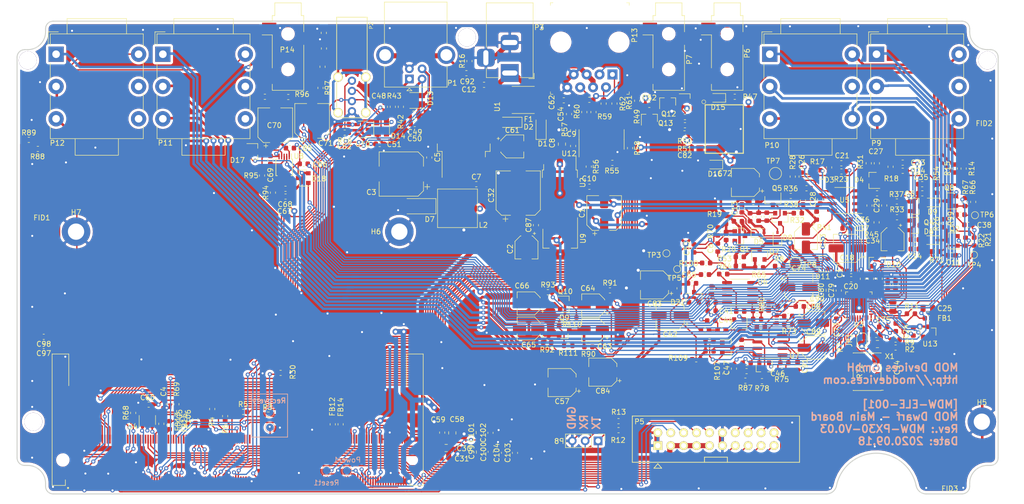
<source format=kicad_pcb>
(kicad_pcb (version 20171130) (host pcbnew 5.1.8-db9833491~87~ubuntu20.04.1)
  (layers (0 F.Cu signal) (1 PWR-5VD.Cu power) (2 GNDD.Cu power) (31 B.Cu signal) (34 B.Paste user) (35 F.Paste user) (36 B.SilkS user) (37 F.SilkS user) (38 B.Mask user) (39 F.Mask user) (44 Edge.Cuts user))
  (net 0 "")
  (net 1 GNDA)
  (net 2 +12V)
  (net 3 +5V)
  (net 4 +5VA)
  (net 5 +3.3VA)
  (net 6 "Net-(C21-Pad1)")
  (net 7 "Net-(C26-Pad1)")
  (net 8 USB_DEV_DET)
  (net 9 "Net-(C49-Pad1)")
  (net 10 "Net-(C52-Pad2)")
  (net 11 +3V3)
  (net 12 CODEC_ADC_A)
  (net 13 CODEC_ADC_B)
  (net 14 "Net-(D1-Pad2)")
  (net 15 "Net-(D7-Pad1)")
  (net 16 USB_DEV_DP)
  (net 17 USB_DEV_DM)
  (net 18 USB_HOST_DM)
  (net 19 USB_HOST_DP)
  (net 20 "Net-(D15-Pad2)")
  (net 21 USB_HOST_DRV)
  (net 22 CLI_UART_RX)
  (net 23 CLI_UART_TX)
  (net 24 IN2_DETECT)
  (net 25 IN1_DETECT)
  (net 26 CHAIN_UART_RE)
  (net 27 CHAIN_UART_DE)
  (net 28 CODEC_I2C_SDA)
  (net 29 CODEC_I2C_SCL)
  (net 30 OUT2_DETECT)
  (net 31 OUT1_DETECT)
  (net 32 CODEC_DAC_A)
  (net 33 CODEC_DAC_B)
  (net 34 RS485_TX+)
  (net 35 RS485_RX+)
  (net 36 RS485_TX-)
  (net 37 RS485_RX-)
  (net 38 "Net-(R3-Pad1)")
  (net 39 "Net-(R4-Pad2)")
  (net 40 "Net-(R5-Pad1)")
  (net 41 "Net-(R6-Pad1)")
  (net 42 "Net-(R7-Pad1)")
  (net 43 "Net-(R9-Pad1)")
  (net 44 "Net-(R10-Pad1)")
  (net 45 "Net-(R56-Pad1)")
  (net 46 "Net-(R59-Pad2)")
  (net 47 "Net-(R60-Pad2)")
  (net 48 "Net-(R61-Pad2)")
  (net 49 "Net-(R62-Pad2)")
  (net 50 "Net-(D15-Pad1)")
  (net 51 "Net-(D16-Pad1)")
  (net 52 UBOOT_BUTTON)
  (net 53 POWER_BUTTON)
  (net 54 "Net-(Q12-Pad3)")
  (net 55 "Net-(Q12-Pad1)")
  (net 56 "Net-(R55-Pad1)")
  (net 57 "Net-(C28-Pad1)")
  (net 58 "Net-(C29-Pad1)")
  (net 59 "Net-(C33-Pad1)")
  (net 60 "Net-(C34-Pad1)")
  (net 61 "Net-(R30-Pad2)")
  (net 62 "Net-(P6-PadR)")
  (net 63 "Net-(C12-Pad1)")
  (net 64 GNDD)
  (net 65 "Net-(C15-Pad1)")
  (net 66 "Net-(C16-Pad1)")
  (net 67 "Net-(C17-Pad1)")
  (net 68 "Net-(C19-Pad1)")
  (net 69 "Net-(C23-Pad1)")
  (net 70 "Net-(C25-Pad2)")
  (net 71 "Net-(C27-Pad1)")
  (net 72 "Net-(C28-Pad2)")
  (net 73 "Net-(C29-Pad2)")
  (net 74 INPUT_BIAS)
  (net 75 OUTPUT_BIAS)
  (net 76 "Net-(C44-Pad2)")
  (net 77 "Net-(C46-Pad2)")
  (net 78 "Net-(C46-Pad1)")
  (net 79 "Net-(C47-Pad2)")
  (net 80 "Net-(C55-Pad2)")
  (net 81 "Net-(C56-Pad2)")
  (net 82 "Net-(C57-Pad2)")
  (net 83 "Net-(C57-Pad1)")
  (net 84 "Net-(C63-Pad2)")
  (net 85 "Net-(C64-Pad2)")
  (net 86 "Net-(C65-Pad2)")
  (net 87 "Net-(C65-Pad1)")
  (net 88 "Net-(C66-Pad1)")
  (net 89 "Net-(C66-Pad2)")
  (net 90 "Net-(C69-Pad1)")
  (net 91 "Net-(C70-Pad2)")
  (net 92 "Net-(C70-Pad1)")
  (net 93 "Net-(C71-Pad1)")
  (net 94 "Net-(C71-Pad2)")
  (net 95 "Net-(D5-Pad1)")
  (net 96 "Net-(D6-Pad1)")
  (net 97 "Net-(D8-Pad1)")
  (net 98 "Net-(D9-Pad1)")
  (net 99 "Net-(P9-PadT)")
  (net 100 "Net-(P10-PadT)")
  (net 101 CODEC_RESET)
  (net 102 IN2_GC1)
  (net 103 IN1_GC1)
  (net 104 "Net-(Q3-Pad1)")
  (net 105 "Net-(Q4-Pad1)")
  (net 106 "Net-(R34-Pad1)")
  (net 107 "Net-(R35-Pad1)")
  (net 108 "Net-(Q5-Pad1)")
  (net 109 "Net-(Q6-Pad1)")
  (net 110 IN2_GC2)
  (net 111 IN1_GC2)
  (net 112 "Net-(R94-Pad2)")
  (net 113 "Net-(R95-Pad2)")
  (net 114 MIDI_UART_RX)
  (net 115 HMI_RFU_TX)
  (net 116 HMI_RFU_RX)
  (net 117 HMI_ISP_ENABLE)
  (net 118 HMI_RESET)
  (net 119 HMI_UART_TX)
  (net 120 HMI_UART_RX)
  (net 121 MIDI_UART_TX)
  (net 122 CODEC_I2S_MCLK)
  (net 123 CODEC_I2S_SDIN)
  (net 124 CODEC_I2S_LRCK)
  (net 125 CODEC_I2S_BCLK)
  (net 126 CODEC_I2S_SDOUT)
  (net 127 CHAIN_UART_TX)
  (net 128 CHAIN_UART_RX)
  (net 129 RESET_BUTTON)
  (net 130 PM_LEDS_SCL)
  (net 131 PM_LEDS_SDA)
  (net 132 "Net-(C83-Pad2)")
  (net 133 "Net-(C84-Pad2)")
  (net 134 "Net-(FB12-Pad1)")
  (net 135 "Net-(FB13-Pad1)")
  (net 136 "Net-(FB14-Pad1)")
  (net 137 "Net-(FB15-Pad1)")
  (net 138 PM_LEDS_OE)
  (net 139 HP_VOL)
  (net 140 HP_CLOCK)
  (net 141 +10V)
  (net 142 "Net-(C8-Pad1)")
  (net 143 "Net-(C13-Pad1)")
  (net 144 "Net-(C14-Pad1)")
  (net 145 "Net-(C22-Pad1)")
  (net 146 "Net-(C35-Pad1)")
  (net 147 "Net-(C40-Pad1)")
  (net 148 "Net-(C42-Pad1)")
  (net 149 "Net-(D12-Pad3)")
  (net 150 "Net-(P14-PadR)")
  (net 151 "Net-(P14-PadT)")
  (net 152 "Net-(C40-Pad2)")
  (net 153 "Net-(C42-Pad2)")
  (net 154 "Net-(C83-Pad1)")
  (net 155 "Net-(C84-Pad1)")
  (net 156 "Net-(D21-Pad3)")
  (net 157 "Net-(D22-Pad3)")
  (net 158 "Net-(R78-Pad2)")
  (net 159 "Net-(R79-Pad2)")
  (net 160 "Net-(R81-Pad2)")
  (net 161 "Net-(R82-Pad2)")
  (net 162 "Net-(C6-Pad1)")
  (net 163 "Net-(C11-Pad1)")
  (net 164 "Net-(C38-Pad1)")
  (net 165 "Net-(C53-Pad1)")
  (net 166 "Net-(C88-Pad1)")
  (net 167 "Net-(C89-Pad1)")
  (net 168 "Net-(C90-Pad1)")
  (net 169 "Net-(C91-Pad1)")
  (net 170 "Net-(C92-Pad2)")
  (net 171 "Net-(C93-Pad2)")
  (net 172 "Net-(P5-Pad8)")
  (net 173 "Net-(P5-Pad10)")
  (net 174 "Net-(C95-Pad1)")
  (net 175 "Net-(R72-Pad2)")
  (net 176 +1V8)
  (net 177 +3V0)
  (net 178 "Net-(P7-PadR)")
  (module Resistor_SMD:R_0603_1608Metric (layer F.Cu) (at 238.775 100.375)
    (fp_text reference FB1 (at 3.085 -0.015) (layer F.SilkS))
    (fp_text value Ferrite_Bead hide)
    (pad 1 smd roundrect (at -0.7875 0) (size 0.875 0.95) (layers F.Cu F.Paste F.Mask) (net 5 +3.3VA))
    (pad 2 smd roundrect (at 0.7875 0) (size 0.875 0.95) (layers F.Cu F.Paste F.Mask) (net 70 "Net-(C25-Pad2)"))
  )
  (module Diode_SMD:D_SOD-323 (layer F.Cu) (at 197.31 57.02 180)
    (fp_text reference D15 (at 0 -1.85) (layer F.SilkS))
    (fp_text value 1N4148)
    (pad 2 smd rect (at 1.05 0 180) (size 0.6 0.45) (layers F.Cu F.Paste F.Mask) (net 20 "Net-(D15-Pad2)"))
    (pad 1 smd rect (at -1.05 0 180) (size 0.6 0.45) (layers F.Cu F.Paste F.Mask) (net 50 "Net-(D15-Pad1)"))
  )
  (module Connector_PinHeader_2.54mm:PinHeader_1x03_P2.54mm_Vertical (layer F.Cu) (at 173.71 124.49 270)
    (fp_text reference P8 (at 0.08 7.65 180) (layer F.SilkS) (effects (justify mirror)))
    (fp_text value SERIAL_DEBUG hide)
    (pad 1 thru_hole rect (at 0 0 270) (size 1.7 1.7) (drill 1) (layers *.Cu *.Mask) (net 23 CLI_UART_TX))
    (pad 2 thru_hole oval (at 0 2.54 270) (size 1.7 1.7) (drill 1) (layers *.Cu *.Mask) (net 22 CLI_UART_RX))
    (pad 3 thru_hole oval (at 0 5.08 270) (size 1.7 1.7) (drill 1) (layers *.Cu *.Mask) (net 64 GNDD))
  )
  (module Uno:Pin_Header_Straight_2x10_Shrouded (layer F.Cu) (at 185.46 125.43 90)
    (fp_text reference P5 (at 4.72 -3.62 180) (layer F.SilkS))
    (fp_text value HMI_DATA)
    (pad 20 thru_hole oval (at 2.54 22.86 90) (size 1.7272 1.7272) (drill 1.016) (layers *.Cu *.Mask F.SilkS) (net 131 PM_LEDS_SDA))
    (pad 19 thru_hole oval (at 0 22.86 90) (size 1.7272 1.7272) (drill 1.016) (layers *.Cu *.Mask F.SilkS) (net 120 HMI_UART_RX))
    (pad 18 thru_hole oval (at 2.54 20.32 90) (size 1.7272 1.7272) (drill 1.016) (layers *.Cu *.Mask F.SilkS) (net 130 PM_LEDS_SCL))
    (pad 17 thru_hole oval (at 0 20.32 90) (size 1.7272 1.7272) (drill 1.016) (layers *.Cu *.Mask F.SilkS) (net 119 HMI_UART_TX))
    (pad 16 thru_hole oval (at 2.54 17.78 90) (size 1.7272 1.7272) (drill 1.016) (layers *.Cu *.Mask F.SilkS) (net 138 PM_LEDS_OE))
    (pad 15 thru_hole oval (at 0 17.78 90) (size 1.7272 1.7272) (drill 1.016) (layers *.Cu *.Mask F.SilkS) (net 118 HMI_RESET))
    (pad 14 thru_hole oval (at 2.54 15.24 90) (size 1.7272 1.7272) (drill 1.016) (layers *.Cu *.Mask F.SilkS) (net 53 POWER_BUTTON))
    (pad 13 thru_hole oval (at 0 15.24 90) (size 1.7272 1.7272) (drill 1.016) (layers *.Cu *.Mask F.SilkS) (net 117 HMI_ISP_ENABLE))
    (pad 12 thru_hole oval (at 2.54 12.7 90) (size 1.7272 1.7272) (drill 1.016) (layers *.Cu *.Mask F.SilkS) (net 64 GNDD))
    (pad 11 thru_hole oval (at 0 12.7 90) (size 1.7272 1.7272) (drill 1.016) (layers *.Cu *.Mask F.SilkS) (net 64 GNDD))
    (pad 10 thru_hole oval (at 2.54 10.16 90) (size 1.7272 1.7272) (drill 1.016) (layers *.Cu *.Mask F.SilkS) (net 173 "Net-(P5-Pad10)"))
    (pad 9 thru_hole oval (at 0 10.16 90) (size 1.7272 1.7272) (drill 1.016) (layers *.Cu *.Mask F.SilkS) (net 3 +5V))
    (pad 8 thru_hole oval (at 2.54 7.62 90) (size 1.7272 1.7272) (drill 1.016) (layers *.Cu *.Mask F.SilkS) (net 172 "Net-(P5-Pad8)"))
    (pad 7 thru_hole oval (at 0 7.62 90) (size 1.7272 1.7272) (drill 1.016) (layers *.Cu *.Mask F.SilkS) (net 3 +5V))
    (pad 6 thru_hole oval (at 2.54 5.08 90) (size 1.7272 1.7272) (drill 1.016) (layers *.Cu *.Mask F.SilkS) (net 116 HMI_RFU_RX))
    (pad 5 thru_hole oval (at 0 5.08 90) (size 1.7272 1.7272) (drill 1.016) (layers *.Cu *.Mask F.SilkS) (net 3 +5V))
    (pad 4 thru_hole oval (at 2.54 2.54 90) (size 1.7272 1.7272) (drill 1.016) (layers *.Cu *.Mask F.SilkS) (net 115 HMI_RFU_TX))
    (pad 3 thru_hole oval (at 0 2.54 90) (size 1.7272 1.7272) (drill 1.016) (layers *.Cu *.Mask F.SilkS) (net 3 +5V))
    (pad 2 thru_hole oval (at 2.54 0 90) (size 1.7272 1.7272) (drill 1.016) (layers *.Cu *.Mask F.SilkS) (net 64 GNDD))
    (pad 1 thru_hole rect (at 0 0 90) (size 1.7272 1.7272) (drill 1.016) (layers *.Cu *.Mask F.SilkS) (net 64 GNDD))
  )
  (module Capacitor_SMD:C_0805_2012Metric (layer F.Cu) (at 143.82632 125.89604)
    (fp_text reference C30 (at 3.51 0.1) (layer F.SilkS))
    (fp_text value 10uF)
    (pad 1 smd roundrect (at -0.9375 0) (size 0.975 1.4) (layers F.Cu F.Paste F.Mask) (net 3 +5V))
    (pad 2 smd roundrect (at 0.9375 0) (size 0.975 1.4) (layers F.Cu F.Paste F.Mask) (net 64 GNDD))
  )
  (module Resistor_SMD:R_0603_1608Metric (layer F.Cu) (at 97.8 118.23 90)
    (fp_text reference R4 (at -2.5 -0.1 90) (layer F.SilkS))
    (fp_text value 22R hide)
    (pad 2 smd roundrect (at 0.7875 0 90) (size 0.875 0.95) (layers F.Cu F.Paste F.Mask) (net 39 "Net-(R4-Pad2)"))
    (pad 1 smd roundrect (at -0.7875 0 90) (size 0.875 0.95) (layers F.Cu F.Paste F.Mask) (net 123 CODEC_I2S_SDIN))
  )
  (module Resistor_SMD:R_0603_1608Metric (layer F.Cu) (at 209.8725 110.75 180)
    (fp_text reference R75 (at 0.0425 -1.66) (layer F.SilkS))
    (fp_text value 10K hide)
    (pad 2 smd roundrect (at 0.7875 0 180) (size 0.875 0.95) (layers F.Cu F.Paste F.Mask) (net 78 "Net-(C46-Pad1)"))
    (pad 1 smd roundrect (at -0.7875 0 180) (size 0.875 0.95) (layers F.Cu F.Paste F.Mask) (net 77 "Net-(C46-Pad2)"))
  )
  (module Capacitor_SMD:CP_Elec_4x5.7 (layer F.Cu) (at 216.06 101.27)
    (fp_text reference C88 (at 0 -3.2) (layer F.SilkS))
    (fp_text value 10uF)
    (pad 1 smd roundrect (at -1.8 0) (size 2.6 1.6) (layers F.Cu F.Paste F.Mask) (roundrect_rratio 0.15625) (net 166 "Net-(C88-Pad1)"))
    (pad 2 smd roundrect (at 1.8 0) (size 2.6 1.6) (layers F.Cu F.Paste F.Mask) (roundrect_rratio 0.15625) (net 32 CODEC_DAC_A))
  )
  (module Resistor_SMD:R_0603_1608Metric (layer F.Cu) (at 211.11 99.95 180)
    (fp_text reference R77 hide)
    (fp_text value 10K)
    (pad 2 smd roundrect (at 0.7875 0 180) (size 0.875 0.95) (layers F.Cu F.Paste F.Mask) (net 75 OUTPUT_BIAS))
    (pad 1 smd roundrect (at -0.7875 0 180) (size 0.875 0.95) (layers F.Cu F.Paste F.Mask) (net 169 "Net-(C91-Pad1)"))
  )
  (module Uno:SRN8040TA (layer F.Cu) (at 148.25 78.75 270)
    (fp_text reference L2 (at 3.292 -2.88) (layer F.SilkS))
    (fp_text value "47UH 2A 135 MOHM" hide)
    (pad 1 smd rect (at 0 5.08 270) (size 6.6 1.5) (layers F.Cu F.Paste F.Mask) (net 15 "Net-(D7-Pad1)"))
    (pad 2 smd rect (at 0.0381 -0.7874 270) (size 6.6 1.5) (layers F.Cu F.Paste F.Mask) (net 3 +5V))
  )
  (module Resistor_SMD:R_0603_1608Metric (layer F.Cu) (at 163.6875 105.15 180)
    (fp_text reference R92 (at 0 -1.43) (layer F.SilkS))
    (fp_text value 56K hide)
    (pad 2 smd roundrect (at 0.7875 0 180) (size 0.875 0.95) (layers F.Cu F.Paste F.Mask) (net 87 "Net-(C65-Pad1)"))
    (pad 1 smd roundrect (at -0.7875 0 180) (size 0.875 0.95) (layers F.Cu F.Paste F.Mask) (net 1 GNDA))
  )
  (module Resistor_SMD:R_0603_1608Metric (layer F.Cu) (at 205.9475 112.75 180)
    (fp_text reference R78 (at 0 -1.43) (layer F.SilkS))
    (fp_text value 10K hide)
    (pad 1 smd roundrect (at -0.7875 0 180) (size 0.875 0.95) (layers F.Cu F.Paste F.Mask) (net 78 "Net-(C46-Pad1)"))
    (pad 2 smd roundrect (at 0.7875 0 180) (size 0.875 0.95) (layers F.Cu F.Paste F.Mask) (net 158 "Net-(R78-Pad2)"))
  )
  (module Package_SO:SOIC-8_3.9x4.9mm_P1.27mm (layer F.Cu) (at 207.518 105.664 180)
    (fp_text reference U7 (at -4.815 -2.02) (layer F.SilkS))
    (fp_text value OPA1678 hide)
    (pad 1 smd roundrect (at -2.475 -1.905 180) (size 1.95 0.6) (layers F.Cu F.Paste F.Mask) (net 78 "Net-(C46-Pad1)"))
    (pad 2 smd roundrect (at -2.475 -0.635 180) (size 1.95 0.6) (layers F.Cu F.Paste F.Mask) (net 77 "Net-(C46-Pad2)"))
    (pad 3 smd roundrect (at -2.475 0.635 180) (size 1.95 0.6) (layers F.Cu F.Paste F.Mask) (net 169 "Net-(C91-Pad1)"))
    (pad 4 smd roundrect (at -2.475 1.905 180) (size 1.95 0.6) (layers F.Cu F.Paste F.Mask) (net 1 GNDA))
    (pad 5 smd roundrect (at 2.475 1.905 180) (size 1.95 0.6) (layers F.Cu F.Paste F.Mask) (net 159 "Net-(R79-Pad2)"))
    (pad 6 smd roundrect (at 2.475 0.635 180) (size 1.95 0.6) (layers F.Cu F.Paste F.Mask) (net 158 "Net-(R78-Pad2)"))
    (pad 7 smd roundrect (at 2.475 -0.635 180) (size 1.95 0.6) (layers F.Cu F.Paste F.Mask) (net 157 "Net-(D22-Pad3)"))
    (pad 8 smd roundrect (at 2.475 -1.905 180) (size 1.95 0.6) (layers F.Cu F.Paste F.Mask) (net 141 +10V))
  )
  (module Jumper:SolderJumper-2_P1.3mm_Bridged2Bar_RoundedPad1.0x1.5mm (layer F.Cu) (at 225.6 104.65 90)
    (fp_text reference JP1 (at -0.02 -2.43 90) (layer F.SilkS))
    (fp_text value Jumper)
    (fp_poly (pts (xy -0.25 0.2) (xy 0.25 0.2) (xy 0.25 0.6) (xy -0.25 0.6)) (layer F.Cu) (width 0))
    (fp_poly (pts (xy -0.25 -0.6) (xy 0.25 -0.6) (xy 0.25 -0.2) (xy -0.25 -0.2)) (layer F.Cu) (width 0))
    (pad 2 smd custom (at 0.65 0 90) (size 1 0.5) (layers F.Cu F.Mask) (net 64 GNDD) (options (clearance outline) (anchor rect)) (primitives (gr_circle (center 0 0.25) (end 0.5 0.25) (width 0)) (gr_circle (center 0 -0.25) (end 0.5 -0.25) (width 0)) (gr_poly (pts (xy -0.5 0.75) (xy -0.5 -0.75) (xy 0 -0.75) (xy 0 0.75)) (width 0))))
    (pad 1 smd custom (at -0.65 0 90) (size 1 0.5) (layers F.Cu F.Mask) (net 1 GNDA) (options (clearance outline) (anchor rect)) (primitives (gr_circle (center 0 0.25) (end 0.5 0.25) (width 0)) (gr_circle (center 0 -0.25) (end 0.5 -0.25) (width 0)) (gr_poly (pts (xy 0.5 0.75) (xy 0.5 -0.75) (xy 0 -0.75) (xy 0 0.75)) (width 0))))
  )
  (module TestPoint:TestPoint_Pad_D2.0mm (layer F.Cu) (at 208.6 71.9)
    (fp_text reference TP7 (at -0.46 -2.46) (layer F.SilkS))
    (fp_text value TestPoint hide)
    (pad 1 smd circle (at 0 0) (size 2 2) (layers F.Cu F.Mask) (net 74 INPUT_BIAS))
  )
  (module Capacitor_SMD:CP_Elec_4x5.7 (layer F.Cu) (at 214.6 84.6 270)
    (fp_text reference C33 (at 0.55 -3.35 270) (layer F.SilkS))
    (fp_text value 10uF hide)
    (pad 2 smd roundrect (at 1.8 0 270) (size 2.6 1.6) (layers F.Cu F.Paste F.Mask) (roundrect_rratio 0.15625) (net 13 CODEC_ADC_B))
    (pad 1 smd roundrect (at -1.8 0 270) (size 2.6 1.6) (layers F.Cu F.Paste F.Mask) (roundrect_rratio 0.15625) (net 59 "Net-(C33-Pad1)"))
  )
  (module TestPoint:TestPoint_Pad_D1.5mm (layer B.Cu) (at 109.145 121.86)
    (fp_text reference TP1 hide)
    (fp_text value TestPoint)
    (pad 1 smd circle (at 0 0) (size 1.5 1.5) (layers B.Cu B.Mask) (net 52 UBOOT_BUTTON))
  )
  (module Capacitor_SMD:C_0603_1608Metric (layer F.Cu) (at 130.75 66.1)
    (fp_text reference C51 (at 2.84 0.07) (layer F.SilkS))
    (fp_text value 100nF hide)
    (pad 1 smd roundrect (at -0.7875 0) (size 0.875 0.95) (layers F.Cu F.Paste F.Mask) (net 3 +5V))
    (pad 2 smd roundrect (at 0.7875 0) (size 0.875 0.95) (layers F.Cu F.Paste F.Mask) (net 64 GNDD))
  )
  (module Capacitor_SMD:CP_Elec_8x10.5 (layer F.Cu) (at 135 72 180)
    (fp_text reference C3 (at 5.9 -3.58) (layer F.SilkS))
    (fp_text value 470uF hide)
    (pad 1 smd roundrect (at -3.7 0 180) (size 4.4 2.5) (layers F.Cu F.Paste F.Mask) (roundrect_rratio 0.1) (net 2 +12V))
    (pad 2 smd roundrect (at 3.7 0 180) (size 4.4 2.5) (layers F.Cu F.Paste F.Mask) (roundrect_rratio 0.1) (net 64 GNDD))
  )
  (module Capacitor_SMD:C_0603_1608Metric (layer F.Cu) (at 140.5 68.75 90)
    (fp_text reference C5 (at 0.0556 1.614 90) (layer F.SilkS))
    (fp_text value 100nF)
    (pad 1 smd roundrect (at -0.7875 0 90) (size 0.875 0.95) (layers F.Cu F.Paste F.Mask) (net 2 +12V))
    (pad 2 smd roundrect (at 0.7875 0 90) (size 0.875 0.95) (layers F.Cu F.Paste F.Mask) (net 64 GNDD))
  )
  (module Capacitor_SMD:C_0603_1608Metric (layer F.Cu) (at 149.75 74)
    (fp_text reference C7 (at 0 -1.43) (layer F.SilkS))
    (fp_text value 100nF hide)
    (pad 2 smd roundrect (at 0.7875 0) (size 0.875 0.95) (layers F.Cu F.Paste F.Mask) (net 64 GNDD))
    (pad 1 smd roundrect (at -0.7875 0) (size 0.875 0.95) (layers F.Cu F.Paste F.Mask) (net 3 +5V))
  )
  (module Capacitor_SMD:C_0805_2012Metric (layer F.Cu) (at 166.6 66.12 90)
    (fp_text reference C8 (at 0.2095 -1.928 90) (layer F.SilkS))
    (fp_text value 10uF hide)
    (pad 2 smd roundrect (at 0.9375 0 90) (size 0.975 1.4) (layers F.Cu F.Paste F.Mask) (net 64 GNDD))
    (pad 1 smd roundrect (at -0.9375 0 90) (size 0.975 1.4) (layers F.Cu F.Paste F.Mask) (net 142 "Net-(C8-Pad1)"))
  )
  (module Capacitor_SMD:C_0603_1608Metric (layer F.Cu) (at 168.8 66.4875 90)
    (fp_text reference C9 (at 2.3455 -0.322 180) (layer F.SilkS))
    (fp_text value 100nF hide)
    (pad 1 smd roundrect (at -0.7875 0 90) (size 0.875 0.95) (layers F.Cu F.Paste F.Mask) (net 142 "Net-(C8-Pad1)"))
    (pad 2 smd roundrect (at 0.7875 0 90) (size 0.875 0.95) (layers F.Cu F.Paste F.Mask) (net 64 GNDD))
  )
  (module Capacitor_SMD:C_0603_1608Metric (layer F.Cu) (at 172 74.5)
    (fp_text reference C10 (at -0.042 -1.602) (layer F.SilkS))
    (fp_text value 100nF hide)
    (pad 2 smd roundrect (at 0.7875 0) (size 0.875 0.95) (layers F.Cu F.Paste F.Mask) (net 1 GNDA))
    (pad 1 smd roundrect (at -0.7875 0) (size 0.875 0.95) (layers F.Cu F.Paste F.Mask) (net 141 +10V))
  )
  (module Capacitor_SMD:C_0805_2012Metric (layer F.Cu) (at 238.575 98.425)
    (fp_text reference C25 (at 3.305 0.015 180) (layer F.SilkS))
    (fp_text value 10uF)
    (pad 1 smd roundrect (at -0.9375 0) (size 0.975 1.4) (layers F.Cu F.Paste F.Mask) (net 1 GNDA))
    (pad 2 smd roundrect (at 0.9375 0) (size 0.975 1.4) (layers F.Cu F.Paste F.Mask) (net 70 "Net-(C25-Pad2)"))
  )
  (module Capacitor_SMD:C_0603_1608Metric (layer F.Cu) (at 143.67392 127.90518)
    (fp_text reference C31 (at 3.22 0.1) (layer F.SilkS))
    (fp_text value 100nF)
    (pad 2 smd roundrect (at 0.7875 0) (size 0.875 0.95) (layers F.Cu F.Paste F.Mask) (net 64 GNDD))
    (pad 1 smd roundrect (at -0.7875 0) (size 0.875 0.95) (layers F.Cu F.Paste F.Mask) (net 3 +5V))
  )
  (module Capacitor_SMD:C_0603_1608Metric (layer F.Cu) (at 131.775 58.7875 90)
    (fp_text reference C48 (at 2.1455 -1.219 180) (layer F.SilkS))
    (fp_text value 100nF hide)
    (pad 1 smd roundrect (at -0.7875 0 90) (size 0.875 0.95) (layers F.Cu F.Paste F.Mask) (net 8 USB_DEV_DET))
    (pad 2 smd roundrect (at 0.7875 0 90) (size 0.875 0.95) (layers F.Cu F.Paste F.Mask) (net 64 GNDD))
  )
  (module Capacitor_SMD:C_0805_2012Metric (layer F.Cu) (at 137.475 60.325)
    (fp_text reference C49 (at 0.193 3.429) (layer F.SilkS))
    (fp_text value 10uF hide)
    (pad 1 smd roundrect (at -0.9375 0) (size 0.975 1.4) (layers F.Cu F.Paste F.Mask) (net 9 "Net-(C49-Pad1)"))
    (pad 2 smd roundrect (at 0.9375 0) (size 0.975 1.4) (layers F.Cu F.Paste F.Mask) (net 64 GNDD))
  )
  (module Capacitor_SMD:C_0603_1608Metric (layer F.Cu) (at 137.6375 62.175 180)
    (fp_text reference C50 (at 0.02266 -2.849) (layer F.SilkS))
    (fp_text value 100nF hide)
    (pad 1 smd roundrect (at -0.7875 0 180) (size 0.875 0.95) (layers F.Cu F.Paste F.Mask) (net 64 GNDD))
    (pad 2 smd roundrect (at 0.7875 0 180) (size 0.875 0.95) (layers F.Cu F.Paste F.Mask) (net 9 "Net-(C49-Pad1)"))
  )
  (module Capacitor_SMD:C_0603_1608Metric (layer F.Cu) (at 123.8625 63.85)
    (fp_text reference C52 (at -0.0725 2.74) (layer F.SilkS))
    (fp_text value 100nF hide)
    (pad 2 smd roundrect (at 0.7875 0) (size 0.875 0.95) (layers F.Cu F.Paste F.Mask) (net 10 "Net-(C52-Pad2)"))
    (pad 1 smd roundrect (at -0.7875 0) (size 0.875 0.95) (layers F.Cu F.Paste F.Mask) (net 64 GNDD))
  )
  (module Capacitor_SMD:C_0603_1608Metric (layer F.Cu) (at 168 60.2125 90)
    (fp_text reference C54 (at 0.0145 -1.63 270) (layer F.SilkS))
    (fp_text value 100nF hide)
    (pad 1 smd roundrect (at -0.7875 0 90) (size 0.875 0.95) (layers F.Cu F.Paste F.Mask) (net 11 +3V3))
    (pad 2 smd roundrect (at 0.7875 0 90) (size 0.875 0.95) (layers F.Cu F.Paste F.Mask) (net 64 GNDD))
  )
  (module Capacitor_SMD:C_0805_2012Metric (layer F.Cu) (at 145.03 122.93 90)
    (fp_text reference C58 (at 2.67 0.93 180) (layer F.SilkS))
    (fp_text value 10uF)
    (pad 2 smd roundrect (at 0.9375 0 90) (size 0.975 1.4) (layers F.Cu F.Paste F.Mask) (net 64 GNDD))
    (pad 1 smd roundrect (at -0.9375 0 90) (size 0.975 1.4) (layers F.Cu F.Paste F.Mask) (net 11 +3V3))
  )
  (module Capacitor_SMD:C_0603_1608Metric (layer F.Cu) (at 143.04 122.87 90)
    (fp_text reference C59 (at 2.56 -0.81 180) (layer F.SilkS))
    (fp_text value 100nF)
    (pad 1 smd roundrect (at -0.7875 0 90) (size 0.875 0.95) (layers F.Cu F.Paste F.Mask) (net 11 +3V3))
    (pad 2 smd roundrect (at 0.7875 0 90) (size 0.875 0.95) (layers F.Cu F.Paste F.Mask) (net 64 GNDD))
  )
  (module Capacitor_SMD:C_0603_1608Metric (layer F.Cu) (at 85.3 117.37)
    (fp_text reference C60 (at -0.225 -1.395) (layer F.SilkS))
    (fp_text value 100nF)
    (pad 2 smd roundrect (at 0.7875 0) (size 0.875 0.95) (layers F.Cu F.Paste F.Mask) (net 11 +3V3))
    (pad 1 smd roundrect (at -0.7875 0) (size 0.875 0.95) (layers F.Cu F.Paste F.Mask) (net 64 GNDD))
  )
  (module Diode_SMD:D_SOD-123F (layer F.Cu) (at 162.5 63 90)
    (fp_text reference D1 (at -3.04 0.314 180) (layer F.SilkS))
    (fp_text value MBR230 hide)
    (pad 2 smd rect (at 1.4 0 90) (size 1.1 1.1) (layers F.Cu F.Paste F.Mask) (net 14 "Net-(D1-Pad2)"))
    (pad 1 smd rect (at -1.4 0 90) (size 1.1 1.1) (layers F.Cu F.Paste F.Mask) (net 142 "Net-(C8-Pad1)"))
  )
  (module Diode_SMD:D_SOD-123F (layer F.Cu) (at 156.55 61.825 180)
    (fp_text reference D2 (at -3.47 -0.913) (layer F.SilkS))
    (fp_text value MBR230 hide)
    (pad 1 smd rect (at -1.4 0 180) (size 1.1 1.1) (layers F.Cu F.Paste F.Mask) (net 2 +12V))
    (pad 2 smd rect (at 1.4 0 180) (size 1.1 1.1) (layers F.Cu F.Paste F.Mask) (net 14 "Net-(D1-Pad2)"))
  )
  (module Package_TO_SOT_SMD:SOT-143 (layer F.Cu) (at 137.85 57.525 180)
    (fp_text reference D13 (at -2.87352 0.42504 90) (layer F.SilkS))
    (fp_text value PRTR5V0U2X hide)
    (pad 1 smd rect (at -1.1 -0.77 90) (size 1.2 1.4) (layers F.Cu F.Paste F.Mask) (net 64 GNDD))
    (pad 2 smd rect (at -1.1 0.95 90) (size 1 1.4) (layers F.Cu F.Paste F.Mask) (net 16 USB_DEV_DP))
    (pad 3 smd rect (at 1.1 0.95 90) (size 1 1.4) (layers F.Cu F.Paste F.Mask) (net 17 USB_DEV_DM))
    (pad 4 smd rect (at 1.1 -0.95 90) (size 1 1.4) (layers F.Cu F.Paste F.Mask) (net 9 "Net-(C49-Pad1)"))
  )
  (module Package_TO_SOT_SMD:SOT-143 (layer F.Cu) (at 131.125 62.825 90)
    (fp_text reference D14 (at -1.691 3.241) (layer F.SilkS))
    (fp_text value PRTR5V0U2X hide)
    (pad 4 smd rect (at 1.1 -0.95) (size 1 1.4) (layers F.Cu F.Paste F.Mask) (net 10 "Net-(C52-Pad2)"))
    (pad 3 smd rect (at 1.1 0.95) (size 1 1.4) (layers F.Cu F.Paste F.Mask) (net 18 USB_HOST_DM))
    (pad 2 smd rect (at -1.1 0.95) (size 1 1.4) (layers F.Cu F.Paste F.Mask) (net 19 USB_HOST_DP))
    (pad 1 smd rect (at -1.1 -0.77) (size 1.2 1.4) (layers F.Cu F.Paste F.Mask) (net 64 GNDD))
  )
  (module Connector_USB:USB_B_OST_USB-B1HSxx_Horizontal (layer F.Cu) (at 136.586971 53.299976 90)
    (fp_text reference P1 (at -0.796 8.434 180) (layer F.SilkS))
    (fp_text value USB_B)
    (pad 5 thru_hole circle (at 4.71 7.27 90) (size 3.5 3.5) (drill 2.33) (layers *.Cu *.Mask) (net 170 "Net-(C92-Pad2)"))
    (pad 5 thru_hole circle (at 4.71 -4.77 90) (size 3.5 3.5) (drill 2.33) (layers *.Cu *.Mask) (net 170 "Net-(C92-Pad2)"))
    (pad 4 thru_hole circle (at 2 0 90) (size 1.7 1.7) (drill 0.92) (layers *.Cu *.Mask) (net 64 GNDD))
    (pad 3 thru_hole circle (at 2 2.5 90) (size 1.7 1.7) (drill 0.92) (layers *.Cu *.Mask) (net 16 USB_DEV_DP))
    (pad 2 thru_hole circle (at 0 2.5 90) (size 1.7 1.7) (drill 0.92) (layers *.Cu *.Mask) (net 17 USB_DEV_DM))
    (pad 1 thru_hole rect (at 0 0 90) (size 1.7 1.7) (drill 0.92) (layers *.Cu *.Mask) (net 9 "Net-(C49-Pad1)"))
  )
  (module Connector_Audio:Jack_3.5mm_CUI_SJ-3523-SMT_Horizontal (layer F.Cu) (at 199.11 46.93)
    (fp_text reference P6 (at 3.926 1.32 90) (layer F.SilkS))
    (fp_text value AudioJack3 hide)
    (pad R smd rect (at 3.7 -1.6) (size 2.8 2.2) (layers F.Cu F.Paste F.Mask) (net 62 "Net-(P6-PadR)"))
    (pad S smd rect (at -3.7 -3.6) (size 2.8 2.2) (layers F.Cu F.Paste F.Mask))
    (pad T smd rect (at -3.7 5.8) (size 2.8 2.8) (layers F.Cu F.Paste F.Mask) (net 20 "Net-(D15-Pad2)"))
    (pad "" np_thru_hole circle (at 0 -2.5) (size 1.7 1.7) (drill 1.7) (layers *.Cu *.Mask))
    (pad "" np_thru_hole circle (at 0 4.5) (size 1.7 1.7) (drill 1.7) (layers *.Cu *.Mask))
  )
  (module Connector_Audio:Jack_3.5mm_CUI_SJ-3523-SMT_Horizontal (layer F.Cu) (at 187.61 46.93)
    (fp_text reference P7 (at 4.066 2.56 90) (layer F.SilkS))
    (fp_text value AudioJack3 hide)
    (pad "" np_thru_hole circle (at 0 4.5) (size 1.7 1.7) (drill 1.7) (layers *.Cu *.Mask))
    (pad "" np_thru_hole circle (at 0 -2.5) (size 1.7 1.7) (drill 1.7) (layers *.Cu *.Mask))
    (pad T smd rect (at -3.7 5.8) (size 2.8 2.8) (layers F.Cu F.Paste F.Mask) (net 149 "Net-(D12-Pad3)"))
    (pad S smd rect (at -3.7 -3.6) (size 2.8 2.2) (layers F.Cu F.Paste F.Mask) (net 64 GNDD))
    (pad R smd rect (at 3.7 -1.6) (size 2.8 2.2) (layers F.Cu F.Paste F.Mask) (net 178 "Net-(P7-PadR)"))
  )
  (module Resistor_SMD:R_0603_1608Metric (layer F.Cu) (at 134.91228 58.77754 270)
    (fp_text reference R42 (at 2.94446 0.03828 90) (layer F.SilkS))
    (fp_text value 10K hide)
    (pad 2 smd roundrect (at 0.7875 0 270) (size 0.875 0.95) (layers F.Cu F.Paste F.Mask) (net 8 USB_DEV_DET))
    (pad 1 smd roundrect (at -0.7875 0 270) (size 0.875 0.95) (layers F.Cu F.Paste F.Mask) (net 9 "Net-(C49-Pad1)"))
  )
  (module Resistor_SMD:R_0603_1608Metric (layer F.Cu) (at 133.325 58.775 90)
    (fp_text reference R43 (at 2.133 0.279 180) (layer F.SilkS))
    (fp_text value 15K hide)
    (pad 1 smd roundrect (at -0.7875 0 90) (size 0.875 0.95) (layers F.Cu F.Paste F.Mask) (net 8 USB_DEV_DET))
    (pad 2 smd roundrect (at 0.7875 0 90) (size 0.875 0.95) (layers F.Cu F.Paste F.Mask) (net 64 GNDD))
  )
  (module Resistor_SMD:R_0603_1608Metric (layer F.Cu) (at 123.875 62.225 180)
    (fp_text reference R46 (at 0.005 -3.165) (layer F.SilkS))
    (fp_text value 10K hide)
    (pad 2 smd roundrect (at 0.7875 0 180) (size 0.875 0.95) (layers F.Cu F.Paste F.Mask) (net 64 GNDD))
    (pad 1 smd roundrect (at -0.7875 0 180) (size 0.875 0.95) (layers F.Cu F.Paste F.Mask) (net 21 USB_HOST_DRV))
  )
  (module Resistor_SMD:R_0603_1608Metric (layer F.Cu) (at 190.8 62.4 180)
    (fp_text reference R51 (at 0.046 -4.656) (layer F.SilkS))
    (fp_text value 10K hide)
    (pad 1 smd roundrect (at -0.7875 0 180) (size 0.875 0.95) (layers F.Cu F.Paste F.Mask) (net 3 +5V))
    (pad 2 smd roundrect (at 0.7875 0 180) (size 0.875 0.95) (layers F.Cu F.Paste F.Mask) (net 54 "Net-(Q12-Pad3)"))
  )
  (module Resistor_SMD:R_0603_1608Metric (layer F.Cu) (at 183.7875 58.4)
    (fp_text reference R52 (at 0.0125 -1.4) (layer F.SilkS))
    (fp_text value 10K hide)
    (pad 2 smd roundrect (at 0.7875 0) (size 0.875 0.95) (layers F.Cu F.Paste F.Mask) (net 55 "Net-(Q12-Pad1)"))
    (pad 1 smd roundrect (at -0.7875 0) (size 0.875 0.95) (layers F.Cu F.Paste F.Mask) (net 3 +5V))
  )
  (module Resistor_SMD:R_0603_1608Metric (layer F.Cu) (at 176.5125 69.8)
    (fp_text reference R55 (at -0.0841 1.574) (layer F.SilkS))
    (fp_text value 100R)
    (pad 1 smd roundrect (at -0.7875 0) (size 0.875 0.95) (layers F.Cu F.Paste F.Mask) (net 56 "Net-(R55-Pad1)"))
    (pad 2 smd roundrect (at 0.7875 0) (size 0.875 0.95) (layers F.Cu F.Paste F.Mask) (net 127 CHAIN_UART_TX))
  )
  (module Resistor_SMD:R_0603_1608Metric (layer F.Cu) (at 171.87 70.5425 270)
    (fp_text reference R56 (at 0 -1.43 90) (layer F.SilkS))
    (fp_text value 100R)
    (pad 2 smd roundrect (at 0.7875 0 270) (size 0.875 0.95) (layers F.Cu F.Paste F.Mask) (net 128 CHAIN_UART_RX))
    (pad 1 smd roundrect (at -0.7875 0 270) (size 0.875 0.95) (layers F.Cu F.Paste F.Mask) (net 45 "Net-(R56-Pad1)"))
  )
  (module Resistor_SMD:R_0603_1608Metric (layer F.Cu) (at 168.8 63.3875 270)
    (fp_text reference R57 (at -0.1415 1.668 270) (layer F.SilkS))
    (fp_text value 10K hide)
    (pad 2 smd roundrect (at 0.7875 0 270) (size 0.875 0.95) (layers F.Cu F.Paste F.Mask) (net 26 CHAIN_UART_RE))
    (pad 1 smd roundrect (at -0.7875 0 270) (size 0.875 0.95) (layers F.Cu F.Paste F.Mask) (net 11 +3V3))
  )
  (module Resistor_SMD:R_0603_1608Metric (layer F.Cu) (at 180 66.9 270)
    (fp_text reference R58 (at 0 -1.43 90) (layer F.SilkS))
    (fp_text value 10K)
    (pad 2 smd roundrect (at 0.7875 0 270) (size 0.875 0.95) (layers F.Cu F.Paste F.Mask) (net 64 GNDD))
    (pad 1 smd roundrect (at -0.7875 0 270) (size 0.875 0.95) (layers F.Cu F.Paste F.Mask) (net 27 CHAIN_UART_DE))
  )
  (module Resistor_SMD:R_0603_1608Metric (layer F.Cu) (at 111.2525 111.12 180)
    (fp_text reference R30 (at -2.4105 0.166 270) (layer F.SilkS))
    (fp_text value 10R)
    (pad 1 smd roundrect (at -0.7875 0 180) (size 0.875 0.95) (layers F.Cu F.Paste F.Mask) (net 64 GNDD))
    (pad 2 smd roundrect (at 0.7875 0 180) (size 0.875 0.95) (layers F.Cu F.Paste F.Mask) (net 61 "Net-(R30-Pad2)"))
  )
  (module Package_TO_SOT_SMD:TO-263-5_TabPin3 (layer F.Cu) (at 147.275 64.6 90)
    (fp_text reference U1 (at 5.845 6.594 90) (layer F.SilkS))
    (fp_text value TS2596 hide)
    (pad 1 smd rect (at -5.775 -3.4 90) (size 4.6 1.1) (layers F.Cu F.Paste F.Mask) (net 2 +12V))
    (pad 2 smd rect (at -5.775 -1.7 90) (size 4.6 1.1) (layers F.Cu F.Paste F.Mask) (net 15 "Net-(D7-Pad1)"))
    (pad 3 smd rect (at -5.775 0 90) (size 4.6 1.1) (layers F.Cu F.Paste F.Mask) (net 64 GNDD))
    (pad 4 smd rect (at -5.775 1.7 90) (size 4.6 1.1) (layers F.Cu F.Paste F.Mask) (net 3 +5V))
    (pad 5 smd rect (at -5.775 3.4 90) (size 4.6 1.1) (layers F.Cu F.Paste F.Mask) (net 64 GNDD))
    (pad 3 smd rect (at 3.375 0 90) (size 9.4 10.8) (layers F.Cu F.Mask) (net 64 GNDD))
  )
  (module Package_TO_SOT_SMD:SOT-23-5 (layer F.Cu) (at 85.04 120.39 90)
    (fp_text reference U4 (at -1.285 -2.915 180) (layer F.SilkS))
    (fp_text value AT24CS08-STUM hide)
    (pad 5 smd rect (at 1.1 -0.95 90) (size 1.06 0.65) (layers F.Cu F.Paste F.Mask) (net 64 GNDD))
    (pad 4 smd rect (at 1.1 0.95 90) (size 1.06 0.65) (layers F.Cu F.Paste F.Mask) (net 11 +3V3))
    (pad 3 smd rect (at -1.1 0.95 90) (size 1.06 0.65) (layers F.Cu F.Paste F.Mask) (net 131 PM_LEDS_SDA))
    (pad 2 smd rect (at -1.1 0 90) (size 1.06 0.65) (layers F.Cu F.Paste F.Mask) (net 64 GNDD))
    (pad 1 smd rect (at -1.1 -0.95 90) (size 1.06 0.65) (layers F.Cu F.Paste F.Mask) (net 130 PM_LEDS_SCL))
  )
  (module Package_SO:SOIC-14_3.9x8.7mm_P1.27mm (layer F.Cu) (at 174.4 65.2 90)
    (fp_text reference U12 (at -2.7704 -6.4044 180) (layer F.SilkS))
    (fp_text value ISL83491 hide)
    (pad 1 smd roundrect (at -2.475 -3.81 90) (size 1.95 0.6) (layers F.Cu F.Paste F.Mask))
    (pad 2 smd roundrect (at -2.475 -2.54 90) (size 1.95 0.6) (layers F.Cu F.Paste F.Mask) (net 45 "Net-(R56-Pad1)"))
    (pad 3 smd roundrect (at -2.475 -1.27 90) (size 1.95 0.6) (layers F.Cu F.Paste F.Mask) (net 26 CHAIN_UART_RE))
    (pad 4 smd roundrect (at -2.475 0 90) (size 1.95 0.6) (layers F.Cu F.Paste F.Mask) (net 27 CHAIN_UART_DE))
    (pad 5 smd roundrect (at -2.475 1.27 90) (size 1.95 0.6) (layers F.Cu F.Paste F.Mask) (net 56 "Net-(R55-Pad1)"))
    (pad 6 smd roundrect (at -2.475 2.54 90) (size 1.95 0.6) (layers F.Cu F.Paste F.Mask) (net 64 GNDD))
    (pad 7 smd roundrect (at -2.475 3.81 90) (size 1.95 0.6) (layers F.Cu F.Paste F.Mask) (net 64 GNDD))
    (pad 8 smd roundrect (at 2.475 3.81 90) (size 1.95 0.6) (layers F.Cu F.Paste F.Mask))
    (pad 9 smd roundrect (at 2.475 2.54 90) (size 1.95 0.6) (layers F.Cu F.Paste F.Mask) (net 48 "Net-(R61-Pad2)"))
    (pad 10 smd roundrect (at 2.475 1.27 90) (size 1.95 0.6) (layers F.Cu F.Paste F.Mask) (net 49 "Net-(R62-Pad2)"))
    (pad 11 smd roundrect (at 2.475 0 90) (size 1.95 0.6) (layers F.Cu F.Paste F.Mask) (net 47 "Net-(R60-Pad2)"))
    (pad 12 smd roundrect (at 2.475 -1.27 90) (size 1.95 0.6) (layers F.Cu F.Paste F.Mask) (net 46 "Net-(R59-Pad2)"))
    (pad 13 smd roundrect (at 2.475 -2.54 90) (size 1.95 0.6) (layers F.Cu F.Paste F.Mask) (net 11 +3V3))
    (pad 14 smd roundrect (at 2.475 -3.81 90) (size 1.95 0.6) (layers F.Cu F.Paste F.Mask) (net 11 +3V3))
  )
  (module Package_TO_SOT_SMD:SOT-23 (layer F.Cu) (at 238.6 103.05 90)
    (fp_text reference U13 (at -2.36 0.414 180) (layer F.SilkS))
    (fp_text value AP2120N-3.3 hide)
    (pad 1 smd rect (at -1 -0.95 90) (size 0.9 0.8) (layers F.Cu F.Paste F.Mask) (net 1 GNDA))
    (pad 2 smd rect (at -1 0.95 90) (size 0.9 0.8) (layers F.Cu F.Paste F.Mask) (net 70 "Net-(C25-Pad2)"))
    (pad 3 smd rect (at 1 0 90) (size 0.9 0.8) (layers F.Cu F.Paste F.Mask) (net 4 +5VA))
  )
  (module Uno:fiducial_in-circuit (layer F.Cu) (at 64.28 78.3)
    (fp_text reference FID1 (at 0 2.3) (layer F.SilkS))
    (fp_text value FIDUCIAL)
    (pad "" smd circle (at 0 0) (size 1 1) (layers F.Cu F.Paste F.Mask))
  )
  (module Uno:fiducial_in-circuit (layer F.Cu) (at 249.65 59.75)
    (fp_text reference FID2 (at 0 2.3) (layer F.SilkS))
    (fp_text value FIDUCIAL)
    (pad "" smd circle (at 0 0) (size 1 1) (layers F.Cu F.Paste F.Mask))
  )
  (module Uno:fiducial_in-circuit (layer F.Cu) (at 242.9 131.6)
    (fp_text reference FID3 (at 0 2.3) (layer F.SilkS))
    (fp_text value FIDUCIAL)
    (pad "" smd circle (at 0 0) (size 1 1) (layers F.Cu F.Paste F.Mask))
  )
  (module Uno:Hole_3.5mm (layer F.Cu) (at 61.50768 49.62788)
    (fp_text reference H2 hide)
    (fp_text value HOLE)
    (pad "" thru_hole circle (at 0 0) (size 3.5 3.5) (drill 3.5) (layers *.Cu))
  )
  (module Uno:Hole_3.5mm (layer F.Cu) (at 250.31 49.63)
    (fp_text reference H3 hide)
    (fp_text value HOLE)
    (pad "" thru_hole circle (at 0 0) (size 3.5 3.5) (drill 3.5) (layers *.Cu))
  )
  (module Uno:Hole_3.5mm (layer F.Cu) (at 62.61 120.73)
    (fp_text reference H4 hide)
    (fp_text value HOLE)
    (pad "" thru_hole circle (at 0 0) (size 3.5 3.5) (drill 3.5) (layers *.Cu))
  )
  (module Fuse:Fuse_2920_7451Metric (layer F.Cu) (at 158.975 57.425 180)
    (fp_text reference F1 (at -1.045 -3.789) (layer F.SilkS))
    (fp_text value FUSE hide)
    (pad 1 smd roundrect (at -3.3875 0 180) (size 1.925 5.45) (layers F.Cu F.Paste F.Mask) (roundrect_rratio 0.1298696103896104) (net 63 "Net-(C12-Pad1)"))
    (pad 2 smd roundrect (at 3.3875 0 180) (size 1.925 5.45) (layers F.Cu F.Paste F.Mask) (roundrect_rratio 0.1298696103896104) (net 14 "Net-(D1-Pad2)"))
  )
  (module Package_TO_SOT_SMD:SOT-23 (layer F.Cu) (at 187.4 57.77 90)
    (fp_text reference Q12 (at -2.4 0.2 180) (layer F.SilkS))
    (fp_text value 2N7002 hide)
    (pad 3 smd rect (at 1 0 90) (size 0.9 0.8) (layers F.Cu F.Paste F.Mask) (net 54 "Net-(Q12-Pad3)"))
    (pad 2 smd rect (at -1 0.95 90) (size 0.9 0.8) (layers F.Cu F.Paste F.Mask) (net 64 GNDD))
    (pad 1 smd rect (at -1 -0.95 90) (size 0.9 0.8) (layers F.Cu F.Paste F.Mask) (net 55 "Net-(Q12-Pad1)"))
  )
  (module Package_TO_SOT_SMD:SOT-23 (layer F.Cu) (at 183.8 61 90)
    (fp_text reference Q13 (at -1 3.2 180) (layer F.SilkS))
    (fp_text value 2N7002 hide)
    (pad 1 smd rect (at -1 -0.95 90) (size 0.9 0.8) (layers F.Cu F.Paste F.Mask) (net 121 MIDI_UART_TX))
    (pad 2 smd rect (at -1 0.95 90) (size 0.9 0.8) (layers F.Cu F.Paste F.Mask) (net 64 GNDD))
    (pad 3 smd rect (at 1 0 90) (size 0.9 0.8) (layers F.Cu F.Paste F.Mask) (net 55 "Net-(Q12-Pad1)"))
  )
  (module Diode_SMD:D_MELF (layer F.Cu) (at 138.51 78.34 180)
    (fp_text reference D7 (at -2.066 -2.576) (layer F.SilkS))
    (fp_text value "TSSA3U45 R3G" hide)
    (pad 1 smd rect (at -2.4 0 180) (size 1.5 2.7) (layers F.Cu F.Paste F.Mask) (net 15 "Net-(D7-Pad1)"))
    (pad 2 smd rect (at 2.4 0 180) (size 1.5 2.7) (layers F.Cu F.Paste F.Mask) (net 64 GNDD))
  )
  (module Resistor_SMD:R_0603_1608Metric (layer F.Cu) (at 172.8 59.8125 270)
    (fp_text reference R59 (at 0.8935 -2.206 180) (layer F.SilkS))
    (fp_text value 56R hide)
    (pad 1 smd roundrect (at -0.7875 0 270) (size 0.875 0.95) (layers F.Cu F.Paste F.Mask) (net 35 RS485_RX+))
    (pad 2 smd roundrect (at 0.7875 0 270) (size 0.875 0.95) (layers F.Cu F.Paste F.Mask) (net 46 "Net-(R59-Pad2)"))
  )
  (module Resistor_SMD:R_0603_1608Metric (layer F.Cu) (at 171 59.8125 270)
    (fp_text reference R60 (at -0.1125 1.45 90) (layer F.SilkS))
    (fp_text value 56R hide)
    (pad 1 smd roundrect (at -0.7875 0 270) (size 0.875 0.95) (layers F.Cu F.Paste F.Mask) (net 37 RS485_RX-))
    (pad 2 smd roundrect (at 0.7875 0 270) (size 0.875 0.95) (layers F.Cu F.Paste F.Mask) (net 47 "Net-(R60-Pad2)"))
  )
  (module Resistor_SMD:R_0603_1608Metric (layer F.Cu) (at 176.93 58.14 270)
    (fp_text reference R61 (at -0.228 -2.902 90) (layer F.SilkS))
    (fp_text value 56R hide)
    (pad 1 smd roundrect (at -0.7875 0 270) (size 0.875 0.95) (layers F.Cu F.Paste F.Mask) (net 34 RS485_TX+))
    (pad 2 smd roundrect (at 0.7875 0 270) (size 0.875 0.95) (layers F.Cu F.Paste F.Mask) (net 48 "Net-(R61-Pad2)"))
  )
  (module Resistor_SMD:R_0603_1608Metric (layer F.Cu) (at 174.8 58.15 270)
    (fp_text reference R62 (at 0.016 -3.762 90) (layer F.SilkS))
    (fp_text value 56R hide)
    (pad 2 smd roundrect (at 0.7875 0 270) (size 0.875 0.95) (layers F.Cu F.Paste F.Mask) (net 49 "Net-(R62-Pad2)"))
    (pad 1 smd roundrect (at -0.7875 0 270) (size 0.875 0.95) (layers F.Cu F.Paste F.Mask) (net 36 RS485_TX-))
  )
  (module Resistor_SMD:R_0603_1608Metric (layer F.Cu) (at 171.9875 57.4 180)
    (fp_text reference R63 hide)
    (fp_text value 100R hide)
    (pad 2 smd roundrect (at 0.7875 0 180) (size 0.875 0.95) (layers F.Cu F.Paste F.Mask) (net 37 RS485_RX-))
    (pad 1 smd roundrect (at -0.7875 0 180) (size 0.875 0.95) (layers F.Cu F.Paste F.Mask) (net 35 RS485_RX+))
  )
  (module Resistor_SMD:R_0603_1608Metric (layer F.Cu) (at 181.4 57.5875 270)
    (fp_text reference R49 (at 3.1185 0.044 270) (layer F.SilkS))
    (fp_text value 220R hide)
    (pad 1 smd roundrect (at -0.7875 0 270) (size 0.875 0.95) (layers F.Cu F.Paste F.Mask) (net 178 "Net-(P7-PadR)"))
    (pad 2 smd roundrect (at 0.7875 0 270) (size 0.875 0.95) (layers F.Cu F.Paste F.Mask) (net 3 +5V))
  )
  (module Resistor_SMD:R_0603_1608Metric (layer F.Cu) (at 190.8 60.8 180)
    (fp_text reference R50 (at 0.046 -4.732) (layer F.SilkS))
    (fp_text value 220R hide)
    (pad 2 smd roundrect (at 0.7875 0 180) (size 0.875 0.95) (layers F.Cu F.Paste F.Mask) (net 54 "Net-(Q12-Pad3)"))
    (pad 1 smd roundrect (at -0.7875 0 180) (size 0.875 0.95) (layers F.Cu F.Paste F.Mask) (net 149 "Net-(D12-Pad3)"))
  )
  (module Resistor_SMD:R_0603_1608Metric (layer F.Cu) (at 200.6 56.8 180)
    (fp_text reference R47 (at -3 0) (layer F.SilkS))
    (fp_text value 220R hide)
    (pad 1 smd roundrect (at -0.7875 0 180) (size 0.875 0.95) (layers F.Cu F.Paste F.Mask) (net 62 "Net-(P6-PadR)"))
    (pad 2 smd roundrect (at 0.7875 0 180) (size 0.875 0.95) (layers F.Cu F.Paste F.Mask) (net 50 "Net-(D15-Pad1)"))
  )
  (module TestPoint:TestPoint_Pad_D1.5mm (layer B.Cu) (at 109.073 118.846)
    (fp_text reference TP2 hide)
    (fp_text value TestPoint)
    (pad 1 smd circle (at 0 0) (size 1.5 1.5) (layers B.Cu B.Mask) (net 61 "Net-(R30-Pad2)"))
  )
  (module Capacitor_SMD:CP_Elec_8x10.5 (layer F.Cu) (at 158 75.75 90)
    (fp_text reference C32 (at -0.45 -5.3 270) (layer F.SilkS))
    (fp_text value 470uF hide)
    (pad 2 smd roundrect (at 3.7 0 90) (size 4.4 2.5) (layers F.Cu F.Paste F.Mask) (roundrect_rratio 0.1) (net 64 GNDD))
    (pad 1 smd roundrect (at -3.7 0 90) (size 4.4 2.5) (layers F.Cu F.Paste F.Mask) (roundrect_rratio 0.1) (net 3 +5V))
  )
  (module Capacitor_SMD:C_0603_1608Metric (layer F.Cu) (at 151.275 54.45 180)
    (fp_text reference C12 (at 2.975 -0.93) (layer F.SilkS))
    (fp_text value 100nF hide)
    (pad 1 smd roundrect (at -0.7875 0 180) (size 0.875 0.95) (layers F.Cu F.Paste F.Mask) (net 63 "Net-(C12-Pad1)"))
    (pad 2 smd roundrect (at 0.7875 0 180) (size 0.875 0.95) (layers F.Cu F.Paste F.Mask) (net 64 GNDD))
  )
  (module Capacitor_SMD:C_0603_1608Metric (layer F.Cu) (at 227.4 92.6125 90)
    (fp_text reference C15 hide)
    (fp_text value 2.2nF hide)
    (pad 1 smd roundrect (at -0.7875 0 90) (size 0.875 0.95) (layers F.Cu F.Paste F.Mask) (net 65 "Net-(C15-Pad1)"))
    (pad 2 smd roundrect (at 0.7875 0 90) (size 0.875 0.95) (layers F.Cu F.Paste F.Mask) (net 1 GNDA))
  )
  (module Capacitor_SMD:C_0603_1608Metric (layer F.Cu) (at 229.1 92.6 90)
    (fp_text reference C16 hide)
    (fp_text value 2.2nF hide)
    (pad 1 smd roundrect (at -0.7875 0 90) (size 0.875 0.95) (layers F.Cu F.Paste F.Mask) (net 66 "Net-(C16-Pad1)"))
    (pad 2 smd roundrect (at 0.7875 0 90) (size 0.875 0.95) (layers F.Cu F.Paste F.Mask) (net 1 GNDA))
  )
  (module Capacitor_SMD:C_0603_1608Metric (layer F.Cu) (at 223.5 91.1 180)
    (fp_text reference C17 (at 2.22 0.1 90) (layer F.SilkS))
    (fp_text value 100nF hide)
    (pad 2 smd roundrect (at 0.7875 0 180) (size 0.875 0.95) (layers F.Cu F.Paste F.Mask) (net 1 GNDA))
    (pad 1 smd roundrect (at -0.7875 0 180) (size 0.875 0.95) (layers F.Cu F.Paste F.Mask) (net 67 "Net-(C17-Pad1)"))
  )
  (module Capacitor_SMD:CP_Elec_5x5.4 (layer F.Cu) (at 222.758 86.614 180)
    (fp_text reference C18 (at 0.068 -1.846) (layer F.SilkS))
    (fp_text value 47uF hide)
    (pad 1 smd roundrect (at -2.2 0 180) (size 3 1.6) (layers F.Cu F.Paste F.Mask) (roundrect_rratio 0.15625) (net 67 "Net-(C17-Pad1)"))
    (pad 2 smd roundrect (at 2.2 0 180) (size 3 1.6) (layers F.Cu F.Paste F.Mask) (roundrect_rratio 0.15625) (net 1 GNDA))
  )
  (module Capacitor_SMD:C_0603_1608Metric (layer F.Cu) (at 225.8 92.6125 90)
    (fp_text reference C19 hide)
    (fp_text value 100nF hide)
    (pad 1 smd roundrect (at -0.7875 0 90) (size 0.875 0.95) (layers F.Cu F.Paste F.Mask) (net 68 "Net-(C19-Pad1)"))
    (pad 2 smd roundrect (at 0.7875 0 90) (size 0.875 0.95) (layers F.Cu F.Paste F.Mask) (net 1 GNDA))
  )
  (module Capacitor_SMD:C_0603_1608Metric (layer F.Cu) (at 223.5 92.7)
    (fp_text reference C20 (at -0.06 1.42) (layer F.SilkS))
    (fp_text value 10uF hide)
    (pad 2 smd roundrect (at 0.7875 0) (size 0.875 0.95) (layers F.Cu F.Paste F.Mask) (net 68 "Net-(C19-Pad1)"))
    (pad 1 smd roundrect (at -0.7875 0) (size 0.875 0.95) (layers F.Cu F.Paste F.Mask) (net 1 GNDA))
  )
  (module Capacitor_SMD:C_0603_1608Metric (layer F.Cu) (at 221.5575 69.89)
    (fp_text reference C21 (at 0.1725 -1.51) (layer F.SilkS))
    (fp_text value 100nF hide)
    (pad 1 smd roundrect (at -0.7875 0) (size 0.875 0.95) (layers F.Cu F.Paste F.Mask) (net 6 "Net-(C21-Pad1)"))
    (pad 2 smd roundrect (at 0.7875 0) (size 0.875 0.95) (layers F.Cu F.Paste F.Mask) (net 1 GNDA))
  )
  (module Capacitor_SMD:C_0603_1608Metric (layer F.Cu) (at 233.6375 69.76)
    (fp_text reference C23 (at 3.0125 0) (layer F.SilkS))
    (fp_text value 100nF hide)
    (pad 1 smd roundrect (at -0.7875 0) (size 0.875 0.95) (layers F.Cu F.Paste F.Mask) (net 69 "Net-(C23-Pad1)"))
    (pad 2 smd roundrect (at 0.7875 0) (size 0.875 0.95) (layers F.Cu F.Paste F.Mask) (net 1 GNDA))
  )
  (module Capacitor_SMD:C_0603_1608Metric (layer F.Cu) (at 217.4 77.0125 270)
    (fp_text reference C28 (at -0.1125 1.4 270) (layer F.SilkS))
    (fp_text value 100pF hide)
    (pad 2 smd roundrect (at 0.7875 0 270) (size 0.875 0.95) (layers F.Cu F.Paste F.Mask) (net 72 "Net-(C28-Pad2)"))
    (pad 1 smd roundrect (at -0.7875 0 270) (size 0.875 0.95) (layers F.Cu F.Paste F.Mask) (net 57 "Net-(C28-Pad1)"))
  )
  (module Capacitor_SMD:C_0603_1608Metric (layer F.Cu) (at 227.1 78.2 270)
    (fp_text reference C29 (at 0 -1.43 90) (layer F.SilkS))
    (fp_text value 100pF hide)
    (pad 2 smd roundrect (at 0.7875 0 270) (size 0.875 0.95) (layers F.Cu F.Paste F.Mask) (net 73 "Net-(C29-Pad2)"))
    (pad 1 smd roundrect (at -0.7875 0 270) (size 0.875 0.95) (layers F.Cu F.Paste F.Mask) (net 58 "Net-(C29-Pad1)"))
  )
  (module Capacitor_SMD:CP_Elec_4x5.7 (layer F.Cu) (at 231.648 84.836 270)
    (fp_text reference C34 (at 0.3 3.9 180) (layer F.SilkS))
    (fp_text value 10uF hide)
    (pad 2 smd roundrect (at 1.8 0 270) (size 2.6 1.6) (layers F.Cu F.Paste F.Mask) (roundrect_rratio 0.15625) (net 12 CODEC_ADC_A))
    (pad 1 smd roundrect (at -1.8 0 270) (size 2.6 1.6) (layers F.Cu F.Paste F.Mask) (roundrect_rratio 0.15625) (net 60 "Net-(C34-Pad1)"))
  )
  (module Capacitor_SMD:C_0603_1608Metric (layer F.Cu) (at 222.5875 81)
    (fp_text reference C36 (at 3.1125 0) (layer F.SilkS))
    (fp_text value 100nF hide)
    (pad 1 smd roundrect (at -0.7875 0) (size 0.875 0.95) (layers F.Cu F.Paste F.Mask) (net 141 +10V))
    (pad 2 smd roundrect (at 0.7875 0) (size 0.875 0.95) (layers F.Cu F.Paste F.Mask) (net 1 GNDA))
  )
  (module Capacitor_SMD:C_0603_1608Metric (layer F.Cu) (at 222.5875 82.7 180)
    (fp_text reference C37 (at -3.0125 0) (layer F.SilkS))
    (fp_text value 10uF hide)
    (pad 1 smd roundrect (at -0.7875 0 180) (size 0.875 0.95) (layers F.Cu F.Paste F.Mask) (net 1 GNDA))
    (pad 2 smd roundrect (at 0.7875 0 180) (size 0.875 0.95) (layers F.Cu F.Paste F.Mask) (net 141 +10V))
  )
  (module Capacitor_SMD:C_0603_1608Metric (layer F.Cu) (at 196.0725 97.275 180)
    (fp_text reference C39 hide)
    (fp_text value 100nF hide)
    (pad 1 smd roundrect (at -0.7875 0 180) (size 0.875 0.95) (layers F.Cu F.Paste F.Mask) (net 141 +10V))
    (pad 2 smd roundrect (at 0.7875 0 180) (size 0.875 0.95) (layers F.Cu F.Paste F.Mask) (net 1 GNDA))
  )
  (module Capacitor_SMD:C_0603_1608Metric (layer F.Cu) (at 196.0475 98.9)
    (fp_text reference C41 (at 2.8725 0.06) (layer F.SilkS))
    (fp_text value 10uF hide)
    (pad 2 smd roundrect (at 0.7875 0) (size 0.875 0.95) (layers F.Cu F.Paste F.Mask) (net 141 +10V))
    (pad 1 smd roundrect (at -0.7875 0) (size 0.875 0.95) (layers F.Cu F.Paste F.Mask) (net 1 GNDA))
  )
  (module Capacitor_SMD:C_0603_1608Metric (layer F.Cu) (at 202.9475 109.175 180)
    (fp_text reference C43 hide)
    (fp_text value 100nF hide)
    (pad 1 smd roundrect (at -0.7875 0 180) (size 0.875 0.95) (layers F.Cu F.Paste F.Mask) (net 141 +10V))
    (pad 2 smd roundrect (at 0.7875 0 180) (size 0.875 0.95) (layers F.Cu F.Paste F.Mask) (net 1 GNDA))
  )
  (module Capacitor_SMD:C_0603_1608Metric (layer F.Cu) (at 202.9225 110.775)
    (fp_text reference C45 hide)
    (fp_text value 10uF hide)
    (pad 2 smd roundrect (at 0.7875 0) (size 0.875 0.95) (layers F.Cu F.Paste F.Mask) (net 141 +10V))
    (pad 1 smd roundrect (at -0.7875 0) (size 0.875 0.95) (layers F.Cu F.Paste F.Mask) (net 1 GNDA))
  )
  (module Capacitor_SMD:C_0603_1608Metric (layer F.Cu) (at 210.3475 109.15)
    (fp_text reference C46 (at -1.3055 2.102) (layer F.SilkS))
    (fp_text value 100pF hide)
    (pad 2 smd roundrect (at 0.7875 0) (size 0.875 0.95) (layers F.Cu F.Paste F.Mask) (net 77 "Net-(C46-Pad2)"))
    (pad 1 smd roundrect (at -0.7875 0) (size 0.875 0.95) (layers F.Cu F.Paste F.Mask) (net 78 "Net-(C46-Pad1)"))
  )
  (module Capacitor_SMD:C_0603_1608Metric (layer F.Cu) (at 166.9625 57.5)
    (fp_text reference C62 (at -2.3705 0.412 90) (layer F.SilkS))
    (fp_text value 100nF hide)
    (pad 2 smd roundrect (at 0.7875 0) (size 0.875 0.95) (layers F.Cu F.Paste F.Mask) (net 64 GNDD))
    (pad 1 smd roundrect (at -0.7875 0) (size 0.875 0.95) (layers F.Cu F.Paste F.Mask) (net 2 +12V))
  )
  (module Capacitor_SMD:CP_Elec_4x5.7 (layer F.Cu) (at 172.75 102.7 180)
    (fp_text reference C63 (at -2.256 -3.2) (layer F.SilkS))
    (fp_text value 10uF hide)
    (pad 1 smd roundrect (at -1.8 0 180) (size 2.6 1.6) (layers F.Cu F.Paste F.Mask) (roundrect_rratio 0.15625) (net 33 CODEC_DAC_B))
    (pad 2 smd roundrect (at 1.8 0 180) (size 2.6 1.6) (layers F.Cu F.Paste F.Mask) (roundrect_rratio 0.15625) (net 84 "Net-(C63-Pad2)"))
  )
  (module Capacitor_SMD:CP_Elec_4x5.7 (layer F.Cu) (at 172.75 97.85 180)
    (fp_text reference C64 (at 1.046 3.362) (layer F.SilkS))
    (fp_text value 10uF hide)
    (pad 2 smd roundrect (at 1.8 0 180) (size 2.6 1.6) (layers F.Cu F.Paste F.Mask) (roundrect_rratio 0.15625) (net 85 "Net-(C64-Pad2)"))
    (pad 1 smd roundrect (at -1.8 0 180) (size 2.6 1.6) (layers F.Cu F.Paste F.Mask) (roundrect_rratio 0.15625) (net 32 CODEC_DAC_A))
  )
  (module Capacitor_SMD:CP_Elec_4x5.7 (layer F.Cu) (at 160.05 102.4 180)
    (fp_text reference C65 (at 0 -3.2) (layer F.SilkS))
    (fp_text value 10uF hide)
    (pad 2 smd roundrect (at 1.8 0 180) (size 2.6 1.6) (layers F.Cu F.Paste F.Mask) (roundrect_rratio 0.15625) (net 86 "Net-(C65-Pad2)"))
    (pad 1 smd roundrect (at -1.8 0 180) (size 2.6 1.6) (layers F.Cu F.Paste F.Mask) (roundrect_rratio 0.15625) (net 87 "Net-(C65-Pad1)"))
  )
  (module Capacitor_SMD:CP_Elec_4x5.7 (layer F.Cu) (at 160.05 97.45 180)
    (fp_text reference C66 (at 1.3 3.47) (layer F.SilkS))
    (fp_text value 10uF hide)
    (pad 1 smd roundrect (at -1.8 0 180) (size 2.6 1.6) (layers F.Cu F.Paste F.Mask) (roundrect_rratio 0.15625) (net 88 "Net-(C66-Pad1)"))
    (pad 2 smd roundrect (at 1.8 0 180) (size 2.6 1.6) (layers F.Cu F.Paste F.Mask) (roundrect_rratio 0.15625) (net 89 "Net-(C66-Pad2)"))
  )
  (module Capacitor_SMD:C_0603_1608Metric (layer F.Cu) (at 112.225 76.425)
    (fp_text reference C67 (at -0.195 2.895) (layer F.SilkS))
    (fp_text value 10uF hide)
    (pad 2 smd roundrect (at 0.7875 0) (size 0.875 0.95) (layers F.Cu F.Paste F.Mask) (net 4 +5VA))
    (pad 1 smd roundrect (at -0.7875 0) (size 0.875 0.95) (layers F.Cu F.Paste F.Mask) (net 1 GNDA))
  )
  (module Capacitor_SMD:C_0603_1608Metric (layer F.Cu) (at 112.2125 74.9 180)
    (fp_text reference C68 (at 0.0825 -3.07) (layer F.SilkS))
    (fp_text value 100nF hide)
    (pad 2 smd roundrect (at 0.7875 0 180) (size 0.875 0.95) (layers F.Cu F.Paste F.Mask) (net 1 GNDA))
    (pad 1 smd roundrect (at -0.7875 0 180) (size 0.875 0.95) (layers F.Cu F.Paste F.Mask) (net 4 +5VA))
  )
  (module Capacitor_SMD:C_0603_1608Metric (layer F.Cu) (at 109.25 69.2375 90)
    (fp_text reference C69 (at -2.9625 0.01 90) (layer F.SilkS))
    (fp_text value 10uF hide)
    (pad 1 smd roundrect (at -0.7875 0 90) (size 0.875 0.95) (layers F.Cu F.Paste F.Mask) (net 90 "Net-(C69-Pad1)"))
    (pad 2 smd roundrect (at 0.7875 0 90) (size 0.875 0.95) (layers F.Cu F.Paste F.Mask) (net 1 GNDA))
  )
  (module Capacitor_SMD:CP_Elec_6.3x7.7 (layer F.Cu) (at 110.2 62.4 90)
    (fp_text reference C70 (at -0.03 -0.19 180) (layer F.SilkS))
    (fp_text value 100uF hide)
    (pad 2 smd roundrect (at 2.7 0 90) (size 3.5 1.6) (layers F.Cu F.Paste F.Mask) (roundrect_rratio 0.15625) (net 91 "Net-(C70-Pad2)"))
    (pad 1 smd roundrect (at -2.7 0 90) (size 3.5 1.6) (layers F.Cu F.Paste F.Mask) (roundrect_rratio 0.15625) (net 92 "Net-(C70-Pad1)"))
  )
  (module Capacitor_SMD:CP_Elec_6.3x7.7 (layer F.Cu) (at 117.45 61.55 90)
    (fp_text reference C71 (at -4.39 2.66 180) (layer F.SilkS))
    (fp_text value 100uF hide)
    (pad 1 smd roundrect (at -2.7 0 90) (size 3.5 1.6) (layers F.Cu F.Paste F.Mask) (roundrect_rratio 0.15625) (net 93 "Net-(C71-Pad1)"))
    (pad 2 smd roundrect (at 2.7 0 90) (size 3.5 1.6) (layers F.Cu F.Paste F.Mask) (roundrect_rratio 0.15625) (net 94 "Net-(C71-Pad2)"))
  )
  (module Diode_SMD:D_SOD-323 (layer F.Cu) (at 205.3 83.6)
    (fp_text reference D5 (at 0 1.73) (layer F.SilkS))
    (fp_text value 1N4148 hide)
    (pad 1 smd rect (at -1.05 0) (size 0.6 0.45) (layers F.Cu F.Paste F.Mask) (net 95 "Net-(D5-Pad1)"))
    (pad 2 smd rect (at 1.05 0) (size 0.6 0.45) (layers F.Cu F.Paste F.Mask) (net 143 "Net-(C13-Pad1)"))
  )
  (module Diode_SMD:D_SOD-323 (layer F.Cu) (at 239.4 85 180)
    (fp_text reference D6 (at 0.64 1.688) (layer F.SilkS))
    (fp_text value 1N4148 hide)
    (pad 2 smd rect (at 1.05 0 180) (size 0.6 0.45) (layers F.Cu F.Paste F.Mask) (net 144 "Net-(C14-Pad1)"))
    (pad 1 smd rect (at -1.05 0 180) (size 0.6 0.45) (layers F.Cu F.Paste F.Mask) (net 96 "Net-(D6-Pad1)"))
  )
  (module Diode_SMD:D_SOD-323 (layer F.Cu) (at 209 84.55 90)
    (fp_text reference D8 (at 0 2 180) (layer F.SilkS))
    (fp_text value 1N4148 hide)
    (pad 2 smd rect (at 1.05 0 90) (size 0.6 0.45) (layers F.Cu F.Paste F.Mask) (net 145 "Net-(C22-Pad1)"))
    (pad 1 smd rect (at -1.05 0 90) (size 0.6 0.45) (layers F.Cu F.Paste F.Mask) (net 97 "Net-(D8-Pad1)"))
  )
  (module Diode_SMD:D_SOD-323 (layer F.Cu) (at 239.5 77.6 180)
    (fp_text reference D9 (at 0 -1.85) (layer F.SilkS))
    (fp_text value 1N4148 hide)
    (pad 1 smd rect (at -1.05 0 180) (size 0.6 0.45) (layers F.Cu F.Paste F.Mask) (net 98 "Net-(D9-Pad1)"))
    (pad 2 smd rect (at 1.05 0 180) (size 0.6 0.45) (layers F.Cu F.Paste F.Mask) (net 146 "Net-(C35-Pad1)"))
  )
  (module MountingHole:MountingHole_3.2mm_M3_DIN965_Pad (layer F.Cu) (at 249.20768 120.72788)
    (fp_text reference H5 (at 0 -3.8) (layer F.SilkS))
    (fp_text value MountingHole_Pad)
    (pad 1 thru_hole circle (at 0 0) (size 5.6 5.6) (drill 3.2) (layers *.Cu *.Mask) (net 64 GNDD))
  )
  (module Uno:USB_A_Vertical (layer F.Cu) (at 125.285 53.655)
    (fp_text reference P2 (at 3.782 -10.824 90) (layer F.SilkS) (effects (font (size 0.7 0.7) (thickness 0.1))))
    (fp_text value USB_A)
    (pad 5 thru_hole circle (at -2.72 6.27) (size 1.85 1.85) (drill 1.35) (layers *.Cu *.Mask F.SilkS) (net 171 "Net-(C93-Pad2)"))
    (pad 5 thru_hole circle (at -2.72 -0.73) (size 1.85 1.85) (drill 1.35) (layers *.Cu *.Mask F.SilkS) (net 171 "Net-(C93-Pad2)"))
    (pad 5 thru_hole circle (at 2.72 6.27) (size 1.85 1.85) (drill 1.35) (layers *.Cu *.Mask F.SilkS) (net 171 "Net-(C93-Pad2)"))
    (pad 4 thru_hole circle (at 0 6) (size 1.62 1.62) (drill 0.92) (layers *.Cu *.Mask) (net 64 GNDD))
    (pad 5 thru_hole circle (at 2.72 -0.73) (size 1.85 1.85) (drill 1.35) (layers *.Cu *.Mask F.SilkS) (net 171 "Net-(C93-Pad2)"))
    (pad 3 thru_hole circle (at 0 4) (size 1.62 1.62) (drill 0.92) (layers *.Cu *.Mask) (net 19 USB_HOST_DP))
    (pad 2 thru_hole circle (at 0 2) (size 1.62 1.62) (drill 0.92) (layers *.Cu *.Mask) (net 18 USB_HOST_DM))
    (pad 1 thru_hole circle (at 0 0) (size 1.62 1.62) (drill 0.92) (layers *.Cu *.Mask) (net 10 "Net-(C52-Pad2)"))
  )
  (module Connector_BarrelJack:BarrelJack_Horizontal (layer F.Cu) (at 156.330453 52.13 270)
    (fp_text reference P3 (at -8.97 -5.802 180) (layer F.SilkS))
    (fp_text value BARREL_JACK)
    (pad 1 thru_hole rect (at 0 0 270) (size 3.5 3.5) (drill oval 1 3) (layers *.Cu *.Mask) (net 63 "Net-(C12-Pad1)"))
    (pad 2 thru_hole roundrect (at -6 0 270) (size 3 3.5) (drill oval 1 3) (layers *.Cu *.Mask) (net 64 GNDD))
    (pad 3 thru_hole roundrect (at -3 4.7 270) (size 3.5 3.5) (drill oval 3 1) (layers *.Cu *.Mask) (net 64 GNDD))
  )
  (module Connector_Audio:Jack_3.5mm_Neutrik_NMJ6HCD2_Horizontal (layer F.Cu) (at 228.485 61.13 90)
    (fp_text reference P9 (at -4.796 -0.04 180) (layer F.SilkS))
    (fp_text value JACK_TRS_6PINS)
    (pad RN thru_hole circle (at 6.35 16.23 90) (size 3 3) (drill 1.5) (layers *.Cu *.Mask))
    (pad TN thru_hole circle (at 0 16.23 90) (size 3 3) (drill 1.5) (layers *.Cu *.Mask) (net 1 GNDA))
    (pad SN thru_hole circle (at 12.7 16.23 90) (size 3 3) (drill 1.5) (layers *.Cu *.Mask) (net 25 IN1_DETECT))
    (pad R thru_hole circle (at 6.35 0 90) (size 3 3) (drill 1.5) (layers *.Cu *.Mask) (net 1 GNDA))
    (pad T thru_hole circle (at 0 0 90) (size 3 3) (drill 1.5) (layers *.Cu *.Mask) (net 99 "Net-(P9-PadT)"))
    (pad S thru_hole rect (at 12.7 0 90) (size 3 3) (drill 1.5) (layers *.Cu *.Mask) (net 1 GNDA))
  )
  (module Connector_Audio:Jack_3.5mm_Neutrik_NMJ6HCD2_Horizontal (layer F.Cu) (at 207.485 61.13 90)
    (fp_text reference P10 (at -5.214 0.436 180) (layer F.SilkS))
    (fp_text value JACK_TRS_6PINS)
    (pad RN thru_hole circle (at 6.35 16.23 90) (size 3 3) (drill 1.5) (layers *.Cu *.Mask))
    (pad TN thru_hole circle (at 0 16.23 90) (size 3 3) (drill 1.5) (layers *.Cu *.Mask) (net 1 GNDA))
    (pad SN thru_hole circle (at 12.7 16.23 90) (size 3 3) (drill 1.5) (layers *.Cu *.Mask) (net 24 IN2_DETECT))
    (pad R thru_hole circle (at 6.35 0 90) (size 3 3) (drill 1.5) (layers *.Cu *.Mask) (net 1 GNDA))
    (pad T thru_hole circle (at 0 0 90) (size 3 3) (drill 1.5) (layers *.Cu *.Mask) (net 100 "Net-(P10-PadT)"))
    (pad S thru_hole rect (at 12.7 0 90) (size 3 3) (drill 1.5) (layers *.Cu *.Mask) (net 1 GNDA))
  )
  (module Connector_Audio:Jack_3.5mm_Neutrik_NMJ6HCD2_Horizontal (layer F.Cu) (at 88.085 61.13 90)
    (fp_text reference P11 (at -4.75 0.5 180) (layer F.SilkS))
    (fp_text value JACK_TRS_6PINS hide)
    (pad RN thru_hole circle (at 6.35 16.23 90) (size 3 3) (drill 1.5) (layers *.Cu *.Mask))
    (pad TN thru_hole circle (at 0 16.23 90) (size 3 3) (drill 1.5) (layers *.Cu *.Mask))
    (pad SN thru_hole circle (at 12.7 16.23 90) (size 3 3) (drill 1.5) (layers *.Cu *.Mask) (net 31 OUT1_DETECT))
    (pad R thru_hole circle (at 6.35 0 90) (size 3 3) (drill 1.5) (layers *.Cu *.Mask) (net 132 "Net-(C83-Pad2)"))
    (pad T thru_hole circle (at 0 0 90) (size 3 3) (drill 1.5) (layers *.Cu *.Mask) (net 153 "Net-(C42-Pad2)"))
    (pad S thru_hole rect (at 12.7 0 90) (size 3 3) (drill 1.5) (layers *.Cu *.Mask) (net 1 GNDA))
  )
  (module Connector_Audio:Jack_3.5mm_Neutrik_NMJ6HCD2_Horizontal (layer F.Cu) (at 67.085 61.13 90)
    (fp_text reference P12 (at -4.77 0.24 180) (layer F.SilkS))
    (fp_text value JACK_TRS_6PINS hide)
    (pad RN thru_hole circle (at 6.35 16.23 90) (size 3 3) (drill 1.5) (layers *.Cu *.Mask))
    (pad TN thru_hole circle (at 0 16.23 90) (size 3 3) (drill 1.5) (layers *.Cu *.Mask))
    (pad SN thru_hole circle (at 12.7 16.23 90) (size 3 3) (drill 1.5) (layers *.Cu *.Mask) (net 30 OUT2_DETECT))
    (pad R thru_hole circle (at 6.35 0 90) (size 3 3) (drill 1.5) (layers *.Cu *.Mask) (net 133 "Net-(C84-Pad2)"))
    (pad T thru_hole circle (at 0 0 90) (size 3 3) (drill 1.5) (layers *.Cu *.Mask) (net 82 "Net-(C57-Pad2)"))
    (pad S thru_hole rect (at 12.7 0 90) (size 3 3) (drill 1.5) (layers *.Cu *.Mask) (net 1 GNDA))
  )
  (module digikey-footprints:Ethernet_Jack_54602-908LF (layer F.Cu) (at 176.535 52.41 180)
    (fp_text reference P13 (at -4.344 7.696 90) (layer F.SilkS))
    (fp_text value RJ45 hide)
    (pad 1 thru_hole rect (at 0 0 180) (size 1.96 1.96) (drill 0.96) (layers *.Cu *.Mask) (net 34 RS485_TX+))
    (pad 2 thru_hole circle (at 1.27 -2.54 180) (size 1.96 1.96) (drill 0.96) (layers *.Cu *.Mask) (net 36 RS485_TX-))
    (pad 3 thru_hole circle (at 2.54 0 180) (size 1.96 1.96) (drill 0.96) (layers *.Cu *.Mask) (net 35 RS485_RX+))
    (pad 4 thru_hole circle (at 3.81 -2.54 180) (size 1.96 1.96) (drill 0.96) (layers *.Cu *.Mask) (net 2 +12V))
    (pad 5 thru_hole circle (at 5.08 0 180) (size 1.96 1.96) (drill 0.96) (layers *.Cu *.Mask) (net 2 +12V))
    (pad 6 thru_hole circle (at 6.35 -2.54 180) (size 1.96 1.96) (drill 0.96) (layers *.Cu *.Mask) (net 37 RS485_RX-))
    (pad 7 thru_hole circle (at 7.62 0 180) (size 1.96 1.96) (drill 0.96) (layers *.Cu *.Mask) (net 64 GNDD))
    (pad 8 thru_hole circle (at 8.89 -2.54 180) (size 1.96 1.96) (drill 0.96) (layers *.Cu *.Mask) (net 64 GNDD))
    (pad "" np_thru_hole circle (at -1.27 6.35 180) (size 3.2 3.2) (drill 3.2) (layers *.Cu *.Mask))
    (pad "" np_thru_hole circle (at 10.16 6.35 180) (size 3.2 3.2) (drill 3.2) (layers *.Cu *.Mask))
  )
  (module Connector_Audio:Jack_3.5mm_CUI_SJ-3523-SMT_Horizontal (layer F.Cu) (at 112.71 46.93)
    (fp_text reference P14 (at -0.15 0.61) (layer F.SilkS))
    (fp_text value AudioJack3 hide)
    (pad R smd rect (at 3.7 -1.6) (size 2.8 2.2) (layers F.Cu F.Paste F.Mask) (net 150 "Net-(P14-PadR)"))
    (pad S smd rect (at -3.7 -3.6) (size 2.8 2.2) (layers F.Cu F.Paste F.Mask) (net 1 GNDA))
    (pad T smd rect (at -3.7 5.8) (size 2.8 2.8) (layers F.Cu F.Paste F.Mask) (net 151 "Net-(P14-PadT)"))
    (pad "" np_thru_hole circle (at 0 -2.5) (size 1.7 1.7) (drill 1.7) (layers *.Cu *.Mask))
    (pad "" np_thru_hole circle (at 0 4.5) (size 1.7 1.7) (drill 1.7) (layers *.Cu *.Mask))
  )
  (module Resistor_SMD:R_0603_1608Metric (layer F.Cu) (at 235.25 99.48)
    (fp_text reference R11 (at 0.185 -1.475) (layer F.SilkS))
    (fp_text value 2K7 hide)
    (pad 1 smd roundrect (at -0.7875 0) (size 0.875 0.95) (layers F.Cu F.Paste F.Mask) (net 101 CODEC_RESET))
    (pad 2 smd roundrect (at 0.7875 0) (size 0.875 0.95) (layers F.Cu F.Paste F.Mask) (net 5 +3.3VA))
  )
  (module Resistor_SMD:R_0603_1608Metric (layer F.Cu) (at 177.73 122.39 180)
    (fp_text reference R12 (at 0.09 -1.97 180) (layer F.SilkS))
    (fp_text value 100R hide)
    (pad 2 smd roundrect (at 0.7875 0 180) (size 0.875 0.95) (layers F.Cu F.Paste F.Mask) (net 23 CLI_UART_TX))
    (pad 1 smd roundrect (at -0.7875 0 180) (size 0.875 0.95) (layers F.Cu F.Paste F.Mask) (net 172 "Net-(P5-Pad8)"))
  )
  (module Resistor_SMD:R_0603_1608Metric (layer F.Cu) (at 177.73 120.62 180)
    (fp_text reference R13 (at -0.02 1.8) (layer F.SilkS))
    (fp_text value 100R hide)
    (pad 1 smd roundrect (at -0.7875 0 180) (size 0.875 0.95) (layers F.Cu F.Paste F.Mask) (net 173 "Net-(P5-Pad10)"))
    (pad 2 smd roundrect (at 0.7875 0 180) (size 0.875 0.95) (layers F.Cu F.Paste F.Mask) (net 22 CLI_UART_RX))
  )
  (module Resistor_SMD:R_0603_1608Metric (layer F.Cu) (at 245.62 70.9325 90)
    (fp_text reference R14 (at 0 1.6 90) (layer F.SilkS))
    (fp_text value 100K hide)
    (pad 2 smd roundrect (at 0.7875 0 90) (size 0.875 0.95) (layers F.Cu F.Paste F.Mask) (net 25 IN1_DETECT))
    (pad 1 smd roundrect (at -0.7875 0 90) (size 0.875 0.95) (layers F.Cu F.Paste F.Mask) (net 11 +3V3))
  )
  (module Resistor_SMD:R_0603_1608Metric (layer F.Cu) (at 243.87 70.92 90)
    (fp_text reference R15 (at 0 -1.43 90) (layer F.SilkS))
    (fp_text value 100K hide)
    (pad 1 smd roundrect (at -0.7875 0 90) (size 0.875 0.95) (layers F.Cu F.Paste F.Mask) (net 11 +3V3))
    (pad 2 smd roundrect (at 0.7875 0 90) (size 0.875 0.95) (layers F.Cu F.Paste F.Mask) (net 24 IN2_DETECT))
  )
  (module Resistor_SMD:R_0603_1608Metric (layer F.Cu) (at 219.17 70.7025 90)
    (fp_text reference R17 (at 1.1525 -2.33 180) (layer F.SilkS))
    (fp_text value "47R 1%" hide)
    (pad 1 smd roundrect (at -0.7875 0 90) (size 0.875 0.95) (layers F.Cu F.Paste F.Mask) (net 6 "Net-(C21-Pad1)"))
    (pad 2 smd roundrect (at 0.7875 0 90) (size 0.875 0.95) (layers F.Cu F.Paste F.Mask) (net 100 "Net-(P10-PadT)"))
  )
  (module Resistor_SMD:R_0603_1608Metric (layer F.Cu) (at 231.25 70.5725 90)
    (fp_text reference R18 (at -2.3255 0.144 180) (layer F.SilkS))
    (fp_text value "47R 1%" hide)
    (pad 2 smd roundrect (at 0.7875 0 90) (size 0.875 0.95) (layers F.Cu F.Paste F.Mask) (net 99 "Net-(P9-PadT)"))
    (pad 1 smd roundrect (at -0.7875 0 90) (size 0.875 0.95) (layers F.Cu F.Paste F.Mask) (net 69 "Net-(C23-Pad1)"))
  )
  (module Resistor_SMD:R_0603_1608Metric (layer F.Cu) (at 198.9 84.1875 90)
    (fp_text reference R20 (at -2.6425 0.5 180) (layer F.SilkS))
    (fp_text value 2K7 hide)
    (pad 1 smd roundrect (at -0.7875 0 90) (size 0.875 0.95) (layers F.Cu F.Paste F.Mask) (net 1 GNDA))
    (pad 2 smd roundrect (at 0.7875 0 90) (size 0.875 0.95) (layers F.Cu F.Paste F.Mask) (net 162 "Net-(C6-Pad1)"))
  )
  (module Resistor_SMD:R_0603_1608Metric (layer F.Cu) (at 246 85.3125 270)
    (fp_text reference R22 (at -0.2225 -3.174 90) (layer F.SilkS))
    (fp_text value 2K7 hide)
    (pad 1 smd roundrect (at -0.7875 0 270) (size 0.875 0.95) (layers F.Cu F.Paste F.Mask) (net 1 GNDA))
    (pad 2 smd roundrect (at 0.7875 0 270) (size 0.875 0.95) (layers F.Cu F.Paste F.Mask) (net 163 "Net-(C11-Pad1)"))
  )
  (module Resistor_SMD:R_0603_1608Metric (layer F.Cu) (at 221.5825 71.49 180)
    (fp_text reference R23 (at 0.0425 -1.53) (layer F.SilkS))
    (fp_text value "1M 1%" hide)
    (pad 2 smd roundrect (at 0.7875 0 180) (size 0.875 0.95) (layers F.Cu F.Paste F.Mask) (net 6 "Net-(C21-Pad1)"))
    (pad 1 smd roundrect (at -0.7875 0 180) (size 0.875 0.95) (layers F.Cu F.Paste F.Mask) (net 1 GNDA))
  )
  (module Resistor_SMD:R_0603_1608Metric (layer F.Cu) (at 233.6375 71.36 180)
    (fp_text reference R24 (at -3.0125 0) (layer F.SilkS))
    (fp_text value "1M 1%" hide)
    (pad 1 smd roundrect (at -0.7875 0 180) (size 0.875 0.95) (layers F.Cu F.Paste F.Mask) (net 1 GNDA))
    (pad 2 smd roundrect (at 0.7875 0 180) (size 0.875 0.95) (layers F.Cu F.Paste F.Mask) (net 69 "Net-(C23-Pad1)"))
  )
  (module Resistor_SMD:R_0603_1608Metric (layer F.Cu) (at 201.2125 81.3 180)
    (fp_text reference R25 hide)
    (fp_text value 100K hide)
    (pad 2 smd roundrect (at 0.7875 0 180) (size 0.875 0.95) (layers F.Cu F.Paste F.Mask) (net 141 +10V))
    (pad 1 smd roundrect (at -0.7875 0 180) (size 0.875 0.95) (layers F.Cu F.Paste F.Mask) (net 95 "Net-(D5-Pad1)"))
  )
  (module Resistor_SMD:R_0603_1608Metric (layer F.Cu) (at 241.7 81.6875 90)
    (fp_text reference R26 (at -0.1005 -1.416 270) (layer F.SilkS))
    (fp_text value 100K hide)
    (pad 2 smd roundrect (at 0.7875 0 90) (size 0.875 0.95) (layers F.Cu F.Paste F.Mask) (net 141 +10V))
    (pad 1 smd roundrect (at -0.7875 0 90) (size 0.875 0.95) (layers F.Cu F.Paste F.Mask) (net 96 "Net-(D6-Pad1)"))
  )
  (module Resistor_SMD:R_0603_1608Metric (layer F.Cu) (at 203.6 80.5 270)
    (fp_text reference R27 hide)
    (fp_text value "1M 1%" hide)
    (pad 1 smd roundrect (at -0.7875 0 270) (size 0.875 0.95) (layers F.Cu F.Paste F.Mask) (net 74 INPUT_BIAS))
    (pad 2 smd roundrect (at 0.7875 0 270) (size 0.875 0.95) (layers F.Cu F.Paste F.Mask) (net 143 "Net-(C13-Pad1)"))
  )
  (module Resistor_SMD:R_0603_1608Metric (layer F.Cu) (at 212 72.51 270)
    (fp_text reference R28 (at -2.81 0 270) (layer F.SilkS))
    (fp_text value "1M 1%" hide)
    (pad 2 smd roundrect (at 0.7875 0 270) (size 0.875 0.95) (layers F.Cu F.Paste F.Mask) (net 7 "Net-(C26-Pad1)"))
    (pad 1 smd roundrect (at -0.7875 0 270) (size 0.875 0.95) (layers F.Cu F.Paste F.Mask) (net 74 INPUT_BIAS))
  )
  (module Resistor_SMD:R_0603_1608Metric (layer F.Cu) (at 226.95 69.8875 270)
    (fp_text reference R31 (at -0.2915 1.652 270) (layer F.SilkS))
    (fp_text value "1M 1%" hide)
    (pad 2 smd roundrect (at 0.7875 0 270) (size 0.875 0.95) (layers F.Cu F.Paste F.Mask) (net 71 "Net-(C27-Pad1)"))
    (pad 1 smd roundrect (at -0.7875 0 270) (size 0.875 0.95) (layers F.Cu F.Paste F.Mask) (net 74 INPUT_BIAS))
  )
  (module Resistor_SMD:R_0603_1608Metric (layer F.Cu) (at 213 79.7)
    (fp_text reference R32 (at -0.1125 1.4) (layer F.SilkS))
    (fp_text value "5K6 1%" hide)
    (pad 2 smd roundrect (at 0.7875 0) (size 0.875 0.95) (layers F.Cu F.Paste F.Mask) (net 57 "Net-(C28-Pad1)"))
    (pad 1 smd roundrect (at -0.7875 0) (size 0.875 0.95) (layers F.Cu F.Paste F.Mask) (net 104 "Net-(Q3-Pad1)"))
  )
  (module Resistor_SMD:R_0603_1608Metric (layer F.Cu) (at 232.5125 80.5 180)
    (fp_text reference R33 (at 0 1.506) (layer F.SilkS))
    (fp_text value "5K6 1%" hide)
    (pad 1 smd roundrect (at -0.7875 0 180) (size 0.875 0.95) (layers F.Cu F.Paste F.Mask) (net 105 "Net-(Q4-Pad1)"))
    (pad 2 smd roundrect (at 0.7875 0 180) (size 0.875 0.95) (layers F.Cu F.Paste F.Mask) (net 58 "Net-(C29-Pad1)"))
  )
  (module Resistor_SMD:R_0603_1608Metric (layer F.Cu) (at 214.7125 74.8)
    (fp_text reference R34 hide)
    (fp_text value "22K 1%" hide)
    (pad 1 smd roundrect (at -0.7875 0) (size 0.875 0.95) (layers F.Cu F.Paste F.Mask) (net 106 "Net-(R34-Pad1)"))
    (pad 2 smd roundrect (at 0.7875 0) (size 0.875 0.95) (layers F.Cu F.Paste F.Mask) (net 57 "Net-(C28-Pad1)"))
  )
  (module Resistor_SMD:R_0603_1608Metric (layer F.Cu) (at 228.5875 75.8 180)
    (fp_text reference R35 hide)
    (fp_text value "22K 1%" hide)
    (pad 2 smd roundrect (at 0.7875 0 180) (size 0.875 0.95) (layers F.Cu F.Paste F.Mask) (net 58 "Net-(C29-Pad1)"))
    (pad 1 smd roundrect (at -0.7875 0 180) (size 0.875 0.95) (layers F.Cu F.Paste F.Mask) (net 107 "Net-(R35-Pad1)"))
  )
  (module Resistor_SMD:R_0603_1608Metric (layer F.Cu) (at 211.6125 76.3)
    (fp_text reference R36 (at 0 -1.43) (layer F.SilkS))
    (fp_text value "4K7 1%" hide)
    (pad 2 smd roundrect (at 0.7875 0) (size 0.875 0.95) (layers F.Cu F.Paste F.Mask) (net 106 "Net-(R34-Pad1)"))
    (pad 1 smd roundrect (at -0.7875 0) (size 0.875 0.95) (layers F.Cu F.Paste F.Mask) (net 108 "Net-(Q5-Pad1)"))
  )
  (module Resistor_SMD:R_0603_1608Metric (layer F.Cu) (at 232.4875 77.4 180)
    (fp_text reference R37 (at 0.0875 1.4) (layer F.SilkS))
    (fp_text value "4K7 1%" hide)
    (pad 1 smd roundrect (at -0.7875 0 180) (size 0.875 0.95) (layers F.Cu F.Paste F.Mask) (net 109 "Net-(Q6-Pad1)"))
    (pad 2 smd roundrect (at 0.7875 0 180) (size 0.875 0.95) (layers F.Cu F.Paste F.Mask) (net 107 "Net-(R35-Pad1)"))
  )
  (module Resistor_SMD:R_0603_1608Metric (layer F.Cu) (at 214 77.1875 90)
    (fp_text reference R38 (at -0.8125 -2.3 180) (layer F.SilkS))
    (fp_text value "4K7 1%" hide)
    (pad 1 smd roundrect (at -0.7875 0 90) (size 0.875 0.95) (layers F.Cu F.Paste F.Mask) (net 59 "Net-(C33-Pad1)"))
    (pad 2 smd roundrect (at 0.7875 0 90) (size 0.875 0.95) (layers F.Cu F.Paste F.Mask) (net 106 "Net-(R34-Pad1)"))
  )
  (module Resistor_SMD:R_0603_1608Metric (layer F.Cu) (at 230 78.1875 90)
    (fp_text reference R39 hide)
    (fp_text value "4K7 1%" hide)
    (pad 1 smd roundrect (at -0.7875 0 90) (size 0.875 0.95) (layers F.Cu F.Paste F.Mask) (net 60 "Net-(C34-Pad1)"))
    (pad 2 smd roundrect (at 0.7875 0 90) (size 0.875 0.95) (layers F.Cu F.Paste F.Mask) (net 107 "Net-(R35-Pad1)"))
  )
  (module Resistor_SMD:R_0603_1608Metric (layer F.Cu) (at 205.3 80.4125 270)
    (fp_text reference R40 hide)
    (fp_text value "1M 1%" hide)
    (pad 2 smd roundrect (at 0.7875 0 270) (size 0.875 0.95) (layers F.Cu F.Paste F.Mask) (net 145 "Net-(C22-Pad1)"))
    (pad 1 smd roundrect (at -0.7875 0 270) (size 0.875 0.95) (layers F.Cu F.Paste F.Mask) (net 74 INPUT_BIAS))
  )
  (module Resistor_SMD:R_0603_1608Metric (layer F.Cu) (at 216.7 80.1875 90)
    (fp_text reference R41 (at -2.3125 1.5 180) (layer F.SilkS))
    (fp_text value 100R hide)
    (pad 2 smd roundrect (at 0.7875 0 90) (size 0.875 0.95) (layers F.Cu F.Paste F.Mask) (net 72 "Net-(C28-Pad2)"))
    (pad 1 smd roundrect (at -0.7875 0 90) (size 0.875 0.95) (layers F.Cu F.Paste F.Mask) (net 59 "Net-(C33-Pad1)"))
  )
  (module Resistor_SMD:R_0603_1608Metric (layer F.Cu) (at 237.4875 75.8)
    (fp_text reference R44 hide)
    (fp_text value "1M 1%" hide)
    (pad 1 smd roundrect (at -0.7875 0) (size 0.875 0.95) (layers F.Cu F.Paste F.Mask) (net 74 INPUT_BIAS))
    (pad 2 smd roundrect (at 0.7875 0) (size 0.875 0.95) (layers F.Cu F.Paste F.Mask) (net 146 "Net-(C35-Pad1)"))
  )
  (module Resistor_SMD:R_0603_1608Metric (layer F.Cu) (at 228.5 81.5125 90)
    (fp_text reference R45 (at -2.3875 -1 180) (layer F.SilkS))
    (fp_text value 100R hide)
    (pad 2 smd roundrect (at 0.7875 0 90) (size 0.875 0.95) (layers F.Cu F.Paste F.Mask) (net 73 "Net-(C29-Pad2)"))
    (pad 1 smd roundrect (at -0.7875 0 90) (size 0.875 0.95) (layers F.Cu F.Paste F.Mask) (net 60 "Net-(C34-Pad1)"))
  )
  (module Resistor_SMD:R_0603_1608Metric (layer F.Cu) (at 201.5875 88.3 180)
    (fp_text reference R53 (at 3.0075 -0.37) (layer F.SilkS))
    (fp_text value 100K hide)
    (pad 1 smd roundrect (at -0.7875 0 180) (size 0.875 0.95) (layers F.Cu F.Paste F.Mask) (net 97 "Net-(D8-Pad1)"))
    (pad 2 smd roundrect (at 0.7875 0 180) (size 0.875 0.95) (layers F.Cu F.Paste F.Mask) (net 141 +10V))
  )
  (module Resistor_SMD:R_0603_1608Metric (layer F.Cu) (at 240.4 74.9125 90)
    (fp_text reference R54 (at 3.0305 -0.116 270) (layer F.SilkS))
    (fp_text value 100K hide)
    (pad 2 smd roundrect (at 0.7875 0 90) (size 0.875 0.95) (layers F.Cu F.Paste F.Mask) (net 141 +10V))
    (pad 1 smd roundrect (at -0.7875 0 90) (size 0.875 0.95) (layers F.Cu F.Paste F.Mask) (net 98 "Net-(D9-Pad1)"))
  )
  (module Resistor_SMD:R_0603_1608Metric (layer F.Cu) (at 205.3875 90.4 180)
    (fp_text reference R65 (at 0.0475 -1.43) (layer F.SilkS))
    (fp_text value 2K7 hide)
    (pad 2 smd roundrect (at 0.7875 0 180) (size 0.875 0.95) (layers F.Cu F.Paste F.Mask) (net 165 "Net-(C53-Pad1)"))
    (pad 1 smd roundrect (at -0.7875 0 180) (size 0.875 0.95) (layers F.Cu F.Paste F.Mask) (net 1 GNDA))
  )
  (module Resistor_SMD:R_0603_1608Metric (layer F.Cu) (at 245.9 77.5125 270)
    (fp_text reference R67 (at -2.9125 -0.1 90) (layer F.SilkS))
    (fp_text value 2K7 hide)
    (pad 2 smd roundrect (at 0.7875 0 270) (size 0.875 0.95) (layers F.Cu F.Paste F.Mask) (net 164 "Net-(C38-Pad1)"))
    (pad 1 smd roundrect (at -0.7875 0 270) (size 0.875 0.95) (layers F.Cu F.Paste F.Mask) (net 1 GNDA))
  )
  (module Resistor_SMD:R_0603_1608Metric (layer F.Cu) (at 63.5 67.056)
    (fp_text reference R88 (at -0.075 1.519) (layer F.SilkS))
    (fp_text value 100K hide)
    (pad 2 smd roundrect (at 0.7875 0) (size 0.875 0.95) (layers F.Cu F.Paste F.Mask) (net 11 +3V3))
    (pad 1 smd roundrect (at -0.7875 0) (size 0.875 0.95) (layers F.Cu F.Paste F.Mask) (net 31 OUT1_DETECT))
  )
  (module Resistor_SMD:R_0603_1608Metric (layer F.Cu) (at 61.722 65.278)
    (fp_text reference R89 (at 0.003 -1.403) (layer F.SilkS))
    (fp_text value 100K hide)
    (pad 2 smd roundrect (at 0.7875 0) (size 0.875 0.95) (layers F.Cu F.Paste F.Mask) (net 11 +3V3))
    (pad 1 smd roundrect (at -0.7875 0) (size 0.875 0.95) (layers F.Cu F.Paste F.Mask) (net 30 OUT2_DETECT))
  )
  (module Resistor_SMD:R_0603_1608Metric (layer F.Cu) (at 171.8 106 180)
    (fp_text reference R90 (at 0 -1.43) (layer F.SilkS))
    (fp_text value "1M 1%" hide)
    (pad 2 smd roundrect (at 0.7875 0 180) (size 0.875 0.95) (layers F.Cu F.Paste F.Mask) (net 84 "Net-(C63-Pad2)"))
    (pad 1 smd roundrect (at -0.7875 0 180) (size 0.875 0.95) (layers F.Cu F.Paste F.Mask) (net 1 GNDA))
  )
  (module Resistor_SMD:R_0603_1608Metric (layer F.Cu) (at 176.0425 94.9 180)
    (fp_text reference R91 (at -0.0075 1.47) (layer F.SilkS))
    (fp_text value "1M 1%" hide)
    (pad 1 smd roundrect (at -0.7875 0 180) (size 0.875 0.95) (layers F.Cu F.Paste F.Mask) (net 1 GNDA))
    (pad 2 smd roundrect (at 0.7875 0 180) (size 0.875 0.95) (layers F.Cu F.Paste F.Mask) (net 85 "Net-(C64-Pad2)"))
  )
  (module Resistor_SMD:R_0603_1608Metric (layer F.Cu) (at 163.8375 95.25 180)
    (fp_text reference R93 (at -0.0125 1.45) (layer F.SilkS))
    (fp_text value 56K hide)
    (pad 2 smd roundrect (at 0.7875 0 180) (size 0.875 0.95) (layers F.Cu F.Paste F.Mask) (net 88 "Net-(C66-Pad1)"))
    (pad 1 smd roundrect (at -0.7875 0 180) (size 0.875 0.95) (layers F.Cu F.Paste F.Mask) (net 1 GNDA))
  )
  (module Resistor_SMD:R_0603_1608Metric (layer F.Cu) (at 109.75 75.6625 90)
    (fp_text reference R94 (at 0 -1.43 90) (layer F.SilkS))
    (fp_text value 22R hide)
    (pad 2 smd roundrect (at 0.7875 0 90) (size 0.875 0.95) (layers F.Cu F.Paste F.Mask) (net 112 "Net-(R94-Pad2)"))
    (pad 1 smd roundrect (at -0.7875 0 90) (size 0.875 0.95) (layers F.Cu F.Paste F.Mask) (net 139 HP_VOL))
  )
  (module Resistor_SMD:R_0603_1608Metric (layer F.Cu) (at 107.6 72.3 90)
    (fp_text reference R95 (at 0 -2.16 180) (layer F.SilkS))
    (fp_text value 22R hide)
    (pad 1 smd roundrect (at -0.7875 0 90) (size 0.875 0.95) (layers F.Cu F.Paste F.Mask) (net 140 HP_CLOCK))
    (pad 2 smd roundrect (at 0.7875 0 90) (size 0.875 0.95) (layers F.Cu F.Paste F.Mask) (net 113 "Net-(R95-Pad2)"))
  )
  (module Resistor_SMD:R_0603_1608Metric (layer F.Cu) (at 112.7625 56.85 180)
    (fp_text reference R96 (at -2.7075 0.53) (layer F.SilkS))
    (fp_text value "75K 1%" hide)
    (pad 1 smd roundrect (at -0.7875 0 180) (size 0.875 0.95) (layers F.Cu F.Paste F.Mask) (net 1 GNDA))
    (pad 2 smd roundrect (at 0.7875 0 180) (size 0.875 0.95) (layers F.Cu F.Paste F.Mask) (net 91 "Net-(C70-Pad2)"))
  )
  (module Resistor_SMD:R_0603_1608Metric (layer F.Cu) (at 119.1 55.0625 270)
    (fp_text reference R97 (at 0 -1.43 90) (layer F.SilkS))
    (fp_text value "75K 1%" hide)
    (pad 2 smd roundrect (at 0.7875 0 270) (size 0.875 0.95) (layers F.Cu F.Paste F.Mask) (net 94 "Net-(C71-Pad2)"))
    (pad 1 smd roundrect (at -0.7875 0 270) (size 0.875 0.95) (layers F.Cu F.Paste F.Mask) (net 1 GNDA))
  )
  (module TestPoint:TestPoint_Pad_D1.5mm (layer B.Cu) (at 124.28 130.37)
    (fp_text reference Power1 (at 0.07 -2.13) (layer B.SilkS) (effects (justify mirror)))
    (fp_text value TestPoint)
    (pad 1 smd circle (at 0 0) (size 1.5 1.5) (layers B.Cu B.Mask) (net 53 POWER_BUTTON))
  )
  (module Package_SO:TSSOP-10_3x3mm_P0.5mm (layer F.Cu) (at 111.95 70.7 270)
    (fp_text reference U8 (at -2.22 -2.87 180) (layer F.SilkS))
    (fp_text value LM4811 hide)
    (pad 1 smd rect (at -2.15 -1 270) (size 1.1 0.25) (layers F.Cu F.Paste F.Mask) (net 92 "Net-(C70-Pad1)"))
    (pad 2 smd rect (at -2.15 -0.5 270) (size 1.1 0.25) (layers F.Cu F.Paste F.Mask) (net 89 "Net-(C66-Pad2)"))
    (pad 3 smd rect (at -2.15 0 270) (size 1.1 0.25) (layers F.Cu F.Paste F.Mask) (net 90 "Net-(C69-Pad1)"))
    (pad 4 smd rect (at -2.15 0.5 270) (size 1.1 0.25) (layers F.Cu F.Paste F.Mask) (net 113 "Net-(R95-Pad2)"))
    (pad 5 smd rect (at -2.15 1 270) (size 1.1 0.25) (layers F.Cu F.Paste F.Mask) (net 1 GNDA))
    (pad 6 smd rect (at 2.15 1 270) (size 1.1 0.25) (layers F.Cu F.Paste F.Mask) (net 112 "Net-(R94-Pad2)"))
    (pad 7 smd rect (at 2.15 0.5 270) (size 1.1 0.25) (layers F.Cu F.Paste F.Mask) (net 1 GNDA))
    (pad 8 smd rect (at 2.15 0 270) (size 1.1 0.25) (layers F.Cu F.Paste F.Mask) (net 86 "Net-(C65-Pad2)"))
    (pad 9 smd rect (at 2.15 -0.5 270) (size 1.1 0.25) (layers F.Cu F.Paste F.Mask) (net 93 "Net-(C71-Pad1)"))
    (pad 10 smd rect (at 2.15 -1 270) (size 1.1 0.25) (layers F.Cu F.Paste F.Mask) (net 4 +5VA))
  )
  (module Package_TO_SOT_SMD:SOT-23 (layer F.Cu) (at 201.6 84.2)
    (fp_text reference Q1 (at 0.94 2.57) (layer F.SilkS))
    (fp_text value 2N7002 hide)
    (pad 1 smd rect (at -1 -0.95) (size 0.9 0.8) (layers F.Cu F.Paste F.Mask) (net 162 "Net-(C6-Pad1)"))
    (pad 2 smd rect (at -1 0.95) (size 0.9 0.8) (layers F.Cu F.Paste F.Mask) (net 1 GNDA))
    (pad 3 smd rect (at 1 0) (size 0.9 0.8) (layers F.Cu F.Paste F.Mask) (net 95 "Net-(D5-Pad1)"))
  )
  (module Package_TO_SOT_SMD:SOT-23 (layer F.Cu) (at 243.4 85.15 180)
    (fp_text reference Q2 (at -0.44 2.346) (layer F.SilkS))
    (fp_text value 2N7002 hide)
    (pad 3 smd rect (at 1 0 180) (size 0.9 0.8) (layers F.Cu F.Paste F.Mask) (net 96 "Net-(D6-Pad1)"))
    (pad 2 smd rect (at -1 0.95 180) (size 0.9 0.8) (layers F.Cu F.Paste F.Mask) (net 1 GNDA))
    (pad 1 smd rect (at -1 -0.95 180) (size 0.9 0.8) (layers F.Cu F.Paste F.Mask) (net 163 "Net-(C11-Pad1)"))
  )
  (module Package_TO_SOT_SMD:SOT-23 (layer F.Cu) (at 209.5 80.7 270)
    (fp_text reference Q3 hide)
    (fp_text value MMBFJ111 hide)
    (pad 3 smd rect (at 1 0 270) (size 0.9 0.8) (layers F.Cu F.Paste F.Mask) (net 143 "Net-(C13-Pad1)"))
    (pad 2 smd rect (at -1 0.95 270) (size 0.9 0.8) (layers F.Cu F.Paste F.Mask) (net 74 INPUT_BIAS))
    (pad 1 smd rect (at -1 -0.95 270) (size 0.9 0.8) (layers F.Cu F.Paste F.Mask) (net 104 "Net-(Q3-Pad1)"))
  )
  (module Package_TO_SOT_SMD:SOT-23 (layer F.Cu) (at 236 82.1)
    (fp_text reference Q4 (at 2.76 -0.566) (layer F.SilkS))
    (fp_text value MMBFJ111 hide)
    (pad 1 smd rect (at -1 -0.95) (size 0.9 0.8) (layers F.Cu F.Paste F.Mask) (net 105 "Net-(Q4-Pad1)"))
    (pad 2 smd rect (at -1 0.95) (size 0.9 0.8) (layers F.Cu F.Paste F.Mask) (net 74 INPUT_BIAS))
    (pad 3 smd rect (at 1 0) (size 0.9 0.8) (layers F.Cu F.Paste F.Mask) (net 144 "Net-(C14-Pad1)"))
  )
  (module Package_TO_SOT_SMD:SOT-23 (layer F.Cu) (at 208.1 77.1 270)
    (fp_text reference Q5 (at -2.3 -0.8 180) (layer F.SilkS))
    (fp_text value MMBFJ111 hide)
    (pad 1 smd rect (at -1 -0.95 270) (size 0.9 0.8) (layers F.Cu F.Paste F.Mask) (net 108 "Net-(Q5-Pad1)"))
    (pad 2 smd rect (at -1 0.95 270) (size 0.9 0.8) (layers F.Cu F.Paste F.Mask) (net 74 INPUT_BIAS))
    (pad 3 smd rect (at 1 0 270) (size 0.9 0.8) (layers F.Cu F.Paste F.Mask) (net 145 "Net-(C22-Pad1)"))
  )
  (module Package_TO_SOT_SMD:SOT-23 (layer F.Cu) (at 236.1 78.35)
    (fp_text reference Q6 (at -1.1 -2.45) (layer F.SilkS))
    (fp_text value MMBFJ111 hide)
    (pad 3 smd rect (at 1 0) (size 0.9 0.8) (layers F.Cu F.Paste F.Mask) (net 146 "Net-(C35-Pad1)"))
    (pad 2 smd rect (at -1 0.95) (size 0.9 0.8) (layers F.Cu F.Paste F.Mask) (net 74 INPUT_BIAS))
    (pad 1 smd rect (at -1 -0.95) (size 0.9 0.8) (layers F.Cu F.Paste F.Mask) (net 109 "Net-(Q6-Pad1)"))
  )
  (module Package_TO_SOT_SMD:SOT-23 (layer F.Cu) (at 205.5 87.8 90)
    (fp_text reference Q7 (at 0.51 2.86 180) (layer F.SilkS))
    (fp_text value 2N7002 hide)
    (pad 1 smd rect (at -1 -0.95 90) (size 0.9 0.8) (layers F.Cu F.Paste F.Mask) (net 165 "Net-(C53-Pad1)"))
    (pad 2 smd rect (at -1 0.95 90) (size 0.9 0.8) (layers F.Cu F.Paste F.Mask) (net 1 GNDA))
    (pad 3 smd rect (at 1 0 90) (size 0.9 0.8) (layers F.Cu F.Paste F.Mask) (net 97 "Net-(D8-Pad1)"))
  )
  (module Package_TO_SOT_SMD:SOT-23 (layer F.Cu) (at 243.1 77.3 180)
    (fp_text reference Q8 (at 0.3 2.6) (layer F.SilkS))
    (fp_text value 2N7002 hide)
    (pad 1 smd rect (at -1 -0.95 180) (size 0.9 0.8) (layers F.Cu F.Paste F.Mask) (net 164 "Net-(C38-Pad1)"))
    (pad 2 smd rect (at -1 0.95 180) (size 0.9 0.8) (layers F.Cu F.Paste F.Mask) (net 1 GNDA))
    (pad 3 smd rect (at 1 0 180) (size 0.9 0.8) (layers F.Cu F.Paste F.Mask) (net 98 "Net-(D9-Pad1)"))
  )
  (module Package_TO_SOT_SMD:SOT-23 (layer F.Cu) (at 167.05 102.8)
    (fp_text reference Q9 (at 0 -2.5) (layer F.SilkS))
    (fp_text value MMBFJ111)
    (pad 3 smd rect (at 1 0) (size 0.9 0.8) (layers F.Cu F.Paste F.Mask) (net 84 "Net-(C63-Pad2)"))
    (pad 2 smd rect (at -1 0.95) (size 0.9 0.8) (layers F.Cu F.Paste F.Mask) (net 87 "Net-(C65-Pad1)"))
    (pad 1 smd rect (at -1 -0.95) (size 0.9 0.8) (layers F.Cu F.Paste F.Mask) (net 4 +5VA))
  )
  (module Package_TO_SOT_SMD:SOT-23 (layer F.Cu) (at 167.25 97.6)
    (fp_text reference Q10 (at 0 -2.5) (layer F.SilkS))
    (fp_text value MMBFJ111)
    (pad 3 smd rect (at 1 0) (size 0.9 0.8) (layers F.Cu F.Paste F.Mask) (net 85 "Net-(C64-Pad2)"))
    (pad 2 smd rect (at -1 0.95) (size 0.9 0.8) (layers F.Cu F.Paste F.Mask) (net 88 "Net-(C66-Pad1)"))
    (pad 1 smd rect (at -1 -0.95) (size 0.9 0.8) (layers F.Cu F.Paste F.Mask) (net 4 +5VA))
  )
  (module TestPoint:TestPoint_Pad_D2.0mm (layer F.Cu) (at 212.5 89.525)
    (fp_text reference TP8 (at 2.875 0.31) (layer F.SilkS))
    (fp_text value TestPoint hide)
    (pad 1 smd circle (at 0 0) (size 2 2) (layers F.Cu F.Mask) (net 75 OUTPUT_BIAS))
  )
  (module Package_SO:SOIC-8_3.9x4.9mm_P1.27mm (layer F.Cu) (at 222.2 77.2 180)
    (fp_text reference U5 (at 0 0.1) (layer F.SilkS))
    (fp_text value LM4562 hide)
    (pad 8 smd roundrect (at 2.475 -1.905 180) (size 1.95 0.6) (layers F.Cu F.Paste F.Mask) (net 141 +10V))
    (pad 7 smd roundrect (at 2.475 -0.635 180) (size 1.95 0.6) (layers F.Cu F.Paste F.Mask) (net 72 "Net-(C28-Pad2)"))
    (pad 6 smd roundrect (at 2.475 0.635 180) (size 1.95 0.6) (layers F.Cu F.Paste F.Mask) (net 57 "Net-(C28-Pad1)"))
    (pad 5 smd roundrect (at 2.475 1.905 180) (size 1.95 0.6) (layers F.Cu F.Paste F.Mask) (net 7 "Net-(C26-Pad1)"))
    (pad 4 smd roundrect (at -2.475 1.905 180) (size 1.95 0.6) (layers F.Cu F.Paste F.Mask) (net 1 GNDA))
    (pad 3 smd roundrect (at -2.475 0.635 180) (size 1.95 0.6) (layers F.Cu F.Paste F.Mask) (net 71 "Net-(C27-Pad1)"))
    (pad 2 smd roundrect (at -2.475 -0.635 180) (size 1.95 0.6) (layers F.Cu F.Paste F.Mask) (net 58 "Net-(C29-Pad1)"))
    (pad 1 smd roundrect (at -2.475 -1.905 180) (size 1.95 0.6) (layers F.Cu F.Paste F.Mask) (net 73 "Net-(C29-Pad2)"))
  )
  (module Package_SO:SOIC-8_3.9x4.9mm_P1.27mm (layer F.Cu) (at 201.56 95.25 180)
    (fp_text reference U6 (at -4.52 2.07) (layer F.SilkS))
    (fp_text value OPA1678 hide)
    (pad 1 smd roundrect (at -2.475 -1.905 180) (size 1.95 0.6) (layers F.Cu F.Paste F.Mask) (net 147 "Net-(C40-Pad1)"))
    (pad 2 smd roundrect (at -2.475 -0.635 180) (size 1.95 0.6) (layers F.Cu F.Paste F.Mask) (net 152 "Net-(C40-Pad2)"))
    (pad 3 smd roundrect (at -2.475 0.635 180) (size 1.95 0.6) (layers F.Cu F.Paste F.Mask) (net 168 "Net-(C90-Pad1)"))
    (pad 4 smd roundrect (at -2.475 1.905 180) (size 1.95 0.6) (layers F.Cu F.Paste F.Mask) (net 1 GNDA))
    (pad 5 smd roundrect (at 2.475 1.905 180) (size 1.95 0.6) (layers F.Cu F.Paste F.Mask) (net 161 "Net-(R82-Pad2)"))
    (pad 6 smd roundrect (at 2.475 0.635 180) (size 1.95 0.6) (layers F.Cu F.Paste F.Mask) (net 160 "Net-(R81-Pad2)"))
    (pad 7 smd roundrect (at 2.475 -0.635 180) (size 1.95 0.6) (layers F.Cu F.Paste F.Mask) (net 156 "Net-(D21-Pad3)"))
    (pad 8 smd roundrect (at 2.475 -1.905 180) (size 1.95 0.6) (layers F.Cu F.Paste F.Mask) (net 141 +10V))
  )
  (module Resistor_SMD:R_0603_1608Metric (layer F.Cu) (at 211.11 101.49 180)
    (fp_text reference R73 (at -0.1825 -1.445) (layer F.SilkS))
    (fp_text value 10K hide)
    (pad 1 smd roundrect (at -0.7875 0 180) (size 0.875 0.95) (layers F.Cu F.Paste F.Mask) (net 167 "Net-(C89-Pad1)"))
    (pad 2 smd roundrect (at 0.7875 0 180) (size 0.875 0.95) (layers F.Cu F.Paste F.Mask) (net 169 "Net-(C91-Pad1)"))
  )
  (module Resistor_SMD:R_0603_1608Metric (layer F.Cu) (at 205.7225 102.075 180)
    (fp_text reference R79 hide)
    (fp_text value 10K hide)
    (pad 2 smd roundrect (at 0.7875 0 180) (size 0.875 0.95) (layers F.Cu F.Paste F.Mask) (net 159 "Net-(R79-Pad2)"))
    (pad 1 smd roundrect (at -0.7875 0 180) (size 0.875 0.95) (layers F.Cu F.Paste F.Mask) (net 75 OUTPUT_BIAS))
  )
  (module Resistor_SMD:R_0603_1608Metric (layer F.Cu) (at 198.85 81.0375 90)
    (fp_text reference R19 (at 1.1375 -2.25 180) (layer F.SilkS))
    (fp_text value 10K hide)
    (pad 2 smd roundrect (at 0.7875 0 90) (size 0.875 0.95) (layers F.Cu F.Paste F.Mask) (net 141 +10V))
    (pad 1 smd roundrect (at -0.7875 0 90) (size 0.875 0.95) (layers F.Cu F.Paste F.Mask) (net 162 "Net-(C6-Pad1)"))
  )
  (module Package_DFN_QFN:QFN-32-1EP_5x5mm_P0.5mm_EP3.1x3.1mm (layer F.Cu) (at 225 97.8 180)
    (fp_text reference U3 (at 0 -3.82) (layer F.SilkS))
    (fp_text value CS4265 hide)
    (pad 33 smd roundrect (at 0 0 180) (size 3.1 3.1) (layers F.Cu F.Mask) (roundrect_rratio 0.08064483870967742) (net 1 GNDA))
    (pad 1 smd roundrect (at -2.4375 -1.75 180) (size 0.875 0.25) (layers F.Cu F.Paste F.Mask) (net 43 "Net-(R9-Pad1)"))
    (pad 2 smd roundrect (at -2.4375 -1.25 180) (size 0.875 0.25) (layers F.Cu F.Paste F.Mask) (net 44 "Net-(R10-Pad1)"))
    (pad 3 smd roundrect (at -2.4375 -0.75 180) (size 0.875 0.25) (layers F.Cu F.Paste F.Mask) (net 5 +3.3VA))
    (pad 4 smd roundrect (at -2.4375 -0.25 180) (size 0.875 0.25) (layers F.Cu F.Paste F.Mask) (net 101 CODEC_RESET))
    (pad 5 smd roundrect (at -2.4375 0.25 180) (size 0.875 0.25) (layers F.Cu F.Paste F.Mask) (net 4 +5VA))
    (pad 6 smd roundrect (at -2.4375 0.75 180) (size 0.875 0.25) (layers F.Cu F.Paste F.Mask) (net 1 GNDA))
    (pad 7 smd roundrect (at -2.4375 1.25 180) (size 0.875 0.25) (layers F.Cu F.Paste F.Mask) (net 12 CODEC_ADC_A))
    (pad 8 smd roundrect (at -2.4375 1.75 180) (size 0.875 0.25) (layers F.Cu F.Paste F.Mask) (net 13 CODEC_ADC_B))
    (pad 9 smd roundrect (at -1.75 2.4375 180) (size 0.25 0.875) (layers F.Cu F.Paste F.Mask) (net 174 "Net-(C95-Pad1)"))
    (pad 10 smd roundrect (at -1.25 2.4375 180) (size 0.25 0.875) (layers F.Cu F.Paste F.Mask) (net 66 "Net-(C16-Pad1)"))
    (pad 11 smd roundrect (at -0.75 2.4375 180) (size 0.25 0.875) (layers F.Cu F.Paste F.Mask) (net 65 "Net-(C15-Pad1)"))
    (pad 12 smd roundrect (at -0.25 2.4375 180) (size 0.25 0.875) (layers F.Cu F.Paste F.Mask) (net 68 "Net-(C19-Pad1)"))
    (pad 13 smd roundrect (at 0.25 2.4375 180) (size 0.25 0.875) (layers F.Cu F.Paste F.Mask) (net 67 "Net-(C17-Pad1)"))
    (pad 14 smd roundrect (at 0.75 2.4375 180) (size 0.25 0.875) (layers F.Cu F.Paste F.Mask))
    (pad 15 smd roundrect (at 1.25 2.4375 180) (size 0.25 0.875) (layers F.Cu F.Paste F.Mask))
    (pad 16 smd roundrect (at 1.75 2.4375 180) (size 0.25 0.875) (layers F.Cu F.Paste F.Mask))
    (pad 17 smd roundrect (at 2.4375 1.75 180) (size 0.875 0.25) (layers F.Cu F.Paste F.Mask) (net 4 +5VA))
    (pad 18 smd roundrect (at 2.4375 1.25 180) (size 0.875 0.25) (layers F.Cu F.Paste F.Mask) (net 1 GNDA))
    (pad 19 smd roundrect (at 2.4375 0.75 180) (size 0.875 0.25) (layers F.Cu F.Paste F.Mask) (net 32 CODEC_DAC_A))
    (pad 20 smd roundrect (at 2.4375 0.25 180) (size 0.875 0.25) (layers F.Cu F.Paste F.Mask) (net 33 CODEC_DAC_B))
    (pad 21 smd roundrect (at 2.4375 -0.25 180) (size 0.875 0.25) (layers F.Cu F.Paste F.Mask))
    (pad 22 smd roundrect (at 2.4375 -0.75 180) (size 0.875 0.25) (layers F.Cu F.Paste F.Mask) (net 5 +3.3VA))
    (pad 23 smd roundrect (at 2.4375 -1.25 180) (size 0.875 0.25) (layers F.Cu F.Paste F.Mask) (net 39 "Net-(R4-Pad2)"))
    (pad 24 smd roundrect (at 2.4375 -1.75 180) (size 0.875 0.25) (layers F.Cu F.Paste F.Mask))
    (pad 25 smd roundrect (at 1.75 -2.4375 180) (size 0.25 0.875) (layers F.Cu F.Paste F.Mask) (net 39 "Net-(R4-Pad2)"))
    (pad 26 smd roundrect (at 1.25 -2.4375 180) (size 0.25 0.875) (layers F.Cu F.Paste F.Mask) (net 42 "Net-(R7-Pad1)"))
    (pad 27 smd roundrect (at 0.75 -2.4375 180) (size 0.25 0.875) (layers F.Cu F.Paste F.Mask) (net 41 "Net-(R6-Pad1)"))
    (pad 28 smd roundrect (at 0.25 -2.4375 180) (size 0.25 0.875) (layers F.Cu F.Paste F.Mask) (net 40 "Net-(R5-Pad1)"))
    (pad 29 smd roundrect (at -0.25 -2.4375 180) (size 0.25 0.875) (layers F.Cu F.Paste F.Mask) (net 175 "Net-(R72-Pad2)"))
    (pad 30 smd roundrect (at -0.75 -2.4375 180) (size 0.25 0.875) (layers F.Cu F.Paste F.Mask) (net 64 GNDD))
    (pad 31 smd roundrect (at -1.25 -2.4375 180) (size 0.25 0.875) (layers F.Cu F.Paste F.Mask) (net 5 +3.3VA))
    (pad 32 smd roundrect (at -1.75 -2.4375 180) (size 0.25 0.875) (layers F.Cu F.Paste F.Mask))
  )
  (module Resistor_SMD:R_0603_1608Metric (layer F.Cu) (at 247.7 85.2875 90)
    (fp_text reference R21 (at 0.4515 2.744 90) (layer F.SilkS))
    (fp_text value 10K hide)
    (pad 1 smd roundrect (at -0.7875 0 90) (size 0.875 0.95) (layers F.Cu F.Paste F.Mask) (net 163 "Net-(C11-Pad1)"))
    (pad 2 smd roundrect (at 0.7875 0 90) (size 0.875 0.95) (layers F.Cu F.Paste F.Mask) (net 141 +10V))
  )
  (module Resistor_SMD:R_0603_1608Metric (layer F.Cu) (at 201.6 90.1 180)
    (fp_text reference R64 (at 2.98 -0.07) (layer F.SilkS))
    (fp_text value 10K hide)
    (pad 2 smd roundrect (at 0.7875 0 180) (size 0.875 0.95) (layers F.Cu F.Paste F.Mask) (net 141 +10V))
    (pad 1 smd roundrect (at -0.7875 0 180) (size 0.875 0.95) (layers F.Cu F.Paste F.Mask) (net 165 "Net-(C53-Pad1)"))
  )
  (module Resistor_SMD:R_0603_1608Metric (layer F.Cu) (at 247.5 77.4875 90)
    (fp_text reference R66 (at 2.8875 -0.1 90) (layer F.SilkS))
    (fp_text value 10K hide)
    (pad 2 smd roundrect (at 0.7875 0 90) (size 0.875 0.95) (layers F.Cu F.Paste F.Mask) (net 141 +10V))
    (pad 1 smd roundrect (at -0.7875 0 90) (size 0.875 0.95) (layers F.Cu F.Paste F.Mask) (net 164 "Net-(C38-Pad1)"))
  )
  (module Resistor_SMD:R_0603_1608Metric (layer F.Cu) (at 233.045 101.38 180)
    (fp_text reference R1 hide)
    (fp_text value 2K7 hide)
    (pad 2 smd roundrect (at 0.7875 0 180) (size 0.875 0.95) (layers F.Cu F.Paste F.Mask) (net 29 CODEC_I2C_SCL))
    (pad 1 smd roundrect (at -0.7875 0 180) (size 0.875 0.95) (layers F.Cu F.Paste F.Mask) (net 5 +3.3VA))
  )
  (module Resistor_SMD:R_0603_1608Metric (layer F.Cu) (at 232.24 106.145 180)
    (fp_text reference R2 (at -2.78 -0.375) (layer F.SilkS))
    (fp_text value 2K7 hide)
    (pad 1 smd roundrect (at -0.7875 0 180) (size 0.875 0.95) (layers F.Cu F.Paste F.Mask) (net 28 CODEC_I2C_SDA))
    (pad 2 smd roundrect (at 0.7875 0 180) (size 0.875 0.95) (layers F.Cu F.Paste F.Mask) (net 5 +3.3VA))
  )
  (module Resistor_SMD:R_0603_1608Metric (layer F.Cu) (at 103.8875 118.8 180)
    (fp_text reference R5 (at 0.0175 1.49) (layer F.SilkS))
    (fp_text value 22R hide)
    (pad 1 smd roundrect (at -0.7875 0 180) (size 0.875 0.95) (layers F.Cu F.Paste F.Mask) (net 40 "Net-(R5-Pad1)"))
    (pad 2 smd roundrect (at 0.7875 0 180) (size 0.875 0.95) (layers F.Cu F.Paste F.Mask) (net 124 CODEC_I2S_LRCK))
  )
  (module Resistor_SMD:R_0603_1608Metric (layer F.Cu) (at 100.34 119.6225 270)
    (fp_text reference R6 (at 2.5 0 90) (layer F.SilkS))
    (fp_text value 22R hide)
    (pad 2 smd roundrect (at 0.7875 0 270) (size 0.875 0.95) (layers F.Cu F.Paste F.Mask) (net 125 CODEC_I2S_BCLK))
    (pad 1 smd roundrect (at -0.7875 0 270) (size 0.875 0.95) (layers F.Cu F.Paste F.Mask) (net 41 "Net-(R6-Pad1)"))
  )
  (module Resistor_SMD:R_0603_1608Metric (layer F.Cu) (at 221.34 103.6425 270)
    (fp_text reference R7 (at 2.5 0 90) (layer F.SilkS))
    (fp_text value 22R hide)
    (pad 1 smd roundrect (at -0.7875 0 270) (size 0.875 0.95) (layers F.Cu F.Paste F.Mask) (net 42 "Net-(R7-Pad1)"))
    (pad 2 smd roundrect (at 0.7875 0 270) (size 0.875 0.95) (layers F.Cu F.Paste F.Mask) (net 126 CODEC_I2S_SDOUT))
  )
  (module Resistor_SMD:R_0603_1608Metric (layer F.Cu) (at 232.2375 104.575)
    (fp_text reference R9 (at 2.7725 0.595) (layer F.SilkS))
    (fp_text value 22R hide)
    (pad 1 smd roundrect (at -0.7875 0) (size 0.875 0.95) (layers F.Cu F.Paste F.Mask) (net 43 "Net-(R9-Pad1)"))
    (pad 2 smd roundrect (at 0.7875 0) (size 0.875 0.95) (layers F.Cu F.Paste F.Mask) (net 28 CODEC_I2C_SDA))
  )
  (module Resistor_SMD:R_0603_1608Metric (layer F.Cu) (at 233.075 102.95)
    (fp_text reference R10 hide)
    (fp_text value 22R hide)
    (pad 2 smd roundrect (at 0.7875 0) (size 0.875 0.95) (layers F.Cu F.Paste F.Mask) (net 29 CODEC_I2C_SCL))
    (pad 1 smd roundrect (at -0.7875 0) (size 0.875 0.95) (layers F.Cu F.Paste F.Mask) (net 44 "Net-(R10-Pad1)"))
  )
  (module Capacitor_SMD:C_0603_1608Metric (layer F.Cu) (at 213.75 72.5 90)
    (fp_text reference C26 (at 2.89 0.06 90) (layer F.SilkS))
    (fp_text value 1uF hide)
    (pad 1 smd roundrect (at -0.7875 0 90) (size 0.875 0.95) (layers F.Cu F.Paste F.Mask) (net 7 "Net-(C26-Pad1)"))
    (pad 2 smd roundrect (at 0.7875 0 90) (size 0.875 0.95) (layers F.Cu F.Paste F.Mask) (net 6 "Net-(C21-Pad1)"))
  )
  (module Capacitor_SMD:C_0603_1608Metric (layer F.Cu) (at 228.55 69.8875 90)
    (fp_text reference C27 (at 2.3235 -0.204 180) (layer F.SilkS))
    (fp_text value 1uF hide)
    (pad 2 smd roundrect (at 0.7875 0 90) (size 0.875 0.95) (layers F.Cu F.Paste F.Mask) (net 69 "Net-(C23-Pad1)"))
    (pad 1 smd roundrect (at -0.7875 0 90) (size 0.875 0.95) (layers F.Cu F.Paste F.Mask) (net 71 "Net-(C27-Pad1)"))
  )
  (module Resistor_SMD:R_0603_1608Metric (layer F.Cu) (at 236.0125 84.9)
    (fp_text reference R29 hide)
    (fp_text value "1M 1%" hide)
    (pad 1 smd roundrect (at -0.7875 0) (size 0.875 0.95) (layers F.Cu F.Paste F.Mask) (net 74 INPUT_BIAS))
    (pad 2 smd roundrect (at 0.7875 0) (size 0.875 0.95) (layers F.Cu F.Paste F.Mask) (net 144 "Net-(C14-Pad1)"))
  )
  (module TestPoint:TestPoint_Pad_D1.0mm (layer F.Cu) (at 187.15 87.6)
    (fp_text reference TP3 (at -2.4 0.35) (layer F.SilkS))
    (fp_text value TestPoint hide)
    (pad 1 smd circle (at 0 0) (size 1 1) (layers F.Cu F.Mask) (net 102 IN2_GC1))
  )
  (module TestPoint:TestPoint_Pad_D1.0mm (layer F.Cu) (at 247.65 87.9)
    (fp_text reference TP4 (at 0.1 2) (layer F.SilkS))
    (fp_text value TestPoint hide)
    (pad 1 smd circle (at 0 0) (size 1 1) (layers F.Cu F.Mask) (net 103 IN1_GC1))
  )
  (module TestPoint:TestPoint_Pad_D1.0mm (layer F.Cu) (at 189.27 90.72)
    (fp_text reference TP5 (at -0.5 1.75) (layer F.SilkS))
    (fp_text value TestPoint hide)
    (pad 1 smd circle (at 0 0) (size 1 1) (layers F.Cu F.Mask) (net 110 IN2_GC2))
  )
  (module TestPoint:TestPoint_Pad_D1.0mm (layer F.Cu) (at 247.85 80.1)
    (fp_text reference TP6 (at 2.4 -0.09) (layer F.SilkS))
    (fp_text value TestPoint hide)
    (pad 1 smd circle (at 0 0) (size 1 1) (layers F.Cu F.Mask) (net 111 IN1_GC2))
  )
  (module Resistor_SMD:R_0603_1608Metric (layer F.Cu) (at 121.51 121.24 90)
    (fp_text reference FB12 (at 3.484999 -0.1 90) (layer F.SilkS))
    (fp_text value Ferrite_Bead)
    (pad 2 smd roundrect (at 0.7875 0 90) (size 0.875 0.95) (layers F.Cu F.Paste F.Mask) (net 103 IN1_GC1))
    (pad 1 smd roundrect (at -0.7875 0 90) (size 0.875 0.95) (layers F.Cu F.Paste F.Mask) (net 134 "Net-(FB12-Pad1)"))
  )
  (module Resistor_SMD:R_0603_1608Metric (layer F.Cu) (at 87.79 121.14 90)
    (fp_text reference FB13 (at 0.425 3.235 90) (layer F.SilkS))
    (fp_text value Ferrite_Bead)
    (pad 2 smd roundrect (at 0.7875 0 90) (size 0.875 0.95) (layers F.Cu F.Paste F.Mask) (net 102 IN2_GC1))
    (pad 1 smd roundrect (at -0.7875 0 90) (size 0.875 0.95) (layers F.Cu F.Paste F.Mask) (net 135 "Net-(FB13-Pad1)"))
  )
  (module Resistor_SMD:R_0603_1608Metric (layer F.Cu) (at 123.06 121.24 90)
    (fp_text reference FB14 (at 3.384999 -0.005001 90) (layer F.SilkS))
    (fp_text value Ferrite_Bead)
    (pad 1 smd roundrect (at -0.7875 0 90) (size 0.875 0.95) (layers F.Cu F.Paste F.Mask) (net 136 "Net-(FB14-Pad1)"))
    (pad 2 smd roundrect (at 0.7875 0 90) (size 0.875 0.95) (layers F.Cu F.Paste F.Mask) (net 111 IN1_GC2))
  )
  (module Resistor_SMD:R_0603_1608Metric (layer F.Cu) (at 89.40936 121.40786 90)
    (fp_text reference FB15 (at 0.4775 2.96 90) (layer F.SilkS))
    (fp_text value Ferrite_Bead)
    (pad 1 smd roundrect (at -0.7875 0 90) (size 0.875 0.95) (layers F.Cu F.Paste F.Mask) (net 137 "Net-(FB15-Pad1)"))
    (pad 2 smd roundrect (at 0.7875 0 90) (size 0.875 0.95) (layers F.Cu F.Paste F.Mask) (net 110 IN2_GC2))
  )
  (module Package_TO_SOT_SMD:SOT-23 (layer F.Cu) (at 228.6 89.154 90)
    (fp_text reference D10 (at -0.676 3.25 180) (layer F.SilkS))
    (fp_text value BAT54S)
    (pad 1 smd rect (at -1 -0.95 90) (size 0.9 0.8) (layers F.Cu F.Paste F.Mask) (net 1 GNDA))
    (pad 2 smd rect (at -1 0.95 90) (size 0.9 0.8) (layers F.Cu F.Paste F.Mask) (net 4 +5VA))
    (pad 3 smd rect (at 1 0 90) (size 0.9 0.8) (layers F.Cu F.Paste F.Mask) (net 12 CODEC_ADC_A))
  )
  (module Package_TO_SOT_SMD:SOT-23 (layer F.Cu) (at 217.932 89.662 180)
    (fp_text reference D11 (at 0 -2.5) (layer F.SilkS))
    (fp_text value BAT54S)
    (pad 3 smd rect (at 1 0 180) (size 0.9 0.8) (layers F.Cu F.Paste F.Mask) (net 13 CODEC_ADC_B))
    (pad 2 smd rect (at -1 0.95 180) (size 0.9 0.8) (layers F.Cu F.Paste F.Mask) (net 4 +5VA))
    (pad 1 smd rect (at -1 -0.95 180) (size 0.9 0.8) (layers F.Cu F.Paste F.Mask) (net 1 GNDA))
  )
  (module TestPoint:TestPoint_Pad_D1.5mm (layer B.Cu) (at 120.3 130.35)
    (fp_text reference Reset1 (at -0.06 2.38) (layer B.SilkS) (effects (justify mirror)))
    (fp_text value TestPoint)
    (pad 1 smd circle (at 0 0) (size 1.5 1.5) (layers B.Cu B.Mask) (net 129 RESET_BUTTON))
  )
  (module Capacitor_SMD:C_0603_1608Metric (layer F.Cu) (at 220.6 99.675 270)
    (fp_text reference C73 (at 2.935 -0.055 90) (layer F.SilkS))
    (fp_text value 100nF)
    (pad 1 smd roundrect (at -0.7875 0 270) (size 0.875 0.95) (layers F.Cu F.Paste F.Mask) (net 5 +3.3VA))
    (pad 2 smd roundrect (at 0.7875 0 270) (size 0.875 0.95) (layers F.Cu F.Paste F.Mask) (net 1 GNDA))
  )
  (module Capacitor_SMD:C_0805_2012Metric (layer F.Cu) (at 228.6625 105.45)
    (fp_text reference C76 hide)
    (fp_text value 10uF)
    (pad 2 smd roundrect (at 0.9375 0) (size 0.975 1.4) (layers F.Cu F.Paste F.Mask) (net 1 GNDA))
    (pad 1 smd roundrect (at -0.9375 0) (size 0.975 1.4) (layers F.Cu F.Paste F.Mask) (net 5 +3.3VA))
  )
  (module Capacitor_SMD:C_0603_1608Metric (layer F.Cu) (at 228.425 103.65)
    (fp_text reference C77 hide)
    (fp_text value 100nF)
    (pad 1 smd roundrect (at -0.7875 0) (size 0.875 0.95) (layers F.Cu F.Paste F.Mask) (net 5 +3.3VA))
    (pad 2 smd roundrect (at 0.7875 0) (size 0.875 0.95) (layers F.Cu F.Paste F.Mask) (net 1 GNDA))
  )
  (module Capacitor_SMD:C_0805_2012Metric (layer F.Cu) (at 231.7 98.1 90)
    (fp_text reference C78 hide)
    (fp_text value 10uF hide)
    (pad 1 smd roundrect (at -0.9375 0 90) (size 0.975 1.4) (layers F.Cu F.Paste F.Mask) (net 4 +5VA))
    (pad 2 smd roundrect (at 0.9375 0 90) (size 0.975 1.4) (layers F.Cu F.Paste F.Mask) (net 1 GNDA))
  )
  (module Capacitor_SMD:C_0603_1608Metric (layer F.Cu) (at 221.05 94.925 90)
    (fp_text reference C79 (at 0 -1.43 90) (layer F.SilkS))
    (fp_text value 100nF)
    (pad 2 smd roundrect (at 0.7875 0 90) (size 0.875 0.95) (layers F.Cu F.Paste F.Mask) (net 1 GNDA))
    (pad 1 smd roundrect (at -0.7875 0 90) (size 0.875 0.95) (layers F.Cu F.Paste F.Mask) (net 4 +5VA))
  )
  (module Capacitor_SMD:C_0805_2012Metric (layer F.Cu) (at 219.275 94.8625 90)
    (fp_text reference C80 (at 0 -1.65 90) (layer F.SilkS))
    (fp_text value 10uF)
    (pad 2 smd roundrect (at 0.9375 0 90) (size 0.975 1.4) (layers F.Cu F.Paste F.Mask) (net 1 GNDA))
    (pad 1 smd roundrect (at -0.9375 0 90) (size 0.975 1.4) (layers F.Cu F.Paste F.Mask) (net 4 +5VA))
  )
  (module Capacitor_SMD:C_0603_1608Metric (layer F.Cu) (at 229.9 97.8875 90)
    (fp_text reference C81 hide)
    (fp_text value 100nF hide)
    (pad 1 smd roundrect (at -0.7875 0 90) (size 0.875 0.95) (layers F.Cu F.Paste F.Mask) (net 4 +5VA))
    (pad 2 smd roundrect (at 0.7875 0 90) (size 0.875 0.95) (layers F.Cu F.Paste F.Mask) (net 1 GNDA))
  )
  (module Resistor_SMD:R_0603_1608Metric (layer F.Cu) (at 201.935 105.3875 270)
    (fp_text reference R98 hide)
    (fp_text value 10K)
    (pad 2 smd roundrect (at 0.7875 0 270) (size 0.875 0.95) (layers F.Cu F.Paste F.Mask) (net 157 "Net-(D22-Pad3)"))
    (pad 1 smd roundrect (at -0.7875 0 270) (size 0.875 0.95) (layers F.Cu F.Paste F.Mask) (net 158 "Net-(R78-Pad2)"))
  )
  (module Capacitor_SMD:C_0603_1608Metric (layer F.Cu) (at 229.8 102.075)
    (fp_text reference C75 (at 0 -1.43) (layer F.SilkS))
    (fp_text value 100nF)
    (pad 1 smd roundrect (at -0.7875 0) (size 0.875 0.95) (layers F.Cu F.Paste F.Mask) (net 5 +3.3VA))
    (pad 2 smd roundrect (at 0.7875 0) (size 0.875 0.95) (layers F.Cu F.Paste F.Mask) (net 1 GNDA))
  )
  (module Capacitor_SMD:CP_Elec_4x5.7 (layer F.Cu) (at 159.62 86.44 270)
    (fp_text reference C2 (at 0.316 3.202 270) (layer F.SilkS))
    (fp_text value 10uF)
    (pad 2 smd roundrect (at 1.8 0 270) (size 2.6 1.6) (layers F.Cu F.Paste F.Mask) (roundrect_rratio 0.15625) (net 1 GNDA))
    (pad 1 smd roundrect (at -1.8 0 270) (size 2.6 1.6) (layers F.Cu F.Paste F.Mask) (roundrect_rratio 0.15625) (net 4 +5VA))
  )
  (module Capacitor_SMD:C_0603_1608Metric (layer F.Cu) (at 88.25 117.2875 90)
    (fp_text reference C4 (at 2.4875 -0.025 90) (layer F.SilkS))
    (fp_text value 1nF)
    (pad 2 smd roundrect (at 0.7875 0 90) (size 0.875 0.95) (layers F.Cu F.Paste F.Mask) (net 11 +3V3))
    (pad 1 smd roundrect (at -0.7875 0 90) (size 0.875 0.95) (layers F.Cu F.Paste F.Mask) (net 64 GNDD))
  )
  (module Capacitor_SMD:C_0603_1608Metric (layer F.Cu) (at 197.25 86.4625 270)
    (fp_text reference C6 (at 0.1875 1.41 90) (layer F.SilkS))
    (fp_text value 100nF)
    (pad 1 smd roundrect (at -0.7875 0 270) (size 0.875 0.95) (layers F.Cu F.Paste F.Mask) (net 162 "Net-(C6-Pad1)"))
    (pad 2 smd roundrect (at 0.7875 0 270) (size 0.875 0.95) (layers F.Cu F.Paste F.Mask) (net 1 GNDA))
  )
  (module Capacitor_SMD:C_0603_1608Metric (layer F.Cu) (at 243.2875 88)
    (fp_text reference C11 (at 0.2985 1.408) (layer F.SilkS))
    (fp_text value 100nF)
    (pad 1 smd roundrect (at -0.7875 0) (size 0.875 0.95) (layers F.Cu F.Paste F.Mask) (net 163 "Net-(C11-Pad1)"))
    (pad 2 smd roundrect (at 0.7875 0) (size 0.875 0.95) (layers F.Cu F.Paste F.Mask) (net 1 GNDA))
  )
  (module Capacitor_SMD:C_0603_1608Metric (layer F.Cu) (at 202 78.75 90)
    (fp_text reference C13 (at 0 -1.43 90) (layer F.SilkS))
    (fp_text value 100nF)
    (pad 2 smd roundrect (at 0.7875 0 90) (size 0.875 0.95) (layers F.Cu F.Paste F.Mask) (net 74 INPUT_BIAS))
    (pad 1 smd roundrect (at -0.7875 0 90) (size 0.875 0.95) (layers F.Cu F.Paste F.Mask) (net 143 "Net-(C13-Pad1)"))
  )
  (module Capacitor_SMD:C_0603_1608Metric (layer F.Cu) (at 236 86.75 180)
    (fp_text reference C14 (at 0 -1.43) (layer F.SilkS))
    (fp_text value 100nF)
    (pad 2 smd roundrect (at 0.7875 0 180) (size 0.875 0.95) (layers F.Cu F.Paste F.Mask) (net 74 INPUT_BIAS))
    (pad 1 smd roundrect (at -0.7875 0 180) (size 0.875 0.95) (layers F.Cu F.Paste F.Mask) (net 144 "Net-(C14-Pad1)"))
  )
  (module Capacitor_SMD:C_0603_1608Metric (layer F.Cu) (at 206.9 80.3875 90)
    (fp_text reference C22 hide)
    (fp_text value 100nF)
    (pad 1 smd roundrect (at -0.7875 0 90) (size 0.875 0.95) (layers F.Cu F.Paste F.Mask) (net 145 "Net-(C22-Pad1)"))
    (pad 2 smd roundrect (at 0.7875 0 90) (size 0.875 0.95) (layers F.Cu F.Paste F.Mask) (net 74 INPUT_BIAS))
  )
  (module Capacitor_SMD:C_0603_1608Metric (layer F.Cu) (at 237.4625 74 180)
    (fp_text reference C35 (at 0.2265 1.356) (layer F.SilkS))
    (fp_text value 100nF)
    (pad 1 smd roundrect (at -0.7875 0 180) (size 0.875 0.95) (layers F.Cu F.Paste F.Mask) (net 146 "Net-(C35-Pad1)"))
    (pad 2 smd roundrect (at 0.7875 0 180) (size 0.875 0.95) (layers F.Cu F.Paste F.Mask) (net 74 INPUT_BIAS))
  )
  (module Capacitor_SMD:C_0603_1608Metric (layer F.Cu) (at 246.5375 82)
    (fp_text reference C38 (at 3.1445 0.042) (layer F.SilkS))
    (fp_text value 100nF)
    (pad 2 smd roundrect (at 0.7875 0) (size 0.875 0.95) (layers F.Cu F.Paste F.Mask) (net 1 GNDA))
    (pad 1 smd roundrect (at -0.7875 0) (size 0.875 0.95) (layers F.Cu F.Paste F.Mask) (net 164 "Net-(C38-Pad1)"))
  )
  (module Capacitor_SMD:C_0603_1608Metric (layer F.Cu) (at 192.575 86.625 90)
    (fp_text reference C53 (at 0 -1.43 90) (layer F.SilkS))
    (fp_text value 100nF)
    (pad 2 smd roundrect (at 0.7875 0 90) (size 0.875 0.95) (layers F.Cu F.Paste F.Mask) (net 1 GNDA))
    (pad 1 smd roundrect (at -0.7875 0 90) (size 0.875 0.95) (layers F.Cu F.Paste F.Mask) (net 165 "Net-(C53-Pad1)"))
  )
  (module Capacitor_SMD:C_0603_1608Metric (layer F.Cu) (at 190.7125 64)
    (fp_text reference C82 (at 0.0415 4.326) (layer F.SilkS))
    (fp_text value 100nF)
    (pad 1 smd roundrect (at -0.7875 0) (size 0.875 0.95) (layers F.Cu F.Paste F.Mask) (net 64 GNDD))
    (pad 2 smd roundrect (at 0.7875 0) (size 0.875 0.95) (layers F.Cu F.Paste F.Mask) (net 3 +5V))
  )
  (module Capacitor_SMD:C_0603_1608Metric (layer F.Cu) (at 113.0875 66.9 180)
    (fp_text reference C85 (at -2.9225 -0.01) (layer F.SilkS))
    (fp_text value 100nF)
    (pad 1 smd roundrect (at -0.7875 0 180) (size 0.875 0.95) (layers F.Cu F.Paste F.Mask) (net 1 GNDA))
    (pad 2 smd roundrect (at 0.7875 0 180) (size 0.875 0.95) (layers F.Cu F.Paste F.Mask) (net 92 "Net-(C70-Pad1)"))
  )
  (module Capacitor_SMD:C_0603_1608Metric (layer F.Cu) (at 115.8 70 180)
    (fp_text reference C86 (at -3.21 -0.11) (layer F.SilkS))
    (fp_text value 100nF)
    (pad 2 smd roundrect (at 0.7875 0 180) (size 0.875 0.95) (layers F.Cu F.Paste F.Mask) (net 93 "Net-(C71-Pad1)"))
    (pad 1 smd roundrect (at -0.7875 0 180) (size 0.875 0.95) (layers F.Cu F.Paste F.Mask) (net 1 GNDA))
  )
  (module Package_TO_SOT_SMD:SOT-23 (layer F.Cu) (at 216.5 72.25 270)
    (fp_text reference D3 (at 0.902 -2.702 180) (layer F.SilkS))
    (fp_text value BAT54S)
    (pad 1 smd rect (at -1 -0.95 270) (size 0.9 0.8) (layers F.Cu F.Paste F.Mask) (net 1 GNDA))
    (pad 2 smd rect (at -1 0.95 270) (size 0.9 0.8) (layers F.Cu F.Paste F.Mask) (net 141 +10V))
    (pad 3 smd rect (at 1 0 270) (size 0.9 0.8) (layers F.Cu F.Paste F.Mask) (net 7 "Net-(C26-Pad1)"))
  )
  (module Package_TO_SOT_SMD:SOT-23 (layer F.Cu) (at 227.75 73.25 180)
    (fp_text reference D4 (at 2.706 0.098) (layer F.SilkS))
    (fp_text value BAT54S)
    (pad 1 smd rect (at -1 -0.95 180) (size 0.9 0.8) (layers F.Cu F.Paste F.Mask) (net 1 GNDA))
    (pad 2 smd rect (at -1 0.95 180) (size 0.9 0.8) (layers F.Cu F.Paste F.Mask) (net 141 +10V))
    (pad 3 smd rect (at 1 0 180) (size 0.9 0.8) (layers F.Cu F.Paste F.Mask) (net 71 "Net-(C27-Pad1)"))
  )
  (module Package_TO_SOT_SMD:SOT-23 (layer F.Cu) (at 191.06 57.8)
    (fp_text reference D12 hide)
    (fp_text value BAT54S)
    (pad 3 smd rect (at 1 0) (size 0.9 0.8) (layers F.Cu F.Paste F.Mask) (net 149 "Net-(D12-Pad3)"))
    (pad 2 smd rect (at -1 0.95) (size 0.9 0.8) (layers F.Cu F.Paste F.Mask) (net 3 +5V))
    (pad 1 smd rect (at -1 -0.95) (size 0.9 0.8) (layers F.Cu F.Paste F.Mask) (net 64 GNDD))
  )
  (module Package_TO_SOT_SMD:SOT-23 (layer F.Cu) (at 106 67.6)
    (fp_text reference D17 (at -3.25 1.67) (layer F.SilkS))
    (fp_text value BAT54S)
    (pad 1 smd rect (at -1 -0.95) (size 0.9 0.8) (layers F.Cu F.Paste F.Mask) (net 1 GNDA))
    (pad 2 smd rect (at -1 0.95) (size 0.9 0.8) (layers F.Cu F.Paste F.Mask) (net 4 +5VA))
    (pad 3 smd rect (at 1 0) (size 0.9 0.8) (layers F.Cu F.Paste F.Mask) (net 92 "Net-(C70-Pad1)"))
  )
  (module Package_TO_SOT_SMD:SOT-23 (layer F.Cu) (at 115.7 72.8 180)
    (fp_text reference D18 (at -3.1 -0.13) (layer F.SilkS))
    (fp_text value BAT54S)
    (pad 3 smd rect (at 1 0 180) (size 0.9 0.8) (layers F.Cu F.Paste F.Mask) (net 93 "Net-(C71-Pad1)"))
    (pad 2 smd rect (at -1 0.95 180) (size 0.9 0.8) (layers F.Cu F.Paste F.Mask) (net 4 +5VA))
    (pad 1 smd rect (at -1 -0.95 180) (size 0.9 0.8) (layers F.Cu F.Paste F.Mask) (net 1 GNDA))
  )
  (module Resistor_SMD:R_0603_1608Metric (layer F.Cu) (at 82.25 119 270)
    (fp_text reference R68 (at -0.025 1.425 90) (layer F.SilkS))
    (fp_text value 2K7)
    (pad 2 smd roundrect (at 0.7875 0 270) (size 0.875 0.95) (layers F.Cu F.Paste F.Mask) (net 130 PM_LEDS_SCL))
    (pad 1 smd roundrect (at -0.7875 0 270) (size 0.875 0.95) (layers F.Cu F.Paste F.Mask) (net 11 +3V3))
  )
  (module Resistor_SMD:R_0603_1608Metric (layer F.Cu) (at 90.75 117.2875 90)
    (fp_text reference R69 (at 2.9675 0.04 90) (layer F.SilkS))
    (fp_text value 2K7)
    (pad 1 smd roundrect (at -0.7875 0 90) (size 0.875 0.95) (layers F.Cu F.Paste F.Mask) (net 131 PM_LEDS_SDA))
    (pad 2 smd roundrect (at 0.7875 0 90) (size 0.875 0.95) (layers F.Cu F.Paste F.Mask) (net 11 +3V3))
  )
  (module Resistor_SMD:R_0603_1608Metric (layer F.Cu) (at 197.25 83.2875 90)
    (fp_text reference R70 (at 0 -1.43 90) (layer F.SilkS))
    (fp_text value 1K)
    (pad 2 smd roundrect (at 0.7875 0 90) (size 0.875 0.95) (layers F.Cu F.Paste F.Mask) (net 162 "Net-(C6-Pad1)"))
    (pad 1 smd roundrect (at -0.7875 0 90) (size 0.875 0.95) (layers F.Cu F.Paste F.Mask) (net 102 IN2_GC1))
  )
  (module Resistor_SMD:R_0603_1608Metric (layer F.Cu) (at 240.0375 87.25)
    (fp_text reference R71 (at 0.2465 1.65) (layer F.SilkS))
    (fp_text value 1K)
    (pad 2 smd roundrect (at 0.7875 0) (size 0.875 0.95) (layers F.Cu F.Paste F.Mask) (net 163 "Net-(C11-Pad1)"))
    (pad 1 smd roundrect (at -0.7875 0) (size 0.875 0.95) (layers F.Cu F.Paste F.Mask) (net 103 IN1_GC1))
  )
  (module Resistor_SMD:R_0603_1608Metric (layer F.Cu) (at 245 80 180)
    (fp_text reference R99 (at 1.922 -0.772 90) (layer F.SilkS))
    (fp_text value 1K)
    (pad 1 smd roundrect (at -0.7875 0 180) (size 0.875 0.95) (layers F.Cu F.Paste F.Mask) (net 111 IN1_GC2))
    (pad 2 smd roundrect (at 0.7875 0 180) (size 0.875 0.95) (layers F.Cu F.Paste F.Mask) (net 164 "Net-(C38-Pad1)"))
  )
  (module Resistor_SMD:R_0603_1608Metric (layer F.Cu) (at 194.9625 89.5)
    (fp_text reference R100 (at -3.4625 0.11) (layer F.SilkS))
    (fp_text value 1K)
    (pad 1 smd roundrect (at -0.7875 0) (size 0.875 0.95) (layers F.Cu F.Paste F.Mask) (net 110 IN2_GC2))
    (pad 2 smd roundrect (at 0.7875 0) (size 0.875 0.95) (layers F.Cu F.Paste F.Mask) (net 165 "Net-(C53-Pad1)"))
  )
  (module Resistor_SMD:R_0603_1608Metric (layer F.Cu) (at 204.25 77.5 180)
    (fp_text reference R101 hide)
    (fp_text value 100R)
    (pad 1 smd roundrect (at -0.7875 0 180) (size 0.875 0.95) (layers F.Cu F.Paste F.Mask) (net 74 INPUT_BIAS))
    (pad 2 smd roundrect (at 0.7875 0 180) (size 0.875 0.95) (layers F.Cu F.Paste F.Mask) (net 4 +5VA))
  )
  (module Resistor_SMD:R_0603_1608Metric (layer F.Cu) (at 108.1625 56.8)
    (fp_text reference R103 hide)
    (fp_text value 6R8)
    (pad 1 smd roundrect (at -0.7875 0) (size 0.875 0.95) (layers F.Cu F.Paste F.Mask) (net 151 "Net-(P14-PadT)"))
    (pad 2 smd roundrect (at 0.7875 0) (size 0.875 0.95) (layers F.Cu F.Paste F.Mask) (net 91 "Net-(C70-Pad2)"))
  )
  (module Resistor_SMD:R_0603_1608Metric (layer F.Cu) (at 119.5 50.9 90)
    (fp_text reference R104 hide)
    (fp_text value 6R8)
    (pad 2 smd roundrect (at 0.7875 0 90) (size 0.875 0.95) (layers F.Cu F.Paste F.Mask) (net 150 "Net-(P14-PadR)"))
    (pad 1 smd roundrect (at -0.7875 0 90) (size 0.875 0.95) (layers F.Cu F.Paste F.Mask) (net 94 "Net-(C71-Pad2)"))
  )
  (module Capacitor_SMD:C_0603_1608Metric (layer F.Cu) (at 204.9725 98.925)
    (fp_text reference C40 hide)
    (fp_text value 100pF)
    (pad 1 smd roundrect (at -0.7875 0) (size 0.875 0.95) (layers F.Cu F.Paste F.Mask) (net 147 "Net-(C40-Pad1)"))
    (pad 2 smd roundrect (at 0.7875 0) (size 0.875 0.95) (layers F.Cu F.Paste F.Mask) (net 152 "Net-(C40-Pad2)"))
  )
  (module Capacitor_SMD:C_0603_1608Metric (layer F.Cu) (at 195.96 100.85)
    (fp_text reference C44 (at 2.87 -0.08) (layer F.SilkS))
    (fp_text value 100pF)
    (pad 2 smd roundrect (at 0.7875 0) (size 0.875 0.95) (layers F.Cu F.Paste F.Mask) (net 76 "Net-(C44-Pad2)"))
    (pad 1 smd roundrect (at -0.7875 0) (size 0.875 0.95) (layers F.Cu F.Paste F.Mask) (net 1 GNDA))
  )
  (module Capacitor_SMD:C_0603_1608Metric (layer F.Cu) (at 200.435 110.2875 270)
    (fp_text reference C47 (at -0.1475 1.425 90) (layer F.SilkS))
    (fp_text value 100pF)
    (pad 2 smd roundrect (at 0.7875 0 270) (size 0.875 0.95) (layers F.Cu F.Paste F.Mask) (net 79 "Net-(C47-Pad2)"))
    (pad 1 smd roundrect (at -0.7875 0 270) (size 0.875 0.95) (layers F.Cu F.Paste F.Mask) (net 1 GNDA))
  )
  (module Capacitor_SMD:C_0603_1608Metric (layer F.Cu) (at 194.7375 91.775 180)
    (fp_text reference C55 (at 3.1375 -0.035) (layer F.SilkS))
    (fp_text value 100pF)
    (pad 1 smd roundrect (at -0.7875 0 180) (size 0.875 0.95) (layers F.Cu F.Paste F.Mask) (net 1 GNDA))
    (pad 2 smd roundrect (at 0.7875 0 180) (size 0.875 0.95) (layers F.Cu F.Paste F.Mask) (net 80 "Net-(C55-Pad2)"))
  )
  (module Capacitor_SMD:C_0603_1608Metric (layer F.Cu) (at 195.635 104.925 180)
    (fp_text reference C56 hide)
    (fp_text value 100pF)
    (pad 1 smd roundrect (at -0.7875 0 180) (size 0.875 0.95) (layers F.Cu F.Paste F.Mask) (net 1 GNDA))
    (pad 2 smd roundrect (at 0.7875 0 180) (size 0.875 0.95) (layers F.Cu F.Paste F.Mask) (net 81 "Net-(C56-Pad2)"))
  )
  (module Package_TO_SOT_SMD:SOT-23 (layer F.Cu) (at 201.435 101.625 270)
    (fp_text reference D19 hide)
    (fp_text value BAT54S)
    (pad 3 smd rect (at 1 0 270) (size 0.9 0.8) (layers F.Cu F.Paste F.Mask) (net 147 "Net-(C40-Pad1)"))
    (pad 2 smd rect (at -1 0.95 270) (size 0.9 0.8) (layers F.Cu F.Paste F.Mask) (net 141 +10V))
    (pad 1 smd rect (at -1 -0.95 270) (size 0.9 0.8) (layers F.Cu F.Paste F.Mask) (net 1 GNDA))
  )
  (module Package_TO_SOT_SMD:SOT-23 (layer F.Cu) (at 206.385 110.15 270)
    (fp_text reference D20 hide)
    (fp_text value BAT54S)
    (pad 3 smd rect (at 1 0 270) (size 0.9 0.8) (layers F.Cu F.Paste F.Mask) (net 78 "Net-(C46-Pad1)"))
    (pad 2 smd rect (at -1 0.95 270) (size 0.9 0.8) (layers F.Cu F.Paste F.Mask) (net 141 +10V))
    (pad 1 smd rect (at -1 -0.95 270) (size 0.9 0.8) (layers F.Cu F.Paste F.Mask) (net 1 GNDA))
  )
  (module Package_TO_SOT_SMD:SOT-23 (layer F.Cu) (at 192.585 96.25 90)
    (fp_text reference D21 (at -0.96 -3.195 180) (layer F.SilkS))
    (fp_text value BAT54S)
    (pad 1 smd rect (at -1 -0.95 90) (size 0.9 0.8) (layers F.Cu F.Paste F.Mask) (net 1 GNDA))
    (pad 2 smd rect (at -1 0.95 90) (size 0.9 0.8) (layers F.Cu F.Paste F.Mask) (net 141 +10V))
    (pad 3 smd rect (at 1 0 90) (size 0.9 0.8) (layers F.Cu F.Paste F.Mask) (net 156 "Net-(D21-Pad3)"))
  )
  (module Package_TO_SOT_SMD:SOT-23 (layer F.Cu) (at 199.14 106.12)
    (fp_text reference D22 hide)
    (fp_text value BAT54S)
    (pad 1 smd rect (at -1 -0.95) (size 0.9 0.8) (layers F.Cu F.Paste F.Mask) (net 1 GNDA))
    (pad 2 smd rect (at -1 0.95) (size 0.9 0.8) (layers F.Cu F.Paste F.Mask) (net 141 +10V))
    (pad 3 smd rect (at 1 0) (size 0.9 0.8) (layers F.Cu F.Paste F.Mask) (net 157 "Net-(D22-Pad3)"))
  )
  (module Resistor_SMD:R_0603_1608Metric (layer F.Cu) (at 213.3855 98.044 180)
    (fp_text reference R74 hide)
    (fp_text value 10K)
    (pad 1 smd roundrect (at -0.7875 0 180) (size 0.875 0.95) (layers F.Cu F.Paste F.Mask) (net 166 "Net-(C88-Pad1)"))
    (pad 2 smd roundrect (at 0.7875 0 180) (size 0.875 0.95) (layers F.Cu F.Paste F.Mask) (net 168 "Net-(C90-Pad1)"))
  )
  (module Resistor_SMD:R_0603_1608Metric (layer F.Cu) (at 209.8725 98.044 180)
    (fp_text reference R76 hide)
    (fp_text value 10K)
    (pad 2 smd roundrect (at 0.7875 0 180) (size 0.875 0.95) (layers F.Cu F.Paste F.Mask) (net 75 OUTPUT_BIAS))
    (pad 1 smd roundrect (at -0.7875 0 180) (size 0.875 0.95) (layers F.Cu F.Paste F.Mask) (net 168 "Net-(C90-Pad1)"))
  )
  (module Resistor_SMD:R_0603_1608Metric (layer F.Cu) (at 207.264 98.044 270)
    (fp_text reference R80 (at -0.3575 1.335 90) (layer F.SilkS))
    (fp_text value 10K)
    (pad 1 smd roundrect (at -0.7875 0 270) (size 0.875 0.95) (layers F.Cu F.Paste F.Mask) (net 75 OUTPUT_BIAS))
    (pad 2 smd roundrect (at 0.7875 0 270) (size 0.875 0.95) (layers F.Cu F.Paste F.Mask) (net 152 "Net-(C40-Pad2)"))
  )
  (module Resistor_SMD:R_0603_1608Metric (layer F.Cu) (at 201.6725 99.025 180)
    (fp_text reference R81 hide)
    (fp_text value 10K)
    (pad 1 smd roundrect (at -0.7875 0 180) (size 0.875 0.95) (layers F.Cu F.Paste F.Mask) (net 147 "Net-(C40-Pad1)"))
    (pad 2 smd roundrect (at 0.7875 0 180) (size 0.875 0.95) (layers F.Cu F.Paste F.Mask) (net 160 "Net-(R81-Pad2)"))
  )
  (module Resistor_SMD:R_0603_1608Metric (layer F.Cu) (at 198.325 91.675 180)
    (fp_text reference R82 hide)
    (fp_text value 10K)
    (pad 2 smd roundrect (at 0.7875 0 180) (size 0.875 0.95) (layers F.Cu F.Paste F.Mask) (net 161 "Net-(R82-Pad2)"))
    (pad 1 smd roundrect (at -0.7875 0 180) (size 0.875 0.95) (layers F.Cu F.Paste F.Mask) (net 75 OUTPUT_BIAS))
  )
  (module Resistor_SMD:R_0603_1608Metric (layer F.Cu) (at 208.82 100.584 270)
    (fp_text reference R83 hide)
    (fp_text value 10K)
    (pad 1 smd roundrect (at -0.7875 0 270) (size 0.875 0.95) (layers F.Cu F.Paste F.Mask) (net 75 OUTPUT_BIAS))
    (pad 2 smd roundrect (at 0.7875 0 270) (size 0.875 0.95) (layers F.Cu F.Paste F.Mask) (net 77 "Net-(C46-Pad2)"))
  )
  (module Resistor_SMD:R_0603_1608Metric (layer F.Cu) (at 204.9975 100.525 180)
    (fp_text reference R84 hide)
    (fp_text value 10K)
    (pad 2 smd roundrect (at 0.7875 0 180) (size 0.875 0.95) (layers F.Cu F.Paste F.Mask) (net 147 "Net-(C40-Pad1)"))
    (pad 1 smd roundrect (at -0.7875 0 180) (size 0.875 0.95) (layers F.Cu F.Paste F.Mask) (net 152 "Net-(C40-Pad2)"))
  )
  (module Resistor_SMD:R_0603_1608Metric (layer F.Cu) (at 196.06 94.8625 270)
    (fp_text reference R85 hide)
    (fp_text value 10K)
    (pad 1 smd roundrect (at -0.7875 0 270) (size 0.875 0.95) (layers F.Cu F.Paste F.Mask) (net 160 "Net-(R81-Pad2)"))
    (pad 2 smd roundrect (at 0.7875 0 270) (size 0.875 0.95) (layers F.Cu F.Paste F.Mask) (net 156 "Net-(D21-Pad3)"))
  )
  (module Resistor_SMD:R_0603_1608Metric (layer F.Cu) (at 198.0225 102.7 180)
    (fp_text reference R86 hide)
    (fp_text value 150R)
    (pad 1 smd roundrect (at -0.7875 0 180) (size 0.875 0.95) (layers F.Cu F.Paste F.Mask) (net 147 "Net-(C40-Pad1)"))
    (pad 2 smd roundrect (at 0.7875 0 180) (size 0.875 0.95) (layers F.Cu F.Paste F.Mask) (net 76 "Net-(C44-Pad2)"))
  )
  (module Resistor_SMD:R_0603_1608Metric (layer F.Cu) (at 202.685 112.65 180)
    (fp_text reference R87 (at 0 -1.43) (layer F.SilkS))
    (fp_text value 150R)
    (pad 2 smd roundrect (at 0.7875 0 180) (size 0.875 0.95) (layers F.Cu F.Paste F.Mask) (net 79 "Net-(C47-Pad2)"))
    (pad 1 smd roundrect (at -0.7875 0 180) (size 0.875 0.95) (layers F.Cu F.Paste F.Mask) (net 78 "Net-(C46-Pad1)"))
  )
  (module Resistor_SMD:R_0603_1608Metric (layer F.Cu) (at 192.1975 93.5 180)
    (fp_text reference R102 hide)
    (fp_text value 150R)
    (pad 1 smd roundrect (at -0.7875 0 180) (size 0.875 0.95) (layers F.Cu F.Paste F.Mask) (net 156 "Net-(D21-Pad3)"))
    (pad 2 smd roundrect (at 0.7875 0 180) (size 0.875 0.95) (layers F.Cu F.Paste F.Mask) (net 80 "Net-(C55-Pad2)"))
  )
  (module Resistor_SMD:R_0603_1608Metric (layer F.Cu) (at 194.735 102.7 180)
    (fp_text reference R105 hide)
    (fp_text value 150R)
    (pad 2 smd roundrect (at 0.7875 0 180) (size 0.875 0.95) (layers F.Cu F.Paste F.Mask) (net 148 "Net-(C42-Pad1)"))
    (pad 1 smd roundrect (at -0.7875 0 180) (size 0.875 0.95) (layers F.Cu F.Paste F.Mask) (net 76 "Net-(C44-Pad2)"))
  )
  (module Resistor_SMD:R_0603_1608Metric (layer F.Cu) (at 195.635 106.85 180)
    (fp_text reference R106 hide)
    (fp_text value 150R)
    (pad 1 smd roundrect (at -0.7875 0 180) (size 0.875 0.95) (layers F.Cu F.Paste F.Mask) (net 157 "Net-(D22-Pad3)"))
    (pad 2 smd roundrect (at 0.7875 0 180) (size 0.875 0.95) (layers F.Cu F.Paste F.Mask) (net 81 "Net-(C56-Pad2)"))
  )
  (module Resistor_SMD:R_0603_1608Metric (layer F.Cu) (at 198.775 111.25 90)
    (fp_text reference R107 (at 0.5625 -1.615 90) (layer F.SilkS))
    (fp_text value 150R)
    (pad 2 smd roundrect (at 0.7875 0 90) (size 0.875 0.95) (layers F.Cu F.Paste F.Mask) (net 83 "Net-(C57-Pad1)"))
    (pad 1 smd roundrect (at -0.7875 0 90) (size 0.875 0.95) (layers F.Cu F.Paste F.Mask) (net 79 "Net-(C47-Pad2)"))
  )
  (module Resistor_SMD:R_0603_1608Metric (layer F.Cu) (at 189.738 94.488 270)
    (fp_text reference R108 hide)
    (fp_text value 150R)
    (pad 2 smd roundrect (at 0.7875 0 270) (size 0.875 0.95) (layers F.Cu F.Paste F.Mask) (net 154 "Net-(C83-Pad1)"))
    (pad 1 smd roundrect (at -0.7875 0 270) (size 0.875 0.95) (layers F.Cu F.Paste F.Mask) (net 80 "Net-(C55-Pad2)"))
  )
  (module Resistor_SMD:R_0603_1608Metric (layer F.Cu) (at 193.0145 108.458 180)
    (fp_text reference R109 (at 3.57 0.25) (layer F.SilkS))
    (fp_text value 150R)
    (pad 2 smd roundrect (at 0.7875 0 180) (size 0.875 0.95) (layers F.Cu F.Paste F.Mask) (net 155 "Net-(C84-Pad1)"))
    (pad 1 smd roundrect (at -0.7875 0 180) (size 0.875 0.95) (layers F.Cu F.Paste F.Mask) (net 81 "Net-(C56-Pad2)"))
  )
  (module Uno:Hole_3.5mm (layer F.Cu) (at 147.91 45.13)
    (fp_text reference H1 hide)
    (fp_text value HOLE)
    (pad "" thru_hole circle (at 0 0) (size 3.5 3.5) (drill 3.5) (layers *.Cu))
  )
  (module MountingHole:MountingHole_3.2mm_M3_DIN965_Pad (layer F.Cu) (at 134.60768 83.33788)
    (fp_text reference H6 (at -4.61 -0.01) (layer F.SilkS))
    (fp_text value MountingHole_Pad)
    (pad 1 thru_hole circle (at 0 0) (size 5.6 5.6) (drill 3.2) (layers *.Cu *.Mask) (net 64 GNDD))
  )
  (module MountingHole:MountingHole_3.2mm_M3_DIN965_Pad (layer F.Cu) (at 71.00768 83.33788)
    (fp_text reference H7 (at 0 -3.8) (layer F.SilkS))
    (fp_text value MountingHole_Pad)
    (pad 1 thru_hole circle (at 0 0) (size 5.6 5.6) (drill 3.2) (layers *.Cu *.Mask) (net 64 GNDD))
  )
  (module Capacitor_SMD:C_0603_1608Metric (layer F.Cu) (at 235.725 103 90)
    (fp_text reference C24 (at 0 -1.43 90) (layer F.SilkS))
    (fp_text value 1uF)
    (pad 1 smd roundrect (at -0.7875 0 90) (size 0.875 0.95) (layers F.Cu F.Paste F.Mask) (net 1 GNDA))
    (pad 2 smd roundrect (at 0.7875 0 90) (size 0.875 0.95) (layers F.Cu F.Paste F.Mask) (net 4 +5VA))
  )
  (module Capacitor_SMD:CP_Elec_5x5.4 (layer F.Cu) (at 202.692 73.66 180)
    (fp_text reference C72 (at 4.064 1.778) (layer F.SilkS))
    (fp_text value 47uF)
    (pad 2 smd roundrect (at 2.2 0 180) (size 3 1.6) (layers F.Cu F.Paste F.Mask) (roundrect_rratio 0.15625) (net 1 GNDA))
    (pad 1 smd roundrect (at -2.2 0 180) (size 3 1.6) (layers F.Cu F.Paste F.Mask) (roundrect_rratio 0.15625) (net 74 INPUT_BIAS))
  )
  (module Capacitor_SMD:CP_Elec_5x5.4 (layer F.Cu) (at 213.2 94.275)
    (fp_text reference C74 (at 0 -3.7) (layer F.SilkS))
    (fp_text value 47uF)
    (pad 1 smd roundrect (at -2.2 0) (size 3 1.6) (layers F.Cu F.Paste F.Mask) (roundrect_rratio 0.15625) (net 75 OUTPUT_BIAS))
    (pad 2 smd roundrect (at 2.2 0) (size 3 1.6) (layers F.Cu F.Paste F.Mask) (roundrect_rratio 0.15625) (net 1 GNDA))
  )
  (module Capacitor_SMD:C_0603_1608Metric (layer F.Cu) (at 161.48 82.06 90)
    (fp_text reference C87 (at 0 -1.43 90) (layer F.SilkS))
    (fp_text value 100nF)
    (pad 1 smd roundrect (at -0.7875 0 90) (size 0.875 0.95) (layers F.Cu F.Paste F.Mask) (net 4 +5VA))
    (pad 2 smd roundrect (at 0.7875 0 90) (size 0.875 0.95) (layers F.Cu F.Paste F.Mask) (net 1 GNDA))
  )
  (module Capacitor_SMD:CP_Elec_4x5.7 (layer F.Cu) (at 216.08 106.17)
    (fp_text reference C89 (at 0 -3.2) (layer F.SilkS))
    (fp_text value 10uF)
    (pad 2 smd roundrect (at 1.8 0) (size 2.6 1.6) (layers F.Cu F.Paste F.Mask) (roundrect_rratio 0.15625) (net 33 CODEC_DAC_B))
    (pad 1 smd roundrect (at -1.8 0) (size 2.6 1.6) (layers F.Cu F.Paste F.Mask) (roundrect_rratio 0.15625) (net 167 "Net-(C89-Pad1)"))
  )
  (module Capacitor_SMD:C_0603_1608Metric (layer F.Cu) (at 216.81 97.99)
    (fp_text reference C90 (at 0 -1.43) (layer F.SilkS))
    (fp_text value 100pF)
    (pad 1 smd roundrect (at -0.7875 0) (size 0.875 0.95) (layers F.Cu F.Paste F.Mask) (net 168 "Net-(C90-Pad1)"))
    (pad 2 smd roundrect (at 0.7875 0) (size 0.875 0.95) (layers F.Cu F.Paste F.Mask) (net 1 GNDA))
  )
  (module Capacitor_SMD:C_0603_1608Metric (layer F.Cu) (at 212.96 109.7725 270)
    (fp_text reference C91 (at 0 -1.43 90) (layer F.SilkS))
    (fp_text value 100pF)
    (pad 2 smd roundrect (at 0.7875 0 270) (size 0.875 0.95) (layers F.Cu F.Paste F.Mask) (net 1 GNDA))
    (pad 1 smd roundrect (at -0.7875 0 270) (size 0.875 0.95) (layers F.Cu F.Paste F.Mask) (net 169 "Net-(C91-Pad1)"))
  )
  (module Capacitor_SMD:C_0603_1608Metric (layer F.Cu) (at 147.8 52.16 180)
    (fp_text reference C92 (at -0.16 -1.65 180) (layer F.SilkS))
    (fp_text value 1nF)
    (pad 1 smd roundrect (at -0.7875 0 180) (size 0.875 0.95) (layers F.Cu F.Paste F.Mask) (net 64 GNDD))
    (pad 2 smd roundrect (at 0.7875 0 180) (size 0.875 0.95) (layers F.Cu F.Paste F.Mask) (net 170 "Net-(C92-Pad2)"))
  )
  (module Capacitor_SMD:C_0603_1608Metric (layer F.Cu) (at 119.75 44.24 90)
    (fp_text reference C93 hide)
    (fp_text value 1nF)
    (pad 2 smd roundrect (at 0.7875 0 90) (size 0.875 0.95) (layers F.Cu F.Paste F.Mask) (net 171 "Net-(C93-Pad2)"))
    (pad 1 smd roundrect (at -0.7875 0 90) (size 0.875 0.95) (layers F.Cu F.Paste F.Mask) (net 64 GNDD))
  )
  (module Resistor_SMD:R_0603_1608Metric (layer F.Cu) (at 209.3125 90.125)
    (fp_text reference R8 (at 0 -1.43) (layer F.SilkS))
    (fp_text value 100R)
    (pad 1 smd roundrect (at -0.7875 0) (size 0.875 0.95) (layers F.Cu F.Paste F.Mask) (net 75 OUTPUT_BIAS))
    (pad 2 smd roundrect (at 0.7875 0) (size 0.875 0.95) (layers F.Cu F.Paste F.Mask) (net 4 +5VA))
  )
  (module Resistor_SMD:R_0603_1608Metric (layer F.Cu) (at 148.4 49.78 90)
    (fp_text reference R16 (at 0 -1.43 90) (layer F.SilkS))
    (fp_text value "1M 1%")
    (pad 2 smd roundrect (at 0.7875 0 90) (size 0.875 0.95) (layers F.Cu F.Paste F.Mask) (net 64 GNDD))
    (pad 1 smd roundrect (at -0.7875 0 90) (size 0.875 0.95) (layers F.Cu F.Paste F.Mask) (net 170 "Net-(C92-Pad2)"))
  )
  (module Resistor_SMD:R_0603_1608Metric (layer F.Cu) (at 119.78 47.31 90)
    (fp_text reference R48 hide)
    (fp_text value "1M 1%")
    (pad 1 smd roundrect (at -0.7875 0 90) (size 0.875 0.95) (layers F.Cu F.Paste F.Mask) (net 171 "Net-(C93-Pad2)"))
    (pad 2 smd roundrect (at 0.7875 0 90) (size 0.875 0.95) (layers F.Cu F.Paste F.Mask) (net 64 GNDD))
  )
  (module Capacitor_SMD:CP_Elec_5x5.4 (layer F.Cu) (at 187.89 99.81 180)
    (fp_text reference C42 (at 0 -3.7) (layer F.SilkS))
    (fp_text value 47uF)
    (pad 1 smd roundrect (at -2.2 0 180) (size 3 1.6) (layers F.Cu F.Paste F.Mask) (roundrect_rratio 0.15625) (net 148 "Net-(C42-Pad1)"))
    (pad 2 smd roundrect (at 2.2 0 180) (size 3 1.6) (layers F.Cu F.Paste F.Mask) (roundrect_rratio 0.15625) (net 153 "Net-(C42-Pad2)"))
  )
  (module Capacitor_SMD:CP_Elec_5x5.4 (layer F.Cu) (at 166.624 113.03 180)
    (fp_text reference C57 (at 0 -3.7) (layer F.SilkS))
    (fp_text value 47uF)
    (pad 1 smd roundrect (at -2.2 0 180) (size 3 1.6) (layers F.Cu F.Paste F.Mask) (roundrect_rratio 0.15625) (net 83 "Net-(C57-Pad1)"))
    (pad 2 smd roundrect (at 2.2 0 180) (size 3 1.6) (layers F.Cu F.Paste F.Mask) (roundrect_rratio 0.15625) (net 82 "Net-(C57-Pad2)"))
  )
  (module Capacitor_SMD:CP_Elec_5x5.4 (layer F.Cu) (at 184.81 93.81 180)
    (fp_text reference C83 (at 0 -3.7) (layer F.SilkS))
    (fp_text value 47uF)
    (pad 2 smd roundrect (at 2.2 0 180) (size 3 1.6) (layers F.Cu F.Paste F.Mask) (roundrect_rratio 0.15625) (net 132 "Net-(C83-Pad2)"))
    (pad 1 smd roundrect (at -2.2 0 180) (size 3 1.6) (layers F.Cu F.Paste F.Mask) (roundrect_rratio 0.15625) (net 154 "Net-(C83-Pad1)"))
  )
  (module Capacitor_SMD:CP_Elec_5x5.4 (layer F.Cu) (at 174.64 110.98 180)
    (fp_text reference C84 (at 0 -3.7) (layer F.SilkS))
    (fp_text value 47uF)
    (pad 2 smd roundrect (at 2.2 0 180) (size 3 1.6) (layers F.Cu F.Paste F.Mask) (roundrect_rratio 0.15625) (net 133 "Net-(C84-Pad2)"))
    (pad 1 smd roundrect (at -2.2 0 180) (size 3 1.6) (layers F.Cu F.Paste F.Mask) (roundrect_rratio 0.15625) (net 155 "Net-(C84-Pad1)"))
  )
  (module Package_TO_SOT_SMD:TO-252-3_TabPin2 (layer F.Cu) (at 166.19 73.68 270)
    (fp_text reference U2 (at 0 -4.5 90) (layer F.SilkS))
    (fp_text value TL750M10CKVURG3)
    (pad 1 smd rect (at -4.2 -2.28 270) (size 2.2 1.2) (layers F.Cu F.Paste F.Mask) (net 142 "Net-(C8-Pad1)"))
    (pad 2 smd rect (at -4.2 0 270) (size 2.2 1.2) (layers F.Cu F.Paste F.Mask) (net 1 GNDA))
    (pad 3 smd rect (at -4.2 2.28 270) (size 2.2 1.2) (layers F.Cu F.Paste F.Mask) (net 141 +10V))
    (pad 2 smd rect (at 2.1 0 270) (size 6.4 5.8) (layers F.Cu F.Mask) (net 1 GNDA))
  )
  (module Capacitor_SMD:C_0603_1608Metric (layer F.Cu) (at 230.9 110.295 90)
    (fp_text reference C94 (at 0.215 1.63 90) (layer F.SilkS))
    (fp_text value 100nF)
    (pad 1 smd roundrect (at -0.775 0 90) (size 0.9 0.95) (layers F.Cu F.Paste F.Mask) (net 5 +3.3VA))
    (pad 2 smd roundrect (at 0.775 0 90) (size 0.9 0.95) (layers F.Cu F.Paste F.Mask) (net 1 GNDA))
  )
  (module Oscillator:Oscillator_SMD_Abracon_ASV-4Pin_7.0x5.1mm (layer F.Cu) (at 226.63 110.89 90)
    (fp_text reference X1 (at 3.02 4.46 180) (layer F.SilkS))
    (fp_text value 24.576MHz)
    (pad 1 smd rect (at -2.54 2 90) (size 1.8 2) (layers F.Cu F.Paste F.Mask))
    (pad 2 smd rect (at 2.54 2 90) (size 1.8 2) (layers F.Cu F.Paste F.Mask) (net 1 GNDA))
    (pad 3 smd rect (at 2.54 -2 90) (size 1.8 2) (layers F.Cu F.Paste F.Mask) (net 175 "Net-(R72-Pad2)"))
    (pad 4 smd rect (at -2.54 -2 90) (size 1.8 2) (layers F.Cu F.Paste F.Mask) (net 5 +3.3VA))
  )
  (module Resistor_SMD:R_0603_1608Metric (layer F.Cu) (at 108.82 119.34 180)
    (fp_text reference R3 (at 0.15 1.45) (layer F.SilkS))
    (fp_text value 22R)
    (pad 1 smd roundrect (at -0.825 0 180) (size 0.8 0.95) (layers F.Cu F.Paste F.Mask) (net 38 "Net-(R3-Pad1)"))
    (pad 2 smd roundrect (at 0.825 0 180) (size 0.8 0.95) (layers F.Cu F.Paste F.Mask) (net 122 CODEC_I2S_MCLK))
  )
  (module Capacitor_SMD:CP_Elec_4x5.7 (layer F.Cu) (at 156.83 66.57)
    (fp_text reference C61 (at 0 -3.2) (layer F.SilkS))
    (fp_text value 10uF)
    (pad 1 smd roundrect (at -1.8 0) (size 2.6 1.6) (layers F.Cu F.Paste F.Mask) (roundrect_rratio 0.15625) (net 2 +12V))
    (pad 2 smd roundrect (at 1.8 0) (size 2.6 1.6) (layers F.Cu F.Paste F.Mask) (roundrect_rratio 0.15625) (net 64 GNDD))
  )
  (module Diode_SMD:D_SOD-323 (layer F.Cu) (at 196.72 70.14 180)
    (fp_text reference D16 (at 0 -1.85) (layer F.SilkS))
    (fp_text value 1N4148)
    (pad 1 smd rect (at -1.05 0 180) (size 0.6 0.45) (layers F.Cu F.Paste F.Mask) (net 51 "Net-(D16-Pad1)"))
    (pad 2 smd rect (at 1.05 0 180) (size 0.6 0.45) (layers F.Cu F.Paste F.Mask) (net 114 MIDI_UART_RX))
  )
  (module Capacitor_SMD:CP_Elec_6.3x7.7 (layer F.Cu) (at 174.9 79.67 90)
    (fp_text reference C1 (at 0 -4.35 90) (layer F.SilkS))
    (fp_text value 100uF)
    (pad 1 smd roundrect (at -2.7 0 90) (size 3.5 1.6) (layers F.Cu F.Paste F.Mask) (roundrect_rratio 0.15625) (net 141 +10V))
    (pad 2 smd roundrect (at 2.7 0 90) (size 3.5 1.6) (layers F.Cu F.Paste F.Mask) (roundrect_rratio 0.15625) (net 1 GNDA))
  )
  (module Capacitor_SMD:C_0603_1608Metric (layer F.Cu) (at 230.67 93.72 90)
    (fp_text reference C95 hide)
    (fp_text value 100nF hide)
    (pad 2 smd roundrect (at 0.775 0 90) (size 0.9 0.95) (layers F.Cu F.Paste F.Mask) (net 1 GNDA))
    (pad 1 smd roundrect (at -0.775 0 90) (size 0.9 0.95) (layers F.Cu F.Paste F.Mask) (net 174 "Net-(C95-Pad1)"))
  )
  (module Capacitor_SMD:C_0603_1608Metric (layer F.Cu) (at 232.22 93.725 270)
    (fp_text reference C96 hide)
    (fp_text value 10uF hide)
    (pad 1 smd roundrect (at -0.775 0 270) (size 0.9 0.95) (layers F.Cu F.Paste F.Mask) (net 1 GNDA))
    (pad 2 smd roundrect (at 0.775 0 270) (size 0.9 0.95) (layers F.Cu F.Paste F.Mask) (net 174 "Net-(C95-Pad1)"))
  )
  (module Package_TO_SOT_SMD:SOT-223-3_TabPin2 (layer F.Cu) (at 166.26 84.68 270)
    (fp_text reference U9 (at 0 -4.5 90) (layer F.SilkS))
    (fp_text value LD1117S50TR_SOT223)
    (pad 2 smd rect (at 3.15 0 270) (size 2 3.8) (layers F.Cu F.Paste F.Mask) (net 4 +5VA))
    (pad 2 smd rect (at -3.15 0 270) (size 2 1.5) (layers F.Cu F.Paste F.Mask) (net 4 +5VA))
    (pad 3 smd rect (at -3.15 2.3 270) (size 2 1.5) (layers F.Cu F.Paste F.Mask) (net 141 +10V))
    (pad 1 smd rect (at -3.15 -2.3 270) (size 2 1.5) (layers F.Cu F.Paste F.Mask) (net 1 GNDA))
  )
  (module Uno:TE_2309409-1 (layer F.Cu) (at 106.31 128.26 180)
    (fp_text reference J1 (at -29.82075 -6.39355) (layer F.SilkS) (effects (font (size 1.001339 1.001339) (thickness 0.015))))
    (fp_text value AS0A823-H4SB-7H)
    (pad 1 smd rect (at 36.875 -4.1 180) (size 0.3 1.75) (layers F.Cu F.Paste F.Mask) (net 64 GNDD))
    (pad 2 smd rect (at 36.625 4.1 180) (size 0.3 1.75) (layers F.Cu F.Paste F.Mask) (net 64 GNDD))
    (pad 3 smd rect (at 36.375 -4.1 180) (size 0.3 1.75) (layers F.Cu F.Paste F.Mask))
    (pad 4 smd rect (at 36.125 4.1 180) (size 0.3 1.75) (layers F.Cu F.Paste F.Mask))
    (pad 5 smd rect (at 35.875 -4.1 180) (size 0.3 1.75) (layers F.Cu F.Paste F.Mask))
    (pad 6 smd rect (at 35.625 4.1 180) (size 0.3 1.75) (layers F.Cu F.Paste F.Mask))
    (pad 7 smd rect (at 35.375 -4.1 180) (size 0.3 1.75) (layers F.Cu F.Paste F.Mask) (net 19 USB_HOST_DP))
    (pad 8 smd rect (at 35.125 4.1 180) (size 0.3 1.75) (layers F.Cu F.Paste F.Mask))
    (pad 9 smd rect (at 34.875 -4.1 180) (size 0.3 1.75) (layers F.Cu F.Paste F.Mask) (net 18 USB_HOST_DM))
    (pad 10 smd rect (at 34.625 4.1 180) (size 0.3 1.75) (layers F.Cu F.Paste F.Mask))
    (pad 11 smd rect (at 34.375 -4.1 180) (size 0.3 1.75) (layers F.Cu F.Paste F.Mask))
    (pad 12 smd rect (at 34.125 4.1 180) (size 0.3 1.75) (layers F.Cu F.Paste F.Mask))
    (pad 13 smd rect (at 33.875 -4.1 180) (size 0.3 1.75) (layers F.Cu F.Paste F.Mask) (net 64 GNDD))
    (pad 14 smd rect (at 33.625 4.1 180) (size 0.3 1.75) (layers F.Cu F.Paste F.Mask))
    (pad 15 smd rect (at 33.375 -4.1 180) (size 0.3 1.75) (layers F.Cu F.Paste F.Mask) (net 64 GNDD))
    (pad 16 smd rect (at 33.125 4.1 180) (size 0.3 1.75) (layers F.Cu F.Paste F.Mask))
    (pad 17 smd rect (at 32.875 -4.1 180) (size 0.3 1.75) (layers F.Cu F.Paste F.Mask) (net 64 GNDD))
    (pad 18 smd rect (at 32.625 4.1 180) (size 0.3 1.75) (layers F.Cu F.Paste F.Mask))
    (pad 19 smd rect (at 32.375 -4.1 180) (size 0.3 1.75) (layers F.Cu F.Paste F.Mask) (net 64 GNDD))
    (pad 20 smd rect (at 32.125 4.1 180) (size 0.3 1.75) (layers F.Cu F.Paste F.Mask))
    (pad 21 smd rect (at 31.875 -4.1 180) (size 0.3 1.75) (layers F.Cu F.Paste F.Mask) (net 64 GNDD))
    (pad 22 smd rect (at 31.625 4.1 180) (size 0.3 1.75) (layers F.Cu F.Paste F.Mask))
    (pad 23 smd rect (at 31.375 -4.1 180) (size 0.3 1.75) (layers F.Cu F.Paste F.Mask) (net 64 GNDD))
    (pad 24 smd rect (at 31.125 4.1 180) (size 0.3 1.75) (layers F.Cu F.Paste F.Mask))
    (pad 25 smd rect (at 30.875 -4.1 180) (size 0.3 1.75) (layers F.Cu F.Paste F.Mask) (net 64 GNDD))
    (pad 26 smd rect (at 30.625 4.1 180) (size 0.3 1.75) (layers F.Cu F.Paste F.Mask) (net 64 GNDD))
    (pad 27 smd rect (at 30.375 -4.1 180) (size 0.3 1.75) (layers F.Cu F.Paste F.Mask) (net 64 GNDD))
    (pad 28 smd rect (at 30.125 4.1 180) (size 0.3 1.75) (layers F.Cu F.Paste F.Mask) (net 140 HP_CLOCK))
    (pad 29 smd rect (at 29.875 -4.1 180) (size 0.3 1.75) (layers F.Cu F.Paste F.Mask) (net 64 GNDD))
    (pad 30 smd rect (at 29.625 4.1 180) (size 0.3 1.75) (layers F.Cu F.Paste F.Mask) (net 64 GNDD))
    (pad 31 smd rect (at 29.375 -4.1 180) (size 0.3 1.75) (layers F.Cu F.Paste F.Mask) (net 64 GNDD))
    (pad 32 smd rect (at 29.125 4.1 180) (size 0.3 1.75) (layers F.Cu F.Paste F.Mask) (net 139 HP_VOL))
    (pad 33 smd rect (at 28.875 -4.1 180) (size 0.3 1.75) (layers F.Cu F.Paste F.Mask) (net 64 GNDD))
    (pad 34 smd rect (at 28.625 4.1 180) (size 0.3 1.75) (layers F.Cu F.Paste F.Mask) (net 21 USB_HOST_DRV))
    (pad 35 smd rect (at 28.375 -4.1 180) (size 0.3 1.75) (layers F.Cu F.Paste F.Mask) (net 64 GNDD))
    (pad 36 smd rect (at 28.125 4.1 180) (size 0.3 1.75) (layers F.Cu F.Paste F.Mask) (net 26 CHAIN_UART_RE))
    (pad 37 smd rect (at 27.875 -4.1 180) (size 0.3 1.75) (layers F.Cu F.Paste F.Mask))
    (pad 38 smd rect (at 27.625 4.1 180) (size 0.3 1.75) (layers F.Cu F.Paste F.Mask))
    (pad 39 smd rect (at 27.375 -4.1 180) (size 0.3 1.75) (layers F.Cu F.Paste F.Mask) (net 22 CLI_UART_RX))
    (pad 40 smd rect (at 27.125 4.1 180) (size 0.3 1.75) (layers F.Cu F.Paste F.Mask) (net 64 GNDD))
    (pad 41 smd rect (at 26.875 -4.1 180) (size 0.3 1.75) (layers F.Cu F.Paste F.Mask) (net 23 CLI_UART_TX))
    (pad 42 smd rect (at 26.625 4.1 180) (size 0.3 1.75) (layers F.Cu F.Paste F.Mask) (net 27 CHAIN_UART_DE))
    (pad 43 smd rect (at 26.375 -4.1 180) (size 0.3 1.75) (layers F.Cu F.Paste F.Mask) (net 30 OUT2_DETECT))
    (pad 44 smd rect (at 26.125 4.1 180) (size 0.3 1.75) (layers F.Cu F.Paste F.Mask) (net 127 CHAIN_UART_TX))
    (pad 45 smd rect (at 25.875 -4.1 180) (size 0.3 1.75) (layers F.Cu F.Paste F.Mask) (net 31 OUT1_DETECT))
    (pad 46 smd rect (at 25.625 4.1 180) (size 0.3 1.75) (layers F.Cu F.Paste F.Mask))
    (pad 47 smd rect (at 25.375 -4.1 180) (size 0.3 1.75) (layers F.Cu F.Paste F.Mask) (net 121 MIDI_UART_TX))
    (pad 48 smd rect (at 25.125 4.1 180) (size 0.3 1.75) (layers F.Cu F.Paste F.Mask))
    (pad 49 smd rect (at 24.875 -4.1 180) (size 0.3 1.75) (layers F.Cu F.Paste F.Mask) (net 114 MIDI_UART_RX))
    (pad 50 smd rect (at 24.625 4.1 180) (size 0.3 1.75) (layers F.Cu F.Paste F.Mask))
    (pad 51 smd rect (at 24.375 -4.1 180) (size 0.3 1.75) (layers F.Cu F.Paste F.Mask) (net 64 GNDD))
    (pad 52 smd rect (at 24.125 4.1 180) (size 0.3 1.75) (layers F.Cu F.Paste F.Mask))
    (pad 53 smd rect (at 23.875 -4.1 180) (size 0.3 1.75) (layers F.Cu F.Paste F.Mask) (net 64 GNDD))
    (pad 54 smd rect (at 23.625 4.1 180) (size 0.3 1.75) (layers F.Cu F.Paste F.Mask))
    (pad 55 smd rect (at 23.375 -4.1 180) (size 0.3 1.75) (layers F.Cu F.Paste F.Mask) (net 64 GNDD))
    (pad 56 smd rect (at 23.125 4.1 180) (size 0.3 1.75) (layers F.Cu F.Paste F.Mask))
    (pad 57 smd rect (at 22.875 -4.1 180) (size 0.3 1.75) (layers F.Cu F.Paste F.Mask) (net 64 GNDD))
    (pad 58 smd rect (at 22.625 4.1 180) (size 0.3 1.75) (layers F.Cu F.Paste F.Mask) (net 64 GNDD))
    (pad 59 smd rect (at 22.375 -4.1 180) (size 0.3 1.75) (layers F.Cu F.Paste F.Mask) (net 64 GNDD))
    (pad 60 smd rect (at 22.125 4.1 180) (size 0.3 1.75) (layers F.Cu F.Paste F.Mask))
    (pad 61 smd rect (at 21.875 -4.1 180) (size 0.3 1.75) (layers F.Cu F.Paste F.Mask))
    (pad 62 smd rect (at 21.625 4.1 180) (size 0.3 1.75) (layers F.Cu F.Paste F.Mask))
    (pad 63 smd rect (at 21.375 -4.1 180) (size 0.3 1.75) (layers F.Cu F.Paste F.Mask) (net 64 GNDD))
    (pad 64 smd rect (at 21.125 4.1 180) (size 0.3 1.75) (layers F.Cu F.Paste F.Mask) (net 120 HMI_UART_RX))
    (pad 65 smd rect (at 20.875 -4.1 180) (size 0.3 1.75) (layers F.Cu F.Paste F.Mask) (net 64 GNDD))
    (pad 66 smd rect (at 20.625 4.1 180) (size 0.3 1.75) (layers F.Cu F.Paste F.Mask) (net 119 HMI_UART_TX))
    (pad 67 smd rect (at 20.375 -4.1 180) (size 0.3 1.75) (layers F.Cu F.Paste F.Mask) (net 130 PM_LEDS_SCL))
    (pad 68 smd rect (at 20.125 4.1 180) (size 0.3 1.75) (layers F.Cu F.Paste F.Mask))
    (pad 69 smd rect (at 19.875 -4.1 180) (size 0.3 1.75) (layers F.Cu F.Paste F.Mask) (net 131 PM_LEDS_SDA))
    (pad 70 smd rect (at 19.625 4.1 180) (size 0.3 1.75) (layers F.Cu F.Paste F.Mask) (net 135 "Net-(FB13-Pad1)"))
    (pad 71 smd rect (at 19.375 -4.1 180) (size 0.3 1.75) (layers F.Cu F.Paste F.Mask))
    (pad 72 smd rect (at 19.125 4.1 180) (size 0.3 1.75) (layers F.Cu F.Paste F.Mask))
    (pad 73 smd rect (at 18.875 -4.1 180) (size 0.3 1.75) (layers F.Cu F.Paste F.Mask) (net 128 CHAIN_UART_RX))
    (pad 74 smd rect (at 18.625 4.1 180) (size 0.3 1.75) (layers F.Cu F.Paste F.Mask) (net 137 "Net-(FB15-Pad1)"))
    (pad 75 smd rect (at 18.375 -4.1 180) (size 0.3 1.75) (layers F.Cu F.Paste F.Mask))
    (pad 76 smd rect (at 18.125 4.1 180) (size 0.3 1.75) (layers F.Cu F.Paste F.Mask))
    (pad 77 smd rect (at 17.875 -4.1 180) (size 0.3 1.75) (layers F.Cu F.Paste F.Mask) (net 64 GNDD))
    (pad 78 smd rect (at 17.625 4.1 180) (size 0.3 1.75) (layers F.Cu F.Paste F.Mask))
    (pad 79 smd rect (at 17.375 -4.1 180) (size 0.3 1.75) (layers F.Cu F.Paste F.Mask))
    (pad 80 smd rect (at 17.125 4.1 180) (size 0.3 1.75) (layers F.Cu F.Paste F.Mask))
    (pad 81 smd rect (at 16.875 -4.1 180) (size 0.3 1.75) (layers F.Cu F.Paste F.Mask))
    (pad 82 smd rect (at 16.625 4.1 180) (size 0.3 1.75) (layers F.Cu F.Paste F.Mask))
    (pad 83 smd rect (at 16.375 -4.1 180) (size 0.3 1.75) (layers F.Cu F.Paste F.Mask))
    (pad 84 smd rect (at 16.125 4.1 180) (size 0.3 1.75) (layers F.Cu F.Paste F.Mask))
    (pad 85 smd rect (at 15.875 -4.1 180) (size 0.3 1.75) (layers F.Cu F.Paste F.Mask))
    (pad 86 smd rect (at 15.625 4.1 180) (size 0.3 1.75) (layers F.Cu F.Paste F.Mask))
    (pad 87 smd rect (at 15.375 -4.1 180) (size 0.3 1.75) (layers F.Cu F.Paste F.Mask) (net 28 CODEC_I2C_SDA))
    (pad 88 smd rect (at 15.125 4.1 180) (size 0.3 1.75) (layers F.Cu F.Paste F.Mask))
    (pad 89 smd rect (at 14.875 -4.1 180) (size 0.3 1.75) (layers F.Cu F.Paste F.Mask) (net 29 CODEC_I2C_SCL))
    (pad 90 smd rect (at 14.625 4.1 180) (size 0.3 1.75) (layers F.Cu F.Paste F.Mask))
    (pad 91 smd rect (at 14.375 -4.1 180) (size 0.3 1.75) (layers F.Cu F.Paste F.Mask))
    (pad 92 smd rect (at 14.125 4.1 180) (size 0.3 1.75) (layers F.Cu F.Paste F.Mask))
    (pad 93 smd rect (at 13.875 -4.1 180) (size 0.3 1.75) (layers F.Cu F.Paste F.Mask))
    (pad 94 smd rect (at 13.625 4.1 180) (size 0.3 1.75) (layers F.Cu F.Paste F.Mask))
    (pad 95 smd rect (at 13.375 -4.1 180) (size 0.3 1.75) (layers F.Cu F.Paste F.Mask))
    (pad 96 smd rect (at 13.125 4.1 180) (size 0.3 1.75) (layers F.Cu F.Paste F.Mask))
    (pad 97 smd rect (at 12.875 -4.1 180) (size 0.3 1.75) (layers F.Cu F.Paste F.Mask))
    (pad 98 smd rect (at 12.625 4.1 180) (size 0.3 1.75) (layers F.Cu F.Paste F.Mask))
    (pad 99 smd rect (at 12.375 -4.1 180) (size 0.3 1.75) (layers F.Cu F.Paste F.Mask))
    (pad 100 smd rect (at 12.125 4.1 180) (size 0.3 1.75) (layers F.Cu F.Paste F.Mask))
    (pad 101 smd rect (at 11.875 -4.1 180) (size 0.3 1.75) (layers F.Cu F.Paste F.Mask) (net 64 GNDD))
    (pad 102 smd rect (at 11.625 4.1 180) (size 0.3 1.75) (layers F.Cu F.Paste F.Mask) (net 138 PM_LEDS_OE))
    (pad 103 smd rect (at 11.375 -4.1 180) (size 0.3 1.75) (layers F.Cu F.Paste F.Mask))
    (pad 104 smd rect (at 11.125 4.1 180) (size 0.3 1.75) (layers F.Cu F.Paste F.Mask) (net 115 HMI_RFU_TX))
    (pad 105 smd rect (at 10.875 -4.1 180) (size 0.3 1.75) (layers F.Cu F.Paste F.Mask))
    (pad 106 smd rect (at 10.625 4.1 180) (size 0.3 1.75) (layers F.Cu F.Paste F.Mask) (net 116 HMI_RFU_RX))
    (pad 107 smd rect (at 10.375 -4.1 180) (size 0.3 1.75) (layers F.Cu F.Paste F.Mask))
    (pad 108 smd rect (at 10.125 4.1 180) (size 0.3 1.75) (layers F.Cu F.Paste F.Mask))
    (pad 109 smd rect (at 9.875 -4.1 180) (size 0.3 1.75) (layers F.Cu F.Paste F.Mask))
    (pad 110 smd rect (at 9.625 4.1 180) (size 0.3 1.75) (layers F.Cu F.Paste F.Mask))
    (pad 111 smd rect (at 9.375 -4.1 180) (size 0.3 1.75) (layers F.Cu F.Paste F.Mask))
    (pad 112 smd rect (at 9.125 4.1 180) (size 0.3 1.75) (layers F.Cu F.Paste F.Mask) (net 64 GNDD))
    (pad 113 smd rect (at 8.875 -4.1 180) (size 0.3 1.75) (layers F.Cu F.Paste F.Mask))
    (pad 114 smd rect (at 8.625 4.1 180) (size 0.3 1.75) (layers F.Cu F.Paste F.Mask))
    (pad 115 smd rect (at 8.375 -4.1 180) (size 0.3 1.75) (layers F.Cu F.Paste F.Mask))
    (pad 116 smd rect (at 8.125 4.1 180) (size 0.3 1.75) (layers F.Cu F.Paste F.Mask))
    (pad 117 smd rect (at 7.875 -4.1 180) (size 0.3 1.75) (layers F.Cu F.Paste F.Mask) (net 118 HMI_RESET))
    (pad 118 smd rect (at 7.625 4.1 180) (size 0.3 1.75) (layers F.Cu F.Paste F.Mask))
    (pad 119 smd rect (at 7.375 -4.1 180) (size 0.3 1.75) (layers F.Cu F.Paste F.Mask) (net 117 HMI_ISP_ENABLE))
    (pad 120 smd rect (at 7.125 4.1 180) (size 0.3 1.75) (layers F.Cu F.Paste F.Mask))
    (pad 121 smd rect (at 6.875 -4.1 180) (size 0.3 1.75) (layers F.Cu F.Paste F.Mask))
    (pad 122 smd rect (at 6.625 4.1 180) (size 0.3 1.75) (layers F.Cu F.Paste F.Mask))
    (pad 123 smd rect (at 6.375 -4.1 180) (size 0.3 1.75) (layers F.Cu F.Paste F.Mask) (net 64 GNDD))
    (pad 124 smd rect (at 6.125 4.1 180) (size 0.3 1.75) (layers F.Cu F.Paste F.Mask))
    (pad 125 smd rect (at 5.875 -4.1 180) (size 0.3 1.75) (layers F.Cu F.Paste F.Mask))
    (pad 126 smd rect (at 5.625 4.1 180) (size 0.3 1.75) (layers F.Cu F.Paste F.Mask) (net 126 CODEC_I2S_SDOUT))
    (pad 127 smd rect (at 5.375 -4.1 180) (size 0.3 1.75) (layers F.Cu F.Paste F.Mask))
    (pad 128 smd rect (at 5.125 4.1 180) (size 0.3 1.75) (layers F.Cu F.Paste F.Mask) (net 125 CODEC_I2S_BCLK))
    (pad 129 smd rect (at 4.875 -4.1 180) (size 0.3 1.75) (layers F.Cu F.Paste F.Mask))
    (pad 130 smd rect (at 4.625 4.1 180) (size 0.3 1.75) (layers F.Cu F.Paste F.Mask) (net 124 CODEC_I2S_LRCK))
    (pad 131 smd rect (at 4.375 -4.1 180) (size 0.3 1.75) (layers F.Cu F.Paste F.Mask))
    (pad 132 smd rect (at 4.125 4.1 180) (size 0.3 1.75) (layers F.Cu F.Paste F.Mask) (net 64 GNDD))
    (pad 133 smd rect (at 3.875 -4.1 180) (size 0.3 1.75) (layers F.Cu F.Paste F.Mask) (net 16 USB_DEV_DP))
    (pad 134 smd rect (at 3.625 4.1 180) (size 0.3 1.75) (layers F.Cu F.Paste F.Mask) (net 123 CODEC_I2S_SDIN))
    (pad 135 smd rect (at 3.375 -4.1 180) (size 0.3 1.75) (layers F.Cu F.Paste F.Mask) (net 17 USB_DEV_DM))
    (pad 136 smd rect (at 3.125 4.1 180) (size 0.3 1.75) (layers F.Cu F.Paste F.Mask) (net 122 CODEC_I2S_MCLK))
    (pad 137 smd rect (at 2.875 -4.1 180) (size 0.3 1.75) (layers F.Cu F.Paste F.Mask))
    (pad 138 smd rect (at 2.625 4.1 180) (size 0.3 1.75) (layers F.Cu F.Paste F.Mask))
    (pad 139 smd rect (at 2.375 -4.1 180) (size 0.3 1.75) (layers F.Cu F.Paste F.Mask))
    (pad 140 smd rect (at 2.125 4.1 180) (size 0.3 1.75) (layers F.Cu F.Paste F.Mask))
    (pad 141 smd rect (at 1.875 -4.1 180) (size 0.3 1.75) (layers F.Cu F.Paste F.Mask))
    (pad 142 smd rect (at 1.625 4.1 180) (size 0.3 1.75) (layers F.Cu F.Paste F.Mask))
    (pad 143 smd rect (at 1.375 -4.1 180) (size 0.3 1.75) (layers F.Cu F.Paste F.Mask) (net 64 GNDD))
    (pad 144 smd rect (at 1.125 4.1 180) (size 0.3 1.75) (layers F.Cu F.Paste F.Mask))
    (pad 145 smd rect (at -1.125 -4.1 180) (size 0.3 1.75) (layers F.Cu F.Paste F.Mask) (net 8 USB_DEV_DET))
    (pad 146 smd rect (at -1.375 4.1 180) (size 0.3 1.75) (layers F.Cu F.Paste F.Mask))
    (pad 147 smd rect (at -1.625 -4.1 180) (size 0.3 1.75) (layers F.Cu F.Paste F.Mask))
    (pad 148 smd rect (at -1.875 4.1 180) (size 0.3 1.75) (layers F.Cu F.Paste F.Mask))
    (pad 149 smd rect (at -2.125 -4.1 180) (size 0.3 1.75) (layers F.Cu F.Paste F.Mask))
    (pad 150 smd rect (at -2.375 4.1 180) (size 0.3 1.75) (layers F.Cu F.Paste F.Mask))
    (pad 151 smd rect (at -2.625 -4.1 180) (size 0.3 1.75) (layers F.Cu F.Paste F.Mask))
    (pad 152 smd rect (at -2.875 4.1 180) (size 0.3 1.75) (layers F.Cu F.Paste F.Mask) (net 52 UBOOT_BUTTON))
    (pad 153 smd rect (at -3.125 -4.1 180) (size 0.3 1.75) (layers F.Cu F.Paste F.Mask))
    (pad 154 smd rect (at -3.375 4.1 180) (size 0.3 1.75) (layers F.Cu F.Paste F.Mask))
    (pad 155 smd rect (at -3.625 -4.1 180) (size 0.3 1.75) (layers F.Cu F.Paste F.Mask) (net 64 GNDD))
    (pad 156 smd rect (at -3.875 4.1 180) (size 0.3 1.75) (layers F.Cu F.Paste F.Mask))
    (pad 157 smd rect (at -4.125 -4.1 180) (size 0.3 1.75) (layers F.Cu F.Paste F.Mask))
    (pad 158 smd rect (at -4.375 4.1 180) (size 0.3 1.75) (layers F.Cu F.Paste F.Mask))
    (pad 159 smd rect (at -4.625 -4.1 180) (size 0.3 1.75) (layers F.Cu F.Paste F.Mask))
    (pad 160 smd rect (at -4.875 4.1 180) (size 0.3 1.75) (layers F.Cu F.Paste F.Mask))
    (pad 161 smd rect (at -5.125 -4.1 180) (size 0.3 1.75) (layers F.Cu F.Paste F.Mask))
    (pad 162 smd rect (at -5.375 4.1 180) (size 0.3 1.75) (layers F.Cu F.Paste F.Mask))
    (pad 163 smd rect (at -5.625 -4.1 180) (size 0.3 1.75) (layers F.Cu F.Paste F.Mask))
    (pad 164 smd rect (at -5.875 4.1 180) (size 0.3 1.75) (layers F.Cu F.Paste F.Mask))
    (pad 165 smd rect (at -6.125 -4.1 180) (size 0.3 1.75) (layers F.Cu F.Paste F.Mask))
    (pad 166 smd rect (at -6.375 4.1 180) (size 0.3 1.75) (layers F.Cu F.Paste F.Mask))
    (pad 167 smd rect (at -6.625 -4.1 180) (size 0.3 1.75) (layers F.Cu F.Paste F.Mask))
    (pad 168 smd rect (at -6.875 4.1 180) (size 0.3 1.75) (layers F.Cu F.Paste F.Mask))
    (pad 169 smd rect (at -7.125 -4.1 180) (size 0.3 1.75) (layers F.Cu F.Paste F.Mask))
    (pad 170 smd rect (at -7.375 4.1 180) (size 0.3 1.75) (layers F.Cu F.Paste F.Mask))
    (pad 171 smd rect (at -7.625 -4.1 180) (size 0.3 1.75) (layers F.Cu F.Paste F.Mask))
    (pad 172 smd rect (at -7.875 4.1 180) (size 0.3 1.75) (layers F.Cu F.Paste F.Mask))
    (pad 173 smd rect (at -8.125 -4.1 180) (size 0.3 1.75) (layers F.Cu F.Paste F.Mask) (net 64 GNDD))
    (pad 174 smd rect (at -8.375 4.1 180) (size 0.3 1.75) (layers F.Cu F.Paste F.Mask))
    (pad 175 smd rect (at -8.625 -4.1 180) (size 0.3 1.75) (layers F.Cu F.Paste F.Mask) (net 64 GNDD))
    (pad 176 smd rect (at -8.875 4.1 180) (size 0.3 1.75) (layers F.Cu F.Paste F.Mask))
    (pad 177 smd rect (at -9.125 -4.1 180) (size 0.3 1.75) (layers F.Cu F.Paste F.Mask) (net 64 GNDD))
    (pad 178 smd rect (at -9.375 4.1 180) (size 0.3 1.75) (layers F.Cu F.Paste F.Mask))
    (pad 179 smd rect (at -9.625 -4.1 180) (size 0.3 1.75) (layers F.Cu F.Paste F.Mask))
    (pad 180 smd rect (at -9.875 4.1 180) (size 0.3 1.75) (layers F.Cu F.Paste F.Mask) (net 64 GNDD))
    (pad 181 smd rect (at -10.125 -4.1 180) (size 0.3 1.75) (layers F.Cu F.Paste F.Mask))
    (pad 182 smd rect (at -10.375 4.1 180) (size 0.3 1.75) (layers F.Cu F.Paste F.Mask))
    (pad 183 smd rect (at -10.625 -4.1 180) (size 0.3 1.75) (layers F.Cu F.Paste F.Mask))
    (pad 184 smd rect (at -10.875 4.1 180) (size 0.3 1.75) (layers F.Cu F.Paste F.Mask))
    (pad 185 smd rect (at -11.125 -4.1 180) (size 0.3 1.75) (layers F.Cu F.Paste F.Mask))
    (pad 186 smd rect (at -11.375 4.1 180) (size 0.3 1.75) (layers F.Cu F.Paste F.Mask))
    (pad 187 smd rect (at -11.625 -4.1 180) (size 0.3 1.75) (layers F.Cu F.Paste F.Mask))
    (pad 188 smd rect (at -11.875 4.1 180) (size 0.3 1.75) (layers F.Cu F.Paste F.Mask))
    (pad 189 smd rect (at -12.125 -4.1 180) (size 0.3 1.75) (layers F.Cu F.Paste F.Mask))
    (pad 190 smd rect (at -12.375 4.1 180) (size 0.3 1.75) (layers F.Cu F.Paste F.Mask) (net 64 GNDD))
    (pad 191 smd rect (at -12.625 -4.1 180) (size 0.3 1.75) (layers F.Cu F.Paste F.Mask))
    (pad 192 smd rect (at -12.875 4.1 180) (size 0.3 1.75) (layers F.Cu F.Paste F.Mask))
    (pad 193 smd rect (at -13.125 -4.1 180) (size 0.3 1.75) (layers F.Cu F.Paste F.Mask) (net 64 GNDD))
    (pad 194 smd rect (at -13.375 4.1 180) (size 0.3 1.75) (layers F.Cu F.Paste F.Mask))
    (pad 195 smd rect (at -13.625 -4.1 180) (size 0.3 1.75) (layers F.Cu F.Paste F.Mask) (net 64 GNDD))
    (pad 196 smd rect (at -13.875 4.1 180) (size 0.3 1.75) (layers F.Cu F.Paste F.Mask))
    (pad 197 smd rect (at -14.125 -4.1 180) (size 0.3 1.75) (layers F.Cu F.Paste F.Mask))
    (pad 198 smd rect (at -14.375 4.1 180) (size 0.3 1.75) (layers F.Cu F.Paste F.Mask) (net 101 CODEC_RESET))
    (pad 199 smd rect (at -14.625 -4.1 180) (size 0.3 1.75) (layers F.Cu F.Paste F.Mask))
    (pad 200 smd rect (at -14.875 4.1 180) (size 0.3 1.75) (layers F.Cu F.Paste F.Mask))
    (pad 201 smd rect (at -15.125 -4.1 180) (size 0.3 1.75) (layers F.Cu F.Paste F.Mask))
    (pad 202 smd rect (at -15.375 4.1 180) (size 0.3 1.75) (layers F.Cu F.Paste F.Mask))
    (pad 203 smd rect (at -15.625 -4.1 180) (size 0.3 1.75) (layers F.Cu F.Paste F.Mask))
    (pad 204 smd rect (at -15.875 4.1 180) (size 0.3 1.75) (layers F.Cu F.Paste F.Mask) (net 134 "Net-(FB12-Pad1)"))
    (pad 205 smd rect (at -16.125 -4.1 180) (size 0.3 1.75) (layers F.Cu F.Paste F.Mask) (net 64 GNDD))
    (pad 206 smd rect (at -16.375 4.1 180) (size 0.3 1.75) (layers F.Cu F.Paste F.Mask))
    (pad 207 smd rect (at -16.625 -4.1 180) (size 0.3 1.75) (layers F.Cu F.Paste F.Mask))
    (pad 208 smd rect (at -16.875 4.1 180) (size 0.3 1.75) (layers F.Cu F.Paste F.Mask))
    (pad 209 smd rect (at -17.125 -4.1 180) (size 0.3 1.75) (layers F.Cu F.Paste F.Mask))
    (pad 210 smd rect (at -17.375 4.1 180) (size 0.3 1.75) (layers F.Cu F.Paste F.Mask) (net 136 "Net-(FB14-Pad1)"))
    (pad 211 smd rect (at -17.625 -4.1 180) (size 0.3 1.75) (layers F.Cu F.Paste F.Mask))
    (pad 212 smd rect (at -17.875 4.1 180) (size 0.3 1.75) (layers F.Cu F.Paste F.Mask) (net 24 IN2_DETECT))
    (pad 213 smd rect (at -18.125 -4.1 180) (size 0.3 1.75) (layers F.Cu F.Paste F.Mask))
    (pad 214 smd rect (at -18.375 4.1 180) (size 0.3 1.75) (layers F.Cu F.Paste F.Mask))
    (pad 215 smd rect (at -18.625 -4.1 180) (size 0.3 1.75) (layers F.Cu F.Paste F.Mask))
    (pad 216 smd rect (at -18.875 4.1 180) (size 0.3 1.75) (layers F.Cu F.Paste F.Mask) (net 25 IN1_DETECT))
    (pad 217 smd rect (at -19.125 -4.1 180) (size 0.3 1.75) (layers F.Cu F.Paste F.Mask))
    (pad 218 smd rect (at -19.375 4.1 180) (size 0.3 1.75) (layers F.Cu F.Paste F.Mask) (net 129 RESET_BUTTON))
    (pad 219 smd rect (at -19.625 -4.1 180) (size 0.3 1.75) (layers F.Cu F.Paste F.Mask) (net 64 GNDD))
    (pad 220 smd rect (at -19.875 4.1 180) (size 0.3 1.75) (layers F.Cu F.Paste F.Mask))
    (pad 221 smd rect (at -20.125 -4.1 180) (size 0.3 1.75) (layers F.Cu F.Paste F.Mask) (net 53 POWER_BUTTON))
    (pad 222 smd rect (at -20.375 4.1 180) (size 0.3 1.75) (layers F.Cu F.Paste F.Mask))
    (pad 223 smd rect (at -20.625 -4.1 180) (size 0.3 1.75) (layers F.Cu F.Paste F.Mask) (net 3 +5V))
    (pad 224 smd rect (at -20.875 4.1 180) (size 0.3 1.75) (layers F.Cu F.Paste F.Mask) (net 64 GNDD))
    (pad 225 smd rect (at -21.125 -4.1 180) (size 0.3 1.75) (layers F.Cu F.Paste F.Mask) (net 11 +3V3))
    (pad 226 smd rect (at -21.375 4.1 180) (size 0.3 1.75) (layers F.Cu F.Paste F.Mask) (net 11 +3V3))
    (pad 227 smd rect (at -21.625 -4.1 180) (size 0.3 1.75) (layers F.Cu F.Paste F.Mask) (net 177 +3V0))
    (pad 228 smd rect (at -21.875 4.1 180) (size 0.3 1.75) (layers F.Cu F.Paste F.Mask) (net 176 +1V8))
    (pad 229 smd rect (at -22.125 -4.1 180) (size 0.3 1.75) (layers F.Cu F.Paste F.Mask) (net 176 +1V8))
    (pad 230 smd rect (at -22.375 4.1 180) (size 0.3 1.75) (layers F.Cu F.Paste F.Mask) (net 64 GNDD))
    (pad 231 smd rect (at -22.625 -4.1 180) (size 0.3 1.75) (layers F.Cu F.Paste F.Mask))
    (pad 232 smd rect (at -22.875 4.1 180) (size 0.3 1.75) (layers F.Cu F.Paste F.Mask) (net 3 +5V))
    (pad 233 smd rect (at -23.125 -4.1 180) (size 0.3 1.75) (layers F.Cu F.Paste F.Mask) (net 3 +5V))
    (pad 234 smd rect (at -23.375 4.1 180) (size 0.3 1.75) (layers F.Cu F.Paste F.Mask) (net 11 +3V3))
    (pad 235 smd rect (at -23.625 -4.1 180) (size 0.3 1.75) (layers F.Cu F.Paste F.Mask) (net 11 +3V3))
    (pad 236 smd rect (at -23.875 4.1 180) (size 0.3 1.75) (layers F.Cu F.Paste F.Mask))
    (pad 237 smd rect (at -24.125 -4.1 180) (size 0.3 1.75) (layers F.Cu F.Paste F.Mask) (net 11 +3V3))
    (pad 238 smd rect (at -24.375 4.1 180) (size 0.3 1.75) (layers F.Cu F.Paste F.Mask) (net 11 +3V3))
    (pad 239 smd rect (at -24.625 -4.1 180) (size 0.3 1.75) (layers F.Cu F.Paste F.Mask) (net 11 +3V3))
    (pad 240 smd rect (at -24.875 4.1 180) (size 0.3 1.75) (layers F.Cu F.Paste F.Mask) (net 64 GNDD))
    (pad 241 smd rect (at -25.125 -4.1 180) (size 0.3 1.75) (layers F.Cu F.Paste F.Mask) (net 64 GNDD))
    (pad 242 smd rect (at -25.375 4.1 180) (size 0.3 1.75) (layers F.Cu F.Paste F.Mask) (net 64 GNDD))
    (pad 243 smd rect (at -25.625 -4.1 180) (size 0.3 1.75) (layers F.Cu F.Paste F.Mask) (net 64 GNDD))
    (pad 244 smd rect (at -25.875 4.1 180) (size 0.3 1.75) (layers F.Cu F.Paste F.Mask) (net 64 GNDD))
    (pad 245 smd rect (at -26.125 -4.1 180) (size 0.3 1.75) (layers F.Cu F.Paste F.Mask) (net 64 GNDD))
    (pad 246 smd rect (at -26.375 4.1 180) (size 0.3 1.75) (layers F.Cu F.Paste F.Mask) (net 64 GNDD))
    (pad 247 smd rect (at -26.625 -4.1 180) (size 0.3 1.75) (layers F.Cu F.Paste F.Mask) (net 64 GNDD))
    (pad 248 smd rect (at -26.875 4.1 180) (size 0.3 1.75) (layers F.Cu F.Paste F.Mask) (net 64 GNDD))
    (pad 249 smd rect (at -27.125 -4.1 180) (size 0.3 1.75) (layers F.Cu F.Paste F.Mask) (net 64 GNDD))
    (pad 250 smd rect (at -27.375 4.1 180) (size 0.3 1.75) (layers F.Cu F.Paste F.Mask) (net 64 GNDD))
    (pad 251 smd rect (at -27.625 -4.1 180) (size 0.3 1.75) (layers F.Cu F.Paste F.Mask) (net 3 +5V))
    (pad 252 smd rect (at -27.875 4.1 180) (size 0.3 1.75) (layers F.Cu F.Paste F.Mask) (net 3 +5V))
    (pad 253 smd rect (at -28.125 -4.1 180) (size 0.3 1.75) (layers F.Cu F.Paste F.Mask) (net 3 +5V))
    (pad 254 smd rect (at -28.375 4.1 180) (size 0.3 1.75) (layers F.Cu F.Paste F.Mask) (net 3 +5V))
    (pad 255 smd rect (at -28.625 -4.1 180) (size 0.3 1.75) (layers F.Cu F.Paste F.Mask) (net 3 +5V))
    (pad 256 smd rect (at -28.875 4.1 180) (size 0.3 1.75) (layers F.Cu F.Paste F.Mask) (net 3 +5V))
    (pad 257 smd rect (at -29.125 -4.1 180) (size 0.3 1.75) (layers F.Cu F.Paste F.Mask) (net 3 +5V))
    (pad 258 smd rect (at -29.375 4.1 180) (size 0.3 1.75) (layers F.Cu F.Paste F.Mask) (net 3 +5V))
    (pad 259 smd rect (at -29.625 -4.1 180) (size 0.3 1.75) (layers F.Cu F.Paste F.Mask) (net 3 +5V))
    (pad 260 smd rect (at -29.875 4.1 180) (size 0.3 1.75) (layers F.Cu F.Paste F.Mask) (net 3 +5V))
    (pad None np_thru_hole circle (at 37.9 0 180) (size 1.65 1.65) (drill 1.65) (layers *.Cu *.Mask))
    (pad None np_thru_hole circle (at -30.9 0 180) (size 1.15 1.15) (drill 1.15) (layers *.Cu *.Mask))
    (pad S2 smd rect (at -30.3 12 180) (size 3.5 4.6) (layers F.Cu F.Paste F.Mask))
    (pad S1 smd rect (at 37.3 12 180) (size 3.5 4.6) (layers F.Cu F.Paste F.Mask))
  )
  (module Uno:6N137S (layer F.Cu) (at 198.72 63.34 270)
    (fp_text reference U11 (at -5.5118 0 270) (layer F.SilkS) (effects (font (size 0.48 0.48) (thickness 0.015))))
    (fp_text value 6N137S)
    (pad 4 smd rect (at 3.66 4.96 270) (size 1.3 1.4) (layers F.Cu F.Paste F.Mask))
    (pad 3 smd rect (at 1.12 4.96 270) (size 1.3 1.4) (layers F.Cu F.Paste F.Mask) (net 20 "Net-(D15-Pad2)"))
    (pad 2 smd rect (at -1.42 4.96 270) (size 1.3 1.4) (layers F.Cu F.Paste F.Mask) (net 50 "Net-(D15-Pad1)"))
    (pad 1 smd rect (at -3.96 4.96 270) (size 1.3 1.4) (layers F.Cu F.Paste F.Mask))
    (pad 5 smd rect (at 3.59 -4.58 270) (size 1.3 1.4) (layers F.Cu F.Paste F.Mask) (net 64 GNDD))
    (pad 6 smd rect (at 1.05 -4.58 270) (size 1.3 1.4) (layers F.Cu F.Paste F.Mask) (net 51 "Net-(D16-Pad1)"))
    (pad 7 smd rect (at -1.49 -4.58 270) (size 1.3 1.4) (layers F.Cu F.Paste F.Mask))
    (pad 8 smd rect (at -4.03 -4.58 270) (size 1.3 1.4) (layers F.Cu F.Paste F.Mask) (net 3 +5V))
  )
  (module Resistor_SMD:R_0603_1608Metric (layer F.Cu) (at 226.61 110.81 90)
    (fp_text reference R72 (at 0 -1.43 90) (layer F.SilkS))
    (fp_text value 0R)
    (pad 1 smd roundrect (at -0.825 0 90) (size 0.8 0.95) (layers F.Cu F.Paste F.Mask) (net 38 "Net-(R3-Pad1)"))
    (pad 2 smd roundrect (at 0.825 0 90) (size 0.8 0.95) (layers F.Cu F.Paste F.Mask) (net 175 "Net-(R72-Pad2)"))
  )
  (module Capacitor_SMD:C_0603_1608Metric (layer F.Cu) (at 64.645 105.85 180)
    (fp_text reference C97 (at 0 -1.43) (layer F.SilkS))
    (fp_text value 1uF)
    (pad 2 smd roundrect (at 0.775 0 180) (size 0.9 0.95) (layers F.Cu F.Paste F.Mask) (net 64 GNDD))
    (pad 1 smd roundrect (at -0.775 0 180) (size 0.9 0.95) (layers F.Cu F.Paste F.Mask) (net 30 OUT2_DETECT))
  )
  (module Capacitor_SMD:C_0603_1608Metric (layer F.Cu) (at 64.655 104.02 180)
    (fp_text reference C98 (at 0 -1.43) (layer F.SilkS))
    (fp_text value 100nF)
    (pad 2 smd roundrect (at 0.775 0 180) (size 0.9 0.95) (layers F.Cu F.Paste F.Mask) (net 64 GNDD))
    (pad 1 smd roundrect (at -0.775 0 180) (size 0.9 0.95) (layers F.Cu F.Paste F.Mask) (net 30 OUT2_DETECT))
  )
  (module Capacitor_SMD:C_0805_2012Metric (layer F.Cu) (at 150.5 126.7 90)
    (fp_text reference C99 (at 0 -1.68 90) (layer F.SilkS))
    (fp_text value 10uF)
    (pad 1 smd roundrect (at -0.95 0 90) (size 1 1.45) (layers F.Cu F.Paste F.Mask) (net 176 +1V8))
    (pad 2 smd roundrect (at 0.95 0 90) (size 1 1.45) (layers F.Cu F.Paste F.Mask) (net 64 GNDD))
  )
  (module Capacitor_SMD:C_0603_1608Metric (layer F.Cu) (at 152.59 126.645 90)
    (fp_text reference C100 (at 0 -1.43 90) (layer F.SilkS))
    (fp_text value 100nF)
    (pad 1 smd roundrect (at -0.775 0 90) (size 0.9 0.95) (layers F.Cu F.Paste F.Mask) (net 176 +1V8))
    (pad 2 smd roundrect (at 0.775 0 90) (size 0.9 0.95) (layers F.Cu F.Paste F.Mask) (net 64 GNDD))
  )
  (module Capacitor_SMD:C_0805_2012Metric (layer F.Cu) (at 150.46 122.87 90)
    (fp_text reference C101 (at 0 -1.68 90) (layer F.SilkS))
    (fp_text value 10uF)
    (pad 2 smd roundrect (at 0.95 0 90) (size 1 1.45) (layers F.Cu F.Paste F.Mask) (net 64 GNDD))
    (pad 1 smd roundrect (at -0.95 0 90) (size 1 1.45) (layers F.Cu F.Paste F.Mask) (net 177 +3V0))
  )
  (module Capacitor_SMD:C_0603_1608Metric (layer F.Cu) (at 152.54 122.915 90)
    (fp_text reference C102 (at 0 -1.43 90) (layer F.SilkS))
    (fp_text value 100nF)
    (pad 1 smd roundrect (at -0.775 0 90) (size 0.9 0.95) (layers F.Cu F.Paste F.Mask) (net 177 +3V0))
    (pad 2 smd roundrect (at 0.775 0 90) (size 0.9 0.95) (layers F.Cu F.Paste F.Mask) (net 64 GNDD))
  )
  (module Capacitor_SMD:C_0603_1608Metric (layer F.Cu) (at 157.36 126.86 90)
    (fp_text reference C103 (at 0 -1.43 90) (layer F.SilkS))
    (fp_text value 1uF)
    (pad 2 smd roundrect (at 0.775 0 90) (size 0.9 0.95) (layers F.Cu F.Paste F.Mask) (net 64 GNDD))
    (pad 1 smd roundrect (at -0.775 0 90) (size 0.9 0.95) (layers F.Cu F.Paste F.Mask) (net 117 HMI_ISP_ENABLE))
  )
  (module Capacitor_SMD:C_0603_1608Metric (layer F.Cu) (at 155.21 126.84 90)
    (fp_text reference C104 (at 0 -1.43 90) (layer F.SilkS))
    (fp_text value 100nF)
    (pad 1 smd roundrect (at -0.775 0 90) (size 0.9 0.95) (layers F.Cu F.Paste F.Mask) (net 117 HMI_ISP_ENABLE))
    (pad 2 smd roundrect (at 0.775 0 90) (size 0.9 0.95) (layers F.Cu F.Paste F.Mask) (net 64 GNDD))
  )
  (module Capacitor_SMD:C_0603_1608Metric (layer F.Cu) (at 92.8 120.195 90)
    (fp_text reference C105 (at 0 -1.43 90) (layer F.SilkS))
    (fp_text value 1uF)
    (pad 2 smd roundrect (at 0.775 0 90) (size 0.9 0.95) (layers F.Cu F.Paste F.Mask) (net 64 GNDD))
    (pad 1 smd roundrect (at -0.775 0 90) (size 0.9 0.95) (layers F.Cu F.Paste F.Mask) (net 138 PM_LEDS_OE))
  )
  (module Capacitor_SMD:C_0603_1608Metric (layer F.Cu) (at 94.48 120.225 90)
    (fp_text reference C106 (at 0 -1.43 90) (layer F.SilkS))
    (fp_text value 100nF)
    (pad 1 smd roundrect (at -0.775 0 90) (size 0.9 0.95) (layers F.Cu F.Paste F.Mask) (net 138 PM_LEDS_OE))
    (pad 2 smd roundrect (at 0.775 0 90) (size 0.9 0.95) (layers F.Cu F.Paste F.Mask) (net 64 GNDD))
  )
  (module Resistor_SMD:R_0603_1608Metric (layer F.Cu) (at 168.62384 100.19124 180)
    (fp_text reference R110 (at 0 -1.43) (layer F.SilkS))
    (fp_text value "1M 1%")
    (pad 1 smd roundrect (at -0.825 0 180) (size 0.8 0.95) (layers F.Cu F.Paste F.Mask) (net 85 "Net-(C64-Pad2)"))
    (pad 2 smd roundrect (at 0.825 0 180) (size 0.8 0.95) (layers F.Cu F.Paste F.Mask) (net 4 +5VA))
  )
  (module Resistor_SMD:R_0603_1608Metric (layer F.Cu) (at 167.83644 105.7894 180)
    (fp_text reference R111 (at 0 -1.43) (layer F.SilkS))
    (fp_text value "1M 1%")
    (pad 2 smd roundrect (at 0.825 0 180) (size 0.8 0.95) (layers F.Cu F.Paste F.Mask) (net 4 +5VA))
    (pad 1 smd roundrect (at -0.825 0 180) (size 0.8 0.95) (layers F.Cu F.Paste F.Mask) (net 84 "Net-(C63-Pad2)"))
  )
  (module Package_TO_SOT_SMD:SOT-23-5 (layer F.Cu) (at 127.41792 63.21392 180)
    (fp_text reference U10 (at 0 -2.9) (layer F.SilkS))
    (fp_text value TPS2001DDBVR)
    (pad 1 smd rect (at -1.1 -0.95 180) (size 1.06 0.65) (layers F.Cu F.Paste F.Mask) (net 10 "Net-(C52-Pad2)"))
    (pad 2 smd rect (at -1.1 0 180) (size 1.06 0.65) (layers F.Cu F.Paste F.Mask) (net 64 GNDD))
    (pad 3 smd rect (at -1.1 0.95 180) (size 1.06 0.65) (layers F.Cu F.Paste F.Mask))
    (pad 4 smd rect (at 1.1 0.95 180) (size 1.06 0.65) (layers F.Cu F.Paste F.Mask) (net 21 USB_HOST_DRV))
    (pad 5 smd rect (at 1.1 -0.95 180) (size 1.06 0.65) (layers F.Cu F.Paste F.Mask) (net 3 +5V))
  )
  (gr_text "MOD Devices GmbH\nhttp://moddevices.com\n\n[MDW-ELE-001]\nMOD Dwarf - Main Board \nRev.: MDW-PX30-V0.03\nDate: 2020.09.18" (at 244.76 117.31) (layer B.SilkS) (effects (font (size 1.5 1.5) (thickness 0.3)) (justify left mirror)))
  (gr_line (start 59.41 49.03) (end 59.41 127.83) (layer Edge.Cuts) (width 0.2))
  (gr_line (start 246.81 43.43) (end 246.81 44.03) (layer Edge.Cuts) (width 0.2))
  (gr_arc (start 66.51 133.43) (end 65.01 133.43) (angle -90) (layer Edge.Cuts) (width 0.2))
  (gr_arc (start 61.51 132.83) (end 65.01 132.83) (angle -90) (layer Edge.Cuts) (width 0.2))
  (gr_arc (start 60.91 127.83) (end 59.41 127.83) (angle -90) (layer Edge.Cuts) (width 0.2))
  (gr_line (start 245.31 134.93) (end 238.244 134.93) (layer Edge.Cuts) (width 0.2))
  (gr_line (start 60.91 129.33) (end 61.51 129.33) (layer Edge.Cuts) (width 0.2))
  (gr_arc (start 60.91 49.03) (end 60.91 47.53) (angle -90) (layer Edge.Cuts) (width 0.2))
  (gr_arc (start 61.51 44.03) (end 61.51 47.53) (angle -90) (layer Edge.Cuts) (width 0.2))
  (gr_arc (start 66.51 43.43) (end 66.51 41.93) (angle -90) (layer Edge.Cuts) (width 0.2))
  (gr_line (start 252.41 49.03) (end 252.41 127.83) (layer Edge.Cuts) (width 0.2))
  (gr_arc (start 238.24271 132.93) (end 236.283118 133.33) (angle -78.5) (layer Edge.Cuts) (width 0.2))
  (gr_arc (start 250.91 127.83) (end 250.91 129.33) (angle -90) (layer Edge.Cuts) (width 0.2))
  (gr_arc (start 250.31 132.83) (end 250.31 129.33) (angle -90) (layer Edge.Cuts) (width 0.2))
  (gr_arc (start 245.31 133.43) (end 245.31 134.93) (angle -90) (layer Edge.Cuts) (width 0.2))
  (gr_line (start 250.91 129.33) (end 250.31 129.33) (layer Edge.Cuts) (width 0.2))
  (gr_arc (start 228.444751 134.93) (end 236.283118 133.33) (angle -156.9) (layer Edge.Cuts) (width 0.2))
  (gr_arc (start 218.647264 132.927696) (end 218.647264 134.927696) (angle -78.5) (layer Edge.Cuts) (width 0.2))
  (gr_line (start 218.647264 134.927696) (end 66.51 134.93) (layer Edge.Cuts) (width 0.2))
  (gr_line (start 66.51 41.93) (end 245.31 41.93) (layer Edge.Cuts) (width 0.2))
  (gr_arc (start 245.31 43.43) (end 246.81 43.43) (angle -90) (layer Edge.Cuts) (width 0.2))
  (gr_arc (start 250.31 44.03) (end 246.81 44.03) (angle -90) (layer Edge.Cuts) (width 0.2))
  (gr_arc (start 250.91 49.03) (end 252.41 49.03) (angle -90) (layer Edge.Cuts) (width 0.2))
  (gr_line (start 250.31 47.53) (end 250.91 47.53) (layer Edge.Cuts) (width 0.2))
  (gr_line (start 65.01 44.03) (end 65.01 43.43) (layer Edge.Cuts) (width 0.2))
  (gr_line (start 246.81 132.83) (end 246.81 133.43) (layer Edge.Cuts) (width 0.2))
  (gr_line (start 60.91 47.53) (end 61.51 47.53) (layer Edge.Cuts) (width 0.2))
  (gr_line (start 65.01 133.43) (end 65.01 132.83) (layer Edge.Cuts) (width 0.2))
  (gr_line (start 105.5578 115.2676) (end 105.5578 123.76) (layer B.SilkS) (width 0.15))
  (gr_text Recovery (at 112.4246 116.5856) (layer B.SilkS) (effects (font (size 1 1) (thickness 0.2)) (justify left mirror)))
  (gr_text "GND\nRX\nTX" (at 170.93 122.46 90) (layer B.SilkS) (effects (font (size 1.5 1.5) (thickness 0.3)) (justify right mirror)))
  (gr_line (start 112.6278 115.3076) (end 112.62 123.76) (layer B.SilkS) (width 0.15))
  (gr_line (start 105.5578 123.76) (end 112.62 123.76) (layer B.SilkS) (width 0.15))
  (gr_line (start 112.5782 115.282) (end 105.517 115.282) (layer B.SilkS) (width 0.15))
  (segment (start 244.475 76.725) (end 244.1 76.35) (width 0.25) (layer F.Cu) (net 1))
  (segment (start 225.75 97.05) (end 225 97.8) (width 0.25) (layer F.Cu) (net 1))
  (segment (start 227.4375 97.05) (end 225.75 97.05) (width 0.25) (layer F.Cu) (net 1))
  (segment (start 225.75 98.55) (end 225 97.8) (width 0.25) (layer F.Cu) (net 1))
  (segment (start 200.425 84.975) (end 200.6 85.15) (width 0.5) (layer F.Cu) (net 1))
  (segment (start 223.375 82.7) (end 223.375 81) (width 0.5) (layer F.Cu) (net 1))
  (segment (start 222.7125 91.1) (end 222.7125 92.7) (width 0.5) (layer F.Cu) (net 1))
  (segment (start 225.8 91.825) (end 227.4 91.825) (width 0.5) (layer F.Cu) (net 1))
  (segment (start 227.4 91.825) (end 228.7 91.825) (width 0.5) (layer F.Cu) (net 1))
  (segment (start 206.45 88.8) (end 206.45 88.9) (width 0.5) (layer F.Cu) (net 1))
  (segment (start 222.5625 96.55) (end 223.75 96.55) (width 0.25) (layer F.Cu) (net 1))
  (via (at 225.05 98.35) (size 1.2) (drill 0.6) (layers F.Cu B.Cu) (net 1))
  (segment (start 225 97.8) (end 225 98.3) (width 0.25) (layer F.Cu) (net 1))
  (segment (start 225 98.3) (end 225.05 98.35) (width 0.25) (layer F.Cu) (net 1))
  (segment (start 222.275 91.1) (end 222.7125 91.1) (width 0.5) (layer F.Cu) (net 1))
  (segment (start 220.558 89.383) (end 222.275 91.1) (width 0.5) (layer F.Cu) (net 1))
  (segment (start 220.558 86.614) (end 220.558 89.383) (width 0.5) (layer F.Cu) (net 1))
  (segment (start 219.6 94.15) (end 219.375 93.925) (width 0.5) (layer F.Cu) (net 1))
  (segment (start 221.2 94.15) (end 219.6 94.15) (width 0.5) (layer F.Cu) (net 1))
  (segment (start 222.7125 93.175) (end 222.7125 92.7) (width 0.5) (layer F.Cu) (net 1))
  (segment (start 221.7375 94.15) (end 222.7125 93.175) (width 0.5) (layer F.Cu) (net 1))
  (segment (start 221.2 94.15) (end 221.7375 94.15) (width 0.5) (layer F.Cu) (net 1))
  (via (at 220.418036 94.031965) (size 0.8) (drill 0.4) (layers F.Cu B.Cu) (net 1))
  (segment (start 219.375 93.925) (end 220.311071 93.925) (width 0.5) (layer F.Cu) (net 1))
  (segment (start 220.311071 93.925) (end 220.418036 94.031965) (width 0.5) (layer F.Cu) (net 1))
  (segment (start 229.6 104.0375) (end 229.2125 103.65) (width 0.25) (layer F.Cu) (net 1))
  (segment (start 229.6 105.45) (end 229.6 104.0375) (width 0.25) (layer F.Cu) (net 1))
  (segment (start 227.65 90.154) (end 227.696 90.154) (width 0.25) (layer F.Cu) (net 1))
  (segment (start 227.4875 97.1) (end 227.4375 97.05) (width 0.25) (layer F.Cu) (net 1))
  (segment (start 230.5875 102.075) (end 230.5875 101.3375) (width 0.25) (layer F.Cu) (net 1))
  (via (at 230.825 101.1) (size 0.8) (drill 0.4) (layers F.Cu B.Cu) (net 1))
  (segment (start 230.5875 101.3375) (end 230.825 101.1) (width 0.25) (layer F.Cu) (net 1))
  (segment (start 229.2125 103.45) (end 230.5875 102.075) (width 0.25) (layer F.Cu) (net 1))
  (segment (start 202.16 110.75) (end 202.135 110.775) (width 0.25) (layer F.Cu) (net 1))
  (segment (start 202.16 109.175) (end 202.16 110.75) (width 0.25) (layer F.Cu) (net 1))
  (segment (start 95.569925 67.305075) (end 95.569925 69.399665) (width 0.5) (layer B.Cu) (net 1))
  (segment (start 95.569925 69.399665) (end 112.07599 85.90573) (width 0.5) (layer B.Cu) (net 1))
  (segment (start 112.07599 88.909917) (end 120.266143 97.10007) (width 0.5) (layer B.Cu) (net 1))
  (segment (start 112.07599 85.90573) (end 112.07599 88.909917) (width 0.5) (layer B.Cu) (net 1))
  (segment (start 120.266143 97.10007) (end 142.183984 97.10007) (width 0.5) (layer B.Cu) (net 1))
  (segment (start 149.511915 104.428001) (end 152.546999 104.428001) (width 0.5) (layer B.Cu) (net 1))
  (segment (start 142.183984 97.10007) (end 149.511915 104.428001) (width 0.5) (layer B.Cu) (net 1))
  (segment (start 69.23 48.41) (end 71.77 50.95) (width 0.5) (layer B.Cu) (net 1))
  (segment (start 67.23 48.41) (end 69.23 48.41) (width 0.5) (layer B.Cu) (net 1))
  (segment (start 71.77 50.95) (end 91.85 50.95) (width 0.5) (layer B.Cu) (net 1))
  (segment (start 91.85 50.95) (end 94.15 53.25) (width 0.5) (layer B.Cu) (net 1))
  (segment (start 94.15 53.25) (end 94.15 70) (width 0.5) (layer B.Cu) (net 1))
  (segment (start 108.975 84.825) (end 109 84.825) (width 0.5) (layer B.Cu) (net 1))
  (segment (start 94.15 70) (end 108.975 84.825) (width 0.5) (layer B.Cu) (net 1))
  (segment (start 109 84.825) (end 110.675 86.5) (width 0.5) (layer B.Cu) (net 1))
  (segment (start 110.675 86.5) (end 110.675 89.55) (width 0.5) (layer B.Cu) (net 1))
  (segment (start 110.675 89.55) (end 119.625 98.5) (width 0.5) (layer B.Cu) (net 1))
  (segment (start 119.625 98.5) (end 141.6 98.5) (width 0.5) (layer B.Cu) (net 1))
  (segment (start 141.6 98.5) (end 148.95 105.85) (width 0.5) (layer B.Cu) (net 1))
  (segment (start 148.95 105.85) (end 152.65 105.85) (width 0.5) (layer B.Cu) (net 1))
  (segment (start 220.983721 94.031965) (end 222.290686 92.725) (width 0.5) (layer B.Cu) (net 1))
  (segment (start 220.418036 94.031965) (end 220.983721 94.031965) (width 0.5) (layer B.Cu) (net 1))
  (segment (start 223.268035 94.031965) (end 223.725 93.575) (width 0.5) (layer B.Cu) (net 1))
  (segment (start 225.8 91.825) (end 227.325134 91.825) (width 0.5) (layer F.Cu) (net 1))
  (segment (start 227.325134 91.825) (end 227.400134 91.9) (width 0.5) (layer F.Cu) (net 1))
  (via (at 228.1 89.8) (size 0.8) (drill 0.4) (layers F.Cu B.Cu) (net 1))
  (segment (start 227.65 90.154) (end 227.746 90.154) (width 0.5) (layer F.Cu) (net 1))
  (segment (start 227.746 90.154) (end 228.1 89.8) (width 0.5) (layer F.Cu) (net 1))
  (segment (start 228.1 91.200134) (end 227.400134 91.9) (width 0.5) (layer B.Cu) (net 1))
  (segment (start 228.1 89.8) (end 228.1 91.200134) (width 0.5) (layer B.Cu) (net 1))
  (segment (start 225.05 98.35) (end 225.05 94.250134) (width 0.5) (layer B.Cu) (net 1))
  (segment (start 230.825 101.1) (end 227.400134 97.675134) (width 0.25) (layer B.Cu) (net 1))
  (via (at 225.6 105.875) (size 1.2) (drill 0.6) (layers F.Cu B.Cu) (net 1))
  (segment (start 225.6 105.3) (end 225.6 105.875) (width 0.25) (layer F.Cu) (net 1))
  (segment (start 228.875 91.9) (end 227.400134 91.9) (width 0.5) (layer B.Cu) (net 1))
  (segment (start 228.64 48.29) (end 230.64 48.29) (width 0.5) (layer B.Cu) (net 1))
  (segment (start 242.65 60.3) (end 242.65 88.5) (width 0.5) (layer B.Cu) (net 1))
  (segment (start 230.64 48.29) (end 242.65 60.3) (width 0.5) (layer B.Cu) (net 1))
  (segment (start 209.59 48.38) (end 211.885 50.675) (width 0.5) (layer B.Cu) (net 1))
  (segment (start 207.59 48.38) (end 209.59 48.38) (width 0.5) (layer B.Cu) (net 1))
  (segment (start 241.95 60.625) (end 241.95 88.2) (width 0.5) (layer B.Cu) (net 1))
  (segment (start 211.885 50.675) (end 232 50.675) (width 0.5) (layer B.Cu) (net 1))
  (segment (start 232 50.675) (end 241.95 60.625) (width 0.5) (layer B.Cu) (net 1))
  (segment (start 244.87 60.99) (end 243.370001 62.489999) (width 0.5) (layer B.Cu) (net 1))
  (segment (start 243.370001 62.489999) (end 243.370001 88.804999) (width 0.5) (layer B.Cu) (net 1))
  (segment (start 230.76132 54.64) (end 230.80132 54.6) (width 0.5) (layer B.Cu) (net 1))
  (segment (start 228.64 54.64) (end 230.76132 54.64) (width 0.5) (layer B.Cu) (net 1))
  (segment (start 230.80132 54.6) (end 234.925 54.6) (width 0.5) (layer B.Cu) (net 1))
  (segment (start 234.925 54.6) (end 241.225 60.9) (width 0.5) (layer B.Cu) (net 1))
  (segment (start 241.225 60.9) (end 241.225 88.075) (width 0.5) (layer B.Cu) (net 1))
  (segment (start 207.59 54.73) (end 209.985 57.125) (width 0.5) (layer B.Cu) (net 1))
  (segment (start 209.985 57.125) (end 227.661002 57.125) (width 0.5) (layer B.Cu) (net 1))
  (segment (start 227.661002 57.125) (end 236.4 57.125) (width 0.5) (layer B.Cu) (net 1))
  (segment (start 236.4 57.125) (end 236.45 57.125) (width 0.5) (layer B.Cu) (net 1))
  (segment (start 236.45 57.125) (end 240.5 61.175) (width 0.5) (layer B.Cu) (net 1))
  (segment (start 240.5 61.175) (end 240.5 87.95) (width 0.5) (layer B.Cu) (net 1))
  (segment (start 223.82 58.95868) (end 224.92868 57.85) (width 0.5) (layer B.Cu) (net 1))
  (segment (start 223.82 61.08) (end 223.82 58.95868) (width 0.5) (layer B.Cu) (net 1))
  (segment (start 224.92868 57.85) (end 236.175 57.85) (width 0.5) (layer B.Cu) (net 1))
  (segment (start 236.175 57.85) (end 239.75 61.425) (width 0.5) (layer B.Cu) (net 1))
  (segment (start 239.75 61.425) (end 239.75 87.75) (width 0.5) (layer B.Cu) (net 1))
  (via (at 244.2 75.575) (size 0.8) (drill 0.4) (layers F.Cu B.Cu) (net 1))
  (segment (start 244.1 76.35) (end 244.1 75.675) (width 0.25) (layer F.Cu) (net 1))
  (segment (start 244.1 75.675) (end 244.2 75.575) (width 0.25) (layer F.Cu) (net 1))
  (segment (start 244.2 76.140685) (end 243.95 76.390685) (width 0.25) (layer B.Cu) (net 1))
  (segment (start 244.2 75.575) (end 244.2 76.140685) (width 0.25) (layer B.Cu) (net 1))
  (segment (start 243.95 76.390685) (end 243.95 88.675) (width 0.25) (layer B.Cu) (net 1))
  (segment (start 244.075 88) (end 244.6 88) (width 0.25) (layer F.Cu) (net 1))
  (segment (start 244.6 88) (end 244.625 87.975) (width 0.25) (layer F.Cu) (net 1))
  (segment (start 244.4 84.2) (end 244.5 84.2) (width 0.25) (layer F.Cu) (net 1))
  (segment (start 244.5 84.2) (end 244.675 84.025) (width 0.25) (layer F.Cu) (net 1))
  (segment (start 245.9 76.725) (end 245.65 76.725) (width 0.25) (layer F.Cu) (net 1))
  (via (at 245.375 77) (size 0.8) (drill 0.4) (layers F.Cu B.Cu) (net 1))
  (segment (start 245.65 76.725) (end 245.375 77) (width 0.25) (layer F.Cu) (net 1))
  (via (at 246.625 85.075) (size 0.8) (drill 0.4) (layers F.Cu B.Cu) (net 1))
  (segment (start 246 84.525) (end 246.075 84.525) (width 0.25) (layer F.Cu) (net 1))
  (segment (start 246.075 84.525) (end 246.625 85.075) (width 0.25) (layer F.Cu) (net 1))
  (via (at 247.75 83.05) (size 0.8) (drill 0.4) (layers F.Cu B.Cu) (net 1))
  (segment (start 247.325 82) (end 247.325 82.625) (width 0.25) (layer F.Cu) (net 1))
  (segment (start 247.325 82.625) (end 247.75 83.05) (width 0.25) (layer F.Cu) (net 1))
  (via (at 230.6 97.125) (size 0.8) (drill 0.4) (layers F.Cu B.Cu) (net 1))
  (segment (start 229.9 97.1) (end 230.575 97.1) (width 0.5) (layer F.Cu) (net 1))
  (segment (start 230.575 97.1) (end 230.6 97.125) (width 0.5) (layer F.Cu) (net 1))
  (segment (start 231.7 97.1625) (end 230.6 97.125) (width 0.5) (layer F.Cu) (net 1))
  (segment (start 229 95.525) (end 229 95.2) (width 0.5) (layer B.Cu) (net 1))
  (segment (start 227.400134 97.675134) (end 227.35 95.125) (width 0.25) (layer B.Cu) (net 1))
  (segment (start 227.35 95.125) (end 227.400134 91.9) (width 0.25) (layer B.Cu) (net 1))
  (segment (start 223.375 82.7) (end 223.375 84.01399) (width 0.25) (layer F.Cu) (net 1))
  (segment (start 222.625 92.15) (end 222.725 92.25) (width 0.25) (layer B.Cu) (net 1))
  (segment (start 221.6 85.240685) (end 222.175 85.815685) (width 0.25) (layer B.Cu) (net 1))
  (segment (start 222.175 85.815685) (end 222.175 91.425) (width 0.25) (layer B.Cu) (net 1))
  (segment (start 222.135 71.49) (end 222.1 71.525) (width 0.25) (layer F.Cu) (net 1))
  (segment (start 222.37 71.49) (end 222.135 71.49) (width 0.25) (layer F.Cu) (net 1))
  (segment (start 222.345 71.465) (end 222.1 71.525) (width 0.5) (layer F.Cu) (net 1))
  (segment (start 234.425 71.36) (end 234.39 71.36) (width 0.25) (layer F.Cu) (net 1))
  (segment (start 234.39 71.36) (end 234.375 71.375) (width 0.25) (layer F.Cu) (net 1))
  (segment (start 225.6 105.875) (end 226.575 104.9) (width 0.5) (layer B.Cu) (net 1))
  (segment (start 226.950001 95.524999) (end 227.35 95.125) (width 0.5) (layer B.Cu) (net 1))
  (segment (start 226.492766 95.982234) (end 226.950001 95.524999) (width 0.5) (layer B.Cu) (net 1))
  (segment (start 226.492766 104.817766) (end 226.492766 95.982234) (width 0.5) (layer B.Cu) (net 1))
  (segment (start 226.575 104.9) (end 226.492766 104.817766) (width 0.5) (layer B.Cu) (net 1))
  (segment (start 214.374999 103.650001) (end 215.224999 103.650001) (width 0.25) (layer B.Cu) (net 1))
  (segment (start 152.65 105.85) (end 199.64 105.85) (width 0.5) (layer B.Cu) (net 1))
  (segment (start 152.546999 104.428001) (end 199.031999 104.428001) (width 0.5) (layer B.Cu) (net 1))
  (segment (start 239.75 87.75) (end 239.75 88.46) (width 0.5) (layer B.Cu) (net 1))
  (segment (start 239.75 88.46) (end 236.72 91.49) (width 0.5) (layer B.Cu) (net 1))
  (segment (start 240.5 87.95) (end 240.5 88.69) (width 0.5) (layer B.Cu) (net 1))
  (segment (start 240.5 88.69) (end 236.99 92.2) (width 0.5) (layer B.Cu) (net 1))
  (segment (start 236.99 92.2) (end 229.74 92.2) (width 0.5) (layer B.Cu) (net 1))
  (segment (start 241.225 88.075) (end 241.225 88.955) (width 0.5) (layer B.Cu) (net 1))
  (segment (start 241.225 88.955) (end 237.29 92.89) (width 0.5) (layer B.Cu) (net 1))
  (segment (start 237.29 92.89) (end 229.61 92.89) (width 0.5) (layer B.Cu) (net 1))
  (segment (start 241.95 89.24) (end 237.59 93.6) (width 0.5) (layer B.Cu) (net 1))
  (segment (start 237.59 93.6) (end 229.58 93.6) (width 0.5) (layer B.Cu) (net 1))
  (segment (start 242.65 88.5) (end 242.65 89.53) (width 0.5) (layer B.Cu) (net 1))
  (segment (start 242.65 89.53) (end 237.87 94.31) (width 0.5) (layer B.Cu) (net 1))
  (segment (start 237.87 94.31) (end 229.53 94.31) (width 0.5) (layer B.Cu) (net 1))
  (segment (start 243.370001 88.804999) (end 243.370001 89.809999) (width 0.5) (layer B.Cu) (net 1))
  (segment (start 243.370001 89.809999) (end 238.17 95.01) (width 0.5) (layer B.Cu) (net 1))
  (segment (start 238.17 95.01) (end 229.73 95.01) (width 0.5) (layer B.Cu) (net 1))
  (segment (start 243.95 88.675) (end 243.95 90.03) (width 0.25) (layer B.Cu) (net 1))
  (segment (start 243.95 90.03) (end 238.4 95.58) (width 0.25) (layer B.Cu) (net 1))
  (segment (start 238.4 95.58) (end 229.51 95.58) (width 0.25) (layer B.Cu) (net 1))
  (segment (start 238.6 96.01) (end 229.76 96.01) (width 0.25) (layer B.Cu) (net 1))
  (segment (start 244.4 90.21) (end 238.6 96.01) (width 0.25) (layer B.Cu) (net 1))
  (segment (start 244.625 87.975) (end 244.4 88.2) (width 0.25) (layer B.Cu) (net 1))
  (segment (start 229.76 96.01) (end 229 95.525) (width 0.5) (layer B.Cu) (net 1))
  (segment (start 230.6 97.125) (end 229.84 96.44) (width 0.5) (layer B.Cu) (net 1))
  (segment (start 229.84 96.44) (end 229.76 96.01) (width 0.5) (layer B.Cu) (net 1))
  (segment (start 239.025 96.9) (end 230.825 96.9) (width 0.25) (layer B.Cu) (net 1))
  (segment (start 245.85 90.075) (end 239.025 96.9) (width 0.25) (layer B.Cu) (net 1))
  (segment (start 245.85 78.040685) (end 245.85 90.075) (width 0.25) (layer B.Cu) (net 1))
  (segment (start 245.375 77) (end 245.375 77.565685) (width 0.25) (layer B.Cu) (net 1))
  (segment (start 230.825 96.9) (end 230.6 97.125) (width 0.25) (layer B.Cu) (net 1))
  (segment (start 245.375 77.565685) (end 245.85 78.040685) (width 0.25) (layer B.Cu) (net 1))
  (segment (start 246.625 85.640685) (end 246.625 85.075) (width 0.25) (layer B.Cu) (net 1))
  (segment (start 246.325 85.940685) (end 246.625 85.640685) (width 0.25) (layer B.Cu) (net 1))
  (segment (start 238.75 97.85) (end 246.325 90.275) (width 0.25) (layer B.Cu) (net 1))
  (segment (start 229.025 96.45) (end 230.425 97.85) (width 0.25) (layer B.Cu) (net 1))
  (segment (start 246.325 90.275) (end 246.325 85.940685) (width 0.25) (layer B.Cu) (net 1))
  (segment (start 230.425 97.85) (end 238.75 97.85) (width 0.25) (layer B.Cu) (net 1))
  (segment (start 184.675 103.5) (end 199.15 103.5) (width 0.25) (layer B.Cu) (net 1))
  (segment (start 199.64 105.85) (end 199.85 105.85) (width 0.5) (layer B.Cu) (net 1))
  (segment (start 199.85 105.85) (end 201.95 103.75) (width 0.5) (layer B.Cu) (net 1))
  (segment (start 201.95 103.75) (end 202.925 103.75) (width 0.5) (layer B.Cu) (net 1))
  (segment (start 202.925 103.75) (end 203.225 104.05) (width 0.5) (layer B.Cu) (net 1))
  (segment (start 203.225 104.05) (end 211.775 104.05) (width 0.5) (layer B.Cu) (net 1))
  (segment (start 211.775 104.05) (end 212.775 104.05) (width 0.5) (layer B.Cu) (net 1))
  (segment (start 212.775 104.05) (end 213.75 103.075) (width 0.5) (layer B.Cu) (net 1))
  (segment (start 213.75 103.075) (end 215 103.075) (width 0.5) (layer B.Cu) (net 1))
  (segment (start 199.031999 104.428001) (end 199.271999 104.428001) (width 0.5) (layer B.Cu) (net 1))
  (segment (start 199.271999 104.428001) (end 201.375 102.325) (width 0.5) (layer B.Cu) (net 1))
  (segment (start 201.375 102.325) (end 203.475 102.325) (width 0.5) (layer B.Cu) (net 1))
  (segment (start 203.475 102.325) (end 203.775 102.625) (width 0.5) (layer B.Cu) (net 1))
  (segment (start 203.775 102.625) (end 212.225 102.625) (width 0.5) (layer B.Cu) (net 1))
  (segment (start 212.225 102.625) (end 213.225 101.625) (width 0.5) (layer B.Cu) (net 1))
  (segment (start 213.225 101.625) (end 214.425 101.625) (width 0.5) (layer B.Cu) (net 1))
  (segment (start 199.15 103.5) (end 199.45 103.5) (width 0.2) (layer B.Cu) (net 1))
  (segment (start 199.45 103.5) (end 201.175 101.775) (width 0.2) (layer B.Cu) (net 1))
  (segment (start 201.175 101.775) (end 203.7 101.775) (width 0.2) (layer B.Cu) (net 1))
  (segment (start 203.7 101.775) (end 204 102.075) (width 0.2) (layer B.Cu) (net 1))
  (segment (start 204 102.075) (end 211.975 102.075) (width 0.2) (layer B.Cu) (net 1))
  (segment (start 211.975 102.075) (end 212.975 101.075) (width 0.2) (layer B.Cu) (net 1))
  (segment (start 212.975 101.075) (end 214.2 101.075) (width 0.2) (layer B.Cu) (net 1))
  (segment (start 222.331965 94.031965) (end 222.35 94.05) (width 0.2) (layer B.Cu) (net 1))
  (segment (start 222.35 94.05) (end 223.268035 94.031965) (width 0.5) (layer B.Cu) (net 1))
  (segment (start 111.4375 74.9125) (end 111.425 74.9) (width 0.2) (layer F.Cu) (net 1))
  (segment (start 111.4375 76.425) (end 111.4375 74.9125) (width 0.2) (layer F.Cu) (net 1))
  (segment (start 236.074999 88.025001) (end 233.2 90.9) (width 0.25) (layer B.Cu) (net 1))
  (segment (start 229.77 90.9) (end 229.18 91.49) (width 0.25) (layer B.Cu) (net 1))
  (segment (start 233.2 90.9) (end 229.77 90.9) (width 0.25) (layer B.Cu) (net 1))
  (via (at 234.844847 76.280153) (size 0.8) (drill 0.4) (layers F.Cu B.Cu) (net 1))
  (segment (start 228.75 74.2) (end 229.45 74.2) (width 0.25) (layer F.Cu) (net 1))
  (segment (start 231.530153 76.280153) (end 234.844847 76.280153) (width 0.25) (layer F.Cu) (net 1))
  (segment (start 229.45 74.2) (end 231.530153 76.280153) (width 0.25) (layer F.Cu) (net 1))
  (segment (start 234.844847 76.845838) (end 235.2 77.200991) (width 0.25) (layer B.Cu) (net 1))
  (segment (start 234.844847 76.280153) (end 234.844847 76.845838) (width 0.25) (layer B.Cu) (net 1))
  (segment (start 235.2 77.200991) (end 235.2 87.575) (width 0.25) (layer B.Cu) (net 1))
  (segment (start 235.2 87.575) (end 232.775 90) (width 0.25) (layer B.Cu) (net 1))
  (segment (start 232.775 90) (end 229.4 90) (width 0.25) (layer B.Cu) (net 1))
  (segment (start 229.4 90) (end 228.525 90.875) (width 0.25) (layer B.Cu) (net 1))
  (segment (start 228.525 90.875) (end 228.525 91.225) (width 0.25) (layer B.Cu) (net 1))
  (via (at 223.15 71.275) (size 0.8) (drill 0.4) (layers F.Cu B.Cu) (net 1))
  (segment (start 222.37 71.49) (end 222.935 71.49) (width 0.25) (layer F.Cu) (net 1))
  (segment (start 222.935 71.49) (end 223.15 71.275) (width 0.25) (layer F.Cu) (net 1))
  (via (at 224.05 70.4) (size 0.8) (drill 0.4) (layers F.Cu B.Cu) (net 1))
  (segment (start 222.345 69.89) (end 223.54 69.89) (width 0.25) (layer F.Cu) (net 1))
  (segment (start 223.54 69.89) (end 224.05 70.4) (width 0.25) (layer F.Cu) (net 1))
  (segment (start 226.95 91.575) (end 226.6 91.925) (width 0.25) (layer B.Cu) (net 1))
  (segment (start 217.45 71.25) (end 217.7 71.25) (width 0.25) (layer F.Cu) (net 1))
  (via (at 217.85 71.4) (size 0.8) (drill 0.4) (layers F.Cu B.Cu) (net 1))
  (segment (start 217.7 71.25) (end 217.85 71.4) (width 0.25) (layer F.Cu) (net 1))
  (via (at 214.35 70.65) (size 0.8) (drill 0.4) (layers F.Cu B.Cu) (net 1))
  (segment (start 214.175 70.475) (end 214.35 70.65) (width 0.25) (layer F.Cu) (net 1))
  (via (at 177.55 80.1) (size 1.2) (drill 0.6) (layers F.Cu B.Cu) (net 1))
  (segment (start 223.375 84.229675) (end 223.375 83.175) (width 0.25) (layer F.Cu) (net 1))
  (segment (start 223.375 83.175) (end 223.375 82.7) (width 0.25) (layer F.Cu) (net 1))
  (segment (start 223.7 75.295) (end 224.675 75.295) (width 0.25) (layer F.Cu) (net 1))
  (segment (start 222.6 80.675) (end 222.625 80.65) (width 0.25) (layer F.Cu) (net 1))
  (segment (start 222.625 80.65) (end 222.625 76.37) (width 0.25) (layer F.Cu) (net 1))
  (segment (start 222.625 76.37) (end 223.7 75.295) (width 0.25) (layer F.Cu) (net 1))
  (segment (start 221.375 85.015685) (end 222.175 85.815685) (width 0.25) (layer B.Cu) (net 1))
  (segment (start 222.7 92.725) (end 224.975 92.725) (width 0.5) (layer B.Cu) (net 1))
  (segment (start 222.7 92.725) (end 221.55 92.725) (width 0.25) (layer B.Cu) (net 1))
  (segment (start 222.290686 92.725) (end 222.7 92.725) (width 0.5) (layer B.Cu) (net 1))
  (segment (start 221.55 92.725) (end 220.975 93.3) (width 0.25) (layer B.Cu) (net 1))
  (segment (start 220.975 93.3) (end 219.025 93.3) (width 0.25) (layer B.Cu) (net 1))
  (segment (start 222.290686 92.725) (end 221.325 92.725) (width 0.25) (layer B.Cu) (net 1))
  (segment (start 221.325 92.725) (end 220.975 92.375) (width 0.25) (layer B.Cu) (net 1))
  (segment (start 222.7125 92.225) (end 222.7125 92.7) (width 0.25) (layer F.Cu) (net 1))
  (via (at 222.025 92.05) (size 0.8) (drill 0.4) (layers F.Cu B.Cu) (net 1))
  (segment (start 222.7125 92.7) (end 222.675 92.7) (width 0.25) (layer F.Cu) (net 1))
  (segment (start 222.675 92.7) (end 222.025 92.05) (width 0.25) (layer F.Cu) (net 1))
  (segment (start 224.125 95.55) (end 224.225 95.45) (width 0.25) (layer B.Cu) (net 1))
  (segment (start 220.725 100.4625) (end 220.5875 100.4625) (width 0.25) (layer F.Cu) (net 1))
  (segment (start 220.5875 100.4625) (end 220.475 100.35) (width 0.25) (layer F.Cu) (net 1))
  (segment (start 215 103.075) (end 215.905 103.075) (width 0.5) (layer B.Cu) (net 1))
  (segment (start 215.905 103.075) (end 221.22 97.76) (width 0.5) (layer B.Cu) (net 1))
  (segment (start 221.22 97.76) (end 221.22 95.91) (width 0.5) (layer B.Cu) (net 1))
  (segment (start 215.665 102.325) (end 220.53 97.46) (width 0.5) (layer B.Cu) (net 1))
  (segment (start 213.525 102.325) (end 215.665 102.325) (width 0.5) (layer B.Cu) (net 1))
  (segment (start 94.85 69.7) (end 111.375 86.225) (width 0.5) (layer B.Cu) (net 1))
  (segment (start 90.22 48.31) (end 94.85 52.94) (width 0.5) (layer B.Cu) (net 1))
  (segment (start 220.3 95.75) (end 220.53 95.6) (width 0.5) (layer B.Cu) (net 1))
  (segment (start 201.675 103.025) (end 203.2 103.025) (width 0.5) (layer B.Cu) (net 1))
  (segment (start 203.2 103.025) (end 203.5 103.325) (width 0.5) (layer B.Cu) (net 1))
  (segment (start 111.375 89.225) (end 119.95 97.8) (width 0.5) (layer B.Cu) (net 1))
  (segment (start 94.85 52.94) (end 94.85 69.7) (width 0.5) (layer B.Cu) (net 1))
  (segment (start 119.95 97.8) (end 141.9 97.8) (width 0.5) (layer B.Cu) (net 1))
  (segment (start 141.9 97.8) (end 149.25 105.15) (width 0.5) (layer B.Cu) (net 1))
  (segment (start 88.22 48.31) (end 90.22 48.31) (width 0.5) (layer B.Cu) (net 1))
  (segment (start 220.53 95.6) (end 220.9 95.75) (width 0.5) (layer B.Cu) (net 1))
  (segment (start 149.25 105.15) (end 199.55 105.15) (width 0.5) (layer B.Cu) (net 1))
  (segment (start 212.525 103.325) (end 213.525 102.325) (width 0.5) (layer B.Cu) (net 1))
  (segment (start 199.55 105.15) (end 201.675 103.025) (width 0.5) (layer B.Cu) (net 1))
  (segment (start 220.53 97.46) (end 220.53 95.6) (width 0.5) (layer B.Cu) (net 1))
  (segment (start 111.375 86.225) (end 111.375 89.225) (width 0.5) (layer B.Cu) (net 1))
  (segment (start 203.5 103.325) (end 212.525 103.325) (width 0.5) (layer B.Cu) (net 1))
  (segment (start 214.425 101.625) (end 215.365 101.625) (width 0.5) (layer B.Cu) (net 1))
  (segment (start 215.365 101.625) (end 219.84 97.15) (width 0.5) (layer B.Cu) (net 1))
  (segment (start 219.84 97.15) (end 219.84 96.11) (width 0.5) (layer B.Cu) (net 1))
  (segment (start 214.2 101.075) (end 215.115 101.075) (width 0.25) (layer B.Cu) (net 1))
  (segment (start 215.115 101.075) (end 219.27 96.92) (width 0.25) (layer B.Cu) (net 1))
  (segment (start 219.27 96.92) (end 219.27 96.22) (width 0.25) (layer B.Cu) (net 1))
  (segment (start 164.475 105.625) (end 166.23 107.38) (width 0.25) (layer F.Cu) (net 1))
  (segment (start 164.475 105.15) (end 164.475 105.625) (width 0.25) (layer F.Cu) (net 1))
  (segment (start 185.51 103.05) (end 199.27 103.05) (width 0.25) (layer B.Cu) (net 1))
  (segment (start 199.27 103.05) (end 200.97 101.35) (width 0.25) (layer B.Cu) (net 1))
  (segment (start 200.97 101.35) (end 203.88 101.35) (width 0.25) (layer B.Cu) (net 1))
  (segment (start 203.88 101.35) (end 204.17 101.64) (width 0.25) (layer B.Cu) (net 1))
  (segment (start 204.17 101.64) (end 211.79 101.64) (width 0.25) (layer B.Cu) (net 1))
  (segment (start 211.79 101.64) (end 212.82 100.61) (width 0.25) (layer B.Cu) (net 1))
  (segment (start 212.82 100.61) (end 214.94 100.61) (width 0.25) (layer B.Cu) (net 1))
  (segment (start 214.94 100.61) (end 218.82 96.73) (width 0.25) (layer B.Cu) (net 1))
  (segment (start 218.82 96.73) (end 218.82 96.18) (width 0.25) (layer B.Cu) (net 1))
  (segment (start 111.4375 78.435392) (end 113.372108 80.37) (width 0.25) (layer F.Cu) (net 1))
  (segment (start 111.4375 76.425) (end 111.4375 78.435392) (width 0.25) (layer F.Cu) (net 1))
  (segment (start 113.372108 80.37) (end 115.60718 80.37) (width 0.25) (layer F.Cu) (net 1))
  (segment (start 115.60718 80.37) (end 116.039381 79.937799) (width 0.25) (layer F.Cu) (net 1))
  (via (at 116.93 78.64) (size 0.8) (drill 0.4) (layers F.Cu B.Cu) (net 1))
  (segment (start 116.039381 79.937799) (end 116.93 79.04718) (width 0.25) (layer F.Cu) (net 1))
  (segment (start 116.93 79.04718) (end 116.93 78.64) (width 0.25) (layer F.Cu) (net 1))
  (segment (start 195.26 97.3) (end 195.285 97.275) (width 0.25) (layer F.Cu) (net 1))
  (segment (start 195.26 98.9) (end 195.26 97.3) (width 0.25) (layer F.Cu) (net 1))
  (segment (start 116.7 73.75) (end 116.7 77.33) (width 0.25) (layer F.Cu) (net 1))
  (via (at 116.96 77.59) (size 0.8) (drill 0.4) (layers F.Cu B.Cu) (net 1))
  (segment (start 116.7 77.33) (end 116.96 77.59) (width 0.25) (layer F.Cu) (net 1))
  (via (at 116.89 70.39) (size 0.8) (drill 0.4) (layers F.Cu B.Cu) (net 1))
  (segment (start 116.5875 70) (end 116.5875 70.0875) (width 0.25) (layer F.Cu) (net 1))
  (segment (start 116.5875 70.0875) (end 116.89 70.39) (width 0.25) (layer F.Cu) (net 1))
  (segment (start 153.96 99.74) (end 155.55 101.33) (width 0.25) (layer B.Cu) (net 1))
  (segment (start 155.55 101.33) (end 195.68 101.33) (width 0.25) (layer B.Cu) (net 1))
  (segment (start 195.68 101.33) (end 198.59 98.42) (width 0.25) (layer B.Cu) (net 1))
  (segment (start 198.59 98.42) (end 208.85 98.42) (width 0.25) (layer B.Cu) (net 1))
  (segment (start 208.85 98.42) (end 211.54 95.73) (width 0.25) (layer B.Cu) (net 1))
  (segment (start 209.04 98.88) (end 210.06 97.86) (width 0.25) (layer B.Cu) (net 1))
  (segment (start 198.79 98.88) (end 209.04 98.88) (width 0.25) (layer B.Cu) (net 1))
  (segment (start 210.06 97.86) (end 211.926999 95.999999) (width 0.25) (layer B.Cu) (net 1))
  (segment (start 195.88 101.79) (end 198.79 98.88) (width 0.25) (layer B.Cu) (net 1))
  (segment (start 211.926999 95.999999) (end 217.659999 95.999999) (width 0.25) (layer B.Cu) (net 1))
  (segment (start 155.36 101.79) (end 195.88 101.79) (width 0.25) (layer B.Cu) (net 1))
  (segment (start 153.5 99.93) (end 155.36 101.79) (width 0.25) (layer B.Cu) (net 1))
  (segment (start 211.54 95.73) (end 211.54 95.72) (width 0.25) (layer B.Cu) (net 1))
  (segment (start 211.54 95.72) (end 211.71 95.55) (width 0.25) (layer B.Cu) (net 1))
  (segment (start 211.71 95.55) (end 211.95 95.55) (width 0.25) (layer B.Cu) (net 1))
  (segment (start 211.95 95.55) (end 217.62 95.55) (width 0.25) (layer B.Cu) (net 1))
  (segment (start 111.45 74.875) (end 111.425 74.9) (width 0.25) (layer F.Cu) (net 1))
  (segment (start 111.45 72.85) (end 111.45 74.875) (width 0.25) (layer F.Cu) (net 1))
  (segment (start 113.875 66.9) (end 113.875 66.807935) (width 0.25) (layer F.Cu) (net 1))
  (via (at 114.439104 66.243831) (size 0.8) (drill 0.4) (layers F.Cu B.Cu) (net 1))
  (segment (start 113.875 66.807935) (end 114.439104 66.243831) (width 0.25) (layer F.Cu) (net 1))
  (segment (start 154.4 99.53) (end 155.72 100.85) (width 0.25) (layer B.Cu) (net 1))
  (segment (start 155.72 100.85) (end 192.69 100.85) (width 0.25) (layer B.Cu) (net 1))
  (segment (start 192.69 100.85) (end 196.48 97.06) (width 0.25) (layer B.Cu) (net 1))
  (segment (start 196.48 97.06) (end 208.26 97.06) (width 0.25) (layer B.Cu) (net 1))
  (segment (start 208.26 97.06) (end 211.16 94.16) (width 0.25) (layer B.Cu) (net 1))
  (segment (start 211.16 94.16) (end 219.13 94.16) (width 0.25) (layer B.Cu) (net 1))
  (segment (start 105 66) (end 108.38 62.62) (width 0.25) (layer F.Cu) (net 1))
  (segment (start 105 66.65) (end 105 66) (width 0.25) (layer F.Cu) (net 1))
  (segment (start 109.35 68.55) (end 109.25 68.45) (width 0.25) (layer F.Cu) (net 1))
  (segment (start 110.95 68.55) (end 109.35 68.55) (width 0.25) (layer F.Cu) (net 1))
  (via (at 110.39 68.025) (size 0.8) (drill 0.4) (layers F.Cu B.Cu) (net 1))
  (segment (start 110.95 68.55) (end 110.915 68.55) (width 0.25) (layer F.Cu) (net 1))
  (segment (start 110.915 68.55) (end 110.39 68.025) (width 0.25) (layer F.Cu) (net 1))
  (via (at 115.48 65.17) (size 0.8) (drill 0.4) (layers F.Cu B.Cu) (net 1))
  (segment (start 108.38 62.62) (end 112.93 62.62) (width 0.25) (layer F.Cu) (net 1))
  (segment (start 112.93 62.62) (end 115.48 65.17) (width 0.25) (layer F.Cu) (net 1))
  (segment (start 113.55 56.85) (end 113.55 61.92) (width 0.25) (layer F.Cu) (net 1))
  (via (at 115.86 64.23) (size 0.8) (drill 0.4) (layers F.Cu B.Cu) (net 1))
  (segment (start 113.55 61.92) (end 115.86 64.23) (width 0.25) (layer F.Cu) (net 1))
  (via (at 115.79 63) (size 0.8) (drill 0.4) (layers F.Cu B.Cu) (net 1))
  (segment (start 115.79 57.11) (end 115.79 63) (width 0.25) (layer F.Cu) (net 1))
  (segment (start 119.1 54.275) (end 118.625 54.275) (width 0.25) (layer F.Cu) (net 1))
  (segment (start 118.625 54.275) (end 115.79 57.11) (width 0.25) (layer F.Cu) (net 1))
  (segment (start 154.87 99.35) (end 155.92 100.4) (width 0.25) (layer B.Cu) (net 1))
  (segment (start 155.92 100.4) (end 192.46 100.4) (width 0.25) (layer B.Cu) (net 1))
  (segment (start 192.46 100.4) (end 196.27 96.59) (width 0.25) (layer B.Cu) (net 1))
  (segment (start 196.27 96.59) (end 208.07 96.59) (width 0.25) (layer B.Cu) (net 1))
  (segment (start 208.07 96.59) (end 210.99 93.67) (width 0.25) (layer B.Cu) (net 1))
  (segment (start 210.99 93.67) (end 218.53 93.67) (width 0.25) (layer B.Cu) (net 1))
  (segment (start 155.32 99.13) (end 156.15 99.96) (width 0.25) (layer B.Cu) (net 1))
  (segment (start 156.15 99.96) (end 192.23 99.96) (width 0.25) (layer B.Cu) (net 1))
  (segment (start 192.23 99.96) (end 196.06 96.13) (width 0.25) (layer B.Cu) (net 1))
  (segment (start 196.06 96.13) (end 207.86 96.13) (width 0.25) (layer B.Cu) (net 1))
  (segment (start 207.86 96.13) (end 210.76 93.23) (width 0.25) (layer B.Cu) (net 1))
  (segment (start 219.616071 93.23) (end 220.418036 94.031965) (width 0.25) (layer B.Cu) (net 1))
  (segment (start 210.76 93.23) (end 219.616071 93.23) (width 0.25) (layer B.Cu) (net 1))
  (segment (start 220.95 92.725) (end 222.290686 92.725) (width 0.25) (layer B.Cu) (net 1))
  (segment (start 220.85 92.825) (end 220.95 92.725) (width 0.25) (layer B.Cu) (net 1))
  (segment (start 219.1 92.825) (end 220.85 92.825) (width 0.25) (layer B.Cu) (net 1))
  (segment (start 192.03 99.51) (end 195.86 95.68) (width 0.25) (layer B.Cu) (net 1))
  (segment (start 207.67 95.68) (end 210.58 92.77) (width 0.25) (layer B.Cu) (net 1))
  (segment (start 155.78 98.95) (end 156.34 99.51) (width 0.25) (layer B.Cu) (net 1))
  (segment (start 210.58 92.77) (end 219.045 92.77) (width 0.25) (layer B.Cu) (net 1))
  (segment (start 156.34 99.51) (end 192.03 99.51) (width 0.25) (layer B.Cu) (net 1))
  (segment (start 195.86 95.68) (end 207.67 95.68) (width 0.25) (layer B.Cu) (net 1))
  (segment (start 219.045 92.77) (end 219.1 92.825) (width 0.25) (layer B.Cu) (net 1))
  (segment (start 156.25 98.75) (end 156.55 99.05) (width 0.25) (layer B.Cu) (net 1))
  (segment (start 156.55 99.05) (end 191.825 99.05) (width 0.25) (layer B.Cu) (net 1))
  (segment (start 191.825 99.05) (end 195.675 95.2) (width 0.25) (layer B.Cu) (net 1))
  (segment (start 195.675 95.2) (end 207.5 95.2) (width 0.25) (layer B.Cu) (net 1))
  (segment (start 207.5 95.2) (end 210.4 92.3) (width 0.25) (layer B.Cu) (net 1))
  (segment (start 218.686071 92.3) (end 220.418036 94.031965) (width 0.25) (layer B.Cu) (net 1))
  (segment (start 210.4 92.3) (end 218.686071 92.3) (width 0.25) (layer B.Cu) (net 1))
  (via (at 164.8 96.25) (size 0.8) (drill 0.4) (layers F.Cu B.Cu) (net 1))
  (segment (start 164.625 95.25) (end 164.625 96.075) (width 0.25) (layer F.Cu) (net 1))
  (segment (start 164.625 96.075) (end 164.8 96.25) (width 0.25) (layer F.Cu) (net 1))
  (segment (start 176.83 94.9) (end 176.83 96.905) (width 0.25) (layer F.Cu) (net 1))
  (via (at 177.45 97.525) (size 0.8) (drill 0.4) (layers F.Cu B.Cu) (net 1))
  (segment (start 176.83 96.905) (end 177.45 97.525) (width 0.25) (layer F.Cu) (net 1))
  (via (at 217.62 95.55) (size 0.8) (drill 0.4) (layers F.Cu B.Cu) (net 1))
  (segment (start 216.345 94.275) (end 217.62 95.55) (width 0.25) (layer F.Cu) (net 1))
  (via (at 220.375 92.375) (size 0.8) (drill 0.4) (layers F.Cu B.Cu) (net 1))
  (segment (start 220.375 91.355) (end 220.375 92.375) (width 0.25) (layer F.Cu) (net 1))
  (segment (start 219.632 90.612) (end 220.375 91.355) (width 0.25) (layer F.Cu) (net 1))
  (segment (start 218.932 90.612) (end 219.632 90.612) (width 0.25) (layer F.Cu) (net 1))
  (segment (start 220.975 92.375) (end 220.375 92.375) (width 0.25) (layer B.Cu) (net 1))
  (segment (start 220.375 92.375) (end 219.225 92.375) (width 0.25) (layer B.Cu) (net 1))
  (segment (start 166.255 107.38) (end 166.77498 107.89998) (width 0.25) (layer F.Cu) (net 1))
  (segment (start 166.23 107.38) (end 166.255 107.38) (width 0.25) (layer F.Cu) (net 1))
  (via (at 222.3 84.31398) (size 0.8) (drill 0.4) (layers F.Cu B.Cu) (net 1))
  (segment (start 223.375 84.229675) (end 222.384305 84.229675) (width 0.25) (layer F.Cu) (net 1))
  (segment (start 222.384305 84.229675) (end 222.3 84.31398) (width 0.25) (layer F.Cu) (net 1))
  (via (at 221.391095 83.834637) (size 0.8) (drill 0.4) (layers F.Cu B.Cu) (net 1))
  (segment (start 221.375 84.416417) (end 221.375 85.025) (width 0.25) (layer B.Cu) (net 1))
  (segment (start 221.391095 83.834637) (end 221.391095 84.400322) (width 0.25) (layer B.Cu) (net 1))
  (segment (start 221.391095 84.400322) (end 221.375 84.416417) (width 0.25) (layer B.Cu) (net 1))
  (segment (start 221.375 84.125) (end 221.375 85.025) (width 0.25) (layer B.Cu) (net 1))
  (segment (start 221.375 85.025) (end 221.375 85.015685) (width 0.25) (layer B.Cu) (net 1))
  (segment (start 221.515363 83.834637) (end 221.8 83.55) (width 0.25) (layer F.Cu) (net 1))
  (segment (start 221.391095 83.834637) (end 221.515363 83.834637) (width 0.25) (layer F.Cu) (net 1))
  (segment (start 222.193994 83.55) (end 222.56251 83.181484) (width 0.25) (layer F.Cu) (net 1))
  (segment (start 221.8 83.55) (end 222.193994 83.55) (width 0.25) (layer F.Cu) (net 1))
  (segment (start 222.56251 80.71249) (end 222.625 80.65) (width 0.25) (layer F.Cu) (net 1))
  (segment (start 222.56251 83.181484) (end 222.56251 80.71249) (width 0.25) (layer F.Cu) (net 1))
  (via (at 235.25 103.4) (size 0.8) (drill 0.4) (layers F.Cu B.Cu) (net 1))
  (segment (start 235.725 103.9375) (end 235.725 103.875) (width 0.25) (layer F.Cu) (net 1))
  (segment (start 235.725 103.875) (end 235.25 103.4) (width 0.25) (layer F.Cu) (net 1))
  (segment (start 234.684315 103.4) (end 231.509315 100.225) (width 0.25) (layer B.Cu) (net 1))
  (segment (start 235.25 103.4) (end 234.684315 103.4) (width 0.25) (layer B.Cu) (net 1))
  (segment (start 231.509315 100.225) (end 230.6 100.225) (width 0.25) (layer B.Cu) (net 1))
  (segment (start 227.775 97.4) (end 227.775 96.3) (width 0.25) (layer B.Cu) (net 1))
  (segment (start 230.6 100.225) (end 227.775 97.4) (width 0.25) (layer B.Cu) (net 1))
  (segment (start 227.775 96.3) (end 227.79 96.31) (width 0.25) (layer B.Cu) (net 1))
  (via (at 237.3 99.35) (size 0.8) (drill 0.4) (layers F.Cu B.Cu) (net 1))
  (segment (start 237.6375 98.425) (end 237.6375 99.0125) (width 0.25) (layer F.Cu) (net 1))
  (segment (start 237.6375 99.0125) (end 237.3 99.35) (width 0.25) (layer F.Cu) (net 1))
  (via (at 236.708957 103.164173) (size 0.8) (drill 0.4) (layers F.Cu B.Cu) (net 1))
  (segment (start 237.65 104.05) (end 237.594784 104.05) (width 0.25) (layer F.Cu) (net 1))
  (segment (start 237.594784 104.05) (end 236.708957 103.164173) (width 0.25) (layer F.Cu) (net 1))
  (segment (start 238.175 102.725) (end 238.175 100.225) (width 0.25) (layer B.Cu) (net 1))
  (segment (start 227 98.4) (end 230.475 101.875) (width 0.25) (layer B.Cu) (net 1))
  (segment (start 227 96.225) (end 227 98.4) (width 0.25) (layer B.Cu) (net 1))
  (segment (start 233.402897 104.475) (end 236.425 104.475) (width 0.25) (layer B.Cu) (net 1))
  (segment (start 238.175 100.225) (end 237.3 99.35) (width 0.25) (layer B.Cu) (net 1))
  (segment (start 230.475 101.875) (end 230.802897 101.875) (width 0.25) (layer B.Cu) (net 1))
  (segment (start 236.425 104.475) (end 238.175 102.725) (width 0.25) (layer B.Cu) (net 1))
  (segment (start 230.802897 101.875) (end 233.402897 104.475) (width 0.25) (layer B.Cu) (net 1))
  (segment (start 206.175 90.4) (end 206.6125 90.4) (width 0.25) (layer F.Cu) (net 1))
  (via (at 208.455042 88.444958) (size 0.8) (drill 0.4) (layers F.Cu B.Cu) (net 1))
  (segment (start 208.455042 88.557458) (end 208.455042 88.444958) (width 0.25) (layer F.Cu) (net 1))
  (segment (start 206.6125 90.4) (end 208.455042 88.557458) (width 0.25) (layer F.Cu) (net 1))
  (segment (start 208.455042 88.444958) (end 210.110084 90.1) (width 0.25) (layer B.Cu) (net 1))
  (segment (start 210.110084 90.1) (end 217.625 90.1) (width 0.25) (layer B.Cu) (net 1))
  (segment (start 217.625 90.1) (end 218.3 90.775) (width 0.25) (layer B.Cu) (net 1))
  (segment (start 218.3 90.775) (end 218.3 91.375) (width 0.25) (layer B.Cu) (net 1))
  (segment (start 207.1 88.8) (end 208.175 87.725) (width 0.25) (layer F.Cu) (net 1))
  (segment (start 206.45 88.8) (end 207.1 88.8) (width 0.25) (layer F.Cu) (net 1))
  (via (at 209.381155 88.124999) (size 0.8) (drill 0.4) (layers F.Cu B.Cu) (net 1))
  (segment (start 208.175 87.725) (end 208.981156 87.725) (width 0.25) (layer F.Cu) (net 1))
  (segment (start 208.981156 87.725) (end 209.381155 88.124999) (width 0.25) (layer F.Cu) (net 1))
  (segment (start 209.381155 88.690684) (end 210.315471 89.625) (width 0.25) (layer B.Cu) (net 1))
  (segment (start 209.381155 88.124999) (end 209.381155 88.690684) (width 0.25) (layer B.Cu) (net 1))
  (segment (start 210.315471 89.625) (end 217.775 89.625) (width 0.25) (layer B.Cu) (net 1))
  (segment (start 217.775 89.625) (end 218.825 90.675) (width 0.25) (layer B.Cu) (net 1))
  (segment (start 218.825 90.675) (end 218.825 92.025) (width 0.25) (layer B.Cu) (net 1))
  (segment (start 197.25 87.25) (end 197.25 88.181839) (width 0.25) (layer F.Cu) (net 1))
  (via (at 197.843161 88.775) (size 0.8) (drill 0.4) (layers F.Cu B.Cu) (net 1))
  (segment (start 197.25 88.181839) (end 197.843161 88.775) (width 0.25) (layer F.Cu) (net 1))
  (segment (start 197.843161 88.775) (end 199.268161 87.35) (width 0.25) (layer B.Cu) (net 1))
  (segment (start 199.268161 87.35) (end 209.975 87.35) (width 0.25) (layer B.Cu) (net 1))
  (segment (start 209.975 87.35) (end 211.8 89.175) (width 0.25) (layer B.Cu) (net 1))
  (segment (start 211.8 89.175) (end 218.025 89.175) (width 0.25) (layer B.Cu) (net 1))
  (segment (start 218.025 89.175) (end 219.3 90.45) (width 0.25) (layer B.Cu) (net 1))
  (segment (start 219.3 90.45) (end 219.3 91.375) (width 0.25) (layer B.Cu) (net 1))
  (via (at 195.75 84.925) (size 0.8) (drill 0.4) (layers F.Cu B.Cu) (net 1))
  (segment (start 192.575 85.8375) (end 194.8375 85.8375) (width 0.25) (layer F.Cu) (net 1))
  (segment (start 194.8375 85.8375) (end 195.75 84.925) (width 0.25) (layer F.Cu) (net 1))
  (segment (start 198.9 84.975) (end 198.9 85.55) (width 0.25) (layer F.Cu) (net 1))
  (via (at 200.625 85.625) (size 0.8) (drill 0.4) (layers F.Cu B.Cu) (net 1))
  (segment (start 200.6 85.15) (end 200.6 85.6) (width 0.25) (layer F.Cu) (net 1))
  (segment (start 200.6 85.6) (end 200.625 85.625) (width 0.25) (layer F.Cu) (net 1))
  (segment (start 210.325 86.425) (end 212.125 88.225) (width 0.25) (layer B.Cu) (net 1))
  (segment (start 212.125 88.225) (end 218.4 88.225) (width 0.25) (layer B.Cu) (net 1))
  (segment (start 218.4 88.225) (end 220.25 90.075) (width 0.25) (layer B.Cu) (net 1))
  (segment (start 220.25 90.075) (end 220.25 91.6) (width 0.25) (layer B.Cu) (net 1))
  (segment (start 195.75 84.925) (end 196.149999 85.324999) (width 0.25) (layer B.Cu) (net 1))
  (segment (start 220.375 91.725) (end 220.375 92.375) (width 0.25) (layer B.Cu) (net 1))
  (segment (start 220.25 91.6) (end 220.375 91.725) (width 0.25) (layer B.Cu) (net 1))
  (segment (start 220.8 91.95) (end 220.375 92.375) (width 0.25) (layer B.Cu) (net 1))
  (segment (start 220.8 89.95) (end 220.8 91.95) (width 0.25) (layer B.Cu) (net 1))
  (segment (start 200.675 85.625) (end 201.025 85.975) (width 0.25) (layer B.Cu) (net 1))
  (segment (start 201.025 85.975) (end 210.505998 85.975) (width 0.25) (layer B.Cu) (net 1))
  (segment (start 200.625 85.625) (end 200.675 85.625) (width 0.25) (layer B.Cu) (net 1))
  (segment (start 210.505998 85.975) (end 212.305998 87.775) (width 0.25) (layer B.Cu) (net 1))
  (segment (start 212.305998 87.775) (end 218.625 87.775) (width 0.25) (layer B.Cu) (net 1))
  (segment (start 218.625 87.775) (end 220.8 89.95) (width 0.25) (layer B.Cu) (net 1))
  (segment (start 219.175 92.375) (end 220.375 92.375) (width 0.25) (layer B.Cu) (net 1))
  (segment (start 218.825 92.025) (end 219.175 92.375) (width 0.25) (layer B.Cu) (net 1))
  (segment (start 219.3 91.375) (end 219.375 91.375) (width 0.25) (layer B.Cu) (net 1))
  (segment (start 219.375 91.375) (end 220.375 92.375) (width 0.25) (layer B.Cu) (net 1))
  (segment (start 218.3 91.375) (end 219.375 91.375) (width 0.25) (layer B.Cu) (net 1))
  (segment (start 219.85 91.85) (end 220.375 92.375) (width 0.25) (layer B.Cu) (net 1))
  (segment (start 207.3 94.725) (end 210.175 91.85) (width 0.25) (layer B.Cu) (net 1))
  (segment (start 167.125 98.575) (end 191.65 98.575) (width 0.25) (layer B.Cu) (net 1))
  (segment (start 164.8 96.25) (end 167.125 98.575) (width 0.25) (layer B.Cu) (net 1))
  (segment (start 210.175 91.85) (end 219.85 91.85) (width 0.25) (layer B.Cu) (net 1))
  (segment (start 191.65 98.575) (end 195.5 94.725) (width 0.25) (layer B.Cu) (net 1))
  (segment (start 195.5 94.725) (end 207.3 94.725) (width 0.25) (layer B.Cu) (net 1))
  (segment (start 218.891965 94.031965) (end 220.418036 94.031965) (width 0.25) (layer B.Cu) (net 1))
  (segment (start 218.53 93.67) (end 218.891965 94.031965) (width 0.25) (layer B.Cu) (net 1))
  (segment (start 219.258035 94.031965) (end 220.418036 94.031965) (width 0.25) (layer B.Cu) (net 1))
  (segment (start 219.13 94.16) (end 219.258035 94.031965) (width 0.25) (layer B.Cu) (net 1))
  (segment (start 218.26 96.19) (end 217.62 95.55) (width 0.25) (layer B.Cu) (net 1))
  (segment (start 218.36 96.19) (end 218.26 96.19) (width 0.25) (layer B.Cu) (net 1))
  (segment (start 218.36 96.55) (end 218.36 96.19) (width 0.25) (layer B.Cu) (net 1))
  (segment (start 214.76 100.15) (end 218.36 96.55) (width 0.25) (layer B.Cu) (net 1))
  (segment (start 200.75 100.88) (end 204.08 100.88) (width 0.25) (layer B.Cu) (net 1))
  (segment (start 155.2 102.27) (end 199.36 102.27) (width 0.25) (layer B.Cu) (net 1))
  (segment (start 153.063009 100.133009) (end 155.2 102.27) (width 0.25) (layer B.Cu) (net 1))
  (segment (start 211.58 101.17) (end 212.6 100.15) (width 0.25) (layer B.Cu) (net 1))
  (segment (start 199.36 102.27) (end 200.75 100.88) (width 0.25) (layer B.Cu) (net 1))
  (segment (start 204.08 100.88) (end 204.37 101.17) (width 0.25) (layer B.Cu) (net 1))
  (segment (start 204.37 101.17) (end 211.58 101.17) (width 0.25) (layer B.Cu) (net 1))
  (segment (start 212.6 100.15) (end 214.76 100.15) (width 0.25) (layer B.Cu) (net 1))
  (segment (start 218.25 96.18) (end 217.62 95.55) (width 0.25) (layer B.Cu) (net 1))
  (segment (start 218.82 96.18) (end 218.25 96.18) (width 0.25) (layer B.Cu) (net 1))
  (segment (start 218.29 96.22) (end 217.62 95.55) (width 0.25) (layer B.Cu) (net 1))
  (segment (start 219.27 96.22) (end 218.29 96.22) (width 0.25) (layer B.Cu) (net 1))
  (segment (start 218.18 96.11) (end 217.62 95.55) (width 0.25) (layer B.Cu) (net 1))
  (segment (start 219.84 96.11) (end 218.18 96.11) (width 0.25) (layer B.Cu) (net 1))
  (segment (start 220.418036 95.488036) (end 220.418036 94.031965) (width 0.25) (layer B.Cu) (net 1))
  (segment (start 220.53 95.6) (end 220.418036 95.488036) (width 0.25) (layer B.Cu) (net 1))
  (segment (start 221.22 94.833929) (end 220.418036 94.031965) (width 0.25) (layer B.Cu) (net 1))
  (segment (start 221.22 95.91) (end 221.22 94.833929) (width 0.25) (layer B.Cu) (net 1))
  (segment (start 221.8 98) (end 221.8 95.413929) (width 0.25) (layer B.Cu) (net 1))
  (segment (start 214.374999 103.650001) (end 216.149999 103.650001) (width 0.25) (layer B.Cu) (net 1))
  (segment (start 221.8 95.413929) (end 220.418036 94.031965) (width 0.25) (layer B.Cu) (net 1))
  (segment (start 216.149999 103.650001) (end 221.8 98) (width 0.25) (layer B.Cu) (net 1))
  (segment (start 222.25 95.863929) (end 220.418036 94.031965) (width 0.25) (layer B.Cu) (net 1))
  (segment (start 222.25 98.575) (end 222.25 95.863929) (width 0.25) (layer B.Cu) (net 1))
  (segment (start 222.331965 94.031965) (end 220.418036 94.031965) (width 0.25) (layer B.Cu) (net 1))
  (segment (start 221.936071 95.55) (end 220.418036 94.031965) (width 0.25) (layer B.Cu) (net 1))
  (segment (start 224.125 95.55) (end 221.936071 95.55) (width 0.25) (layer B.Cu) (net 1))
  (segment (start 224.831831 94.031965) (end 220.418036 94.031965) (width 0.25) (layer B.Cu) (net 1))
  (segment (start 225.05 94.250134) (end 224.831831 94.031965) (width 0.25) (layer B.Cu) (net 1))
  (segment (start 224.975 92.725) (end 225.8 91.9) (width 0.25) (layer B.Cu) (net 1))
  (segment (start 222.625 85.204665) (end 222.625 91.825001) (width 0.25) (layer B.Cu) (net 1))
  (segment (start 222.3 84.31398) (end 222.3 84.879665) (width 0.25) (layer B.Cu) (net 1))
  (segment (start 222.625 91.825001) (end 220.418036 94.031965) (width 0.25) (layer B.Cu) (net 1))
  (segment (start 222.3 84.879665) (end 222.625 85.204665) (width 0.25) (layer B.Cu) (net 1))
  (segment (start 220.418036 93.656964) (end 220.418036 94.031965) (width 0.25) (layer B.Cu) (net 1))
  (segment (start 222.025 92.05) (end 220.418036 93.656964) (width 0.25) (layer B.Cu) (net 1))
  (segment (start 222.025 91.484315) (end 222.025 92.05) (width 0.25) (layer B.Cu) (net 1))
  (segment (start 222.084315 91.425) (end 222.025 91.484315) (width 0.25) (layer B.Cu) (net 1))
  (segment (start 222.175 91.425) (end 222.084315 91.425) (width 0.25) (layer B.Cu) (net 1))
  (segment (start 223.025001 91.425) (end 220.418036 94.031965) (width 0.25) (layer B.Cu) (net 1))
  (segment (start 225.8 91.9) (end 225.8 92.95) (width 0.25) (layer B.Cu) (net 1))
  (segment (start 225.8 92.95) (end 224.175 94.575) (width 0.25) (layer B.Cu) (net 1))
  (segment (start 220.961071 94.575) (end 220.418036 94.031965) (width 0.25) (layer B.Cu) (net 1))
  (segment (start 224.175 94.575) (end 220.961071 94.575) (width 0.25) (layer B.Cu) (net 1))
  (segment (start 222.550001 91.9) (end 220.418036 94.031965) (width 0.25) (layer B.Cu) (net 1))
  (segment (start 226.175 91.9) (end 227.400134 91.9) (width 0.25) (layer B.Cu) (net 1))
  (segment (start 225.8 91.9) (end 226.175 91.9) (width 0.25) (layer B.Cu) (net 1))
  (segment (start 220.850001 93.6) (end 220.418036 94.031965) (width 0.25) (layer B.Cu) (net 1))
  (segment (start 229.58 93.6) (end 220.850001 93.6) (width 0.25) (layer B.Cu) (net 1))
  (segment (start 229.251965 94.031965) (end 220.418036 94.031965) (width 0.25) (layer B.Cu) (net 1))
  (segment (start 229.53 94.31) (end 229.251965 94.031965) (width 0.25) (layer B.Cu) (net 1))
  (segment (start 229.615 95.125) (end 227.35 95.125) (width 0.25) (layer B.Cu) (net 1))
  (segment (start 229.73 95.01) (end 229.615 95.125) (width 0.25) (layer B.Cu) (net 1))
  (segment (start 228.875 95.125) (end 227.35 95.125) (width 0.25) (layer B.Cu) (net 1))
  (segment (start 229.76 96.01) (end 228.875 95.125) (width 0.25) (layer B.Cu) (net 1))
  (segment (start 227.35 95.875) (end 227.35 95.125) (width 0.25) (layer B.Cu) (net 1))
  (segment (start 227 96.225) (end 227.35 95.875) (width 0.25) (layer B.Cu) (net 1))
  (segment (start 226.925 95.55) (end 227.35 95.125) (width 0.25) (layer B.Cu) (net 1))
  (segment (start 224.125 95.55) (end 226.925 95.55) (width 0.25) (layer B.Cu) (net 1))
  (segment (start 227.775 95.55) (end 227.35 95.125) (width 0.25) (layer B.Cu) (net 1))
  (segment (start 227.775 96.3) (end 227.775 95.55) (width 0.25) (layer B.Cu) (net 1))
  (segment (start 228.225 96) (end 227.35 95.125) (width 0.25) (layer B.Cu) (net 1))
  (segment (start 228.225 97.1) (end 228.225 96) (width 0.25) (layer B.Cu) (net 1))
  (segment (start 230.887501 99.762501) (end 228.225 97.1) (width 0.25) (layer B.Cu) (net 1))
  (segment (start 236.308958 102.764174) (end 235.939174 102.764174) (width 0.25) (layer B.Cu) (net 1))
  (segment (start 236.708957 103.164173) (end 236.308958 102.764174) (width 0.25) (layer B.Cu) (net 1))
  (segment (start 235.939174 102.764174) (end 235.775 102.6) (width 0.25) (layer B.Cu) (net 1))
  (segment (start 231.611815 99.762501) (end 230.887501 99.762501) (width 0.25) (layer B.Cu) (net 1))
  (segment (start 235.775 102.6) (end 234.449314 102.6) (width 0.25) (layer B.Cu) (net 1))
  (segment (start 234.449314 102.6) (end 231.611815 99.762501) (width 0.25) (layer B.Cu) (net 1))
  (segment (start 228.35 96.125) (end 227.35 95.125) (width 0.25) (layer B.Cu) (net 1))
  (segment (start 228.625 96.7) (end 228.625 96.125) (width 0.25) (layer B.Cu) (net 1))
  (segment (start 228.625 96.125) (end 228.35 96.125) (width 0.25) (layer B.Cu) (net 1))
  (segment (start 247.75 85.625) (end 246.775 86.6) (width 0.25) (layer B.Cu) (net 1))
  (segment (start 247.75 83.05) (end 247.75 85.625) (width 0.25) (layer B.Cu) (net 1))
  (segment (start 246.775 86.6) (end 246.775 90.445) (width 0.25) (layer B.Cu) (net 1))
  (segment (start 238.91 98.31) (end 230.235 98.31) (width 0.25) (layer B.Cu) (net 1))
  (segment (start 246.775 90.445) (end 238.91 98.31) (width 0.25) (layer B.Cu) (net 1))
  (segment (start 230.235 98.31) (end 228.625 96.7) (width 0.25) (layer B.Cu) (net 1))
  (segment (start 229.025 96.45) (end 229.025 95.2) (width 0.25) (layer B.Cu) (net 1))
  (segment (start 227.856965 94.031965) (end 220.418036 94.031965) (width 0.25) (layer B.Cu) (net 1))
  (segment (start 229.025 95.2) (end 227.856965 94.031965) (width 0.25) (layer B.Cu) (net 1))
  (segment (start 221.560001 92.89) (end 220.418036 94.031965) (width 0.25) (layer B.Cu) (net 1))
  (segment (start 229.61 92.89) (end 221.560001 92.89) (width 0.25) (layer B.Cu) (net 1))
  (segment (start 229.44 91.9) (end 227.400134 91.9) (width 0.25) (layer B.Cu) (net 1))
  (segment (start 229.74 92.2) (end 229.44 91.9) (width 0.25) (layer B.Cu) (net 1))
  (segment (start 229.105 91.9) (end 227.400134 91.9) (width 0.25) (layer B.Cu) (net 1))
  (segment (start 229.515 91.49) (end 229.18 91.49) (width 0.5) (layer B.Cu) (net 1))
  (segment (start 229.515 91.49) (end 229.105 91.9) (width 0.25) (layer B.Cu) (net 1))
  (segment (start 236.72 91.49) (end 229.515 91.49) (width 0.5) (layer B.Cu) (net 1))
  (segment (start 228.075134 91.225) (end 227.400134 91.9) (width 0.25) (layer B.Cu) (net 1))
  (segment (start 228.525 91.225) (end 228.075134 91.225) (width 0.25) (layer B.Cu) (net 1))
  (segment (start 206.365 70.475) (end 205.90699 70.93301) (width 0.25) (layer F.Cu) (net 1))
  (segment (start 203.21899 70.93301) (end 201.292 72.86) (width 0.25) (layer F.Cu) (net 1))
  (segment (start 206.365 70.475) (end 214.175 70.475) (width 0.25) (layer F.Cu) (net 1))
  (segment (start 201.292 72.86) (end 200.492 73.66) (width 0.25) (layer F.Cu) (net 1))
  (segment (start 205.90699 70.93301) (end 203.21899 70.93301) (width 0.25) (layer F.Cu) (net 1))
  (segment (start 217.8 91.55) (end 219.55 91.55) (width 0.25) (layer B.Cu) (net 1))
  (segment (start 219.55 91.55) (end 220.375 92.375) (width 0.25) (layer B.Cu) (net 1))
  (segment (start 217.425001 90.550001) (end 217.8 90.925) (width 0.25) (layer B.Cu) (net 1))
  (segment (start 217.8 90.925) (end 217.8 91.55) (width 0.25) (layer B.Cu) (net 1))
  (segment (start 208.800001 90.699999) (end 208.949999 90.550001) (width 0.25) (layer B.Cu) (net 1))
  (segment (start 197.45 90.3) (end 197.849999 90.699999) (width 0.25) (layer B.Cu) (net 1))
  (segment (start 197.849999 90.699999) (end 208.800001 90.699999) (width 0.25) (layer B.Cu) (net 1))
  (segment (start 195.975 91.775) (end 197.45 90.3) (width 0.25) (layer F.Cu) (net 1))
  (via (at 197.45 90.3) (size 0.8) (drill 0.4) (layers F.Cu B.Cu) (net 1))
  (segment (start 217.5975 95.5725) (end 217.62 95.55) (width 0.25) (layer F.Cu) (net 1))
  (segment (start 217.5975 97.99) (end 217.5975 95.5725) (width 0.25) (layer F.Cu) (net 1))
  (segment (start 220.6 100.4625) (end 220.5875 100.4625) (width 0.25) (layer F.Cu) (net 1))
  (segment (start 222.25 98.8) (end 222.25 98.575) (width 0.25) (layer B.Cu) (net 1))
  (via (at 214 110.25) (size 0.8) (drill 0.4) (layers F.Cu B.Cu) (net 1))
  (segment (start 212.96 110.56) (end 213.69 110.56) (width 0.25) (layer F.Cu) (net 1))
  (segment (start 213.69 110.56) (end 214 110.25) (width 0.25) (layer F.Cu) (net 1))
  (segment (start 214 110.25) (end 215.169002 110.25) (width 0.25) (layer B.Cu) (net 1))
  (via (at 207.75 109.875) (size 0.8) (drill 0.4) (layers F.Cu B.Cu) (net 1))
  (segment (start 207.335 109.15) (end 207.335 109.46) (width 0.25) (layer F.Cu) (net 1))
  (segment (start 207.335 109.46) (end 207.75 109.875) (width 0.25) (layer F.Cu) (net 1))
  (segment (start 207.75 109.875) (end 208.15 109.475) (width 0.25) (layer B.Cu) (net 1))
  (segment (start 208.15 109.475) (end 215.3 109.475) (width 0.25) (layer B.Cu) (net 1))
  (via (at 202.7 108.375) (size 0.8) (drill 0.4) (layers F.Cu B.Cu) (net 1))
  (segment (start 202.16 109.175) (end 202.16 108.915) (width 0.25) (layer F.Cu) (net 1))
  (segment (start 202.16 108.915) (end 202.7 108.375) (width 0.25) (layer F.Cu) (net 1))
  (segment (start 202.7 108.375) (end 203.3 108.975) (width 0.25) (layer B.Cu) (net 1))
  (segment (start 203.3 108.975) (end 215.2 108.975) (width 0.25) (layer B.Cu) (net 1))
  (via (at 200.95 108.5) (size 0.8) (drill 0.4) (layers F.Cu B.Cu) (net 1))
  (segment (start 200.435 109.5) (end 200.435 109.015) (width 0.25) (layer F.Cu) (net 1))
  (segment (start 200.435 109.015) (end 200.95 108.5) (width 0.25) (layer F.Cu) (net 1))
  (segment (start 201.349999 108.100001) (end 201.924999 108.100001) (width 0.25) (layer B.Cu) (net 1))
  (segment (start 200.95 108.5) (end 201.349999 108.100001) (width 0.25) (layer B.Cu) (net 1))
  (segment (start 201.924999 108.100001) (end 202.425 107.6) (width 0.25) (layer B.Cu) (net 1))
  (segment (start 202.425 107.6) (end 203.125 107.6) (width 0.25) (layer B.Cu) (net 1))
  (segment (start 203.125 107.6) (end 204 108.475) (width 0.25) (layer B.Cu) (net 1))
  (segment (start 204 108.475) (end 215.05 108.475) (width 0.25) (layer B.Cu) (net 1))
  (via (at 196.275 108.5) (size 0.8) (drill 0.4) (layers F.Cu B.Cu) (net 1))
  (segment (start 195.65999 107.88499) (end 196.275 108.5) (width 0.25) (layer F.Cu) (net 1))
  (segment (start 195.65999 105.25001) (end 195.65999 107.88499) (width 0.25) (layer F.Cu) (net 1))
  (segment (start 196.4225 104.925) (end 195.985 104.925) (width 0.25) (layer F.Cu) (net 1))
  (segment (start 195.985 104.925) (end 195.65999 105.25001) (width 0.25) (layer F.Cu) (net 1))
  (segment (start 196.6675 105.17) (end 196.4225 104.925) (width 0.25) (layer F.Cu) (net 1))
  (segment (start 198.14 105.17) (end 196.6675 105.17) (width 0.25) (layer F.Cu) (net 1))
  (via (at 194 100.6) (size 0.8) (drill 0.4) (layers F.Cu B.Cu) (net 1))
  (segment (start 195.1725 100.85) (end 194.25 100.85) (width 0.25) (layer F.Cu) (net 1))
  (segment (start 194.25 100.85) (end 194 100.6) (width 0.25) (layer F.Cu) (net 1))
  (via (at 195.975 99.725) (size 0.8) (drill 0.4) (layers F.Cu B.Cu) (net 1))
  (segment (start 195.26 98.9) (end 195.26 99.01) (width 0.25) (layer F.Cu) (net 1))
  (segment (start 195.26 99.01) (end 195.975 99.725) (width 0.25) (layer F.Cu) (net 1))
  (segment (start 195.975 99.725) (end 196.65 99.725) (width 0.25) (layer B.Cu) (net 1))
  (segment (start 196.65 99.725) (end 198.425 97.95) (width 0.25) (layer B.Cu) (net 1))
  (segment (start 198.425 97.95) (end 208.65 97.95) (width 0.25) (layer B.Cu) (net 1))
  (segment (start 208.65 97.95) (end 211.5 95.1) (width 0.25) (layer B.Cu) (net 1))
  (segment (start 211.5 95.1) (end 217.6 95.1) (width 0.25) (layer B.Cu) (net 1))
  (segment (start 194 100.6) (end 197.075 97.525) (width 0.25) (layer B.Cu) (net 1))
  (segment (start 197.075 97.525) (end 208.4 97.525) (width 0.25) (layer B.Cu) (net 1))
  (segment (start 208.4 97.525) (end 211.325 94.6) (width 0.25) (layer B.Cu) (net 1))
  (segment (start 211.325 94.6) (end 217.65 94.6) (width 0.25) (layer B.Cu) (net 1))
  (segment (start 202.385 100.625) (end 202.385 100.365) (width 0.25) (layer F.Cu) (net 1))
  (segment (start 202.999999 100.549999) (end 211.450001 100.549999) (width 0.25) (layer B.Cu) (net 1))
  (segment (start 211.450001 100.549999) (end 212.35 99.65) (width 0.25) (layer B.Cu) (net 1))
  (segment (start 212.35 99.65) (end 214.625 99.65) (width 0.25) (layer B.Cu) (net 1))
  (segment (start 214.625 99.65) (end 218 96.275) (width 0.25) (layer B.Cu) (net 1))
  (via (at 208.15 105.2) (size 0.8) (drill 0.4) (layers F.Cu B.Cu) (net 1))
  (segment (start 208.15 104.627) (end 208.15 105.2) (width 0.25) (layer F.Cu) (net 1))
  (segment (start 209.993 103.759) (end 209.018 103.759) (width 0.25) (layer F.Cu) (net 1))
  (segment (start 209.018 103.759) (end 208.15 104.627) (width 0.25) (layer F.Cu) (net 1))
  (segment (start 212.825 105.2) (end 214.374999 103.650001) (width 0.25) (layer B.Cu) (net 1))
  (segment (start 208.15 105.2) (end 212.825 105.2) (width 0.25) (layer B.Cu) (net 1))
  (via (at 205.6 93.5) (size 0.8) (drill 0.4) (layers F.Cu B.Cu) (net 1))
  (segment (start 204.035 93.345) (end 205.445 93.345) (width 0.25) (layer F.Cu) (net 1))
  (segment (start 205.445 93.345) (end 205.6 93.5) (width 0.25) (layer F.Cu) (net 1))
  (segment (start 177.849999 97.924999) (end 177.45 97.525) (width 0.25) (layer B.Cu) (net 1))
  (segment (start 178.025 98.1) (end 177.849999 97.924999) (width 0.25) (layer B.Cu) (net 1))
  (segment (start 191.475 98.1) (end 178.025 98.1) (width 0.25) (layer B.Cu) (net 1))
  (segment (start 207.075 94.275) (end 195.3 94.275) (width 0.25) (layer B.Cu) (net 1))
  (segment (start 209.975 91.375) (end 207.075 94.275) (width 0.25) (layer B.Cu) (net 1))
  (segment (start 207.225 93.5) (end 209.8 90.925) (width 0.25) (layer B.Cu) (net 1))
  (segment (start 205.6 93.5) (end 207.225 93.5) (width 0.25) (layer B.Cu) (net 1))
  (segment (start 217.5 91.375) (end 209.975 91.375) (width 0.25) (layer B.Cu) (net 1))
  (segment (start 195.3 94.275) (end 191.475 98.1) (width 0.25) (layer B.Cu) (net 1))
  (segment (start 209.8 90.925) (end 217.15 90.925) (width 0.25) (layer B.Cu) (net 1))
  (segment (start 217.15 90.925) (end 217.15 91.025) (width 0.25) (layer B.Cu) (net 1))
  (segment (start 217.15 91.025) (end 217.5 91.375) (width 0.25) (layer B.Cu) (net 1))
  (segment (start 222.725 99.95) (end 222.7 95.975) (width 0.25) (layer B.Cu) (net 1))
  (segment (start 222.725 100.7) (end 222.725 99.95) (width 0.25) (layer B.Cu) (net 1))
  (segment (start 199.8 108.5) (end 201.2 107.1) (width 0.25) (layer B.Cu) (net 1))
  (segment (start 196.275 108.5) (end 199.8 108.5) (width 0.25) (layer B.Cu) (net 1))
  (segment (start 201.2 107.1) (end 203.25 107.1) (width 0.25) (layer B.Cu) (net 1))
  (segment (start 203.25 107.1) (end 204.175 108.025) (width 0.25) (layer B.Cu) (net 1))
  (segment (start 204.175 108.025) (end 215.4 108.025) (width 0.25) (layer B.Cu) (net 1))
  (segment (start 215.4 108.025) (end 222.725 100.7) (width 0.25) (layer B.Cu) (net 1))
  (segment (start 215.05 108.475) (end 215.575 108.475) (width 0.25) (layer B.Cu) (net 1))
  (segment (start 215.575 108.475) (end 223.175 100.875) (width 0.25) (layer B.Cu) (net 1))
  (segment (start 223.175 100.875) (end 223.175 95.975) (width 0.25) (layer B.Cu) (net 1))
  (segment (start 215.2 108.975) (end 215.7 108.975) (width 0.25) (layer B.Cu) (net 1))
  (segment (start 215.7 108.975) (end 223.625 101.05) (width 0.25) (layer B.Cu) (net 1))
  (segment (start 223.625 101.05) (end 223.625 96.2) (width 0.25) (layer B.Cu) (net 1))
  (segment (start 215.3 109.475) (end 215.85 109.475) (width 0.25) (layer B.Cu) (net 1))
  (segment (start 215.85 109.475) (end 224.075 101.25) (width 0.25) (layer B.Cu) (net 1))
  (segment (start 224.075 101.25) (end 224.075 96.075) (width 0.25) (layer B.Cu) (net 1))
  (segment (start 215.169002 110.25) (end 215.725 110.25) (width 0.25) (layer B.Cu) (net 1))
  (segment (start 215.725 110.25) (end 225.9 100.075) (width 0.25) (layer B.Cu) (net 1))
  (segment (start 225.9 100.075) (end 225.9 95.975) (width 0.25) (layer B.Cu) (net 1))
  (via (at 190.825 97.475) (size 0.8) (drill 0.4) (layers F.Cu B.Cu) (net 1))
  (segment (start 191.635 97.25) (end 191.05 97.25) (width 0.25) (layer F.Cu) (net 1))
  (segment (start 191.05 97.25) (end 190.825 97.475) (width 0.25) (layer F.Cu) (net 1))
  (segment (start 190.825 97.475) (end 194.475 93.825) (width 0.25) (layer B.Cu) (net 1))
  (segment (start 194.475 93.825) (end 204.125 93.825) (width 0.25) (layer B.Cu) (net 1))
  (segment (start 204.125 93.825) (end 205.075 92.875) (width 0.25) (layer B.Cu) (net 1))
  (segment (start 205.075 92.875) (end 205.075 92.85) (width 0.25) (layer B.Cu) (net 1))
  (segment (start 205.075 92.85) (end 205.175 92.75) (width 0.25) (layer B.Cu) (net 1))
  (segment (start 207.35 92.75) (end 209.55 90.55) (width 0.25) (layer B.Cu) (net 1))
  (segment (start 208.949999 90.550001) (end 209.55 90.55) (width 0.25) (layer B.Cu) (net 1))
  (segment (start 205.175 92.75) (end 207.35 92.75) (width 0.25) (layer B.Cu) (net 1))
  (segment (start 209.55 90.55) (end 217.425001 90.550001) (width 0.25) (layer B.Cu) (net 1))
  (segment (start 185.285 102.825) (end 185.51 103.05) (width 0.25) (layer B.Cu) (net 1))
  (segment (start 181.15 102.825) (end 185.285 102.825) (width 0.25) (layer B.Cu) (net 1))
  (segment (start 184.65 103.525) (end 184.675 103.5) (width 0.25) (layer B.Cu) (net 1))
  (segment (start 241.95 88.2) (end 241.95 89.24) (width 0.5) (layer B.Cu) (net 1))
  (segment (start 195.525 91.775) (end 195.975 91.775) (width 0.25) (layer F.Cu) (net 1))
  (via (at 104.9 50.975) (size 0.8) (drill 0.4) (layers F.Cu B.Cu) (net 1))
  (segment (start 109 43.35) (end 109 46.875) (width 0.5) (layer F.Cu) (net 1))
  (segment (start 109 46.875) (end 104.9 50.975) (width 0.5) (layer F.Cu) (net 1))
  (segment (start 95.575 59.734315) (end 95.575 62.45) (width 0.5) (layer B.Cu) (net 1))
  (segment (start 104.334315 50.975) (end 95.575 59.734315) (width 0.5) (layer B.Cu) (net 1))
  (segment (start 104.9 50.975) (end 104.334315 50.975) (width 0.5) (layer B.Cu) (net 1))
  (segment (start 95.575 62.45) (end 95.569925 67.305075) (width 0.5) (layer B.Cu) (net 1))
  (segment (start 166.77498 107.89998) (end 176.640705 107.89998) (width 0.25) (layer F.Cu) (net 1))
  (segment (start 179.725 104.373002) (end 179.725 104.090685) (width 0.25) (layer F.Cu) (net 1))
  (segment (start 176.673001 107.425001) (end 179.725 104.373002) (width 0.25) (layer F.Cu) (net 1))
  (segment (start 174.450001 107.425001) (end 176.673001 107.425001) (width 0.25) (layer F.Cu) (net 1))
  (segment (start 173.025 106) (end 174.450001 107.425001) (width 0.25) (layer F.Cu) (net 1))
  (segment (start 172.5875 106) (end 173.025 106) (width 0.25) (layer F.Cu) (net 1))
  (segment (start 179.725 104.090685) (end 179.725 103.525) (width 0.25) (layer F.Cu) (net 1))
  (segment (start 176.640705 107.89998) (end 181.15 103.390685) (width 0.25) (layer F.Cu) (net 1))
  (segment (start 181.15 103.390685) (end 181.15 102.825) (width 0.25) (layer F.Cu) (net 1))
  (via (at 181.15 102.825) (size 0.8) (drill 0.4) (layers F.Cu B.Cu) (net 1))
  (segment (start 179.725 103.525) (end 184.65 103.525) (width 0.25) (layer B.Cu) (net 1))
  (via (at 179.725 103.525) (size 0.8) (drill 0.4) (layers F.Cu B.Cu) (net 1))
  (segment (start 122.66499 91.62499) (end 148.393992 91.62499) (width 0.25) (layer B.Cu) (net 1))
  (segment (start 153.059002 96.29) (end 153.06 96.29) (width 0.25) (layer B.Cu) (net 1))
  (segment (start 120.79 89.75) (end 122.66499 91.62499) (width 0.25) (layer B.Cu) (net 1))
  (segment (start 120.78 89.75) (end 120.79 89.75) (width 0.25) (layer B.Cu) (net 1))
  (segment (start 153.06 96.29) (end 153.063009 100.133009) (width 0.25) (layer B.Cu) (net 1))
  (segment (start 116.93 79.205685) (end 117.78 80.055685) (width 0.25) (layer B.Cu) (net 1))
  (segment (start 148.393992 91.62499) (end 153.059002 96.29) (width 0.25) (layer B.Cu) (net 1))
  (segment (start 117.78 80.055685) (end 117.78 86.75) (width 0.25) (layer B.Cu) (net 1))
  (segment (start 117.78 86.75) (end 120.78 89.75) (width 0.25) (layer B.Cu) (net 1))
  (segment (start 116.93 78.64) (end 116.93 79.205685) (width 0.25) (layer B.Cu) (net 1))
  (segment (start 148.58 91.16) (end 153.52 96.1) (width 0.25) (layer B.Cu) (net 1))
  (segment (start 122.85 91.16) (end 148.58 91.16) (width 0.25) (layer B.Cu) (net 1))
  (segment (start 118.24 86.55) (end 122.85 91.16) (width 0.25) (layer B.Cu) (net 1))
  (segment (start 153.52 96.1) (end 153.5 99.93) (width 0.25) (layer B.Cu) (net 1))
  (segment (start 118.24 78.88) (end 118.24 86.55) (width 0.25) (layer B.Cu) (net 1))
  (segment (start 116.96 77.59) (end 117.359999 77.989999) (width 0.25) (layer B.Cu) (net 1))
  (segment (start 117.359999 77.999999) (end 118.24 78.88) (width 0.25) (layer B.Cu) (net 1))
  (segment (start 117.359999 77.989999) (end 117.359999 77.999999) (width 0.25) (layer B.Cu) (net 1))
  (segment (start 148.75 90.7) (end 153.97 95.92) (width 0.25) (layer B.Cu) (net 1))
  (segment (start 153.97 95.92) (end 153.96 99.74) (width 0.25) (layer B.Cu) (net 1))
  (segment (start 123.04 90.7) (end 148.75 90.7) (width 0.25) (layer B.Cu) (net 1))
  (segment (start 121.14 88.79) (end 121.14 88.8) (width 0.25) (layer B.Cu) (net 1))
  (segment (start 116.89 70.39) (end 118.69 72.19) (width 0.25) (layer B.Cu) (net 1))
  (segment (start 121.14 88.8) (end 123.04 90.7) (width 0.25) (layer B.Cu) (net 1))
  (segment (start 118.69 72.19) (end 118.69 86.34) (width 0.25) (layer B.Cu) (net 1))
  (segment (start 118.69 86.34) (end 121.14 88.79) (width 0.25) (layer B.Cu) (net 1))
  (segment (start 114.439104 66.243831) (end 119.15 70.954727) (width 0.25) (layer B.Cu) (net 1))
  (segment (start 123.25 90.25) (end 148.93 90.25) (width 0.25) (layer B.Cu) (net 1))
  (segment (start 148.93 90.25) (end 154.44 95.76) (width 0.25) (layer B.Cu) (net 1))
  (segment (start 119.15 70.954727) (end 119.15 86.15) (width 0.25) (layer B.Cu) (net 1))
  (segment (start 154.44 95.76) (end 154.4 99.53) (width 0.25) (layer B.Cu) (net 1))
  (segment (start 119.15 86.15) (end 123.25 90.25) (width 0.25) (layer B.Cu) (net 1))
  (segment (start 149.075 89.775) (end 154.88 95.58) (width 0.25) (layer B.Cu) (net 1))
  (segment (start 123.45 89.775) (end 149.075 89.775) (width 0.25) (layer B.Cu) (net 1))
  (segment (start 121.51 87.82) (end 121.51 87.835) (width 0.25) (layer B.Cu) (net 1))
  (segment (start 119.6 74.753) (end 119.61 74.763) (width 0.25) (layer B.Cu) (net 1))
  (segment (start 154.88 95.58) (end 154.87 99.35) (width 0.25) (layer B.Cu) (net 1))
  (segment (start 110.39 68.025) (end 112.925 65.49) (width 0.25) (layer B.Cu) (net 1))
  (segment (start 112.925 65.49) (end 114.72 65.49) (width 0.25) (layer B.Cu) (net 1))
  (segment (start 119.61 85.92) (end 121.51 87.82) (width 0.25) (layer B.Cu) (net 1))
  (segment (start 119.61 74.763) (end 119.61 85.92) (width 0.25) (layer B.Cu) (net 1))
  (segment (start 114.72 65.49) (end 119.6 70.37) (width 0.25) (layer B.Cu) (net 1))
  (segment (start 121.51 87.835) (end 123.45 89.775) (width 0.25) (layer B.Cu) (net 1))
  (segment (start 119.6 70.37) (end 119.6 74.753) (width 0.25) (layer B.Cu) (net 1))
  (segment (start 149.25 89.3) (end 155.32 95.37) (width 0.25) (layer B.Cu) (net 1))
  (segment (start 123.65 89.3) (end 149.25 89.3) (width 0.25) (layer B.Cu) (net 1))
  (segment (start 121.74 87.39) (end 123.65 89.3) (width 0.25) (layer B.Cu) (net 1))
  (segment (start 155.32 95.37) (end 155.32 99.13) (width 0.25) (layer B.Cu) (net 1))
  (segment (start 120.08 69.77) (end 120.08 85.74) (width 0.25) (layer B.Cu) (net 1))
  (segment (start 121.73 87.39) (end 121.74 87.39) (width 0.25) (layer B.Cu) (net 1))
  (segment (start 115.48 65.17) (end 120.08 69.77) (width 0.25) (layer B.Cu) (net 1))
  (segment (start 120.08 85.74) (end 121.73 87.39) (width 0.25) (layer B.Cu) (net 1))
  (segment (start 149.435 88.825) (end 155.8 95.19) (width 0.25) (layer B.Cu) (net 1))
  (segment (start 123.825 88.825) (end 149.435 88.825) (width 0.25) (layer B.Cu) (net 1))
  (segment (start 121.95 86.95) (end 123.825 88.825) (width 0.25) (layer B.Cu) (net 1))
  (segment (start 121.94 86.95) (end 121.95 86.95) (width 0.25) (layer B.Cu) (net 1))
  (segment (start 120.53 85.56) (end 120.55 85.56) (width 0.25) (layer B.Cu) (net 1))
  (segment (start 116.259999 65.309999) (end 120.53 69.58) (width 0.25) (layer B.Cu) (net 1))
  (segment (start 120.55 85.56) (end 121.94 86.95) (width 0.25) (layer B.Cu) (net 1))
  (segment (start 155.8 95.19) (end 155.78 98.95) (width 0.25) (layer B.Cu) (net 1))
  (segment (start 120.53 69.58) (end 120.53 85.56) (width 0.25) (layer B.Cu) (net 1))
  (segment (start 115.86 64.23) (end 116.259999 64.629999) (width 0.25) (layer B.Cu) (net 1))
  (segment (start 116.259999 64.629999) (end 116.259999 65.309999) (width 0.25) (layer B.Cu) (net 1))
  (via (at 236.49 69.97) (size 0.8) (drill 0.4) (layers F.Cu B.Cu) (net 1))
  (segment (start 236.28 69.76) (end 236.49 69.97) (width 0.25) (layer F.Cu) (net 1))
  (segment (start 234.425 69.76) (end 236.28 69.76) (width 0.25) (layer F.Cu) (net 1))
  (segment (start 235.52 71.36) (end 235.61 71.27) (width 0.25) (layer F.Cu) (net 1))
  (via (at 235.61 71.27) (size 0.8) (drill 0.4) (layers F.Cu B.Cu) (net 1))
  (segment (start 234.425 71.36) (end 235.52 71.36) (width 0.25) (layer F.Cu) (net 1))
  (segment (start 236.074999 72.965001) (end 236.074999 72.415001) (width 0.25) (layer B.Cu) (net 1))
  (segment (start 236.074999 72.965001) (end 236.074999 88.025001) (width 0.25) (layer B.Cu) (net 1))
  (segment (start 236.49 72) (end 236.49 69.97) (width 0.25) (layer B.Cu) (net 1))
  (segment (start 236.074999 72.415001) (end 236.49 72) (width 0.25) (layer B.Cu) (net 1))
  (segment (start 235.65 71.31) (end 235.61 71.27) (width 0.25) (layer B.Cu) (net 1))
  (segment (start 233 90.45) (end 235.65 87.8) (width 0.25) (layer B.Cu) (net 1))
  (segment (start 228.925 91.1) (end 229.575 90.45) (width 0.25) (layer B.Cu) (net 1))
  (segment (start 235.65 87.8) (end 235.65 71.31) (width 0.25) (layer B.Cu) (net 1))
  (segment (start 229.575 90.45) (end 233 90.45) (width 0.25) (layer B.Cu) (net 1))
  (segment (start 228.45 91.9) (end 228.925 91.425) (width 0.25) (layer B.Cu) (net 1))
  (segment (start 228.925 91.425) (end 228.925 91.1) (width 0.25) (layer B.Cu) (net 1))
  (segment (start 227.400134 91.9) (end 228.45 91.9) (width 0.25) (layer B.Cu) (net 1))
  (via (at 244.77 88) (size 0.8) (drill 0.4) (layers F.Cu B.Cu) (net 1))
  (segment (start 244.075 88) (end 244.77 88) (width 0.25) (layer F.Cu) (net 1))
  (segment (start 244.4 88.37) (end 244.77 88) (width 0.25) (layer B.Cu) (net 1))
  (segment (start 244.4 88.39) (end 244.4 88.37) (width 0.25) (layer B.Cu) (net 1))
  (segment (start 244.4 88.2) (end 244.4 88.39) (width 0.25) (layer B.Cu) (net 1))
  (segment (start 244.4 88.39) (end 244.4 90.21) (width 0.25) (layer B.Cu) (net 1))
  (via (at 244.66 85.099998) (size 0.8) (drill 0.4) (layers F.Cu B.Cu) (net 1))
  (segment (start 244.66 84.46) (end 244.4 84.2) (width 0.25) (layer F.Cu) (net 1))
  (segment (start 244.66 85.099998) (end 244.66 84.46) (width 0.25) (layer F.Cu) (net 1))
  (segment (start 245.375 89.905) (end 238.84 96.44) (width 0.25) (layer B.Cu) (net 1))
  (segment (start 238.84 96.44) (end 229.84 96.44) (width 0.25) (layer B.Cu) (net 1))
  (segment (start 245.375 85.814998) (end 245.375 89.905) (width 0.25) (layer B.Cu) (net 1))
  (segment (start 244.66 85.099998) (end 245.375 85.814998) (width 0.25) (layer B.Cu) (net 1))
  (via (at 198.89 86) (size 0.8) (drill 0.4) (layers F.Cu B.Cu) (net 1))
  (segment (start 198.9 85.99) (end 198.89 86) (width 0.25) (layer F.Cu) (net 1))
  (segment (start 198.9 84.975) (end 198.9 85.99) (width 0.25) (layer F.Cu) (net 1))
  (segment (start 199.315 86.425) (end 199.885 86.425) (width 0.25) (layer B.Cu) (net 1))
  (segment (start 198.89 86) (end 199.315 86.425) (width 0.25) (layer B.Cu) (net 1))
  (segment (start 199.885 86.425) (end 210.325 86.425) (width 0.25) (layer B.Cu) (net 1))
  (segment (start 199.8 86.425) (end 199.885 86.425) (width 0.25) (layer B.Cu) (net 1))
  (segment (start 197.7 86.875) (end 195.75 84.925) (width 0.25) (layer B.Cu) (net 1))
  (segment (start 210.125 86.875) (end 197.7 86.875) (width 0.25) (layer B.Cu) (net 1))
  (segment (start 211.975 88.725) (end 210.125 86.875) (width 0.25) (layer B.Cu) (net 1))
  (segment (start 218.225 88.725) (end 211.975 88.725) (width 0.25) (layer B.Cu) (net 1))
  (segment (start 219.775 91.775) (end 219.775 90.275) (width 0.25) (layer B.Cu) (net 1))
  (segment (start 219.775 90.275) (end 218.225 88.725) (width 0.25) (layer B.Cu) (net 1))
  (segment (start 220.375 92.375) (end 219.775 91.775) (width 0.25) (layer B.Cu) (net 1))
  (via (at 201.48 100.01) (size 0.8) (drill 0.4) (layers F.Cu B.Cu) (net 1))
  (segment (start 202.019999 100.549999) (end 201.48 100.01) (width 0.25) (layer B.Cu) (net 1))
  (segment (start 202.999999 100.549999) (end 202.019999 100.549999) (width 0.25) (layer B.Cu) (net 1))
  (segment (start 201.77 100.01) (end 202.385 100.625) (width 0.25) (layer F.Cu) (net 1))
  (segment (start 201.48 100.01) (end 201.77 100.01) (width 0.25) (layer F.Cu) (net 1))
  (segment (start 220.35 100.7125) (end 220.6 100.4625) (width 0.25) (layer F.Cu) (net 1))
  (via (at 225.45 90.71) (size 0.8) (drill 0.4) (layers F.Cu B.Cu) (net 1))
  (segment (start 225.8 91.06) (end 225.45 90.71) (width 0.25) (layer F.Cu) (net 1))
  (segment (start 225.8 91.825) (end 225.8 91.06) (width 0.25) (layer F.Cu) (net 1))
  (segment (start 225.45 90.71) (end 225.45 91.425) (width 0.5) (layer B.Cu) (net 1))
  (via (at 226.605417 92.564545) (size 0.8) (drill 0.4) (layers F.Cu B.Cu) (net 1))
  (segment (start 225.865872 91.825) (end 226.605417 92.564545) (width 0.25) (layer F.Cu) (net 1))
  (segment (start 225.8 91.825) (end 225.865872 91.825) (width 0.25) (layer F.Cu) (net 1))
  (via (at 228.29764 92.559071) (size 0.8) (drill 0.4) (layers F.Cu B.Cu) (net 1))
  (segment (start 229.044211 91.8125) (end 228.29764 92.559071) (width 0.25) (layer F.Cu) (net 1))
  (segment (start 229.1 91.8125) (end 229.044211 91.8125) (width 0.25) (layer F.Cu) (net 1))
  (segment (start 227.344962 91.825) (end 226.605417 92.564545) (width 0.25) (layer F.Cu) (net 1))
  (segment (start 227.4 91.825) (end 227.344962 91.825) (width 0.25) (layer F.Cu) (net 1))
  (segment (start 227.563569 91.825) (end 228.29764 92.559071) (width 0.25) (layer F.Cu) (net 1))
  (segment (start 227.4 91.825) (end 227.563569 91.825) (width 0.25) (layer F.Cu) (net 1))
  (segment (start 166.75 78.25) (end 166.75 78.15) (width 1) (layer F.Cu) (net 1))
  (segment (start 166.19 75.93) (end 166.19 75.78) (width 0.5) (layer F.Cu) (net 1))
  (segment (start 229.8 109.52) (end 228.63 108.35) (width 0.25) (layer F.Cu) (net 1))
  (segment (start 230.9 109.52) (end 229.8 109.52) (width 0.25) (layer F.Cu) (net 1))
  (via (at 228.46 110.18) (size 1.2) (drill 0.6) (layers F.Cu B.Cu) (net 1))
  (segment (start 228.63 110.01) (end 228.46 110.18) (width 0.25) (layer F.Cu) (net 1))
  (segment (start 228.63 108.35) (end 228.63 110.01) (width 0.25) (layer F.Cu) (net 1))
  (segment (start 225.830067 93.470067) (end 227.400134 91.9) (width 0.5) (layer B.Cu) (net 1))
  (segment (start 225.05 94.250134) (end 225.830067 93.470067) (width 0.5) (layer B.Cu) (net 1))
  (segment (start 225.830067 93.470067) (end 225.79 93.510134) (width 0.25) (layer B.Cu) (net 1))
  (segment (start 228.46 108.735) (end 225.6 105.875) (width 0.25) (layer B.Cu) (net 1))
  (segment (start 228.46 110.18) (end 228.46 108.735) (width 0.25) (layer B.Cu) (net 1))
  (segment (start 149.655 88.375) (end 156.25 94.97) (width 0.25) (layer B.Cu) (net 1))
  (segment (start 121 85.35) (end 124.025 88.375) (width 0.25) (layer B.Cu) (net 1))
  (segment (start 120.99 85.35) (end 121 85.35) (width 0.25) (layer B.Cu) (net 1))
  (segment (start 120.99 69.4) (end 120.99 85.35) (width 0.25) (layer B.Cu) (net 1))
  (segment (start 116.91 64.12) (end 116.91 65.32) (width 0.25) (layer B.Cu) (net 1))
  (segment (start 115.79 63) (end 116.91 64.12) (width 0.25) (layer B.Cu) (net 1))
  (segment (start 124.025 88.375) (end 149.655 88.375) (width 0.25) (layer B.Cu) (net 1))
  (segment (start 116.91 65.32) (end 120.99 69.4) (width 0.25) (layer B.Cu) (net 1))
  (segment (start 156.25 94.97) (end 156.25 98.75) (width 0.25) (layer B.Cu) (net 1))
  (segment (start 168.56 81.53) (end 169.49 81.53) (width 0.5) (layer F.Cu) (net 1))
  (segment (start 172.94 84.98) (end 175.625174 84.98) (width 0.5) (layer F.Cu) (net 1))
  (segment (start 169.49 81.53) (end 172.94 84.98) (width 0.5) (layer F.Cu) (net 1))
  (segment (start 177.55 83.055174) (end 177.55 80.1) (width 0.5) (layer F.Cu) (net 1))
  (segment (start 175.625174 84.98) (end 177.55 83.055174) (width 0.5) (layer F.Cu) (net 1))
  (via (at 231.37 91.77) (size 0.8) (drill 0.4) (layers F.Cu B.Cu) (net 1))
  (segment (start 230.67 92.47) (end 231.37 91.77) (width 0.25) (layer F.Cu) (net 1))
  (segment (start 230.67 92.945) (end 230.67 92.47) (width 0.25) (layer F.Cu) (net 1))
  (segment (start 229.086711 91.77) (end 228.29764 92.559071) (width 0.25) (layer B.Cu) (net 1))
  (segment (start 231.37 91.77) (end 229.086711 91.77) (width 0.25) (layer B.Cu) (net 1))
  (segment (start 232.22 92.62) (end 231.37 91.77) (width 0.25) (layer F.Cu) (net 1))
  (segment (start 232.22 92.95) (end 232.22 92.62) (width 0.25) (layer F.Cu) (net 1))
  (segment (start 168.56 83.584002) (end 168.56 81.53) (width 0.5) (layer F.Cu) (net 1))
  (segment (start 166.054002 86.09) (end 168.56 83.584002) (width 0.5) (layer F.Cu) (net 1))
  (segment (start 163.77 86.09) (end 166.054002 86.09) (width 0.5) (layer F.Cu) (net 1))
  (segment (start 159.74 88.25) (end 161.61 88.25) (width 0.5) (layer F.Cu) (net 1))
  (segment (start 161.61 88.25) (end 163.77 86.09) (width 0.5) (layer F.Cu) (net 1))
  (segment (start 161.48 81.2725) (end 160.70431 81.2725) (width 0.25) (layer F.Cu) (net 1))
  (segment (start 158.4 86.91) (end 159.74 88.25) (width 0.25) (layer F.Cu) (net 1))
  (segment (start 172.7875 74.8575) (end 174.9 76.97) (width 1) (layer F.Cu) (net 1))
  (segment (start 172.7875 74.5) (end 172.7875 74.8575) (width 1) (layer F.Cu) (net 1))
  (segment (start 223.21 90.865) (end 222.025 92.05) (width 0.5) (layer B.Cu) (net 1))
  (segment (start 223.21 83) (end 223.21 90.865) (width 0.5) (layer B.Cu) (net 1))
  (segment (start 218.935009 78.725009) (end 223.21 83) (width 0.5) (layer B.Cu) (net 1))
  (segment (start 178.924991 78.725009) (end 218.935009 78.725009) (width 0.5) (layer B.Cu) (net 1))
  (segment (start 177.55 80.1) (end 178.924991 78.725009) (width 0.5) (layer B.Cu) (net 1))
  (via (at 176.77 77.95) (size 1.2) (drill 0.6) (layers F.Cu B.Cu) (net 1))
  (segment (start 175.79 76.97) (end 176.77 77.95) (width 0.5) (layer F.Cu) (net 1))
  (segment (start 174.9 76.97) (end 175.79 76.97) (width 0.5) (layer F.Cu) (net 1))
  (segment (start 176.77 77.95) (end 219.18 77.95) (width 0.5) (layer B.Cu) (net 1))
  (segment (start 219.18 77.95) (end 223.89 82.66) (width 0.5) (layer B.Cu) (net 1))
  (segment (start 223.89 82.66) (end 223.89 91.9) (width 0.5) (layer B.Cu) (net 1))
  (segment (start 223.89 91.9) (end 222.550001 91.9) (width 0.25) (layer B.Cu) (net 1))
  (via (at 169.99 78.1) (size 1.2) (drill 0.6) (layers F.Cu B.Cu) (net 1))
  (segment (start 167.67 75.78) (end 169.99 78.1) (width 0.5) (layer F.Cu) (net 1))
  (segment (start 166.19 75.78) (end 167.67 75.78) (width 0.5) (layer F.Cu) (net 1))
  (segment (start 176.62 78.1) (end 176.77 77.95) (width 0.5) (layer B.Cu) (net 1))
  (segment (start 169.99 78.1) (end 176.62 78.1) (width 0.5) (layer B.Cu) (net 1))
  (via (at 166.19 70.08) (size 1.2) (drill 0.6) (layers F.Cu B.Cu) (net 1))
  (segment (start 166.19 69.48) (end 166.19 70.08) (width 0.5) (layer F.Cu) (net 1))
  (via (at 166.19 75.78) (size 1.2) (drill 0.6) (layers F.Cu B.Cu) (net 1))
  (segment (start 166.19 70.08) (end 166.19 75.78) (width 0.5) (layer B.Cu) (net 1))
  (segment (start 214.35 70.65) (end 214.35 72.22) (width 0.25) (layer B.Cu) (net 1))
  (segment (start 214.35 72.22) (end 224.51 82.38) (width 0.25) (layer B.Cu) (net 1))
  (segment (start 224.51 91.85) (end 224.46 91.9) (width 0.25) (layer B.Cu) (net 1))
  (segment (start 224.46 91.9) (end 223.89 91.9) (width 0.25) (layer B.Cu) (net 1))
  (segment (start 224.51 82.38) (end 224.51 91.85) (width 0.25) (layer B.Cu) (net 1))
  (segment (start 217.85 71.4) (end 217.85 75.11) (width 0.25) (layer B.Cu) (net 1))
  (segment (start 217.85 75.11) (end 224.96 82.22) (width 0.25) (layer B.Cu) (net 1))
  (segment (start 224.96 91.37) (end 224.905 91.425) (width 0.25) (layer B.Cu) (net 1))
  (segment (start 224.96 82.22) (end 224.96 91.37) (width 0.25) (layer B.Cu) (net 1))
  (segment (start 224.905 91.425) (end 223.025001 91.425) (width 0.25) (layer B.Cu) (net 1))
  (segment (start 225.45 91.425) (end 224.905 91.425) (width 0.25) (layer B.Cu) (net 1))
  (segment (start 223.15 71.275) (end 223.15 79.77) (width 0.25) (layer B.Cu) (net 1))
  (segment (start 223.15 79.77) (end 225.41 82.03) (width 0.25) (layer B.Cu) (net 1))
  (segment (start 225.41 91.385) (end 225.45 91.425) (width 0.25) (layer B.Cu) (net 1))
  (segment (start 225.41 82.03) (end 225.41 91.385) (width 0.25) (layer B.Cu) (net 1))
  (segment (start 224.05 70.4) (end 224.05 80.06) (width 0.25) (layer B.Cu) (net 1))
  (segment (start 224.05 80.06) (end 225.9 81.91) (width 0.25) (layer B.Cu) (net 1))
  (segment (start 225.9 91.85) (end 225.95 91.9) (width 0.25) (layer B.Cu) (net 1))
  (segment (start 225.95 91.9) (end 224.46 91.9) (width 0.25) (layer B.Cu) (net 1))
  (segment (start 225.9 81.91) (end 225.9 91.85) (width 0.25) (layer B.Cu) (net 1))
  (segment (start 226.175 91.9) (end 225.95 91.9) (width 0.25) (layer B.Cu) (net 1))
  (via (at 220.21001 100.969281) (size 0.8) (drill 0.4) (layers F.Cu B.Cu) (net 1))
  (segment (start 220.6 100.66) (end 220.09 101.17) (width 0.25) (layer F.Cu) (net 1))
  (segment (start 220.6 100.4625) (end 220.6 100.66) (width 0.25) (layer F.Cu) (net 1))
  (segment (start 220.23 101.17) (end 222.25 99.15) (width 0.25) (layer B.Cu) (net 1))
  (segment (start 220.09 101.17) (end 220.23 101.17) (width 0.25) (layer B.Cu) (net 1))
  (segment (start 222.25 99.15) (end 222.25 99.66) (width 0.25) (layer B.Cu) (net 1))
  (segment (start 222.25 98.8) (end 222.25 99.15) (width 0.25) (layer B.Cu) (net 1))
  (segment (start 158.4 86.91) (end 158.4 82.89) (width 0.25) (layer F.Cu) (net 1))
  (segment (start 160.0175 81.2725) (end 161.48 81.2725) (width 0.25) (layer F.Cu) (net 1))
  (segment (start 158.4 82.89) (end 160.0175 81.2725) (width 0.25) (layer F.Cu) (net 1))
  (segment (start 166.880001 50.719999) (end 165.7 51.9) (width 1) (layer F.Cu) (net 2))
  (segment (start 157.95 61.825) (end 157.95 61.925) (width 1) (layer F.Cu) (net 2))
  (segment (start 164.71 52.89) (end 166.880001 50.719999) (width 1) (layer F.Cu) (net 2))
  (segment (start 142 72.25) (end 143.875 70.375) (width 1) (layer F.Cu) (net 2))
  (segment (start 138.7 72.25) (end 142 72.25) (width 1) (layer F.Cu) (net 2))
  (segment (start 138.7 71.3375) (end 140.5 69.5375) (width 1) (layer F.Cu) (net 2))
  (segment (start 138.7 72.25) (end 138.7 71.3375) (width 1) (layer F.Cu) (net 2))
  (segment (start 143.875 67.964998) (end 144.589998 67.25) (width 1) (layer F.Cu) (net 2))
  (segment (start 143.875 70.375) (end 143.875 67.964998) (width 1) (layer F.Cu) (net 2))
  (segment (start 144.589998 67.25) (end 152.5 67.25) (width 1) (layer F.Cu) (net 2))
  (segment (start 152.5 67.25) (end 155.5 64.25) (width 1) (layer F.Cu) (net 2))
  (segment (start 153.8 67.25) (end 154.8 66.25) (width 1) (layer F.Cu) (net 2))
  (segment (start 152.5 67.25) (end 153.8 67.25) (width 1) (layer F.Cu) (net 2))
  (segment (start 154.8 66.25) (end 154.8 64.975) (width 1) (layer F.Cu) (net 2))
  (segment (start 164.71 56.4725) (end 164.71 52.89) (width 1) (layer F.Cu) (net 2))
  (segment (start 165.7375 57.5) (end 164.71 56.4725) (width 1) (layer F.Cu) (net 2))
  (segment (start 166.175 57.5) (end 165.7375 57.5) (width 1) (layer F.Cu) (net 2))
  (segment (start 157.95 63.375) (end 157.95 61.825) (width 1) (layer F.Cu) (net 2))
  (segment (start 157.075 64.25) (end 157.95 63.375) (width 1) (layer F.Cu) (net 2))
  (segment (start 155.5 64.25) (end 157.075 64.25) (width 1) (layer F.Cu) (net 2))
  (segment (start 159.47793 61.825) (end 160.65293 63) (width 1) (layer F.Cu) (net 2))
  (segment (start 157.95 61.825) (end 159.47793 61.825) (width 1) (layer F.Cu) (net 2))
  (segment (start 166.175 57.975) (end 166.175 57.5) (width 1) (layer F.Cu) (net 2))
  (segment (start 163.460002 63) (end 166.175 60.285002) (width 1) (layer F.Cu) (net 2))
  (segment (start 166.175 60.285002) (end 166.175 57.975) (width 1) (layer F.Cu) (net 2))
  (segment (start 195.44 125.44) (end 187.82 125.44) (width 1) (layer F.Cu) (net 3))
  (segment (start 160.65293 63) (end 163.460002 63) (width 1) (layer F.Cu) (net 2))
  (segment (start 186.571314 127.91) (end 187.82 126.661314) (width 1) (layer F.Cu) (net 3))
  (segment (start 162.49 127.91) (end 186.571314 127.91) (width 1) (layer F.Cu) (net 3))
  (segment (start 154.96 120.38) (end 162.49 127.91) (width 1) (layer F.Cu) (net 3))
  (segment (start 146.576778 120.356777) (end 146.600001 120.38) (width 1) (layer F.Cu) (net 3))
  (segment (start 187.82 126.661314) (end 187.82 125.44) (width 1) (layer F.Cu) (net 3))
  (segment (start 143.966777 120.356777) (end 146.576778 120.356777) (width 1) (layer F.Cu) (net 3))
  (segment (start 146.600001 120.38) (end 154.96 120.38) (width 1) (layer F.Cu) (net 3))
  (segment (start 140.48 116.87) (end 143.966777 120.356777) (width 1) (layer F.Cu) (net 3))
  (segment (start 169.759999 50.719999) (end 171.45 52.41) (width 1) (layer F.Cu) (net 2))
  (segment (start 166.880001 50.719999) (end 169.759999 50.719999) (width 1) (layer F.Cu) (net 2))
  (segment (start 172.72 53.68) (end 171.45 52.41) (width 1) (layer F.Cu) (net 2))
  (segment (start 172.72 54.95) (end 172.72 53.68) (width 1) (layer F.Cu) (net 2))
  (segment (start 182.975 58.375) (end 183 58.4) (width 0.5) (layer F.Cu) (net 3))
  (segment (start 181.4 58.375) (end 182.975 58.375) (width 0.5) (layer F.Cu) (net 3))
  (segment (start 191.5875 62.4) (end 191.55 64.15) (width 0.5) (layer F.Cu) (net 3))
  (via (at 191.2 65.35) (size 1.2) (drill 0.6) (layers F.Cu B.Cu) (net 3))
  (segment (start 191.55 64.2) (end 191.55 65) (width 0.5) (layer F.Cu) (net 3))
  (segment (start 191.55 65) (end 191.2 65.35) (width 0.5) (layer F.Cu) (net 3))
  (segment (start 128.26 64.12) (end 128.23 64.09) (width 0.25) (layer F.Cu) (net 10))
  (segment (start 129.9625 66.1) (end 129.9625 65.8225) (width 0.5) (layer F.Cu) (net 3))
  (segment (start 135.85 132.45) (end 134.35 132.45) (width 1) (layer F.Cu) (net 3))
  (via (at 136.475 132.475) (size 1.2) (drill 0.6) (layers F.Cu B.Cu) (net 3))
  (segment (start 135.35 132.45) (end 136.45 132.45) (width 1) (layer F.Cu) (net 3))
  (segment (start 136.45 132.45) (end 136.475 132.475) (width 1) (layer F.Cu) (net 3))
  (segment (start 136.475 132.475) (end 136.475 131.626472) (width 1) (layer B.Cu) (net 3))
  (via (at 137.2 124.15) (size 1.2) (drill 0.6) (layers F.Cu B.Cu) (net 3))
  (segment (start 135.45 130.601472) (end 135.45 125.9) (width 1) (layer B.Cu) (net 3))
  (segment (start 135.45 125.9) (end 137.2 124.15) (width 1) (layer B.Cu) (net 3))
  (segment (start 134.7 124.15) (end 134.6 124.25) (width 1) (layer F.Cu) (net 3))
  (segment (start 137.2 124.15) (end 134.7 124.15) (width 1) (layer F.Cu) (net 3))
  (segment (start 129.9625 66.1) (end 129.05 66.1) (width 0.5) (layer F.Cu) (net 3))
  (segment (start 129.05 66.1) (end 129.025 66.075) (width 0.5) (layer F.Cu) (net 3))
  (segment (start 133.85 103.034971) (end 133.87 103.014971) (width 1) (layer B.Cu) (net 3))
  (via (at 133.87 103.014971) (size 1.2) (drill 0.6) (layers F.Cu B.Cu) (net 3))
  (segment (start 152.06 78.75) (end 148.9625 75.6525) (width 1) (layer F.Cu) (net 3))
  (segment (start 148.9625 70.3875) (end 148.975 70.375) (width 1) (layer F.Cu) (net 3))
  (segment (start 148.9625 74) (end 148.9625 70.3875) (width 1) (layer F.Cu) (net 3))
  (segment (start 152.76 79.45) (end 152.06 78.75) (width 1) (layer F.Cu) (net 3))
  (segment (start 158 79.45) (end 152.76 79.45) (width 1) (layer F.Cu) (net 3))
  (segment (start 136.985469 103.014971) (end 133.87 103.014971) (width 1) (layer F.Cu) (net 3))
  (segment (start 138.963656 101.036784) (end 136.985469 103.014971) (width 1) (layer F.Cu) (net 3))
  (segment (start 138.963657 97.236343) (end 138.963656 101.036784) (width 1) (layer F.Cu) (net 3))
  (segment (start 190.82499 62.07499) (end 191.15 62.4) (width 0.25) (layer F.Cu) (net 3))
  (segment (start 190.82499 59.92499) (end 190.82499 62.07499) (width 0.25) (layer F.Cu) (net 3))
  (segment (start 191.15 62.4) (end 191.5875 62.4) (width 0.25) (layer F.Cu) (net 3))
  (segment (start 190.25 59.35) (end 190.82499 59.92499) (width 0.25) (layer F.Cu) (net 3))
  (segment (start 190.25 58.7) (end 190.25 59.35) (width 0.25) (layer F.Cu) (net 3))
  (segment (start 148.9625 75.6525) (end 149 75.6) (width 1) (layer F.Cu) (net 3))
  (segment (start 149 75.6) (end 148.9625 74) (width 1) (layer F.Cu) (net 3))
  (segment (start 145.85 90.35) (end 138.963657 97.236343) (width 1) (layer F.Cu) (net 3))
  (segment (start 134.6 123.115) (end 134.6 124.24) (width 0.25) (layer F.Cu) (net 3))
  (segment (start 133.395 121.91) (end 134.6 123.115) (width 0.25) (layer F.Cu) (net 3))
  (segment (start 130.305 121.91) (end 133.395 121.91) (width 0.25) (layer F.Cu) (net 3))
  (segment (start 142.7225 126.06) (end 142.6625 126) (width 1) (layer F.Cu) (net 3))
  (segment (start 142.7225 127.91) (end 142.7225 126.06) (width 1) (layer F.Cu) (net 3))
  (segment (start 137.2 124.15) (end 137.2 116.48) (width 1) (layer B.Cu) (net 3))
  (segment (start 137.2 116.48) (end 135.38 114.66) (width 1) (layer B.Cu) (net 3))
  (via (at 135.49 103.014971) (size 1.2) (drill 0.6) (layers F.Cu B.Cu) (net 3))
  (segment (start 135.38 103.124971) (end 135.49 103.014971) (width 1) (layer B.Cu) (net 3))
  (segment (start 135.38 114.66) (end 135.38 103.124971) (width 1) (layer B.Cu) (net 3))
  (segment (start 135.49 103.014971) (end 133.87 103.014971) (width 1) (layer B.Cu) (net 3))
  (segment (start 140.8125 124.15) (end 142.6625 126) (width 1) (layer F.Cu) (net 3))
  (segment (start 137.2 124.15) (end 140.8125 124.15) (width 1) (layer F.Cu) (net 3))
  (segment (start 156.75 79.45) (end 145.85 90.35) (width 1) (layer F.Cu) (net 3))
  (segment (start 158 79.45) (end 156.75 79.45) (width 1) (layer F.Cu) (net 3))
  (segment (start 196.89 65.72) (end 198.09 64.52) (width 0.25) (layer F.Cu) (net 3))
  (segment (start 192.69 65.72) (end 196.89 65.72) (width 0.25) (layer F.Cu) (net 3))
  (segment (start 198.09 64.52) (end 203.3 59.31) (width 0.25) (layer F.Cu) (net 3))
  (segment (start 191.5 64.53) (end 192.69 65.72) (width 0.25) (layer F.Cu) (net 3))
  (segment (start 191.5 64) (end 191.5 64.53) (width 0.25) (layer F.Cu) (net 3))
  (segment (start 136.475 131.626472) (end 135.45 130.601472) (width 1) (layer B.Cu) (net 3))
  (via (at 150.47 78.82) (size 1.2) (drill 0.6) (layers F.Cu B.Cu) (net 3))
  (segment (start 150.4381 78.7881) (end 150.47 78.82) (width 1) (layer F.Cu) (net 3))
  (segment (start 149.0374 78.7881) (end 150.4381 78.7881) (width 1) (layer F.Cu) (net 3))
  (segment (start 183 57.1) (end 183.05 57.05) (width 0.5) (layer F.Cu) (net 3))
  (via (at 183.05 57.05) (size 1.2) (drill 0.6) (layers F.Cu B.Cu) (net 3))
  (segment (start 183 58.4) (end 183 57.1) (width 0.5) (layer F.Cu) (net 3))
  (via (at 191.2 59.09) (size 1.2) (drill 0.6) (layers F.Cu B.Cu) (net 3))
  (segment (start 190.86 58.75) (end 191.2 59.09) (width 0.5) (layer F.Cu) (net 3))
  (segment (start 190.06 58.75) (end 190.86 58.75) (width 0.5) (layer F.Cu) (net 3))
  (via (at 203.3 57.84) (size 1.2) (drill 0.6) (layers F.Cu B.Cu) (net 3))
  (segment (start 203.3 59.31) (end 203.3 57.84) (width 0.5) (layer F.Cu) (net 3))
  (segment (start 134.35 132.44) (end 134.35 133.515) (width 0.2) (layer F.Cu) (net 3))
  (segment (start 134.35 133.515) (end 134.249999 133.615001) (width 0.2) (layer F.Cu) (net 3))
  (segment (start 134.249999 133.615001) (end 129.365001 133.615001) (width 0.2) (layer F.Cu) (net 3))
  (segment (start 129.35 133.6) (end 129.365001 133.615001) (width 0.2) (layer F.Cu) (net 3))
  (segment (start 129.185 123.03) (end 130.305 121.91) (width 0.25) (layer F.Cu) (net 3))
  (segment (start 129.185 124.16) (end 129.185 123.03) (width 0.25) (layer F.Cu) (net 3))
  (segment (start 129.346981 133.603019) (end 129.35 133.6) (width 0.25) (layer F.Cu) (net 3))
  (segment (start 127.068017 133.603019) (end 129.346981 133.603019) (width 0.25) (layer F.Cu) (net 3))
  (segment (start 126.935 133.470002) (end 127.068017 133.603019) (width 0.25) (layer F.Cu) (net 3))
  (segment (start 126.935 132.36) (end 126.935 133.470002) (width 0.25) (layer F.Cu) (net 3))
  (segment (start 129.346981 133.558021) (end 129.42198 133.483022) (width 0.25) (layer F.Cu) (net 3))
  (segment (start 129.346981 133.603019) (end 129.346981 133.558021) (width 0.25) (layer F.Cu) (net 3))
  (segment (start 129.42198 132.65839) (end 129.410001 132.646411) (width 0.25) (layer F.Cu) (net 3))
  (segment (start 129.42198 133.483022) (end 129.42198 132.65839) (width 0.25) (layer F.Cu) (net 3))
  (via (at 140.444516 116.905484) (size 1.2) (drill 0.6) (layers F.Cu B.Cu) (net 3))
  (segment (start 140.019032 116.48) (end 140.444516 116.905484) (width 1) (layer B.Cu) (net 3))
  (segment (start 137.2 116.48) (end 140.019032 116.48) (width 1) (layer B.Cu) (net 3))
  (via (at 141.475766 117.936734) (size 1.2) (drill 0.6) (layers F.Cu B.Cu) (net 3))
  (segment (start 140.444516 116.905484) (end 141.475766 117.936734) (width 1) (layer B.Cu) (net 3))
  (via (at 129.025 66.075) (size 0.8) (drill 0.4) (layers F.Cu B.Cu) (net 3))
  (segment (start 128.459 66.1) (end 129.9625 66.1) (width 0.5) (layer F.Cu) (net 3))
  (segment (start 126.52292 64.16392) (end 128.459 66.1) (width 0.5) (layer F.Cu) (net 3))
  (segment (start 126.31792 64.16392) (end 126.52292 64.16392) (width 0.5) (layer F.Cu) (net 3))
  (segment (start 167.2 99.8) (end 167.2 97.55) (width 0.5) (layer F.Cu) (net 4))
  (segment (start 166.05 100.95) (end 167.2 99.8) (width 0.5) (layer F.Cu) (net 4))
  (segment (start 166.3 96.65) (end 166.25 96.65) (width 0.5) (layer F.Cu) (net 4))
  (segment (start 167.2 97.55) (end 166.3 96.65) (width 0.5) (layer F.Cu) (net 4))
  (segment (start 166.05 101.85) (end 166.05 100.95) (width 0.5) (layer F.Cu) (net 4))
  (segment (start 166.25 95.75) (end 166.25 96.65) (width 0.5) (layer F.Cu) (net 4))
  (segment (start 166.25 95.454228) (end 164.925772 94.13) (width 0.5) (layer F.Cu) (net 4))
  (segment (start 166.25 96.65) (end 166.25 95.454228) (width 0.5) (layer F.Cu) (net 4))
  (segment (start 162.678018 94.13) (end 162.132928 94.67509) (width 0.5) (layer F.Cu) (net 4))
  (segment (start 164.925772 94.13) (end 162.678018 94.13) (width 0.5) (layer F.Cu) (net 4))
  (segment (start 162.132928 94.67509) (end 151.04491 94.67509) (width 0.5) (layer F.Cu) (net 4))
  (segment (start 151.04491 94.67509) (end 150.56 95.16) (width 0.5) (layer F.Cu) (net 4))
  (segment (start 147.6 92.2) (end 146.45 92.2) (width 0.5) (layer B.Cu) (net 4))
  (segment (start 150.56 95.16) (end 147.6 92.2) (width 0.5) (layer B.Cu) (net 4))
  (segment (start 147.55 92.2) (end 146.45 92.2) (width 0.5) (layer B.Cu) (net 4))
  (segment (start 126.49 92.2) (end 122.295813 92.2) (width 0.5) (layer B.Cu) (net 4))
  (segment (start 126.49 92.2) (end 125.3 92.2) (width 0.5) (layer B.Cu) (net 4))
  (segment (start 146.45 92.2) (end 126.49 92.2) (width 0.5) (layer B.Cu) (net 4))
  (segment (start 116.55 83.45) (end 117.192111 84.092111) (width 0.5) (layer B.Cu) (net 4))
  (segment (start 117.192111 87.096298) (end 122.295813 92.2) (width 0.5) (layer B.Cu) (net 4))
  (segment (start 117.192111 84.092111) (end 117.192111 87.096298) (width 0.5) (layer B.Cu) (net 4))
  (via (at 150.56 95.16) (size 1.2) (drill 0.6) (layers F.Cu B.Cu) (net 4))
  (segment (start 221.125 95.8) (end 221.2 95.725) (width 0.5) (layer F.Cu) (net 4))
  (segment (start 219.375 95.8) (end 221.125 95.8) (width 0.5) (layer F.Cu) (net 4))
  (segment (start 222.31251 95.725) (end 222.5625 95.97499) (width 0.5) (layer F.Cu) (net 4))
  (segment (start 221.2 95.725) (end 222.31251 95.725) (width 0.5) (layer F.Cu) (net 4))
  (segment (start 230.2625 99.0375) (end 229.9 98.675) (width 0.25) (layer F.Cu) (net 4))
  (segment (start 231.7 99.0375) (end 230.2625 99.0375) (width 0.25) (layer F.Cu) (net 4))
  (segment (start 227.875 97.55) (end 227.4375 97.55) (width 0.25) (layer F.Cu) (net 4))
  (segment (start 229.08641 98.175) (end 228.46141 97.55) (width 0.25) (layer F.Cu) (net 4))
  (segment (start 229.8375 98.175) (end 229.08641 98.175) (width 0.25) (layer F.Cu) (net 4))
  (segment (start 229.9 98.675) (end 229.9 98.2375) (width 0.25) (layer F.Cu) (net 4))
  (segment (start 228.275 97.55) (end 228.35 97.55) (width 0.25) (layer F.Cu) (net 4))
  (segment (start 228.275 97.55) (end 227.875 97.55) (width 0.25) (layer F.Cu) (net 4))
  (segment (start 228.46141 97.55) (end 228.275 97.55) (width 0.25) (layer F.Cu) (net 4))
  (segment (start 218.882 88.712) (end 218.932 88.712) (width 0.25) (layer F.Cu) (net 4))
  (segment (start 218.232 88.712) (end 218.932 88.712) (width 0.25) (layer F.Cu) (net 4))
  (segment (start 167.729238 93.97499) (end 173.75 94) (width 0.5) (layer F.Cu) (net 4))
  (segment (start 173.75 94) (end 173.701388 93.97499) (width 0.5) (layer F.Cu) (net 4))
  (segment (start 200.72501 77.77499) (end 200.72501 78.783262) (width 0.5) (layer F.Cu) (net 4))
  (via (at 192.225 90.675) (size 1.2) (drill 0.6) (layers F.Cu B.Cu) (net 4))
  (segment (start 117.192111 84.092111) (end 115.826472 82.726472) (width 0.5) (layer B.Cu) (net 4))
  (segment (start 115.822798 79.212798) (end 115.701472 79.091472) (width 0.25) (layer B.Cu) (net 4))
  (segment (start 115.976462 79.212798) (end 115.822798 79.212798) (width 0.25) (layer B.Cu) (net 4))
  (segment (start 115.701472 79.091472) (end 115.701472 72.22847) (width 0.25) (layer B.Cu) (net 4))
  (segment (start 115.826472 79.643528) (end 115.826472 79.362788) (width 0.5) (layer B.Cu) (net 4))
  (segment (start 115.826472 82.726472) (end 115.826472 79.643528) (width 0.5) (layer B.Cu) (net 4))
  (segment (start 232.72501 89.05001) (end 232.575 88.9) (width 0.25) (layer F.Cu) (net 4))
  (via (at 232.575 88.9) (size 0.8) (drill 0.4) (layers F.Cu B.Cu) (net 4))
  (via (at 229.6 89.2) (size 0.8) (drill 0.4) (layers F.Cu B.Cu) (net 4))
  (segment (start 232.575 88.9) (end 229.9 88.9) (width 0.25) (layer B.Cu) (net 4))
  (segment (start 229.9 88.9) (end 229.6 89.2) (width 0.25) (layer B.Cu) (net 4))
  (segment (start 229.6 90.104) (end 229.55 90.154) (width 0.25) (layer F.Cu) (net 4))
  (segment (start 229.6 89.2) (end 229.6 90.104) (width 0.25) (layer F.Cu) (net 4))
  (via (at 217.9 86.425) (size 0.8) (drill 0.4) (layers F.Cu B.Cu) (net 4))
  (segment (start 218.232 88.712) (end 217.9 88.38) (width 0.25) (layer F.Cu) (net 4))
  (segment (start 217.9 88.38) (end 217.9 86.425) (width 0.25) (layer F.Cu) (net 4))
  (via (at 217.95 84.725) (size 0.8) (drill 0.4) (layers F.Cu B.Cu) (net 4))
  (segment (start 217.9 86.425) (end 217.9 84.775) (width 0.25) (layer B.Cu) (net 4))
  (segment (start 217.9 84.775) (end 217.95 84.725) (width 0.25) (layer B.Cu) (net 4))
  (segment (start 218.515685 84.725) (end 218.829665 85.03898) (width 0.25) (layer F.Cu) (net 4))
  (segment (start 217.95 84.725) (end 218.515685 84.725) (width 0.25) (layer F.Cu) (net 4))
  (segment (start 226.632581 85.038981) (end 227.5 85.9064) (width 0.25) (layer F.Cu) (net 4))
  (segment (start 218.829665 85.03898) (end 226.632581 85.038981) (width 0.25) (layer F.Cu) (net 4))
  (segment (start 229.034315 89.2) (end 229.6 89.2) (width 0.25) (layer F.Cu) (net 4))
  (segment (start 228.909314 89.074999) (end 229.034315 89.2) (width 0.25) (layer F.Cu) (net 4))
  (segment (start 228.085997 89.074999) (end 228.909314 89.074999) (width 0.25) (layer F.Cu) (net 4))
  (segment (start 227.5 88.489002) (end 228.085997 89.074999) (width 0.25) (layer F.Cu) (net 4))
  (segment (start 227.5 85.9064) (end 227.5 88.489002) (width 0.25) (layer F.Cu) (net 4))
  (via (at 166.275 94.275) (size 1.2) (drill 0.6) (layers F.Cu B.Cu) (net 4))
  (segment (start 166.25 96.65) (end 166.25 94.3) (width 0.5) (layer F.Cu) (net 4))
  (segment (start 166.25 94.3) (end 166.275 94.275) (width 0.5) (layer F.Cu) (net 4))
  (segment (start 238.5875 102.0625) (end 238.6 102.05) (width 0.5) (layer F.Cu) (net 4))
  (via (at 237 102) (size 1.2) (drill 0.6) (layers F.Cu B.Cu) (net 4))
  (segment (start 236.9375 102.0625) (end 237 102) (width 0.5) (layer F.Cu) (net 4))
  (segment (start 235.725 102.0625) (end 236.9375 102.0625) (width 0.5) (layer F.Cu) (net 4))
  (segment (start 237 102) (end 238.5875 102.0625) (width 0.5) (layer F.Cu) (net 4))
  (segment (start 237 102) (end 234.6625 102) (width 0.5) (layer B.Cu) (net 4))
  (segment (start 229.9 98.2375) (end 229.8375 98.175) (width 0.25) (layer F.Cu) (net 4))
  (via (at 211.425 85.525) (size 1.2) (drill 0.6) (layers F.Cu B.Cu) (net 4))
  (segment (start 206.8 85.189962) (end 211.089962 85.189962) (width 0.5) (layer B.Cu) (net 4))
  (segment (start 211.089962 85.189962) (end 211.425 85.525) (width 0.5) (layer B.Cu) (net 4))
  (segment (start 212.024999 86.599999) (end 214.399999 88.974999) (width 0.5) (layer F.Cu) (net 4))
  (segment (start 212.024999 86.124999) (end 212.024999 86.599999) (width 0.5) (layer F.Cu) (net 4))
  (segment (start 211.425 85.525) (end 212.024999 86.124999) (width 0.5) (layer F.Cu) (net 4))
  (segment (start 192.225 90.675) (end 192.225 86.860665) (width 0.5) (layer B.Cu) (net 4))
  (segment (start 205.54037 83.930332) (end 206.8 85.189962) (width 0.5) (layer B.Cu) (net 4))
  (segment (start 195.155332 83.930332) (end 205.54037 83.930332) (width 0.5) (layer B.Cu) (net 4))
  (segment (start 192.225 86.860665) (end 195.155332 83.930332) (width 0.5) (layer B.Cu) (net 4))
  (via (at 200.725 79.57501) (size 0.8) (drill 0.4) (layers F.Cu B.Cu) (net 4))
  (segment (start 195.155332 83.930332) (end 196.369678 83.930332) (width 0.5) (layer B.Cu) (net 4))
  (segment (start 196.369678 83.930332) (end 200.725 79.57501) (width 0.5) (layer B.Cu) (net 4))
  (segment (start 203.025 77.5) (end 203.4625 77.5) (width 0.5) (layer F.Cu) (net 4))
  (segment (start 201.466738 77.07499) (end 202.59999 77.07499) (width 0.5) (layer F.Cu) (net 4))
  (segment (start 202.59999 77.07499) (end 203.025 77.5) (width 0.5) (layer F.Cu) (net 4))
  (segment (start 200.725 77.816728) (end 201.466738 77.07499) (width 0.5) (layer F.Cu) (net 4))
  (segment (start 200.725 79.57501) (end 200.725 77.816728) (width 0.5) (layer F.Cu) (net 4))
  (segment (start 219.275 95.8) (end 218.12499 94.64999) (width 0.5) (layer F.Cu) (net 4))
  (segment (start 218.12499 94.64999) (end 218.12499 94.456116) (width 0.5) (layer F.Cu) (net 4))
  (segment (start 218.12499 94.456116) (end 218.12499 93.697414) (width 0.5) (layer F.Cu) (net 4))
  (segment (start 218.12499 93.697414) (end 218.12499 93.65001) (width 0.48) (layer F.Cu) (net 4))
  (segment (start 214.458001 88.974999) (end 214.399999 88.974999) (width 0.5) (layer F.Cu) (net 4))
  (segment (start 218.125001 92.641999) (end 214.458001 88.974999) (width 0.5) (layer F.Cu) (net 4))
  (segment (start 218.125001 93.458001) (end 218.125001 92.641999) (width 0.5) (layer F.Cu) (net 4))
  (segment (start 218.12499 93.458012) (end 218.125001 93.458001) (width 0.5) (layer F.Cu) (net 4))
  (segment (start 218.12499 93.697414) (end 218.12499 93.458012) (width 0.5) (layer F.Cu) (net 4))
  (segment (start 217.8 92.316998) (end 218.125001 92.641999) (width 0.25) (layer F.Cu) (net 4))
  (segment (start 218.232 88.712) (end 217.8 89.144) (width 0.25) (layer F.Cu) (net 4))
  (segment (start 217.8 89.144) (end 217.8 92.316998) (width 0.25) (layer F.Cu) (net 4))
  (segment (start 211.328 85.622) (end 211.425 85.525) (width 0.5) (layer F.Cu) (net 4))
  (segment (start 211.425 86.373528) (end 211.425 85.525) (width 0.5) (layer F.Cu) (net 4))
  (segment (start 211.425 88.325) (end 211.425 86.373528) (width 0.5) (layer F.Cu) (net 4))
  (segment (start 210.1 89.65) (end 211.425 88.325) (width 0.5) (layer F.Cu) (net 4))
  (segment (start 210.1 90.125) (end 210.1 89.65) (width 0.5) (layer F.Cu) (net 4))
  (segment (start 180.28 92.11) (end 190.79 92.11) (width 0.5) (layer F.Cu) (net 4))
  (segment (start 190.79 92.11) (end 192.225 90.675) (width 0.5) (layer F.Cu) (net 4))
  (segment (start 179.64 92.75) (end 180.28 92.11) (width 0.5) (layer F.Cu) (net 4))
  (segment (start 173.75 94) (end 175 92.75) (width 0.5) (layer F.Cu) (net 4))
  (segment (start 175 92.75) (end 179.64 92.75) (width 0.5) (layer F.Cu) (net 4))
  (via (at 115.44 71.79) (size 0.8) (drill 0.4) (layers F.Cu B.Cu) (net 4))
  (segment (start 115.826472 72.176472) (end 115.44 71.79) (width 0.5) (layer B.Cu) (net 4))
  (segment (start 115.826472 72.786472) (end 115.826472 72.176472) (width 0.5) (layer B.Cu) (net 4))
  (segment (start 115.826472 79.362788) (end 115.826472 72.786472) (width 0.5) (layer B.Cu) (net 4))
  (segment (start 115.826472 72.786472) (end 115.826472 72.16847) (width 0.5) (layer B.Cu) (net 4))
  (segment (start 116.64 71.79) (end 116.7 71.85) (width 0.5) (layer F.Cu) (net 4))
  (segment (start 115.44 71.79) (end 116.64 71.79) (width 0.5) (layer F.Cu) (net 4))
  (via (at 106.25 69.4) (size 0.8) (drill 0.4) (layers F.Cu B.Cu) (net 4))
  (segment (start 106.275001 69.374999) (end 106.25 69.4) (width 0.25) (layer B.Cu) (net 4))
  (segment (start 113.024999 69.374999) (end 106.275001 69.374999) (width 0.25) (layer B.Cu) (net 4))
  (segment (start 115.44 71.79) (end 113.024999 69.374999) (width 0.25) (layer B.Cu) (net 4))
  (segment (start 105.85 69.4) (end 105 68.55) (width 0.25) (layer F.Cu) (net 4))
  (segment (start 106.25 69.4) (end 105.85 69.4) (width 0.25) (layer F.Cu) (net 4))
  (segment (start 234.6625 102) (end 232.98125 100.31875) (width 0.5) (layer B.Cu) (net 4))
  (via (at 233.03 99.15) (size 0.8) (drill 0.4) (layers F.Cu B.Cu) (net 4))
  (segment (start 232.98125 99.19875) (end 233.03 99.15) (width 0.5) (layer B.Cu) (net 4))
  (segment (start 232.98125 100.31875) (end 232.98125 99.19875) (width 0.5) (layer B.Cu) (net 4))
  (segment (start 231.8125 99.15) (end 231.7 99.0375) (width 0.5) (layer F.Cu) (net 4))
  (segment (start 233.03 99.15) (end 231.8125 99.15) (width 0.5) (layer F.Cu) (net 4))
  (segment (start 159.74 84.65) (end 161.31 84.65) (width 0.5) (layer F.Cu) (net 4))
  (via (at 165.56 85.03) (size 1.2) (drill 0.6) (layers F.Cu B.Cu) (net 4))
  (segment (start 165.18 84.65) (end 165.56 85.03) (width 0.5) (layer F.Cu) (net 4))
  (segment (start 165.56 85.03) (end 166.275 85.745) (width 0.5) (layer B.Cu) (net 4))
  (segment (start 165.070772 94.275) (end 164.925772 94.13) (width 0.5) (layer F.Cu) (net 4))
  (segment (start 166.275 94.275) (end 165.070772 94.275) (width 0.5) (layer F.Cu) (net 4))
  (segment (start 166.275 94.275) (end 167.055 94.275) (width 0.5) (layer F.Cu) (net 4))
  (segment (start 167.132114 94.352114) (end 167.352114 94.352114) (width 0.5) (layer F.Cu) (net 4))
  (segment (start 167.055 94.275) (end 167.132114 94.352114) (width 0.5) (layer F.Cu) (net 4))
  (segment (start 167.352114 94.352114) (end 167.729238 93.97499) (width 0.5) (layer F.Cu) (net 4))
  (segment (start 166.25 95.454228) (end 167.352114 94.352114) (width 0.5) (layer F.Cu) (net 4))
  (segment (start 166.26 84.33) (end 165.56 85.03) (width 0.5) (layer F.Cu) (net 4))
  (segment (start 166.26 81.53) (end 166.26 84.33) (width 0.5) (layer F.Cu) (net 4))
  (segment (start 161.48 83.47) (end 162.66 84.65) (width 0.5) (layer F.Cu) (net 4))
  (segment (start 161.48 82.8475) (end 161.48 83.47) (width 0.5) (layer F.Cu) (net 4))
  (segment (start 162.66 84.65) (end 165.18 84.65) (width 0.5) (layer F.Cu) (net 4))
  (segment (start 159.74 84.65) (end 162.66 84.65) (width 0.5) (layer F.Cu) (net 4))
  (via (at 166.275 87.765) (size 0.8) (drill 0.4) (layers F.Cu B.Cu) (net 4))
  (segment (start 166.26 87.83) (end 166.26 87.78) (width 0.5) (layer F.Cu) (net 4))
  (segment (start 166.275 87.765) (end 166.275 94.275) (width 0.5) (layer B.Cu) (net 4))
  (segment (start 166.26 87.78) (end 166.275 87.765) (width 0.5) (layer F.Cu) (net 4))
  (segment (start 166.275 85.745) (end 166.275 87.765) (width 0.5) (layer B.Cu) (net 4))
  (segment (start 234.31001 90.63501) (end 232.575 88.9) (width 0.25) (layer F.Cu) (net 4))
  (segment (start 234.31001 96.42749) (end 234.31001 90.63501) (width 0.25) (layer F.Cu) (net 4))
  (segment (start 231.7 99.0375) (end 234.31001 96.42749) (width 0.25) (layer F.Cu) (net 4))
  (segment (start 113 72.9) (end 112.95 72.85) (width 0.25) (layer F.Cu) (net 4))
  (segment (start 113 74.9) (end 113 72.9) (width 0.25) (layer F.Cu) (net 4))
  (segment (start 113.0125 74.9125) (end 113 74.9) (width 0.2) (layer F.Cu) (net 4))
  (segment (start 113.0125 76.425) (end 113.0125 74.9125) (width 0.2) (layer F.Cu) (net 4))
  (segment (start 113.0125 76.147502) (end 113.0125 76.425) (width 0.5) (layer F.Cu) (net 4))
  (segment (start 115.600001 71.950001) (end 115.600001 73.560001) (width 0.5) (layer F.Cu) (net 4))
  (segment (start 115.44 71.79) (end 115.600001 71.950001) (width 0.5) (layer F.Cu) (net 4))
  (segment (start 114.260002 74.9) (end 114.360001 74.800001) (width 0.5) (layer F.Cu) (net 4))
  (segment (start 113 74.9) (end 114.260002 74.9) (width 0.5) (layer F.Cu) (net 4))
  (segment (start 114.360001 74.800001) (end 113.0125 76.147502) (width 0.5) (layer F.Cu) (net 4))
  (segment (start 115.600001 73.560001) (end 114.360001 74.800001) (width 0.5) (layer F.Cu) (net 4))
  (segment (start 166.05 102.314998) (end 166.05 101.85) (width 0.25) (layer F.Cu) (net 4))
  (segment (start 167.01144 103.276438) (end 166.05 102.314998) (width 0.25) (layer F.Cu) (net 4))
  (segment (start 167.01144 105.7894) (end 167.01144 103.276438) (width 0.25) (layer F.Cu) (net 4))
  (segment (start 167.59124 100.19124) (end 167.2 99.8) (width 0.25) (layer F.Cu) (net 4))
  (segment (start 167.79884 100.19124) (end 167.59124 100.19124) (width 0.25) (layer F.Cu) (net 4))
  (segment (start 221.65 98.55) (end 222.5625 98.55) (width 0.25) (layer F.Cu) (net 5))
  (segment (start 227.875 98.55) (end 227.4375 98.55) (width 0.25) (layer F.Cu) (net 5))
  (segment (start 222.5625 98.55) (end 221.55 98.55) (width 0.25) (layer F.Cu) (net 5))
  (segment (start 221.55 98.55) (end 221.3 98.8) (width 0.25) (layer F.Cu) (net 5))
  (segment (start 226.29999 100.28749) (end 226.25 100.2375) (width 0.25) (layer F.Cu) (net 5))
  (segment (start 221.2125 98.8875) (end 221.3 98.8) (width 0.25) (layer F.Cu) (net 5))
  (segment (start 220.725 98.8875) (end 221.2125 98.8875) (width 0.25) (layer F.Cu) (net 5))
  (segment (start 227.4375 98.55) (end 227.923022 98.55) (width 0.25) (layer F.Cu) (net 5))
  (segment (start 228.65001 99.140578) (end 228.65001 99.305414) (width 0.25) (layer F.Cu) (net 5))
  (segment (start 228.059432 98.55) (end 228.65001 99.140578) (width 0.25) (layer F.Cu) (net 5))
  (segment (start 227.4375 98.55) (end 228.059432 98.55) (width 0.25) (layer F.Cu) (net 5))
  (segment (start 227.6375 102.664498) (end 227.6375 103.65) (width 0.25) (layer F.Cu) (net 5))
  (segment (start 226.60003 101.627028) (end 227.6375 102.664498) (width 0.25) (layer F.Cu) (net 5))
  (segment (start 226.60003 101.073052) (end 226.60003 101.627028) (width 0.25) (layer F.Cu) (net 5))
  (segment (start 226.25 100.2375) (end 226.25 100.723022) (width 0.25) (layer F.Cu) (net 5))
  (segment (start 226.25 100.723022) (end 226.60003 101.073052) (width 0.25) (layer F.Cu) (net 5))
  (segment (start 229.0125 102.275) (end 227.6375 103.65) (width 0.25) (layer F.Cu) (net 5))
  (segment (start 229.0125 102.075) (end 229.0125 102.275) (width 0.25) (layer F.Cu) (net 5))
  (segment (start 227.6375 105.3625) (end 227.725 105.45) (width 0.25) (layer F.Cu) (net 5))
  (segment (start 227.6375 103.65) (end 227.6375 105.3625) (width 0.25) (layer F.Cu) (net 5))
  (segment (start 228.65001 99.140578) (end 228.542216 99.032784) (width 0.25) (layer F.Cu) (net 5))
  (segment (start 229.0125 102.075) (end 229.0125 99.667904) (width 0.25) (layer F.Cu) (net 5))
  (segment (start 229.0125 99.667904) (end 228.65001 99.305414) (width 0.25) (layer F.Cu) (net 5))
  (segment (start 230.68499 106.47501) (end 231.015 106.145) (width 0.25) (layer F.Cu) (net 5))
  (segment (start 228.75001 106.47501) (end 230.68499 106.47501) (width 0.25) (layer F.Cu) (net 5))
  (segment (start 231.015 106.145) (end 231.4525 106.145) (width 0.25) (layer F.Cu) (net 5))
  (segment (start 227.725 105.45) (end 228.75001 106.47501) (width 0.25) (layer F.Cu) (net 5))
  (segment (start 233.8325 101.38) (end 234.27 101.38) (width 0.25) (layer F.Cu) (net 5))
  (segment (start 220.624847 98.987653) (end 220.725 98.8875) (width 0.5) (layer F.Cu) (net 5))
  (segment (start 226.419314 106.755686) (end 227.725 105.45) (width 0.25) (layer F.Cu) (net 5))
  (segment (start 226.419314 106.800001) (end 226.419314 106.755686) (width 0.25) (layer F.Cu) (net 5))
  (segment (start 220.6 99.218506) (end 221.59 100.208506) (width 0.25) (layer F.Cu) (net 5))
  (segment (start 220.6 98.8875) (end 220.6 99.218506) (width 0.25) (layer F.Cu) (net 5))
  (segment (start 236.9325 100.375) (end 237.9875 100.375) (width 0.25) (layer F.Cu) (net 5))
  (segment (start 236.0375 99.48) (end 236.9325 100.375) (width 0.25) (layer F.Cu) (net 5))
  (segment (start 234.1375 101.38) (end 236.0375 99.48) (width 0.25) (layer F.Cu) (net 5))
  (segment (start 233.8325 101.38) (end 234.1375 101.38) (width 0.25) (layer F.Cu) (net 5))
  (segment (start 232.495599 100.325011) (end 232.777511 100.325011) (width 0.25) (layer F.Cu) (net 5))
  (segment (start 232.470608 100.30002) (end 232.495599 100.325011) (width 0.25) (layer F.Cu) (net 5))
  (segment (start 229.644616 100.30002) (end 232.470608 100.30002) (width 0.25) (layer F.Cu) (net 5))
  (segment (start 232.777511 100.325011) (end 233.8325 101.38) (width 0.25) (layer F.Cu) (net 5))
  (segment (start 228.65001 99.305414) (end 229.644616 100.30002) (width 0.25) (layer F.Cu) (net 5))
  (segment (start 226.419314 106.800001) (end 226.200001 106.800001) (width 0.25) (layer F.Cu) (net 5))
  (segment (start 226.200001 106.800001) (end 225.155999 106.800001) (width 0.25) (layer F.Cu) (net 5))
  (segment (start 230.9 111.07) (end 230.864999 111.105001) (width 0.25) (layer F.Cu) (net 5))
  (segment (start 228.469997 111.105001) (end 226.73 112.844998) (width 0.25) (layer F.Cu) (net 5))
  (segment (start 230.864999 111.105001) (end 228.469997 111.105001) (width 0.25) (layer F.Cu) (net 5))
  (segment (start 225.215002 112.844998) (end 224.63 113.43) (width 0.25) (layer F.Cu) (net 5))
  (segment (start 226.73 112.844998) (end 225.215002 112.844998) (width 0.25) (layer F.Cu) (net 5))
  (segment (start 230.9 111.07) (end 231.61 111.07) (width 0.25) (layer F.Cu) (net 5))
  (segment (start 231.61 111.07) (end 232 110.68) (width 0.25) (layer F.Cu) (net 5))
  (segment (start 232 106.6925) (end 231.4525 106.145) (width 0.25) (layer F.Cu) (net 5))
  (segment (start 232 110.68) (end 232 106.6925) (width 0.25) (layer F.Cu) (net 5))
  (segment (start 219.97999 102.224606) (end 219.97999 104.05) (width 0.25) (layer F.Cu) (net 5))
  (segment (start 221.59 100.208506) (end 221.59 100.6) (width 0.25) (layer F.Cu) (net 5))
  (segment (start 220.762116 101.44248) (end 220.94752 101.44248) (width 0.25) (layer F.Cu) (net 5))
  (segment (start 220.94752 101.44248) (end 221.59 100.8) (width 0.25) (layer F.Cu) (net 5))
  (segment (start 220.077298 102.127298) (end 220.762116 101.44248) (width 0.25) (layer F.Cu) (net 5))
  (segment (start 221.59 100.6) (end 221.59 100.8) (width 0.25) (layer F.Cu) (net 5))
  (segment (start 220.762115 101.442481) (end 220.077298 102.127298) (width 0.25) (layer F.Cu) (net 5))
  (segment (start 220.077298 102.127298) (end 219.97999 102.224606) (width 0.25) (layer F.Cu) (net 5))
  (via (at 219.68 107.58) (size 0.8) (drill 0.4) (layers F.Cu B.Cu) (net 5))
  (segment (start 219.97999 107.28001) (end 219.68 107.58) (width 0.25) (layer F.Cu) (net 5))
  (segment (start 219.97999 104.05) (end 219.97999 107.28001) (width 0.25) (layer F.Cu) (net 5))
  (segment (start 219.68 107.58) (end 222.11 105.15) (width 0.25) (layer B.Cu) (net 5))
  (via (at 224.409053 103.229053) (size 0.8) (drill 0.4) (layers F.Cu B.Cu) (net 5))
  (segment (start 224.22 103.04) (end 224.22 103.03) (width 0.25) (layer B.Cu) (net 5))
  (segment (start 219.68 107.58) (end 224.22 103.04) (width 0.25) (layer B.Cu) (net 5))
  (segment (start 224.409053 106.053055) (end 224.522999 106.167001) (width 0.25) (layer F.Cu) (net 5))
  (segment (start 224.409053 103.229053) (end 224.409053 106.053055) (width 0.25) (layer F.Cu) (net 5))
  (segment (start 225.155999 106.800001) (end 224.522999 106.167001) (width 0.25) (layer F.Cu) (net 5))
  (segment (start 236.0375 99.48) (end 235.192489 100.325011) (width 0.25) (layer F.Cu) (net 5))
  (segment (start 220.795 69.915) (end 220.77 69.89) (width 0.5) (layer F.Cu) (net 6))
  (segment (start 220.795 71.49) (end 220.795 69.915) (width 0.5) (layer F.Cu) (net 6))
  (segment (start 220.795 71.49) (end 219.17 71.49) (width 0.5) (layer F.Cu) (net 6))
  (segment (start 213.75 71.7125) (end 214.225 71.7125) (width 0.25) (layer F.Cu) (net 6))
  (segment (start 214.225 71.7125) (end 214.5125 72) (width 0.25) (layer F.Cu) (net 6))
  (segment (start 214.5125 72) (end 214.864998 72) (width 0.25) (layer F.Cu) (net 6))
  (segment (start 214.864998 72) (end 214.889999 72.025001) (width 0.25) (layer F.Cu) (net 6))
  (segment (start 216.5 70.764998) (end 217.014998 70.25) (width 0.25) (layer F.Cu) (net 6))
  (segment (start 216.5 71.75) (end 216.5 70.764998) (width 0.25) (layer F.Cu) (net 6))
  (segment (start 217.93 70.25) (end 219.17 71.49) (width 0.25) (layer F.Cu) (net 6))
  (segment (start 217.014998 70.25) (end 217.93 70.25) (width 0.25) (layer F.Cu) (net 6))
  (segment (start 216.5 71.75) (end 216.25 72) (width 0.25) (layer F.Cu) (net 6))
  (segment (start 216.25 72) (end 216.235002 72) (width 0.25) (layer F.Cu) (net 6))
  (segment (start 216.235002 72) (end 216.210013 72.024989) (width 0.25) (layer F.Cu) (net 6))
  (segment (start 214.889999 72.025001) (end 215.653587 72.025001) (width 0.25) (layer F.Cu) (net 6))
  (segment (start 216.210001 72.025001) (end 216.235002 72) (width 0.2) (layer F.Cu) (net 6))
  (segment (start 215.653587 72.025001) (end 216.210001 72.025001) (width 0.2) (layer F.Cu) (net 6))
  (segment (start 217.845 75.295) (end 218.75 75.295) (width 0.25) (layer F.Cu) (net 7))
  (segment (start 216.5 73.95) (end 217.845 75.295) (width 0.25) (layer F.Cu) (net 7))
  (segment (start 218.75 75.295) (end 219.725 75.295) (width 0.25) (layer F.Cu) (net 7))
  (segment (start 216.5 73.25) (end 216.5 73.95) (width 0.25) (layer F.Cu) (net 7))
  (segment (start 213.7875 73.25) (end 213.75 73.2875) (width 0.25) (layer F.Cu) (net 7))
  (segment (start 216.5 73.25) (end 213.7875 73.25) (width 0.25) (layer F.Cu) (net 7))
  (segment (start 212.01 73.2875) (end 212 73.2975) (width 0.25) (layer F.Cu) (net 7))
  (segment (start 213.75 73.2875) (end 212.01 73.2875) (width 0.25) (layer F.Cu) (net 7))
  (segment (start 133.05254 59.56504) (end 133.05 59.5625) (width 0.5) (layer F.Cu) (net 8))
  (segment (start 134.63728 59.56504) (end 133.05254 59.56504) (width 0.5) (layer F.Cu) (net 8))
  (segment (start 133.05 59.5625) (end 133.05 59.5375) (width 0.5) (layer F.Cu) (net 8))
  (segment (start 131.7875 59.5625) (end 131.775 59.575) (width 0.5) (layer F.Cu) (net 8))
  (segment (start 133.325 59.5625) (end 131.7875 59.5625) (width 0.5) (layer F.Cu) (net 8))
  (via (at 130.875 58.925) (size 0.8) (drill 0.4) (layers F.Cu B.Cu) (net 8))
  (segment (start 131.125 58.925) (end 131.775 59.575) (width 0.25) (layer F.Cu) (net 8))
  (segment (start 130.875 58.925) (end 131.125 58.925) (width 0.25) (layer F.Cu) (net 8))
  (via (at 124.075 65.5) (size 0.8) (drill 0.4) (layers F.Cu B.Cu) (net 8))
  (segment (start 130.65 58.925) (end 130.875 58.925) (width 0.25) (layer B.Cu) (net 8))
  (segment (start 124.075 65.705002) (end 130.155003 59.624999) (width 0.25) (layer B.Cu) (net 8))
  (segment (start 130.475001 59.324999) (end 130.875 58.925) (width 0.25) (layer B.Cu) (net 8))
  (segment (start 124.075 65.5) (end 124.075 65.405002) (width 0.25) (layer B.Cu) (net 8))
  (via (at 105.962347 109.262347) (size 0.8) (drill 0.4) (layers F.Cu B.Cu) (net 8))
  (via (at 105.87 130.89) (size 0.8) (drill 0.4) (layers F.Cu B.Cu) (net 8))
  (segment (start 106.525001 130.234999) (end 105.87 130.89) (width 0.25) (layer B.Cu) (net 8))
  (segment (start 105.962347 109.262347) (end 106.525001 109.825001) (width 0.25) (layer B.Cu) (net 8))
  (segment (start 106.525001 109.825001) (end 106.525001 130.234999) (width 0.25) (layer B.Cu) (net 8))
  (segment (start 105.87 130.97) (end 107.35 132.45) (width 0.25) (layer F.Cu) (net 8))
  (segment (start 105.87 130.89) (end 105.87 130.97) (width 0.25) (layer F.Cu) (net 8))
  (segment (start 124.283589 65.708589) (end 124.075 65.5) (width 0.25) (layer F.Cu) (net 8))
  (segment (start 105.962347 109.262347) (end 113.68 101.544694) (width 0.25) (layer F.Cu) (net 8))
  (segment (start 119.139967 79.382853) (end 119.139968 70.85221) (width 0.25) (layer F.Cu) (net 8))
  (segment (start 113.68 101.544694) (end 113.68 101.33) (width 0.25) (layer F.Cu) (net 8))
  (segment (start 113.70002 84.8228) (end 119.139967 79.382853) (width 0.25) (layer F.Cu) (net 8))
  (segment (start 113.68 101.33) (end 113.70002 84.8228) (width 0.25) (layer F.Cu) (net 8))
  (segment (start 119.139968 70.85221) (end 124.283589 65.708589) (width 0.25) (layer F.Cu) (net 8))
  (segment (start 124.3 65.5) (end 124.075 65.5) (width 0.25) (layer B.Cu) (net 8))
  (segment (start 130.875 58.925) (end 124.3 65.5) (width 0.25) (layer B.Cu) (net 8))
  (segment (start 136.5375 58.6875) (end 136.75 58.475) (width 0.5) (layer F.Cu) (net 9))
  (segment (start 136.5375 60.325) (end 136.5375 58.6875) (width 0.5) (layer F.Cu) (net 9))
  (segment (start 136.85 60.6375) (end 136.5375 60.325) (width 0.5) (layer F.Cu) (net 9))
  (segment (start 136.85 62.175) (end 136.85 60.6375) (width 0.5) (layer F.Cu) (net 9))
  (segment (start 136.26504 57.99004) (end 136.75 58.475) (width 0.5) (layer F.Cu) (net 9))
  (segment (start 134.91228 57.99004) (end 136.26504 57.99004) (width 0.5) (layer F.Cu) (net 9))
  (segment (start 134.91228 57.99004) (end 134.87754 57.99004) (width 0.5) (layer F.Cu) (net 9))
  (segment (start 134.91228 57.55254) (end 134.91228 57.99004) (width 0.5) (layer F.Cu) (net 9))
  (segment (start 134.91228 55.24772) (end 134.91228 57.99004) (width 0.5) (layer F.Cu) (net 9))
  (segment (start 136.6 53.56) (end 134.91228 55.24772) (width 0.5) (layer F.Cu) (net 9))
  (segment (start 130.175 61.625) (end 130.175 61.425) (width 0.25) (layer F.Cu) (net 10))
  (segment (start 130.175 61.725) (end 130.175 61.925) (width 0.25) (layer F.Cu) (net 10))
  (segment (start 123.89999 54.74001) (end 125.26 53.38) (width 0.25) (layer F.Cu) (net 10))
  (segment (start 123.89999 63.53749) (end 123.89999 54.74001) (width 0.25) (layer F.Cu) (net 10))
  (segment (start 124.65 63.85) (end 124.2125 63.85) (width 0.25) (layer F.Cu) (net 10))
  (segment (start 124.2125 63.85) (end 123.89999 63.53749) (width 0.25) (layer F.Cu) (net 10))
  (segment (start 127.207921 63.388919) (end 125.111081 63.388919) (width 0.5) (layer F.Cu) (net 10))
  (segment (start 127.297921 63.478919) (end 127.207921 63.388919) (width 0.5) (layer F.Cu) (net 10))
  (segment (start 127.297921 63.863541) (end 127.297921 63.478919) (width 0.5) (layer F.Cu) (net 10))
  (segment (start 125.111081 63.388919) (end 124.65 63.85) (width 0.5) (layer F.Cu) (net 10))
  (segment (start 127.5983 64.16392) (end 127.297921 63.863541) (width 0.5) (layer F.Cu) (net 10))
  (segment (start 128.51792 64.16392) (end 127.5983 64.16392) (width 0.5) (layer F.Cu) (net 10))
  (segment (start 127.297921 63.298919) (end 127.207921 63.388919) (width 0.5) (layer F.Cu) (net 10))
  (segment (start 127.297921 61.818917) (end 127.297921 63.298919) (width 0.5) (layer F.Cu) (net 10))
  (segment (start 127.627919 61.488919) (end 127.297921 61.818917) (width 0.5) (layer F.Cu) (net 10))
  (segment (start 129.938919 61.488919) (end 127.627919 61.488919) (width 0.5) (layer F.Cu) (net 10))
  (segment (start 130.175 61.725) (end 129.938919 61.488919) (width 0.5) (layer F.Cu) (net 10))
  (segment (start 171.86 63.8) (end 171.86 62.725) (width 0.25) (layer F.Cu) (net 11))
  (segment (start 243.8825 71.72) (end 243.87 71.7075) (width 0.5) (layer F.Cu) (net 11))
  (segment (start 245.62 71.72) (end 243.8825 71.72) (width 0.5) (layer F.Cu) (net 11))
  (segment (start 168 61.8) (end 168.8 62.6) (width 0.5) (layer F.Cu) (net 11))
  (segment (start 168 61) (end 168 61.8) (width 0.5) (layer F.Cu) (net 11))
  (segment (start 170.465 62.6) (end 170.59 62.725) (width 0.5) (layer F.Cu) (net 11))
  (segment (start 168.8 62.6) (end 170.465 62.6) (width 0.5) (layer F.Cu) (net 11))
  (segment (start 170.59 62.725) (end 171.86 62.725) (width 0.5) (layer F.Cu) (net 11))
  (segment (start 172.16 63.025) (end 172.16 63.578544) (width 0.5) (layer F.Cu) (net 11))
  (segment (start 171.86 62.725) (end 172.16 63.025) (width 0.5) (layer F.Cu) (net 11))
  (segment (start 172.16 63.578544) (end 173.781456 65.2) (width 0.5) (layer F.Cu) (net 11))
  (segment (start 180.508272 65.2) (end 181.1 65.791728) (width 0.5) (layer F.Cu) (net 11))
  (segment (start 177.45 65.2) (end 180.508272 65.2) (width 0.5) (layer F.Cu) (net 11))
  (segment (start 173.781456 65.2) (end 177.45 65.2) (width 0.5) (layer F.Cu) (net 11))
  (segment (start 181.1 65.791728) (end 181.1 66.3) (width 0.5) (layer F.Cu) (net 11))
  (segment (start 181.109608 67.775318) (end 182.127463 66.757463) (width 0.5) (layer F.Cu) (net 11))
  (segment (start 181.109608 68.250392) (end 181.109608 67.775318) (width 0.5) (layer F.Cu) (net 11))
  (via (at 182.127463 66.757463) (size 1.2) (drill 0.6) (layers F.Cu B.Cu) (net 11))
  (segment (start 181.1 66.3) (end 181.109608 68.250392) (width 0.5) (layer F.Cu) (net 11))
  (segment (start 182.127463 66.757463) (end 195.247463 66.757463) (width 0.5) (layer B.Cu) (net 11))
  (segment (start 195.247463 66.757463) (end 195.25 66.76) (width 0.5) (layer B.Cu) (net 11))
  (via (at 199.72 69.35) (size 1.2) (drill 0.6) (layers F.Cu B.Cu) (net 11))
  (segment (start 195.25 66.76) (end 197.13 66.76) (width 0.5) (layer B.Cu) (net 11))
  (segment (start 197.13 66.76) (end 199.72 69.35) (width 0.5) (layer B.Cu) (net 11))
  (segment (start 203.730789 68.750001) (end 200.319999 68.750001) (width 0.5) (layer F.Cu) (net 11))
  (segment (start 204.54999 53.19001) (end 204.54999 67.9308) (width 0.5) (layer F.Cu) (net 11))
  (segment (start 200.319999 68.750001) (end 199.72 69.35) (width 0.5) (layer F.Cu) (net 11))
  (segment (start 243.395 71.7075) (end 240.54999 68.86249) (width 0.5) (layer F.Cu) (net 11))
  (segment (start 237.60001 51.22001) (end 206.51999 51.22001) (width 0.5) (layer F.Cu) (net 11))
  (segment (start 243.87 71.7075) (end 243.395 71.7075) (width 0.5) (layer F.Cu) (net 11))
  (segment (start 240.54999 68.86249) (end 240.54999 54.16999) (width 0.5) (layer F.Cu) (net 11))
  (segment (start 204.54999 67.9308) (end 203.730789 68.750001) (width 0.5) (layer F.Cu) (net 11))
  (segment (start 240.54999 54.16999) (end 237.60001 51.22001) (width 0.5) (layer F.Cu) (net 11))
  (segment (start 206.51999 51.22001) (end 204.54999 53.19001) (width 0.5) (layer F.Cu) (net 11))
  (segment (start 62.947 65.278) (end 62.5095 65.278) (width 0.25) (layer F.Cu) (net 11))
  (segment (start 62.9845 65.278) (end 62.947 65.278) (width 0.25) (layer F.Cu) (net 11))
  (segment (start 64.2875 66.581) (end 62.9845 65.278) (width 0.25) (layer F.Cu) (net 11))
  (segment (start 64.2875 67.056) (end 64.2875 66.581) (width 0.25) (layer F.Cu) (net 11))
  (segment (start 64.2875 67.056) (end 64.725 67.056) (width 0.25) (layer F.Cu) (net 11))
  (segment (start 130.35 132.45) (end 130.125 132.45) (width 0.25) (layer F.Cu) (net 11))
  (segment (start 130.35 132.45) (end 130.85 132.45) (width 0.25) (layer F.Cu) (net 11))
  (segment (start 144.01496 96.229061) (end 148.068981 92.17504) (width 0.5) (layer F.Cu) (net 11))
  (segment (start 148.068981 92.17504) (end 149.73496 92.17504) (width 0.5) (layer F.Cu) (net 11))
  (segment (start 149.73496 92.17504) (end 161.097376 92.17504) (width 0.5) (layer F.Cu) (net 11))
  (segment (start 180.400049 73.299951) (end 181.125 72.575) (width 0.5) (layer F.Cu) (net 11))
  (segment (start 180.400045 83.740731) (end 180.400049 73.299951) (width 0.5) (layer F.Cu) (net 11))
  (segment (start 181.125 71.375) (end 181.109608 68.250392) (width 0.5) (layer F.Cu) (net 11))
  (segment (start 161.097376 92.17504) (end 161.997376 91.27504) (width 0.5) (layer F.Cu) (net 11))
  (segment (start 161.997376 91.27504) (end 172.865736 91.27504) (width 0.5) (layer F.Cu) (net 11))
  (segment (start 172.865736 91.27504) (end 180.400045 83.740731) (width 0.5) (layer F.Cu) (net 11))
  (segment (start 181.125 72.575) (end 181.125 71.375) (width 0.5) (layer F.Cu) (net 11))
  (segment (start 144.01496 96.229061) (end 142.841366 97.402654) (width 0.5) (layer F.Cu) (net 11))
  (segment (start 142.777654 97.402654) (end 141.713706 98.466602) (width 0.5) (layer F.Cu) (net 11))
  (segment (start 142.841366 97.402654) (end 142.777654 97.402654) (width 0.5) (layer F.Cu) (net 11))
  (segment (start 74.12641 114.49359) (end 74.11141 114.47859) (width 0.25) (layer F.Cu) (net 11))
  (segment (start 85.99 117.4675) (end 86.0875 117.37) (width 0.25) (layer F.Cu) (net 11))
  (segment (start 85.99 119.29) (end 85.99 117.4675) (width 0.25) (layer F.Cu) (net 11))
  (via (at 132.75 106.022976) (size 0.8) (drill 0.4) (layers F.Cu B.Cu) (net 11))
  (segment (start 132.75 106.022976) (end 133.315685 106.022976) (width 0.5) (layer F.Cu) (net 11))
  (segment (start 132.034324 106.172967) (end 126.650263 106.172968) (width 0.5) (layer F.Cu) (net 11))
  (segment (start 132.75 106.022976) (end 132.184315 106.022976) (width 0.5) (layer F.Cu) (net 11))
  (segment (start 132.184315 106.022976) (end 132.034324 106.172967) (width 0.5) (layer F.Cu) (net 11))
  (segment (start 118.278279 114.544952) (end 85.544952 114.544952) (width 0.5) (layer F.Cu) (net 11))
  (segment (start 126.650263 106.172968) (end 118.278279 114.544952) (width 0.5) (layer F.Cu) (net 11))
  (segment (start 84.460404 114.56) (end 84.08 114.56) (width 0.5) (layer F.Cu) (net 11))
  (via (at 84.08 114.56) (size 0.8) (drill 0.4) (layers F.Cu B.Cu) (net 11))
  (segment (start 85.544952 114.544952) (end 84.475451 114.544953) (width 0.5) (layer F.Cu) (net 11))
  (segment (start 84.475451 114.544953) (end 84.460404 114.56) (width 0.5) (layer F.Cu) (net 11))
  (via (at 87.22 117.38) (size 0.8) (drill 0.4) (layers F.Cu B.Cu) (net 11))
  (segment (start 84.08 114.56) (end 84.4 114.56) (width 0.5) (layer B.Cu) (net 11))
  (segment (start 84.4 114.56) (end 87.22 117.38) (width 0.5) (layer B.Cu) (net 11))
  (segment (start 86.0975 117.38) (end 86.0875 117.37) (width 0.5) (layer F.Cu) (net 11))
  (segment (start 87.22 117.38) (end 86.0975 117.38) (width 0.5) (layer F.Cu) (net 11))
  (segment (start 74.19282 114.56) (end 74.12641 114.49359) (width 0.25) (layer F.Cu) (net 11))
  (via (at 75.825 116.184683) (size 0.8) (drill 0.4) (layers F.Cu B.Cu) (net 11))
  (segment (start 75.557506 115.917189) (end 75.825 116.184683) (width 0.25) (layer F.Cu) (net 11))
  (segment (start 74.19282 114.56) (end 75.550009 115.917189) (width 0.25) (layer F.Cu) (net 11))
  (segment (start 75.550009 115.917189) (end 75.557506 115.917189) (width 0.25) (layer F.Cu) (net 11))
  (segment (start 77.449683 114.56) (end 84.08 114.56) (width 0.25) (layer B.Cu) (net 11))
  (segment (start 75.825 116.184683) (end 77.449683 114.56) (width 0.25) (layer B.Cu) (net 11))
  (segment (start 130.32 132.42) (end 130.35 132.45) (width 0.25) (layer F.Cu) (net 11))
  (segment (start 141.713706 102.17589) (end 141.713706 98.466602) (width 0.5) (layer F.Cu) (net 11))
  (segment (start 137.86662 106.022976) (end 141.713706 102.17589) (width 0.5) (layer F.Cu) (net 11))
  (segment (start 132.75 106.022976) (end 137.86662 106.022976) (width 0.5) (layer F.Cu) (net 11))
  (segment (start 88.1 116.5) (end 87.22 117.38) (width 0.25) (layer F.Cu) (net 11))
  (segment (start 88.25 116.5) (end 88.1 116.5) (width 0.25) (layer F.Cu) (net 11))
  (segment (start 82.725 118.2125) (end 83.25 118.7375) (width 0.25) (layer F.Cu) (net 11))
  (segment (start 82.25 118.2125) (end 82.725 118.2125) (width 0.25) (layer F.Cu) (net 11))
  (segment (start 90.75 116.5) (end 88.25 116.5) (width 0.25) (layer F.Cu) (net 11))
  (segment (start 65.231 67.056) (end 64.2875 67.056) (width 0.25) (layer F.Cu) (net 11))
  (segment (start 67.775 69.6) (end 65.231 67.056) (width 0.25) (layer F.Cu) (net 11))
  (segment (start 67.775 108.15) (end 67.775 69.6) (width 0.25) (layer F.Cu) (net 11))
  (segment (start 68.128591 108.503591) (end 67.775 108.15) (width 0.25) (layer F.Cu) (net 11))
  (segment (start 74.12641 114.49359) (end 68.136411 108.503591) (width 0.25) (layer F.Cu) (net 11))
  (segment (start 68.136411 108.503591) (end 68.128591 108.503591) (width 0.25) (layer F.Cu) (net 11))
  (segment (start 85.99 119.29) (end 85.134999 120.145001) (width 0.25) (layer F.Cu) (net 11))
  (segment (start 83.25 119.890002) (end 83.25 118.7375) (width 0.25) (layer F.Cu) (net 11))
  (segment (start 83.504999 120.145001) (end 83.25 119.890002) (width 0.25) (layer F.Cu) (net 11))
  (segment (start 85.134999 120.145001) (end 83.504999 120.145001) (width 0.25) (layer F.Cu) (net 11))
  (via (at 130.76564 122.63976) (size 0.8) (drill 0.4) (layers F.Cu B.Cu) (net 11))
  (segment (start 130.77 121.07) (end 130.55 120.85) (width 0.25) (layer B.Cu) (net 11))
  (segment (start 130.77 122.75) (end 130.77 121.07) (width 0.25) (layer B.Cu) (net 11))
  (segment (start 132.75 106.022976) (end 132.75 118.65) (width 0.5) (layer B.Cu) (net 11))
  (segment (start 143.25 123.8675) (end 143.04 123.6575) (width 1) (layer F.Cu) (net 11))
  (segment (start 145.03 123.8675) (end 143.25 123.8675) (width 1) (layer F.Cu) (net 11))
  (segment (start 143.04 123.6575) (end 142.1125 122.73) (width 0.5) (layer F.Cu) (net 11))
  (via (at 127.187055 130.099989) (size 0.8) (drill 0.4) (layers F.Cu B.Cu) (net 11))
  (segment (start 127.35 130.262934) (end 127.187055 130.099989) (width 0.25) (layer F.Cu) (net 11))
  (segment (start 127.187055 130.099989) (end 127.187055 130.567055) (width 0.25) (layer B.Cu) (net 11))
  (segment (start 127.187055 130.567055) (end 128.5 131.88) (width 0.25) (layer B.Cu) (net 11))
  (segment (start 130.081044 131.88) (end 130.933722 131.027322) (width 0.25) (layer B.Cu) (net 11))
  (segment (start 128.5 131.88) (end 130.081044 131.88) (width 0.25) (layer B.Cu) (net 11))
  (segment (start 130.933722 122.913722) (end 130.77 122.75) (width 0.25) (layer B.Cu) (net 11))
  (segment (start 130.785663 120.435663) (end 130.875 120.525) (width 0.25) (layer F.Cu) (net 11))
  (segment (start 128.648225 120.435663) (end 130.785663 120.435663) (width 0.25) (layer F.Cu) (net 11))
  (via (at 130.875 120.525) (size 1.2) (drill 0.6) (layers F.Cu B.Cu) (net 11))
  (segment (start 132.75 118.65) (end 130.875 120.525) (width 0.5) (layer B.Cu) (net 11))
  (segment (start 130.875 120.525) (end 135.061604 120.525) (width 0.5) (layer F.Cu) (net 11))
  (segment (start 136.2 121.663396) (end 136.2 121.67) (width 0.5) (layer F.Cu) (net 11))
  (segment (start 135.061604 120.525) (end 136.2 121.663396) (width 0.5) (layer F.Cu) (net 11))
  (segment (start 136.2 121.67) (end 137.14 122.61) (width 0.5) (layer F.Cu) (net 11))
  (segment (start 141.9925 122.61) (end 142.1125 122.73) (width 0.5) (layer F.Cu) (net 11))
  (segment (start 137.14 122.61) (end 141.9925 122.61) (width 0.5) (layer F.Cu) (net 11))
  (segment (start 130.10141 122.75) (end 130.77 122.75) (width 0.25) (layer F.Cu) (net 11))
  (segment (start 130.3 132.4) (end 130.35 132.45) (width 0.25) (layer F.Cu) (net 11))
  (segment (start 130.35 132.44) (end 130.35 131.611044) (width 0.25) (layer F.Cu) (net 11))
  (segment (start 130.35 131.611044) (end 130.933722 131.027322) (width 0.25) (layer F.Cu) (net 11))
  (segment (start 127.649991 121.433897) (end 128.648225 120.435663) (width 0.25) (layer F.Cu) (net 11))
  (segment (start 127.649991 122.243291) (end 127.649991 121.433897) (width 0.25) (layer F.Cu) (net 11))
  (segment (start 127.685 122.2783) (end 127.649991 122.243291) (width 0.25) (layer F.Cu) (net 11))
  (segment (start 127.685 124.16) (end 127.685 122.2783) (width 0.25) (layer F.Cu) (net 11))
  (segment (start 129.660001 123.191409) (end 130.10141 122.75) (width 0.25) (layer F.Cu) (net 11))
  (segment (start 129.660001 123.802081) (end 129.660001 123.191409) (width 0.25) (layer F.Cu) (net 11))
  (segment (start 129.685 123.82708) (end 129.660001 123.802081) (width 0.25) (layer F.Cu) (net 11))
  (segment (start 129.685 124.16) (end 129.685 123.82708) (width 0.25) (layer F.Cu) (net 11))
  (segment (start 130.685 124.02859) (end 130.660001 124.053589) (width 0.25) (layer F.Cu) (net 11))
  (segment (start 130.685 123.049998) (end 130.685 124.02859) (width 0.25) (layer F.Cu) (net 11))
  (segment (start 130.77 122.964998) (end 130.685 123.049998) (width 0.25) (layer F.Cu) (net 11))
  (segment (start 130.77 122.75) (end 130.77 122.964998) (width 0.25) (layer F.Cu) (net 11))
  (segment (start 127.187055 131.002053) (end 127.187055 130.099989) (width 0.25) (layer F.Cu) (net 11))
  (segment (start 127.435 131.249998) (end 127.187055 131.002053) (width 0.25) (layer F.Cu) (net 11))
  (segment (start 127.435 132.36) (end 127.435 131.249998) (width 0.25) (layer F.Cu) (net 11))
  (segment (start 130.035 132.36) (end 130.125 132.45) (width 0.25) (layer F.Cu) (net 11))
  (segment (start 129.935 132.36) (end 130.035 132.36) (width 0.25) (layer F.Cu) (net 11))
  (via (at 130.933722 130.638662) (size 0.8) (drill 0.4) (layers F.Cu B.Cu) (net 11))
  (segment (start 130.933722 131.027322) (end 130.933722 130.638662) (width 0.25) (layer F.Cu) (net 11))
  (segment (start 130.933722 130.638662) (end 130.933722 122.913722) (width 0.25) (layer B.Cu) (net 11))
  (segment (start 130.933722 131.027322) (end 130.933722 130.638662) (width 0.25) (layer B.Cu) (net 11))
  (segment (start 230.13 88.154) (end 231.648 86.636) (width 0.5) (layer F.Cu) (net 12))
  (segment (start 228.6 88.154) (end 230.13 88.154) (width 0.5) (layer F.Cu) (net 12))
  (segment (start 227.875 96.55) (end 227.4375 96.55) (width 0.25) (layer F.Cu) (net 12))
  (segment (start 227.95 96.55) (end 227.875 96.55) (width 0.25) (layer F.Cu) (net 12))
  (segment (start 231.648 89.73159) (end 231.648 86.636) (width 0.25) (layer F.Cu) (net 12))
  (segment (start 233.86 91.94359) (end 231.648 89.73159) (width 0.25) (layer F.Cu) (net 12))
  (segment (start 233.86 95.37641) (end 233.86 91.94359) (width 0.25) (layer F.Cu) (net 12))
  (segment (start 228.875 96.300019) (end 232.936392 96.300018) (width 0.25) (layer F.Cu) (net 12))
  (segment (start 228.625019 96.55) (end 228.875 96.300019) (width 0.25) (layer F.Cu) (net 12))
  (segment (start 232.936392 96.300018) (end 233.86 95.37641) (width 0.25) (layer F.Cu) (net 12))
  (segment (start 227.4375 96.55) (end 228.625019 96.55) (width 0.25) (layer F.Cu) (net 12))
  (segment (start 214.6 86.4) (end 215.4 87.2) (width 0.25) (layer F.Cu) (net 13))
  (segment (start 216.932 88.732) (end 214.6 86.4) (width 0.5) (layer F.Cu) (net 13))
  (segment (start 216.932 89.662) (end 216.932 88.732) (width 0.5) (layer F.Cu) (net 13))
  (segment (start 229.506494 90.975) (end 227.035998 90.975) (width 0.25) (layer F.Cu) (net 13))
  (segment (start 215.4 85.6) (end 214.6 86.4) (width 0.25) (layer F.Cu) (net 13))
  (segment (start 226.78301 85.82582) (end 226.44618 85.48899) (width 0.25) (layer F.Cu) (net 13))
  (segment (start 215.51101 85.48899) (end 215.4 85.6) (width 0.25) (layer F.Cu) (net 13))
  (segment (start 226.44618 85.48899) (end 215.51101 85.48899) (width 0.25) (layer F.Cu) (net 13))
  (segment (start 226.78301 90.722012) (end 226.78301 85.82582) (width 0.25) (layer F.Cu) (net 13))
  (segment (start 227.035998 90.975) (end 226.78301 90.722012) (width 0.25) (layer F.Cu) (net 13))
  (segment (start 232.749991 95.850009) (end 227.637491 95.850009) (width 0.25) (layer F.Cu) (net 13))
  (segment (start 227.637491 95.850009) (end 227.4375 96.05) (width 0.25) (layer F.Cu) (net 13))
  (segment (start 233.35 95.25) (end 232.749991 95.850009) (width 0.25) (layer F.Cu) (net 13))
  (segment (start 233.35 92.07) (end 233.35 95.25) (width 0.25) (layer F.Cu) (net 13))
  (segment (start 232.255 90.975) (end 233.35 92.07) (width 0.25) (layer F.Cu) (net 13))
  (segment (start 229.506494 90.975) (end 232.255 90.975) (width 0.25) (layer F.Cu) (net 13))
  (segment (start 155.5875 61.3875) (end 155.15 61.825) (width 1) (layer F.Cu) (net 14))
  (segment (start 155.5875 57.425) (end 155.5875 61.3875) (width 1) (layer F.Cu) (net 14))
  (segment (start 156.775 57.425) (end 156.55 57.425) (width 1) (layer F.Cu) (net 14))
  (segment (start 156.55 57.425) (end 155.5875 57.425) (width 1) (layer F.Cu) (net 14))
  (segment (start 160.95 61.6) (end 156.775 57.425) (width 1) (layer F.Cu) (net 14))
  (segment (start 162.5 61.6) (end 160.95 61.6) (width 1) (layer F.Cu) (net 14))
  (segment (start 144.92 78.75) (end 143.17 78.75) (width 1) (layer F.Cu) (net 15))
  (segment (start 145.575 78.095) (end 144.92 78.75) (width 1) (layer F.Cu) (net 15))
  (segment (start 145.575 70.375) (end 145.575 78.095) (width 1) (layer F.Cu) (net 15))
  (segment (start 142.87 78.45) (end 143.17 78.75) (width 1) (layer F.Cu) (net 15))
  (segment (start 141.05 78.45) (end 142.87 78.45) (width 1) (layer F.Cu) (net 15))
  (via (at 127.575 66.45) (size 0.8) (drill 0.4) (layers F.Cu B.Cu) (net 16))
  (segment (start 127.575 66.45) (end 128.675001 65.349999) (width 0.25) (layer B.Cu) (net 16))
  (segment (start 139.949999 52.409999) (end 139.1 51.56) (width 0.25) (layer B.Cu) (net 16))
  (segment (start 140.275001 52.735001) (end 139.949999 52.409999) (width 0.25) (layer B.Cu) (net 16))
  (segment (start 140.275001 58.436387) (end 140.275001 52.735001) (width 0.25) (layer B.Cu) (net 16))
  (segment (start 133.36139 65.349998) (end 140.275001 58.436387) (width 0.25) (layer B.Cu) (net 16))
  (segment (start 132.600001 65.349999) (end 133.36139 65.349998) (width 0.25) (layer B.Cu) (net 16))
  (segment (start 128.675001 65.349999) (end 132.600001 65.349999) (width 0.25) (layer B.Cu) (net 16))
  (via (at 105.8 111.484981) (size 0.8) (drill 0.4) (layers F.Cu B.Cu) (net 16))
  (segment (start 105.005685 130.57) (end 105.8 129.775685) (width 0.25) (layer B.Cu) (net 16))
  (segment (start 105.8 129.775685) (end 105.8 127.63) (width 0.25) (layer B.Cu) (net 16))
  (segment (start 105.8 127.59) (end 105.8 127.63) (width 0.25) (layer B.Cu) (net 16))
  (segment (start 105.8 127.63) (end 105.8 111.484981) (width 0.25) (layer B.Cu) (net 16))
  (segment (start 124.814998 66.45) (end 127.575 66.45) (width 0.25) (layer F.Cu) (net 16))
  (segment (start 120.039986 71.225012) (end 124.814998 66.45) (width 0.25) (layer F.Cu) (net 16))
  (segment (start 114.60004 85.195599) (end 120.039986 79.755652) (width 0.25) (layer F.Cu) (net 16))
  (segment (start 105.8 111.484981) (end 114.60004 102.684941) (width 0.25) (layer F.Cu) (net 16))
  (segment (start 120.039986 79.755652) (end 120.039986 71.225012) (width 0.25) (layer F.Cu) (net 16))
  (segment (start 114.60004 102.684941) (end 114.60004 85.195599) (width 0.25) (layer F.Cu) (net 16))
  (via (at 102.08 130.69) (size 0.8) (drill 0.4) (layers F.Cu B.Cu) (net 16))
  (segment (start 102.35 130.96) (end 102.08 130.69) (width 0.25) (layer F.Cu) (net 16))
  (segment (start 102.08 130.69) (end 102.11 130.66) (width 0.25) (layer B.Cu) (net 16))
  (segment (start 104.485685 131.089999) (end 104.817842 130.757842) (width 0.25) (layer B.Cu) (net 16))
  (segment (start 102.479999 131.089999) (end 104.485685 131.089999) (width 0.25) (layer B.Cu) (net 16))
  (segment (start 102.08 130.69) (end 102.479999 131.089999) (width 0.25) (layer B.Cu) (net 16))
  (segment (start 104.817842 130.757842) (end 105.8 129.775685) (width 0.25) (layer B.Cu) (net 16))
  (segment (start 140.390001 52.570001) (end 139.09 51.27) (width 0.5) (layer F.Cu) (net 16))
  (segment (start 140.390001 55.525001) (end 140.390001 52.570001) (width 0.5) (layer F.Cu) (net 16))
  (segment (start 139.340002 56.575) (end 140.390001 55.525001) (width 0.5) (layer F.Cu) (net 16))
  (segment (start 138.95 56.575) (end 139.340002 56.575) (width 0.5) (layer F.Cu) (net 16))
  (segment (start 102.435 131.045) (end 102.08 130.69) (width 0.25) (layer F.Cu) (net 16))
  (segment (start 102.435 132.36) (end 102.435 131.045) (width 0.25) (layer F.Cu) (net 16))
  (segment (start 138.4125 53.45) (end 138.75 53.45) (width 0.25) (layer F.Cu) (net 17))
  (segment (start 136.75 55.91) (end 139.1 53.56) (width 0.5) (layer F.Cu) (net 17))
  (segment (start 136.75 56.575) (end 136.75 55.91) (width 0.5) (layer F.Cu) (net 17))
  (via (at 126.65 65.725) (size 0.8) (drill 0.4) (layers F.Cu B.Cu) (net 17))
  (segment (start 127.66359 65.725) (end 128.488601 64.899989) (width 0.25) (layer B.Cu) (net 17))
  (segment (start 126.65 65.725) (end 127.66359 65.725) (width 0.25) (layer B.Cu) (net 17))
  (segment (start 139.1 58.974978) (end 139.1 53.56) (width 0.25) (layer B.Cu) (net 17))
  (segment (start 133.174989 64.899989) (end 139.1 58.974978) (width 0.25) (layer B.Cu) (net 17))
  (segment (start 128.488601 64.899989) (end 133.174989 64.899989) (width 0.25) (layer B.Cu) (net 17))
  (via (at 104.79 111.46) (size 0.8) (drill 0.4) (layers F.Cu B.Cu) (net 17))
  (segment (start 124.903588 65.725) (end 126.65 65.725) (width 0.25) (layer F.Cu) (net 17))
  (segment (start 119.589977 71.038611) (end 124.903588 65.725) (width 0.25) (layer F.Cu) (net 17))
  (segment (start 119.589976 79.569252) (end 119.589977 71.038611) (width 0.25) (layer F.Cu) (net 17))
  (segment (start 114.15003 85.0092) (end 119.589976 79.569252) (width 0.25) (layer F.Cu) (net 17))
  (segment (start 104.79 111.46) (end 114.15003 102.09997) (width 0.25) (layer F.Cu) (net 17))
  (segment (start 114.15003 102.09997) (end 114.15003 85.0092) (width 0.25) (layer F.Cu) (net 17))
  (via (at 103.00906 130.320067) (size 0.8) (drill 0.4) (layers F.Cu B.Cu) (net 17))
  (segment (start 102.918982 130.229989) (end 103.00906 130.320067) (width 0.25) (layer F.Cu) (net 17))
  (segment (start 102.85 130.229989) (end 102.918982 130.229989) (width 0.25) (layer F.Cu) (net 17))
  (segment (start 104.79 112.025685) (end 104.79 111.46) (width 0.25) (layer B.Cu) (net 17))
  (segment (start 104.79 128.539127) (end 104.79 112.025685) (width 0.25) (layer B.Cu) (net 17))
  (segment (start 103.00906 130.320067) (end 104.79 128.539127) (width 0.25) (layer B.Cu) (net 17))
  (segment (start 102.935 130.394127) (end 103.00906 130.320067) (width 0.25) (layer F.Cu) (net 17))
  (segment (start 102.935 132.36) (end 102.935 130.394127) (width 0.25) (layer F.Cu) (net 17))
  (segment (start 118.68996 70.32504) (end 118.689958 79.196452) (width 0.25) (layer F.Cu) (net 18))
  (segment (start 118.689958 79.196452) (end 113.25001 84.6364) (width 0.25) (layer F.Cu) (net 18))
  (segment (start 132.075 61.425) (end 132.075 61.406494) (width 0.25) (layer F.Cu) (net 18))
  (segment (start 132.075 61.725) (end 132.075 61.393994) (width 0.25) (layer F.Cu) (net 18))
  (segment (start 125.38 55.5) (end 125.26 55.38) (width 0.25) (layer F.Cu) (net 18))
  (segment (start 127.7164 56.9164) (end 126.3 55.5) (width 0.25) (layer F.Cu) (net 18))
  (segment (start 127.7164 56.92999) (end 127.7164 56.9164) (width 0.25) (layer F.Cu) (net 18))
  (segment (start 132.075 61.725) (end 132.075 61.28859) (width 0.25) (layer F.Cu) (net 18))
  (segment (start 126.3 55.5) (end 125.38 55.5) (width 0.25) (layer F.Cu) (net 18))
  (segment (start 132.075 61.28859) (end 127.7164 56.92999) (width 0.25) (layer F.Cu) (net 18))
  (segment (start 118.68996 70.32504) (end 118.68996 69.812038) (width 0.25) (layer F.Cu) (net 18))
  (via (at 133.075 61.75) (size 0.8) (drill 0.4) (layers F.Cu B.Cu) (net 18))
  (segment (start 128.790671 62.05) (end 133.075 62.05) (width 0.25) (layer B.Cu) (net 18))
  (segment (start 132.1 61.75) (end 132.075 61.725) (width 0.25) (layer F.Cu) (net 18))
  (segment (start 133.075 61.75) (end 132.1 61.75) (width 0.25) (layer F.Cu) (net 18))
  (segment (start 113.230216 101.143374) (end 113.22999 101.1436) (width 0.25) (layer F.Cu) (net 18))
  (segment (start 113.25001 84.6364) (end 113.25001 84.823027) (width 0.25) (layer F.Cu) (net 18))
  (segment (start 113.25001 84.823027) (end 113.230216 101.143374) (width 0.25) (layer F.Cu) (net 18))
  (segment (start 113.008092 101.1436) (end 102.701692 111.45) (width 0.25) (layer F.Cu) (net 18))
  (segment (start 113.22999 101.1436) (end 113.008092 101.1436) (width 0.25) (layer F.Cu) (net 18))
  (segment (start 102.701692 111.45) (end 89.25 111.45) (width 0.25) (layer F.Cu) (net 18))
  (segment (start 89.25 111.45) (end 84.20777 111.45) (width 0.25) (layer F.Cu) (net 18))
  (via (at 77.375 118.724306) (size 0.8) (drill 0.4) (layers F.Cu B.Cu) (net 18))
  (segment (start 84.20777 111.45) (end 77.375 118.28277) (width 0.25) (layer F.Cu) (net 18))
  (segment (start 77.375 118.28277) (end 77.375 118.724306) (width 0.25) (layer F.Cu) (net 18))
  (segment (start 121.450009 67.049991) (end 122.5 66) (width 0.25) (layer F.Cu) (net 18))
  (segment (start 118.68996 69.812038) (end 121.450009 67.051989) (width 0.25) (layer F.Cu) (net 18))
  (via (at 122.5 66) (size 0.8) (drill 0.4) (layers F.Cu B.Cu) (net 18))
  (segment (start 121.450009 67.051989) (end 121.450009 67.049991) (width 0.25) (layer F.Cu) (net 18))
  (segment (start 124.440672 66.399999) (end 128.790671 62.05) (width 0.25) (layer B.Cu) (net 18))
  (segment (start 122.899999 66.399999) (end 124.440672 66.399999) (width 0.25) (layer B.Cu) (net 18))
  (segment (start 122.5 66) (end 122.899999 66.399999) (width 0.25) (layer B.Cu) (net 18))
  (via (at 74.41 128.56) (size 0.8) (drill 0.4) (layers F.Cu B.Cu) (net 18))
  (segment (start 72.775001 130.194999) (end 74.41 128.56) (width 0.25) (layer F.Cu) (net 18))
  (segment (start 77.375 125.595) (end 77.375 124.505) (width 0.25) (layer B.Cu) (net 18))
  (segment (start 74.41 128.56) (end 77.375 125.595) (width 0.25) (layer B.Cu) (net 18))
  (segment (start 77.375 118.724306) (end 77.375 124.505) (width 0.25) (layer B.Cu) (net 18))
  (segment (start 71.435 131.235) (end 72.365001 130.304999) (width 0.25) (layer F.Cu) (net 18))
  (segment (start 71.435 132.36) (end 71.435 131.235) (width 0.25) (layer F.Cu) (net 18))
  (segment (start 72.501999 130.194999) (end 72.775001 130.194999) (width 0.25) (layer F.Cu) (net 18))
  (segment (start 72.391999 130.304999) (end 72.501999 130.194999) (width 0.25) (layer F.Cu) (net 18))
  (segment (start 72.365001 130.304999) (end 72.391999 130.304999) (width 0.25) (layer F.Cu) (net 18))
  (segment (start 118.239949 78.140051) (end 118.23995 78.14005) (width 0.25) (layer F.Cu) (net 19))
  (segment (start 112.8 84.45) (end 118.239949 79.010051) (width 0.25) (layer F.Cu) (net 19))
  (segment (start 118.23995 69.704634) (end 118.23995 78.14005) (width 0.25) (layer F.Cu) (net 19))
  (segment (start 118.239949 79.010051) (end 118.239949 78.140051) (width 0.25) (layer F.Cu) (net 19))
  (segment (start 126.405512 57.38) (end 125.26 57.38) (width 0.25) (layer F.Cu) (net 19))
  (segment (start 131.000001 60.850001) (end 127.53 57.38) (width 0.25) (layer F.Cu) (net 19))
  (segment (start 127.53 57.38) (end 125.26 57.38) (width 0.25) (layer F.Cu) (net 19))
  (segment (start 131.000001 62.650001) (end 131.000001 60.850001) (width 0.25) (layer F.Cu) (net 19))
  (segment (start 132.075 63.925) (end 132.075 63.725) (width 0.25) (layer F.Cu) (net 19))
  (segment (start 132.075 63.725) (end 131.000001 62.650001) (width 0.25) (layer F.Cu) (net 19))
  (segment (start 118.239951 69.625637) (end 121 66.865588) (width 0.25) (layer F.Cu) (net 19))
  (segment (start 118.23995 69.704634) (end 118.239951 69.625637) (width 0.25) (layer F.Cu) (net 19))
  (segment (start 121 66.865588) (end 121 58.675) (width 0.25) (layer F.Cu) (net 19))
  (segment (start 121 58.675) (end 122.225 57.45) (width 0.25) (layer F.Cu) (net 19))
  (segment (start 125.19 57.45) (end 125.26 57.38) (width 0.25) (layer B.Cu) (net 19))
  (via (at 123.17499 57.425) (size 0.8) (drill 0.4) (layers F.Cu B.Cu) (net 19))
  (segment (start 122.225 57.45) (end 123.14999 57.45) (width 0.25) (layer F.Cu) (net 19))
  (segment (start 123.14999 57.45) (end 123.17499 57.425) (width 0.25) (layer F.Cu) (net 19))
  (segment (start 125.215 57.425) (end 125.26 57.38) (width 0.25) (layer B.Cu) (net 19))
  (segment (start 123.17499 57.425) (end 125.215 57.425) (width 0.25) (layer B.Cu) (net 19))
  (segment (start 112.8 84.823249) (end 112.78 84.843249) (width 0.25) (layer F.Cu) (net 19))
  (segment (start 112.8 84.45) (end 112.8 84.823249) (width 0.25) (layer F.Cu) (net 19))
  (segment (start 112.78 91.12) (end 112.792348 91.132349) (width 0.25) (layer F.Cu) (net 19))
  (segment (start 112.78 84.843249) (end 112.78 91.12) (width 0.25) (layer F.Cu) (net 19))
  (segment (start 112.792348 91.132349) (end 112.780701 100.734581) (width 0.25) (layer F.Cu) (net 19))
  (segment (start 112.780701 100.734581) (end 109.615282 103.9) (width 0.25) (layer F.Cu) (net 19))
  (segment (start 102.515292 110.99999) (end 84.021369 110.999991) (width 0.25) (layer F.Cu) (net 19))
  (segment (start 109.615282 103.9) (end 102.515292 110.99999) (width 0.25) (layer F.Cu) (net 19))
  (via (at 76.65 119.723644) (size 0.8) (drill 0.4) (layers F.Cu B.Cu) (net 19))
  (segment (start 84.021369 110.999991) (end 76.65 118.37136) (width 0.25) (layer F.Cu) (net 19))
  (segment (start 76.65 118.37136) (end 76.65 119.723644) (width 0.25) (layer F.Cu) (net 19))
  (segment (start 76.65 124.884694) (end 75.082347 126.452347) (width 0.25) (layer B.Cu) (net 19))
  (segment (start 76.65 119.723644) (end 76.65 124.884694) (width 0.25) (layer B.Cu) (net 19))
  (via (at 73.23 128.340011) (size 0.8) (drill 0.4) (layers F.Cu B.Cu) (net 19))
  (segment (start 75.082347 126.487664) (end 73.23 128.340011) (width 0.25) (layer B.Cu) (net 19))
  (segment (start 75.082347 126.452347) (end 75.082347 126.487664) (width 0.25) (layer B.Cu) (net 19))
  (segment (start 70.935 130.63501) (end 71.172625 130.397385) (width 0.25) (layer F.Cu) (net 19))
  (segment (start 70.935 132.36) (end 70.935 130.63501) (width 0.25) (layer F.Cu) (net 19))
  (segment (start 73.23 128.340011) (end 71.172625 130.397385) (width 0.25) (layer F.Cu) (net 19))
  (segment (start 196.26 53.68) (end 195.32 52.74) (width 0.25) (layer F.Cu) (net 20))
  (segment (start 192.734999 63.434999) (end 193.76 64.46) (width 0.25) (layer F.Cu) (net 20))
  (segment (start 192.734999 58.560003) (end 192.734999 63.434999) (width 0.25) (layer F.Cu) (net 20))
  (segment (start 194.175001 57.120001) (end 192.734999 58.560003) (width 0.25) (layer F.Cu) (net 20))
  (via (at 120.175 64.675) (size 0.8) (drill 0.4) (layers F.Cu B.Cu) (net 21))
  (via (at 125.404998 62.275) (size 0.8) (drill 0.4) (layers F.Cu B.Cu) (net 21))
  (segment (start 124.7125 62.275) (end 124.6625 62.225) (width 0.25) (layer F.Cu) (net 21))
  (segment (start 125.404998 62.275) (end 124.7125 62.275) (width 0.25) (layer F.Cu) (net 21))
  (segment (start 122.575 62.275) (end 125.404998 62.275) (width 0.25) (layer B.Cu) (net 21))
  (segment (start 120.175 64.675) (end 122.575 62.275) (width 0.25) (layer B.Cu) (net 21))
  (segment (start 120.175 67.054178) (end 120.175 64.675) (width 0.25) (layer F.Cu) (net 21))
  (segment (start 117.78994 78.82365) (end 117.789942 69.439236) (width 0.25) (layer F.Cu) (net 21))
  (segment (start 112.329983 84.283607) (end 117.78994 78.82365) (width 0.25) (layer F.Cu) (net 21))
  (segment (start 112.329983 100.438463) (end 112.329983 84.283607) (width 0.25) (layer F.Cu) (net 21))
  (segment (start 117.789942 69.439236) (end 120.175 67.054178) (width 0.25) (layer F.Cu) (net 21))
  (segment (start 102.218464 110.549982) (end 112.329983 100.438463) (width 0.25) (layer F.Cu) (net 21))
  (segment (start 83.834968 110.549982) (end 102.218464 110.549982) (width 0.25) (layer F.Cu) (net 21))
  (segment (start 75.924999 118.459951) (end 83.834968 110.549982) (width 0.25) (layer F.Cu) (net 21))
  (segment (start 75.924999 120.071645) (end 75.924999 118.459951) (width 0.25) (layer F.Cu) (net 21))
  (segment (start 77.685 121.831646) (end 75.924999 120.071645) (width 0.25) (layer F.Cu) (net 21))
  (segment (start 77.685 124.16) (end 77.685 121.831646) (width 0.25) (layer F.Cu) (net 21))
  (segment (start 125.416078 62.26392) (end 125.404998 62.275) (width 0.25) (layer F.Cu) (net 21))
  (segment (start 126.31792 62.26392) (end 125.416078 62.26392) (width 0.25) (layer F.Cu) (net 21))
  (segment (start 171.424998 124.49) (end 171.17 124.49) (width 0.25) (layer F.Cu) (net 22))
  (segment (start 175.294998 120.62) (end 171.424998 124.49) (width 0.25) (layer F.Cu) (net 22))
  (segment (start 176.9425 120.62) (end 175.294998 120.62) (width 0.25) (layer F.Cu) (net 22))
  (segment (start 171.17 133.7751) (end 171.21 133.8151) (width 0.25) (layer B.Cu) (net 22))
  (via (at 171.17 134.08) (size 0.8) (drill 0.4) (layers F.Cu B.Cu) (net 22))
  (segment (start 171.17 134.08) (end 171.17 133.54) (width 0.25) (layer B.Cu) (net 22))
  (segment (start 171.17 133.54) (end 171.17 133.7751) (width 0.25) (layer B.Cu) (net 22))
  (segment (start 171.17 124.49) (end 171.17 133.54) (width 0.25) (layer B.Cu) (net 22))
  (segment (start 171.06 134.08) (end 171.17 134.08) (width 0.25) (layer F.Cu) (net 22))
  (segment (start 171.02 134.12) (end 171.06 134.08) (width 0.25) (layer F.Cu) (net 22))
  (segment (start 142.77 134.12) (end 171.02 134.12) (width 0.25) (layer F.Cu) (net 22))
  (segment (start 142.386158 134.503842) (end 142.77 134.12) (width 0.25) (layer F.Cu) (net 22))
  (segment (start 138.976106 134.503894) (end 142.386158 134.503842) (width 0.25) (layer F.Cu) (net 22))
  (segment (start 80.023894 134.503894) (end 138.976106 134.503894) (width 0.25) (layer F.Cu) (net 22))
  (segment (start 79.656626 134.503038) (end 80.023038 134.503038) (width 0.25) (layer F.Cu) (net 22))
  (segment (start 80.023038 134.503038) (end 80.023894 134.503894) (width 0.25) (layer F.Cu) (net 22))
  (segment (start 78.935 133.72492) (end 78.935 132.36) (width 0.25) (layer F.Cu) (net 22))
  (segment (start 79.00999 133.79991) (end 78.935 133.72492) (width 0.25) (layer F.Cu) (net 22))
  (segment (start 79.00999 133.856402) (end 79.00999 133.79991) (width 0.25) (layer F.Cu) (net 22))
  (segment (start 79.656626 134.503038) (end 79.00999 133.856402) (width 0.25) (layer F.Cu) (net 22))
  (segment (start 175.81 122.39) (end 173.71 124.49) (width 0.25) (layer F.Cu) (net 23))
  (segment (start 176.9425 122.39) (end 175.81 122.39) (width 0.25) (layer F.Cu) (net 23))
  (segment (start 173.71 133.0801) (end 173.72 133.0901) (width 0.25) (layer B.Cu) (net 23))
  (via (at 173.7 133.525059) (size 0.8) (drill 0.4) (layers F.Cu B.Cu) (net 23))
  (segment (start 173.7 131.39) (end 173.71 131.38) (width 0.25) (layer B.Cu) (net 23))
  (segment (start 173.7 133.525059) (end 173.7 131.39) (width 0.25) (layer B.Cu) (net 23))
  (segment (start 173.71 131.38) (end 173.71 133.0801) (width 0.25) (layer B.Cu) (net 23))
  (segment (start 173.71 124.49) (end 173.71 131.38) (width 0.25) (layer B.Cu) (net 23))
  (segment (start 141.796971 134.053029) (end 79.843027 134.053029) (width 0.25) (layer F.Cu) (net 23))
  (segment (start 142.495001 133.354999) (end 141.796971 134.053029) (width 0.25) (layer F.Cu) (net 23))
  (segment (start 171.564999 133.354999) (end 142.495001 133.354999) (width 0.25) (layer F.Cu) (net 23))
  (segment (start 171.735059 133.525059) (end 171.564999 133.354999) (width 0.25) (layer F.Cu) (net 23))
  (segment (start 173.7 133.525059) (end 171.735059 133.525059) (width 0.25) (layer F.Cu) (net 23))
  (segment (start 79.459999 133.670001) (end 79.459999 132.686409) (width 0.25) (layer F.Cu) (net 23))
  (segment (start 79.843027 134.053029) (end 79.459999 133.670001) (width 0.25) (layer F.Cu) (net 23))
  (segment (start 243.395 70.1325) (end 241.25 67.9875) (width 0.5) (layer F.Cu) (net 24))
  (segment (start 243.87 70.1325) (end 243.395 70.1325) (width 0.5) (layer F.Cu) (net 24))
  (segment (start 241.25 67.9875) (end 241.25 53.83) (width 0.5) (layer F.Cu) (net 24))
  (segment (start 241.25 53.83) (end 237.94 50.52) (width 0.5) (layer F.Cu) (net 24))
  (segment (start 225.96 50.52) (end 223.82 48.38) (width 0.5) (layer F.Cu) (net 24))
  (segment (start 237.94 50.52) (end 225.96 50.52) (width 0.5) (layer F.Cu) (net 24))
  (segment (start 217.973093 119.110009) (end 217.464991 119.110009) (width 0.25) (layer F.Cu) (net 24))
  (segment (start 244.313526 70.1325) (end 243.87 70.1325) (width 0.25) (layer F.Cu) (net 24))
  (segment (start 245.138516 70.95749) (end 244.313526 70.1325) (width 0.25) (layer F.Cu) (net 24))
  (segment (start 246.05 70.94) (end 245.138516 70.95749) (width 0.25) (layer F.Cu) (net 24))
  (segment (start 246.083994 70.94) (end 246.05 70.94) (width 0.25) (layer F.Cu) (net 24))
  (segment (start 249.45001 74.306016) (end 246.083994 70.94) (width 0.25) (layer F.Cu) (net 24))
  (segment (start 249.450009 87.957403) (end 249.45001 74.306016) (width 0.25) (layer F.Cu) (net 24))
  (segment (start 247.657402 89.75001) (end 249.450009 87.957403) (width 0.25) (layer F.Cu) (net 24))
  (segment (start 217.464991 119.110009) (end 217.3764 119.11001) (width 0.25) (layer F.Cu) (net 24))
  (segment (start 217.3764 119.11001) (end 217.366142 119.11001) (width 0.25) (layer F.Cu) (net 24))
  (segment (start 138.5464 113.04999) (end 131.607105 113.049991) (width 0.25) (layer F.Cu) (net 24))
  (segment (start 139.400009 113.903599) (end 138.5464 113.04999) (width 0.25) (layer F.Cu) (net 24))
  (segment (start 217.366141 119.11001) (end 217.3764 119.11001) (width 0.25) (layer F.Cu) (net 24))
  (segment (start 139.400009 113.903599) (end 139.400009 113.916419) (width 0.25) (layer F.Cu) (net 24))
  (segment (start 211.720088 119.107756) (end 217.366141 119.11001) (width 0.25) (layer F.Cu) (net 24))
  (segment (start 204.947094 119.105128) (end 211.71746 119.105128) (width 0.25) (layer F.Cu) (net 24))
  (segment (start 139.400009 113.916419) (end 144.564545 119.080955) (width 0.25) (layer F.Cu) (net 24))
  (segment (start 144.564545 119.080955) (end 204.947019 119.105053) (width 0.25) (layer F.Cu) (net 24))
  (segment (start 204.947019 119.105053) (end 204.947094 119.105128) (width 0.25) (layer F.Cu) (net 24))
  (segment (start 211.71746 119.105128) (end 211.720088 119.107756) (width 0.25) (layer F.Cu) (net 24))
  (segment (start 247.393793 90.013619) (end 249.450009 87.957403) (width 0.25) (layer F.Cu) (net 24))
  (segment (start 218.001924 119.105124) (end 229.866925 119.105125) (width 0.25) (layer F.Cu) (net 24))
  (segment (start 229.866925 119.105125) (end 242.25002 106.72203) (width 0.25) (layer F.Cu) (net 24))
  (segment (start 217.619875 119.105125) (end 218.001924 119.105124) (width 0.25) (layer F.Cu) (net 24))
  (segment (start 217.614991 119.110009) (end 217.619875 119.105125) (width 0.25) (layer F.Cu) (net 24))
  (segment (start 242.25002 95.157392) (end 247.393793 90.013619) (width 0.25) (layer F.Cu) (net 24))
  (segment (start 242.25002 106.72203) (end 242.25002 95.157392) (width 0.25) (layer F.Cu) (net 24))
  (segment (start 217.464991 119.110009) (end 217.614991 119.110009) (width 0.25) (layer F.Cu) (net 24))
  (segment (start 124.185 120.472096) (end 124.336628 120.320468) (width 0.25) (layer F.Cu) (net 24))
  (segment (start 124.185 124.16) (end 124.185 120.472096) (width 0.25) (layer F.Cu) (net 24))
  (segment (start 131.607105 113.049991) (end 124.336628 120.320468) (width 0.25) (layer F.Cu) (net 24))
  (segment (start 245.62 69.7075) (end 241.98 66.0675) (width 0.5) (layer F.Cu) (net 25))
  (segment (start 245.62 70.145) (end 245.62 69.7075) (width 0.5) (layer F.Cu) (net 25))
  (segment (start 242.04 51.12) (end 242.04 51.67) (width 0.5) (layer F.Cu) (net 25))
  (segment (start 244.87 48.29) (end 242.04 51.12) (width 0.5) (layer F.Cu) (net 25))
  (segment (start 241.98 66.0675) (end 242.04 51.67) (width 0.5) (layer F.Cu) (net 25))
  (segment (start 249.900019 74.119617) (end 249.900019 77.212924) (width 0.25) (layer F.Cu) (net 25))
  (segment (start 245.62 70.145) (end 245.925402 70.145) (width 0.25) (layer F.Cu) (net 25))
  (segment (start 245.925402 70.145) (end 249.900019 74.119617) (width 0.25) (layer F.Cu) (net 25))
  (segment (start 249.900018 88.143804) (end 249.900019 77.212925) (width 0.25) (layer F.Cu) (net 25))
  (segment (start 247.934411 90.109411) (end 249.900018 88.143804) (width 0.25) (layer F.Cu) (net 25))
  (segment (start 247.843802 90.20002) (end 247.934411 90.109411) (width 0.25) (layer F.Cu) (net 25))
  (segment (start 131.793506 113.5) (end 125.1 120.193506) (width 0.25) (layer F.Cu) (net 25))
  (segment (start 138.95 114.10282) (end 138.95 114.09) (width 0.25) (layer F.Cu) (net 25))
  (segment (start 144.248725 119.401545) (end 138.95 114.10282) (width 0.25) (layer F.Cu) (net 25))
  (segment (start 138.36 113.5) (end 131.793506 113.5) (width 0.25) (layer F.Cu) (net 25))
  (segment (start 144.377967 119.53089) (end 144.248725 119.401545) (width 0.25) (layer F.Cu) (net 25))
  (segment (start 204.760544 119.554988) (end 144.377967 119.53089) (width 0.25) (layer F.Cu) (net 25))
  (segment (start 230.048441 119.560019) (end 204.765575 119.560019) (width 0.25) (layer F.Cu) (net 25))
  (segment (start 138.95 114.09) (end 138.36 113.5) (width 0.25) (layer F.Cu) (net 25))
  (segment (start 242.700029 106.908431) (end 230.048441 119.560019) (width 0.25) (layer F.Cu) (net 25))
  (segment (start 242.70003 95.343792) (end 242.700029 106.908431) (width 0.25) (layer F.Cu) (net 25))
  (segment (start 204.765575 119.560019) (end 204.760544 119.554988) (width 0.25) (layer F.Cu) (net 25))
  (segment (start 247.934411 90.109411) (end 242.70003 95.343792) (width 0.25) (layer F.Cu) (net 25))
  (segment (start 125.1 122.953002) (end 125.1 120.193506) (width 0.25) (layer F.Cu) (net 25))
  (segment (start 125.185 123.038002) (end 125.1 122.953002) (width 0.25) (layer F.Cu) (net 25))
  (segment (start 125.185 124.16) (end 125.185 123.038002) (width 0.25) (layer F.Cu) (net 25))
  (segment (start 173.13 66.6) (end 173.13 67.675) (width 0.25) (layer F.Cu) (net 26))
  (segment (start 168.8 64.175) (end 170.705 64.175) (width 0.25) (layer F.Cu) (net 26))
  (segment (start 172.99 66.46) (end 173.13 66.6) (width 0.25) (layer F.Cu) (net 26))
  (segment (start 170.705 64.175) (end 172.99 66.46) (width 0.25) (layer F.Cu) (net 26))
  (segment (start 172.99 69.36641) (end 172.99 66.46) (width 0.25) (layer F.Cu) (net 26))
  (segment (start 174.8936 71.27001) (end 172.99 69.36641) (width 0.25) (layer F.Cu) (net 26))
  (segment (start 176.523161 71.270011) (end 174.8936 71.27001) (width 0.25) (layer F.Cu) (net 26))
  (segment (start 178.92502 73.67187) (end 176.523161 71.270011) (width 0.25) (layer F.Cu) (net 26))
  (segment (start 178.92502 82.0136) (end 178.92502 73.67187) (width 0.25) (layer F.Cu) (net 26))
  (segment (start 126.347244 104.389981) (end 127.102801 104.389981) (width 0.25) (layer F.Cu) (net 26))
  (segment (start 161.3864 89.80001) (end 172.254761 89.800009) (width 0.25) (layer F.Cu) (net 26))
  (segment (start 178.925019 83.129751) (end 178.92502 82.0136) (width 0.25) (layer F.Cu) (net 26))
  (segment (start 127.102801 104.389981) (end 127.110775 104.397955) (width 0.25) (layer F.Cu) (net 26))
  (segment (start 142.166676 95.927626) (end 142.230388 95.927626) (width 0.25) (layer F.Cu) (net 26))
  (segment (start 83.359199 112.934981) (end 117.802244 112.934981) (width 0.25) (layer F.Cu) (net 26))
  (segment (start 117.802244 112.934981) (end 126.347244 104.389981) (width 0.25) (layer F.Cu) (net 26))
  (segment (start 140.238676 101.564914) (end 140.238676 97.855626) (width 0.25) (layer F.Cu) (net 26))
  (segment (start 137.405635 104.397955) (end 140.238676 101.564914) (width 0.25) (layer F.Cu) (net 26))
  (segment (start 147.458004 90.70001) (end 160.4864 90.70001) (width 0.25) (layer F.Cu) (net 26))
  (segment (start 127.110775 104.397955) (end 137.405635 104.397955) (width 0.25) (layer F.Cu) (net 26))
  (segment (start 140.238676 97.855626) (end 142.166676 95.927626) (width 0.25) (layer F.Cu) (net 26))
  (segment (start 172.254761 89.800009) (end 178.925019 83.129751) (width 0.25) (layer F.Cu) (net 26))
  (segment (start 142.230388 95.927626) (end 147.458004 90.70001) (width 0.25) (layer F.Cu) (net 26))
  (segment (start 160.4864 90.70001) (end 161.3864 89.80001) (width 0.25) (layer F.Cu) (net 26))
  (segment (start 78.185 118.10918) (end 78.3861 117.90808) (width 0.25) (layer F.Cu) (net 26))
  (segment (start 78.185 124.16) (end 78.185 118.10918) (width 0.25) (layer F.Cu) (net 26))
  (segment (start 78.3861 117.90808) (end 83.359199 112.934981) (width 0.25) (layer F.Cu) (net 26))
  (segment (start 174.4 66.6) (end 174.4 67.675) (width 0.25) (layer F.Cu) (net 27))
  (segment (start 174.8875 66.1125) (end 174.4 66.6) (width 0.25) (layer F.Cu) (net 27))
  (segment (start 180 66.1125) (end 174.8875 66.1125) (width 0.25) (layer F.Cu) (net 27))
  (segment (start 174.4 70.14) (end 175.08 70.82) (width 0.25) (layer F.Cu) (net 27))
  (segment (start 174.4 67.675) (end 174.4 70.14) (width 0.25) (layer F.Cu) (net 27))
  (segment (start 176.709562 70.820002) (end 179.37503 73.48547) (width 0.25) (layer F.Cu) (net 27))
  (segment (start 175.08 70.82) (end 176.709562 70.820002) (width 0.25) (layer F.Cu) (net 27))
  (segment (start 179.37503 73.48547) (end 179.375028 83.316152) (width 0.25) (layer F.Cu) (net 27))
  (segment (start 172.44116 90.25002) (end 172.05962 90.25002) (width 0.25) (layer F.Cu) (net 27))
  (segment (start 179.375028 83.316152) (end 172.44116 90.25002) (width 0.25) (layer F.Cu) (net 27))
  (segment (start 172.05962 90.25002) (end 161.5728 90.25002) (width 0.25) (layer F.Cu) (net 27))
  (segment (start 161.5728 90.25002) (end 160.6728 91.15002) (width 0.25) (layer F.Cu) (net 27))
  (segment (start 147.99002 91.15002) (end 147.644404 91.150021) (width 0.25) (layer F.Cu) (net 27))
  (segment (start 160.6728 91.15002) (end 147.99002 91.15002) (width 0.25) (layer F.Cu) (net 27))
  (segment (start 143.157213 95.637213) (end 142.989941 95.804484) (width 0.25) (layer F.Cu) (net 27))
  (segment (start 143.157213 95.637213) (end 142.98994 95.804485) (width 0.25) (layer F.Cu) (net 27))
  (segment (start 147.644404 91.150021) (end 143.157213 95.637213) (width 0.25) (layer F.Cu) (net 27))
  (segment (start 142.98994 95.804485) (end 142.41679 96.377634) (width 0.25) (layer F.Cu) (net 27))
  (segment (start 142.353077 96.377635) (end 140.688686 98.042026) (width 0.25) (layer F.Cu) (net 27))
  (segment (start 142.41679 96.377634) (end 142.353077 96.377635) (width 0.25) (layer F.Cu) (net 27))
  (segment (start 140.688686 101.751314) (end 140.688686 98.042026) (width 0.25) (layer F.Cu) (net 27))
  (segment (start 137.592035 104.847965) (end 140.688686 101.751314) (width 0.25) (layer F.Cu) (net 27))
  (segment (start 132.64 104.847965) (end 137.592035 104.847965) (width 0.25) (layer F.Cu) (net 27))
  (segment (start 126.916401 104.839991) (end 126.533644 104.839991) (width 0.25) (layer F.Cu) (net 27))
  (segment (start 132.64 104.847965) (end 126.924375 104.847965) (width 0.25) (layer F.Cu) (net 27))
  (segment (start 126.924375 104.847965) (end 126.916401 104.839991) (width 0.25) (layer F.Cu) (net 27))
  (segment (start 126.533644 104.839991) (end 117.988646 113.384989) (width 0.25) (layer F.Cu) (net 27))
  (segment (start 117.988646 113.384989) (end 116.42 113.384989) (width 0.25) (layer F.Cu) (net 27))
  (segment (start 83.545598 113.38499) (end 79.64999 117.280598) (width 0.25) (layer F.Cu) (net 27))
  (segment (start 116.42 113.384989) (end 83.545598 113.38499) (width 0.25) (layer F.Cu) (net 27))
  (segment (start 79.6 117.330588) (end 79.64999 117.280598) (width 0.25) (layer F.Cu) (net 27))
  (segment (start 79.685 121.4117) (end 79.685 124.16) (width 0.25) (layer F.Cu) (net 27))
  (segment (start 79.64999 121.37669) (end 79.685 121.4117) (width 0.25) (layer F.Cu) (net 27))
  (segment (start 79.64999 117.280598) (end 79.64999 121.37669) (width 0.25) (layer F.Cu) (net 27))
  (segment (start 233.25 104.8) (end 233.025 104.575) (width 0.25) (layer F.Cu) (net 28))
  (segment (start 233.0275 106.145) (end 233.0275 104.5775) (width 0.25) (layer F.Cu) (net 28))
  (via (at 90.755151 130.664963) (size 0.8) (drill 0.4) (layers F.Cu B.Cu) (net 28))
  (segment (start 90.755151 130.664963) (end 90.85 130.759812) (width 0.25) (layer F.Cu) (net 28))
  (segment (start 119.19 120.16) (end 119.305585 120.045585) (width 0.25) (layer F.Cu) (net 28))
  (segment (start 119.305585 120.045585) (end 118.94119 120.40998) (width 0.25) (layer F.Cu) (net 28))
  (segment (start 233.0275 106.145) (end 233.0275 106.62) (width 0.25) (layer F.Cu) (net 28))
  (segment (start 233.0275 112.7625) (end 233.0275 106.145) (width 0.25) (layer F.Cu) (net 28))
  (segment (start 205.130486 116.855079) (end 228.934921 116.855079) (width 0.25) (layer F.Cu) (net 28))
  (segment (start 145.509639 116.831286) (end 205.130486 116.855079) (width 0.25) (layer F.Cu) (net 28))
  (segment (start 141.650055 112.971597) (end 141.650055 112.971702) (width 0.25) (layer F.Cu) (net 28))
  (segment (start 141.650055 112.971702) (end 145.509639 116.831286) (width 0.25) (layer F.Cu) (net 28))
  (segment (start 139.478397 110.799944) (end 141.650055 112.971597) (width 0.25) (layer F.Cu) (net 28))
  (segment (start 128.645741 110.799945) (end 139.478397 110.799944) (width 0.25) (layer F.Cu) (net 28))
  (segment (start 228.934921 116.855079) (end 233.0275 112.7625) (width 0.25) (layer F.Cu) (net 28))
  (segment (start 119.305585 120.045585) (end 128.645741 110.799945) (width 0.25) (layer F.Cu) (net 28))
  (segment (start 90.755151 130.664963) (end 90.755151 123.875437) (width 0.25) (layer B.Cu) (net 28))
  (via (at 104.065 120.865369) (size 0.8) (drill 0.4) (layers F.Cu B.Cu) (net 28))
  (segment (start 104.520389 120.40998) (end 104.065 120.865369) (width 0.25) (layer F.Cu) (net 28))
  (segment (start 104.96998 120.40998) (end 104.520389 120.40998) (width 0.25) (layer F.Cu) (net 28))
  (segment (start 104.96998 120.40998) (end 118.94119 120.40998) (width 0.25) (layer F.Cu) (net 28))
  (segment (start 104.065 120.865369) (end 104.05962 120.859989) (width 0.25) (layer B.Cu) (net 28))
  (segment (start 104.05962 120.859989) (end 93.770599 120.859989) (width 0.25) (layer B.Cu) (net 28))
  (segment (start 93.770599 120.859989) (end 93.645294 120.985294) (width 0.25) (layer B.Cu) (net 28))
  (segment (start 90.755151 123.875437) (end 93.645294 120.985294) (width 0.25) (layer B.Cu) (net 28))
  (segment (start 90.935 130.844812) (end 90.935 132.36) (width 0.25) (layer F.Cu) (net 28))
  (segment (start 90.755151 130.664963) (end 90.935 130.844812) (width 0.25) (layer F.Cu) (net 28))
  (segment (start 233.8275 102.95) (end 232.2575 101.38) (width 0.25) (layer F.Cu) (net 29))
  (segment (start 233.8625 102.95) (end 233.8275 102.95) (width 0.25) (layer F.Cu) (net 29))
  (via (at 91.77 130.74) (size 0.8) (drill 0.4) (layers F.Cu B.Cu) (net 29))
  (segment (start 233.8625 112.56391) (end 233.8625 106.553994) (width 0.25) (layer F.Cu) (net 29))
  (segment (start 229.121322 117.305088) (end 233.8625 112.56391) (width 0.25) (layer F.Cu) (net 29))
  (segment (start 141.200045 113.158205) (end 145.323061 117.281221) (width 0.25) (layer F.Cu) (net 29))
  (segment (start 145.323061 117.281221) (end 205.129346 117.305088) (width 0.25) (layer F.Cu) (net 29))
  (segment (start 141.200045 113.157997) (end 141.200045 113.158205) (width 0.25) (layer F.Cu) (net 29))
  (segment (start 233.8625 106.553994) (end 233.8625 102.95) (width 0.25) (layer F.Cu) (net 29))
  (segment (start 128.832142 111.249954) (end 139.291998 111.249953) (width 0.25) (layer F.Cu) (net 29))
  (segment (start 139.291998 111.249953) (end 141.200045 113.157997) (width 0.25) (layer F.Cu) (net 29))
  (segment (start 119.222106 120.85999) (end 128.832142 111.249954) (width 0.25) (layer F.Cu) (net 29))
  (segment (start 205.129346 117.305088) (end 229.121322 117.305088) (width 0.25) (layer F.Cu) (net 29))
  (segment (start 119.222106 120.85999) (end 105.80001 120.85999) (width 0.25) (layer F.Cu) (net 29))
  (segment (start 91.77 130.74) (end 91.77 123.496998) (width 0.25) (layer B.Cu) (net 29))
  (via (at 104.065 122.04) (size 0.8) (drill 0.4) (layers F.Cu B.Cu) (net 29))
  (segment (start 105.24501 120.85999) (end 104.065 122.04) (width 0.25) (layer F.Cu) (net 29))
  (segment (start 105.80001 120.85999) (end 105.24501 120.85999) (width 0.25) (layer F.Cu) (net 29))
  (segment (start 93.956999 121.309999) (end 93.788499 121.478499) (width 0.25) (layer B.Cu) (net 29))
  (segment (start 103.334999 121.309999) (end 93.956999 121.309999) (width 0.25) (layer B.Cu) (net 29))
  (segment (start 104.065 122.04) (end 103.334999 121.309999) (width 0.25) (layer B.Cu) (net 29))
  (segment (start 91.77 123.496998) (end 93.788499 121.478499) (width 0.25) (layer B.Cu) (net 29))
  (segment (start 91.435 131.075) (end 91.77 130.74) (width 0.25) (layer F.Cu) (net 29))
  (segment (start 91.435 132.36) (end 91.435 131.075) (width 0.25) (layer F.Cu) (net 29))
  (segment (start 83.46 48.41) (end 72.24 48.41) (width 0.25) (layer F.Cu) (net 30))
  (segment (start 72.24 48.41) (end 69.596 51.054) (width 0.25) (layer F.Cu) (net 30))
  (segment (start 69.596 51.054) (end 64.516 51.054) (width 0.25) (layer F.Cu) (net 30))
  (segment (start 60.9345 54.6355) (end 60.9345 65.278) (width 0.25) (layer F.Cu) (net 30))
  (segment (start 64.516 51.054) (end 60.9345 54.6355) (width 0.25) (layer F.Cu) (net 30))
  (segment (start 60.9345 65.278) (end 60.9345 66.521994) (width 0.25) (layer F.Cu) (net 30))
  (segment (start 68.429991 125.836401) (end 69.246795 126.653205) (width 0.25) (layer F.Cu) (net 30))
  (segment (start 65.43 105.84) (end 65.42 105.85) (width 0.25) (layer F.Cu) (net 30))
  (segment (start 65.43 104.02) (end 65.43 105.84) (width 0.25) (layer F.Cu) (net 30))
  (segment (start 65.894198 104.02) (end 66.592099 104.717901) (width 0.25) (layer F.Cu) (net 30))
  (segment (start 65.43 104.02) (end 65.894198 104.02) (width 0.25) (layer F.Cu) (net 30))
  (segment (start 66.592099 104.717901) (end 66.592099 106.017901) (width 0.25) (layer F.Cu) (net 30))
  (segment (start 65.904198 105.85) (end 66.592099 106.537901) (width 0.25) (layer F.Cu) (net 30))
  (segment (start 65.42 105.85) (end 65.904198 105.85) (width 0.25) (layer F.Cu) (net 30))
  (segment (start 66.592099 106.017901) (end 66.592099 106.537901) (width 0.25) (layer F.Cu) (net 30))
  (segment (start 60.9345 66.521994) (end 66.299333 71.886827) (width 0.25) (layer F.Cu) (net 30))
  (segment (start 66.582543 72.170037) (end 66.299333 71.886827) (width 0.25) (layer F.Cu) (net 30))
  (segment (start 66.592099 72.179593) (end 66.582543 72.170037) (width 0.25) (layer F.Cu) (net 30))
  (segment (start 66.592099 104.717901) (end 66.592099 72.179593) (width 0.25) (layer F.Cu) (net 30))
  (segment (start 68.42999 122.6236) (end 68.429991 125.836401) (width 0.25) (layer F.Cu) (net 30))
  (segment (start 71.085001 119.968589) (end 68.42999 122.6236) (width 0.25) (layer F.Cu) (net 30))
  (segment (start 71.085001 112.732821) (end 71.085001 119.968589) (width 0.25) (layer F.Cu) (net 30))
  (segment (start 66.592099 108.239919) (end 71.085001 112.732821) (width 0.25) (layer F.Cu) (net 30))
  (segment (start 66.592099 106.537901) (end 66.592099 108.239919) (width 0.25) (layer F.Cu) (net 30))
  (segment (start 76.300013 127.615011) (end 70.208601 127.615011) (width 0.25) (layer F.Cu) (net 30))
  (segment (start 79.959999 131.274997) (end 76.300013 127.615011) (width 0.25) (layer F.Cu) (net 30))
  (segment (start 70.208601 127.615011) (end 68.429991 125.836401) (width 0.25) (layer F.Cu) (net 30))
  (segment (start 79.959999 132.353281) (end 79.959999 131.274997) (width 0.25) (layer F.Cu) (net 30))
  (segment (start 79.95328 132.36) (end 79.959999 132.353281) (width 0.25) (layer F.Cu) (net 30))
  (segment (start 79.935 132.36) (end 79.95328 132.36) (width 0.25) (layer F.Cu) (net 30))
  (segment (start 62.275 67.056) (end 61.722 66.503) (width 0.25) (layer F.Cu) (net 31))
  (segment (start 62.7125 67.056) (end 62.275 67.056) (width 0.25) (layer F.Cu) (net 31))
  (segment (start 61.722 64.008) (end 61.38451 63.67051) (width 0.25) (layer F.Cu) (net 31))
  (segment (start 61.722 66.503) (end 61.722 64.008) (width 0.25) (layer F.Cu) (net 31))
  (segment (start 61.38451 63.67051) (end 61.38451 54.8219) (width 0.25) (layer F.Cu) (net 31))
  (segment (start 102.950001 49.809999) (end 104.45 48.31) (width 0.25) (layer F.Cu) (net 31))
  (segment (start 64.7024 51.50401) (end 101.25599 51.50401) (width 0.25) (layer F.Cu) (net 31))
  (segment (start 101.25599 51.50401) (end 102.950001 49.809999) (width 0.25) (layer F.Cu) (net 31))
  (segment (start 61.38451 54.8219) (end 64.7024 51.50401) (width 0.25) (layer F.Cu) (net 31))
  (segment (start 67.32499 72.14349) (end 62.7125 67.531) (width 0.25) (layer F.Cu) (net 31))
  (segment (start 71.535011 120.154989) (end 71.535011 112.546421) (width 0.25) (layer F.Cu) (net 31))
  (segment (start 68.88 122.81) (end 71.535011 120.154989) (width 0.25) (layer F.Cu) (net 31))
  (segment (start 68.88 125.65) (end 68.88 122.81) (width 0.25) (layer F.Cu) (net 31))
  (segment (start 70.395001 127.165001) (end 68.88 125.65) (width 0.25) (layer F.Cu) (net 31))
  (segment (start 62.7125 67.531) (end 62.7125 67.056) (width 0.25) (layer F.Cu) (net 31))
  (segment (start 71.535011 112.546421) (end 67.324991 108.336401) (width 0.25) (layer F.Cu) (net 31))
  (segment (start 77.086781 127.165001) (end 70.395001 127.165001) (width 0.25) (layer F.Cu) (net 31))
  (segment (start 80.435 130.51322) (end 77.086781 127.165001) (width 0.25) (layer F.Cu) (net 31))
  (segment (start 67.324991 108.336401) (end 67.32499 72.14349) (width 0.25) (layer F.Cu) (net 31))
  (segment (start 80.435 132.36) (end 80.435 130.51322) (width 0.25) (layer F.Cu) (net 31))
  (via (at 176.325 106.7) (size 0.8) (drill 0.4) (layers F.Cu B.Cu) (net 32))
  (segment (start 174.55 97.85) (end 176.325 99.625) (width 0.25) (layer F.Cu) (net 32))
  (segment (start 176.325 99.625) (end 176.325 106.7) (width 0.25) (layer F.Cu) (net 32))
  (segment (start 222.125 97.05) (end 222.5625 97.05) (width 0.25) (layer F.Cu) (net 32))
  (segment (start 222.51251 97.09999) (end 222.5625 97.05) (width 0.25) (layer F.Cu) (net 32))
  (segment (start 220.507106 97.09999) (end 222.51251 97.09999) (width 0.25) (layer F.Cu) (net 32))
  (segment (start 217.86 101.27) (end 217.86 99.747096) (width 0.25) (layer F.Cu) (net 32))
  (segment (start 217.86 99.747096) (end 220.507106 97.09999) (width 0.25) (layer F.Cu) (net 32))
  (segment (start 218.29 101.7) (end 217.86 101.27) (width 0.25) (layer F.Cu) (net 32))
  (segment (start 218.29 102.86) (end 218.29 101.7) (width 0.25) (layer F.Cu) (net 32))
  (segment (start 200.32718 106.7) (end 200.8272 106.19998) (width 0.25) (layer B.Cu) (net 32))
  (segment (start 176.325 106.7) (end 200.32718 106.7) (width 0.25) (layer B.Cu) (net 32))
  (segment (start 214.95002 106.19998) (end 218.29 102.86) (width 0.25) (layer B.Cu) (net 32))
  (segment (start 200.8272 106.19998) (end 214.95002 106.19998) (width 0.25) (layer B.Cu) (net 32))
  (via (at 218.29 102.86) (size 0.8) (drill 0.4) (layers F.Cu B.Cu) (net 32))
  (via (at 174.775 106.7) (size 0.8) (drill 0.4) (layers F.Cu B.Cu) (net 33))
  (segment (start 174.55 102.7) (end 174.55 106.475) (width 0.25) (layer F.Cu) (net 33))
  (segment (start 174.55 106.475) (end 174.775 106.7) (width 0.25) (layer F.Cu) (net 33))
  (segment (start 175.625 107.55) (end 198.51359 107.55) (width 0.25) (layer B.Cu) (net 33))
  (segment (start 174.775 106.7) (end 175.625 107.55) (width 0.25) (layer B.Cu) (net 33))
  (segment (start 198.51359 107.55) (end 200.11359 107.55) (width 0.25) (layer B.Cu) (net 33))
  (segment (start 201.0136 106.64999) (end 203.79999 106.64999) (width 0.25) (layer B.Cu) (net 33))
  (segment (start 200.11359 107.55) (end 201.0136 106.64999) (width 0.25) (layer B.Cu) (net 33))
  (segment (start 204.07499 106.64999) (end 204.99999 107.57499) (width 0.25) (layer B.Cu) (net 33))
  (segment (start 203.79999 106.64999) (end 204.07499 106.64999) (width 0.25) (layer B.Cu) (net 33))
  (via (at 217.899847 104.499847) (size 0.8) (drill 0.4) (layers F.Cu B.Cu) (net 33))
  (segment (start 204.99999 107.57499) (end 214.824704 107.57499) (width 0.25) (layer B.Cu) (net 33))
  (segment (start 214.824704 107.57499) (end 217.899847 104.499847) (width 0.25) (layer B.Cu) (net 33))
  (segment (start 217.899847 106.150153) (end 217.88 106.17) (width 0.25) (layer F.Cu) (net 33))
  (segment (start 217.899847 104.499847) (end 217.899847 106.150153) (width 0.25) (layer F.Cu) (net 33))
  (segment (start 220.693506 97.55) (end 222.5625 97.55) (width 0.25) (layer F.Cu) (net 33))
  (segment (start 219.48501 98.758496) (end 220.693506 97.55) (width 0.25) (layer F.Cu) (net 33))
  (segment (start 219.48501 104.56499) (end 219.48501 98.758496) (width 0.25) (layer F.Cu) (net 33))
  (segment (start 217.88 106.17) (end 219.48501 104.56499) (width 0.25) (layer F.Cu) (net 33))
  (segment (start 177 52.794) (end 176.022 51.816) (width 0.25) (layer F.Cu) (net 34))
  (segment (start 176.93 53.08) (end 176.25 52.4) (width 0.25) (layer F.Cu) (net 34))
  (segment (start 176.93 57.3525) (end 176.93 53.08) (width 0.25) (layer F.Cu) (net 34))
  (segment (start 172.8 57.375) (end 172.775 57.4) (width 0.25) (layer F.Cu) (net 35))
  (segment (start 172.8 59.025) (end 172.8 57.375) (width 0.25) (layer F.Cu) (net 35))
  (via (at 173.32 56.65) (size 1.2) (drill 0.6) (layers F.Cu B.Cu) (net 35))
  (segment (start 173.32 56.855) (end 172.775 57.4) (width 0.25) (layer F.Cu) (net 35))
  (segment (start 173.32 56.65) (end 173.32 56.855) (width 0.25) (layer F.Cu) (net 35))
  (segment (start 175.19 50.92) (end 173.71 52.4) (width 0.25) (layer B.Cu) (net 35))
  (segment (start 177.466452 50.92) (end 175.19 50.92) (width 0.25) (layer B.Cu) (net 35))
  (segment (start 178.008226 51.461774) (end 177.466452 50.92) (width 0.25) (layer B.Cu) (net 35))
  (segment (start 178.024113 53.125887) (end 178.008226 51.461774) (width 0.25) (layer B.Cu) (net 35))
  (segment (start 175.496402 56.65) (end 178.024113 54.122289) (width 0.25) (layer B.Cu) (net 35))
  (segment (start 178.024113 54.122289) (end 178.024113 53.125887) (width 0.25) (layer B.Cu) (net 35))
  (segment (start 173.32 56.65) (end 175.496402 56.65) (width 0.25) (layer B.Cu) (net 35))
  (segment (start 174.8 54.404) (end 174.752 54.356) (width 0.25) (layer F.Cu) (net 36))
  (segment (start 174.8 56.725) (end 174.8 54.404) (width 0.25) (layer F.Cu) (net 36))
  (segment (start 174.8 55.12) (end 174.98 54.94) (width 0.25) (layer F.Cu) (net 36))
  (segment (start 174.8 57.3625) (end 174.8 55.12) (width 0.25) (layer F.Cu) (net 36))
  (segment (start 171.2 55.884) (end 170.758 55.442) (width 0.25) (layer F.Cu) (net 37))
  (segment (start 171.2 57.4) (end 171.2 55.884) (width 0.25) (layer F.Cu) (net 37))
  (segment (start 171 55.684) (end 170.758 55.442) (width 0.25) (layer F.Cu) (net 37))
  (segment (start 170.758 55.442) (end 169.672 54.356) (width 0.25) (layer F.Cu) (net 37))
  (segment (start 171 57.6) (end 171.2 57.4) (width 0.25) (layer F.Cu) (net 37))
  (segment (start 171 59.025) (end 171 57.6) (width 0.25) (layer F.Cu) (net 37))
  (segment (start 226.040001 112.204999) (end 226.61 111.635) (width 0.25) (layer F.Cu) (net 38))
  (segment (start 109.645 119.34) (end 119.370001 119.34) (width 0.25) (layer F.Cu) (net 38))
  (segment (start 119.370001 119.34) (end 119.977594 118.732407) (width 0.25) (layer F.Cu) (net 38))
  (segment (start 119.977594 118.732407) (end 119.992437 118.732482) (width 0.25) (layer F.Cu) (net 38))
  (segment (start 119.992437 118.732482) (end 128.46259 110.348048) (width 0.25) (layer F.Cu) (net 38))
  (segment (start 128.46259 110.348048) (end 128.463545 110.349003) (width 0.25) (layer F.Cu) (net 38))
  (segment (start 128.463545 110.349003) (end 139.663869 110.349003) (width 0.25) (layer F.Cu) (net 38))
  (segment (start 139.663869 110.349003) (end 142.100063 112.785197) (width 0.25) (layer F.Cu) (net 38))
  (segment (start 216.914931 116.405069) (end 221.115001 112.204999) (width 0.25) (layer F.Cu) (net 38))
  (segment (start 221.115001 112.204999) (end 226.040001 112.204999) (width 0.25) (layer F.Cu) (net 38))
  (segment (start 142.100063 112.785197) (end 142.100064 112.785301) (width 0.25) (layer F.Cu) (net 38))
  (segment (start 145.696114 116.381351) (end 205.129127 116.405069) (width 0.25) (layer F.Cu) (net 38))
  (segment (start 142.100064 112.785301) (end 145.696114 116.381351) (width 0.25) (layer F.Cu) (net 38))
  (segment (start 205.129127 116.405069) (end 216.914931 116.405069) (width 0.25) (layer F.Cu) (net 38))
  (segment (start 223.125 100.2375) (end 223.25 100.2375) (width 0.25) (layer F.Cu) (net 39))
  (segment (start 222.51251 99.09999) (end 222.5625 99.05) (width 0.25) (layer F.Cu) (net 39))
  (segment (start 222.026988 99.09999) (end 222.51251 99.09999) (width 0.25) (layer F.Cu) (net 39))
  (segment (start 222.076978 99.05) (end 221.725 99.401978) (width 0.25) (layer F.Cu) (net 39))
  (segment (start 222.5625 99.05) (end 222.076978 99.05) (width 0.25) (layer F.Cu) (net 39))
  (segment (start 221.725 99.698022) (end 221.725 99.425) (width 0.25) (layer F.Cu) (net 39))
  (segment (start 222.264478 100.2375) (end 221.725 99.698022) (width 0.25) (layer F.Cu) (net 39))
  (segment (start 223.25 100.2375) (end 222.264478 100.2375) (width 0.25) (layer F.Cu) (net 39))
  (segment (start 221.725 99.401978) (end 221.725 99.425) (width 0.25) (layer F.Cu) (net 39))
  (segment (start 110.153888 116.931992) (end 119.262306 116.919749) (width 0.25) (layer F.Cu) (net 39))
  (segment (start 102.009058 116.94294) (end 110.14294 116.94294) (width 0.25) (layer F.Cu) (net 39))
  (segment (start 127.63404 108.548014) (end 140.40852 108.548014) (width 0.25) (layer F.Cu) (net 39))
  (segment (start 110.14294 116.94294) (end 110.153888 116.931992) (width 0.25) (layer F.Cu) (net 39))
  (segment (start 119.262306 116.919749) (end 127.63404 108.548014) (width 0.25) (layer F.Cu) (net 39))
  (segment (start 140.40852 108.548014) (end 146.323507 114.463001) (width 0.25) (layer F.Cu) (net 39))
  (segment (start 174.663001 114.463001) (end 174.75001 114.55001) (width 0.25) (layer F.Cu) (net 39))
  (segment (start 146.323507 114.463001) (end 174.663001 114.463001) (width 0.25) (layer F.Cu) (net 39))
  (segment (start 174.75001 114.55001) (end 216.19076 114.55001) (width 0.25) (layer F.Cu) (net 39))
  (segment (start 220.43 110.31077) (end 220.400385 110.340385) (width 0.25) (layer F.Cu) (net 39))
  (segment (start 220.43 102.411006) (end 220.43 110.31077) (width 0.25) (layer F.Cu) (net 39))
  (segment (start 221.74392 101.89249) (end 220.948516 101.89249) (width 0.25) (layer F.Cu) (net 39))
  (segment (start 223.25 100.38641) (end 221.74392 101.89249) (width 0.25) (layer F.Cu) (net 39))
  (segment (start 220.948516 101.89249) (end 220.43 102.411006) (width 0.25) (layer F.Cu) (net 39))
  (segment (start 223.25 100.2375) (end 223.25 100.38641) (width 0.25) (layer F.Cu) (net 39))
  (segment (start 216.19076 114.55001) (end 220.400385 110.340385) (width 0.25) (layer F.Cu) (net 39))
  (segment (start 99.513006 116.946294) (end 102.009058 116.942941) (width 0.25) (layer F.Cu) (net 39))
  (segment (start 99.28935 116.946595) (end 99.513006 116.946294) (width 0.25) (layer F.Cu) (net 39))
  (segment (start 98.793445 117.4425) (end 99.28935 116.946595) (width 0.25) (layer F.Cu) (net 39))
  (segment (start 97.8 117.4425) (end 98.793445 117.4425) (width 0.25) (layer F.Cu) (net 39))
  (segment (start 224.75 100.675) (end 224.75 100.2375) (width 0.25) (layer F.Cu) (net 40))
  (segment (start 224.75 101.22639) (end 224.75 100.675) (width 0.25) (layer F.Cu) (net 40))
  (segment (start 222.674989 103.301401) (end 224.75 101.22639) (width 0.25) (layer F.Cu) (net 40))
  (segment (start 105.1125 118.8) (end 105.619532 118.292968) (width 0.25) (layer F.Cu) (net 40))
  (segment (start 118.807032 118.292968) (end 118.818469 118.281531) (width 0.25) (layer F.Cu) (net 40))
  (segment (start 139.849314 109.898038) (end 142.550073 112.598797) (width 0.25) (layer F.Cu) (net 40))
  (segment (start 119.808328 118.281531) (end 128.277531 109.898038) (width 0.25) (layer F.Cu) (net 40))
  (segment (start 118.818469 118.281531) (end 119.808328 118.281531) (width 0.25) (layer F.Cu) (net 40))
  (segment (start 128.277531 109.898038) (end 139.849314 109.898038) (width 0.25) (layer F.Cu) (net 40))
  (segment (start 105.619532 118.292968) (end 118.807032 118.292968) (width 0.25) (layer F.Cu) (net 40))
  (segment (start 142.550073 112.598797) (end 142.550073 112.5989) (width 0.25) (layer F.Cu) (net 40))
  (segment (start 142.550073 112.5989) (end 145.882589 115.931416) (width 0.25) (layer F.Cu) (net 40))
  (segment (start 205.130267 115.95506) (end 216.69494 115.95506) (width 0.25) (layer F.Cu) (net 40))
  (segment (start 222.674989 109.975011) (end 222.674989 103.301401) (width 0.25) (layer F.Cu) (net 40))
  (segment (start 216.69494 115.95506) (end 222.674989 109.975011) (width 0.25) (layer F.Cu) (net 40))
  (segment (start 104.675 118.8) (end 105.1125 118.8) (width 0.25) (layer F.Cu) (net 40))
  (segment (start 145.882589 115.931416) (end 205.130267 115.95506) (width 0.25) (layer F.Cu) (net 40))
  (segment (start 210.70505 115.50505) (end 210.936764 115.50505) (width 0.25) (layer F.Cu) (net 41))
  (segment (start 210.70505 115.50505) (end 205.128901 115.50505) (width 0.25) (layer F.Cu) (net 41))
  (segment (start 127.960011 109.579145) (end 119.623269 117.831521) (width 0.25) (layer F.Cu) (net 41))
  (segment (start 110.857041 117.842959) (end 103.75704 117.84296) (width 0.25) (layer F.Cu) (net 41))
  (segment (start 110.868479 117.831521) (end 110.857041 117.842959) (width 0.25) (layer F.Cu) (net 41))
  (segment (start 128.091128 109.448028) (end 127.960011 109.579145) (width 0.25) (layer F.Cu) (net 41))
  (segment (start 146.069167 115.481481) (end 140.03572 109.448034) (width 0.25) (layer F.Cu) (net 41))
  (segment (start 140.03572 109.448034) (end 128.091128 109.448028) (width 0.25) (layer F.Cu) (net 41))
  (segment (start 119.623269 117.831521) (end 110.868479 117.831521) (width 0.25) (layer F.Cu) (net 41))
  (segment (start 205.128901 115.50505) (end 146.069167 115.481481) (width 0.25) (layer F.Cu) (net 41))
  (segment (start 103.75704 117.84296) (end 103.755961 117.844039) (width 0.25) (layer F.Cu) (net 41))
  (segment (start 101.473078 118.835) (end 102.464039 117.844039) (width 0.25) (layer F.Cu) (net 41))
  (segment (start 100.34 118.835) (end 101.473078 118.835) (width 0.25) (layer F.Cu) (net 41))
  (segment (start 103.755961 117.844039) (end 102.464039 117.844039) (width 0.25) (layer F.Cu) (net 41))
  (segment (start 224.29999 101.03999) (end 224.29999 100.28749) (width 0.25) (layer F.Cu) (net 41))
  (segment (start 224.29999 100.28749) (end 224.25 100.2375) (width 0.25) (layer F.Cu) (net 41))
  (segment (start 222.224979 103.115001) (end 224.29999 101.03999) (width 0.25) (layer F.Cu) (net 41))
  (segment (start 222.224979 109.788611) (end 222.224979 103.115001) (width 0.25) (layer F.Cu) (net 41))
  (segment (start 216.50854 115.50505) (end 222.224979 109.788611) (width 0.25) (layer F.Cu) (net 41))
  (segment (start 210.70505 115.50505) (end 216.50854 115.50505) (width 0.25) (layer F.Cu) (net 41))
  (segment (start 223.75 100.2375) (end 223.75 100.45) (width 0.25) (layer F.Cu) (net 42))
  (segment (start 223.75 100.675) (end 223.75 100.2375) (width 0.25) (layer F.Cu) (net 42))
  (segment (start 223.75 100.81) (end 223.75 100.2375) (width 0.25) (layer F.Cu) (net 42))
  (segment (start 221.905 102.655) (end 223.75 100.81) (width 0.25) (layer F.Cu) (net 42))
  (segment (start 221.43 102.655) (end 221.905 102.655) (width 0.25) (layer F.Cu) (net 42))
  (segment (start 227.4375 99.55) (end 227.4375 101.249726) (width 0.25) (layer F.Cu) (net 43))
  (via (at 230.5 104.05) (size 0.8) (drill 0.4) (layers F.Cu B.Cu) (net 43))
  (segment (start 231.45 104.575) (end 231.025 104.575) (width 0.25) (layer F.Cu) (net 43))
  (segment (start 231.025 104.575) (end 230.5 104.05) (width 0.25) (layer F.Cu) (net 43))
  (segment (start 230.100001 103.650001) (end 229.648309 103.650001) (width 0.25) (layer B.Cu) (net 43))
  (segment (start 230.5 104.05) (end 230.100001 103.650001) (width 0.25) (layer B.Cu) (net 43))
  (segment (start 227.4375 101.249726) (end 227.342767 101.344459) (width 0.25) (layer F.Cu) (net 43))
  (via (at 227.342767 101.344459) (size 0.8) (drill 0.4) (layers F.Cu B.Cu) (net 43))
  (segment (start 227.742766 101.744458) (end 227.342767 101.344459) (width 0.25) (layer B.Cu) (net 43))
  (segment (start 229.648309 103.650001) (end 227.742766 101.744458) (width 0.25) (layer B.Cu) (net 43))
  (segment (start 227.923022 99.05) (end 228.2 99.326978) (width 0.25) (layer F.Cu) (net 44))
  (segment (start 227.4375 99.05) (end 227.923022 99.05) (width 0.25) (layer F.Cu) (net 44))
  (segment (start 228.2 99.326978) (end 228.2 100.85) (width 0.25) (layer F.Cu) (net 44))
  (via (at 228.235138 100.893151) (size 0.8) (drill 0.4) (layers F.Cu B.Cu) (net 44))
  (segment (start 228.2 100.85) (end 228.2 100.858013) (width 0.25) (layer F.Cu) (net 44))
  (segment (start 228.2 100.858013) (end 228.235138 100.893151) (width 0.25) (layer F.Cu) (net 44))
  (via (at 231.121396 103.266501) (size 0.8) (drill 0.4) (layers F.Cu B.Cu) (net 44))
  (segment (start 232.2875 102.95) (end 231.437897 102.95) (width 0.25) (layer F.Cu) (net 44))
  (segment (start 231.437897 102.95) (end 231.121396 103.266501) (width 0.25) (layer F.Cu) (net 44))
  (segment (start 228.748046 100.893151) (end 228.235138 100.893151) (width 0.25) (layer B.Cu) (net 44))
  (segment (start 231.121396 103.266501) (end 228.748046 100.893151) (width 0.25) (layer B.Cu) (net 44))
  (segment (start 171.8 67.735) (end 171.86 67.675) (width 0.25) (layer F.Cu) (net 45))
  (segment (start 171.8 69.725) (end 171.8 67.735) (width 0.25) (layer F.Cu) (net 45))
  (segment (start 173.13 60.93) (end 172.8 60.6) (width 0.25) (layer F.Cu) (net 46))
  (segment (start 173.13 62.725) (end 173.13 60.93) (width 0.25) (layer F.Cu) (net 46))
  (segment (start 171.22501 59.83749) (end 173.43749 59.83749) (width 0.25) (layer F.Cu) (net 47))
  (segment (start 171 60.6) (end 171 60.0625) (width 0.25) (layer F.Cu) (net 47))
  (segment (start 171 60.0625) (end 171.22501 59.83749) (width 0.25) (layer F.Cu) (net 47))
  (segment (start 173.43749 59.83749) (end 173.8 60.2) (width 0.25) (layer F.Cu) (net 47))
  (segment (start 174.02929 60.42929) (end 173.43749 59.83749) (width 0.25) (layer F.Cu) (net 47))
  (segment (start 174.02929 62.35429) (end 174.02929 60.42929) (width 0.25) (layer F.Cu) (net 47))
  (segment (start 174.4 62.725) (end 174.02929 62.35429) (width 0.25) (layer F.Cu) (net 47))
  (segment (start 176.93 59.95) (end 176.93 58.9275) (width 0.25) (layer F.Cu) (net 48))
  (segment (start 176.94 59.96) (end 176.93 59.95) (width 0.25) (layer F.Cu) (net 48))
  (segment (start 176.94 62.725) (end 176.94 59.96) (width 0.25) (layer F.Cu) (net 48))
  (segment (start 175.29929 58.89929) (end 175.261612 58.861612) (width 0.25) (layer F.Cu) (net 49))
  (segment (start 175.67 62.725) (end 175.29929 62.35429) (width 0.25) (layer F.Cu) (net 49))
  (segment (start 175.275 58.9375) (end 174.8 58.9375) (width 0.25) (layer F.Cu) (net 49))
  (segment (start 175.29929 58.96179) (end 175.275 58.9375) (width 0.25) (layer F.Cu) (net 49))
  (segment (start 175.29929 59.61071) (end 175.29929 58.96179) (width 0.25) (layer F.Cu) (net 49))
  (segment (start 175.29929 59.61071) (end 175.29929 58.89929) (width 0.25) (layer F.Cu) (net 49))
  (segment (start 175.29929 62.35429) (end 175.29929 59.61071) (width 0.25) (layer F.Cu) (net 49))
  (segment (start 199.5925 57.02) (end 199.8125 56.8) (width 0.5) (layer F.Cu) (net 50))
  (segment (start 199.62 56.9925) (end 199.8125 56.8) (width 0.5) (layer F.Cu) (net 50))
  (segment (start 197.77 70.14) (end 197.77 69.36) (width 0.25) (layer F.Cu) (net 51))
  (segment (start 202.74 64.39) (end 197.77 69.36) (width 0.25) (layer F.Cu) (net 51))
  (segment (start 203.3 64.39) (end 202.74 64.39) (width 0.25) (layer F.Cu) (net 51))
  (via (at 109.11 121.71) (size 0.8) (drill 0.4) (layers F.Cu B.Cu) (net 52))
  (segment (start 109.1 121.72) (end 109.11 121.71) (width 0.25) (layer F.Cu) (net 52))
  (segment (start 109.185 121.785) (end 109.11 121.71) (width 0.25) (layer F.Cu) (net 52))
  (segment (start 109.185 124.16) (end 109.185 121.785) (width 0.25) (layer F.Cu) (net 52))
  (segment (start 126 130.37) (end 126.3 130.67) (width 0.25) (layer B.Cu) (net 53))
  (segment (start 124.28 130.37) (end 126 130.37) (width 0.25) (layer B.Cu) (net 53))
  (segment (start 129.030001 133.400001) (end 126.3 130.67) (width 0.25) (layer B.Cu) (net 53))
  (segment (start 137.220089 133.400001) (end 129.030001 133.400001) (width 0.25) (layer B.Cu) (net 53))
  (segment (start 139.43 131.19009) (end 137.220089 133.400001) (width 0.25) (layer B.Cu) (net 53))
  (via (at 139.404142 131.185858) (size 0.8) (drill 0.4) (layers F.Cu B.Cu) (net 53))
  (segment (start 139.408374 131.19009) (end 139.404142 131.185858) (width 0.25) (layer B.Cu) (net 53))
  (segment (start 139.43 131.19009) (end 139.408374 131.19009) (width 0.25) (layer B.Cu) (net 53))
  (segment (start 209.152801 120.609981) (end 202.810019 120.609981) (width 0.25) (layer F.Cu) (net 53))
  (segment (start 210.990027 122.447207) (end 209.152801 120.609981) (width 0.25) (layer F.Cu) (net 53))
  (segment (start 210.990027 128.729203) (end 210.990027 122.447207) (width 0.25) (layer F.Cu) (net 53))
  (segment (start 202.810019 120.609981) (end 200.52 122.9) (width 0.25) (layer F.Cu) (net 53))
  (segment (start 207.819191 131.900039) (end 210.990027 128.729203) (width 0.25) (layer F.Cu) (net 53))
  (segment (start 140.118323 131.900039) (end 207.819191 131.900039) (width 0.25) (layer F.Cu) (net 53))
  (segment (start 139.404142 131.185858) (end 140.118323 131.900039) (width 0.25) (layer F.Cu) (net 53))
  (via (at 126.00923 130.351539) (size 0.8) (drill 0.4) (layers F.Cu B.Cu) (net 53))
  (segment (start 126.435 130.777309) (end 126.00923 130.351539) (width 0.25) (layer F.Cu) (net 53))
  (segment (start 126.435 132.36) (end 126.435 130.777309) (width 0.25) (layer F.Cu) (net 53))
  (segment (start 189.8125 60.6) (end 190.0125 60.8) (width 0.5) (layer F.Cu) (net 54))
  (segment (start 190.0125 62.4) (end 190.0125 60.8) (width 0.5) (layer F.Cu) (net 54))
  (segment (start 188.05 56.77) (end 189.25 57.97) (width 0.25) (layer F.Cu) (net 54))
  (segment (start 187.4 56.77) (end 188.05 56.77) (width 0.25) (layer F.Cu) (net 54))
  (segment (start 189.25 60.475) (end 189.575 60.8) (width 0.25) (layer F.Cu) (net 54))
  (segment (start 189.575 60.8) (end 190.0125 60.8) (width 0.25) (layer F.Cu) (net 54))
  (segment (start 189.25 57.97) (end 189.25 60.475) (width 0.25) (layer F.Cu) (net 54))
  (segment (start 184.775 58.6) (end 184.575 58.4) (width 0.5) (layer F.Cu) (net 55))
  (segment (start 186.45 58.6) (end 184.775 58.6) (width 0.5) (layer F.Cu) (net 55))
  (segment (start 183.8 59.175) (end 184.575 58.4) (width 0.5) (layer F.Cu) (net 55))
  (segment (start 183.8 60) (end 183.8 59.175) (width 0.5) (layer F.Cu) (net 55))
  (segment (start 175.6 67.745) (end 175.67 67.675) (width 0.25) (layer F.Cu) (net 56))
  (segment (start 175.6 69.8125) (end 175.6 67.745) (width 0.25) (layer F.Cu) (net 56))
  (segment (start 213.53749 77.16251) (end 215.98749 77.16251) (width 0.25) (layer F.Cu) (net 57))
  (segment (start 215.98749 77.16251) (end 216.925 76.225) (width 0.25) (layer F.Cu) (net 57))
  (segment (start 217.74 76.565) (end 217.4 76.225) (width 0.5) (layer F.Cu) (net 57))
  (segment (start 219.725 76.565) (end 217.74 76.565) (width 0.5) (layer F.Cu) (net 57))
  (segment (start 216.925 76.225) (end 215.5 74.8) (width 0.5) (layer F.Cu) (net 57))
  (segment (start 217.4 76.225) (end 216.925 76.225) (width 0.5) (layer F.Cu) (net 57))
  (segment (start 213.19999 77.50001) (end 213.53749 77.16251) (width 0.25) (layer F.Cu) (net 57))
  (segment (start 213.19999 78.63749) (end 213.19999 77.50001) (width 0.25) (layer F.Cu) (net 57))
  (segment (start 213.7875 79.225) (end 213.19999 78.63749) (width 0.25) (layer F.Cu) (net 57))
  (segment (start 213.7875 79.7) (end 213.7875 79.225) (width 0.25) (layer F.Cu) (net 57))
  (segment (start 230.46251 78.16251) (end 228.63749 78.16251) (width 0.25) (layer F.Cu) (net 58))
  (segment (start 231.725 80.5) (end 231.725 79.425) (width 0.25) (layer F.Cu) (net 58))
  (segment (start 231.725 79.425) (end 230.46251 78.16251) (width 0.25) (layer F.Cu) (net 58))
  (segment (start 227.88748 77.4125) (end 227.1 77.4125) (width 0.25) (layer F.Cu) (net 58))
  (segment (start 228.63749 78.16251) (end 227.88748 77.4125) (width 0.25) (layer F.Cu) (net 58))
  (segment (start 227.1 76.5) (end 227.8 75.8) (width 0.5) (layer F.Cu) (net 58))
  (segment (start 227.1 77.4125) (end 227.1 76.5) (width 0.5) (layer F.Cu) (net 58))
  (segment (start 225.0975 77.4125) (end 224.675 77.835) (width 0.5) (layer F.Cu) (net 58))
  (segment (start 227.1 77.4125) (end 225.0975 77.4125) (width 0.5) (layer F.Cu) (net 58))
  (segment (start 214 82.2) (end 214.6 82.8) (width 0.25) (layer F.Cu) (net 59))
  (segment (start 214 78.275) (end 216.7 80.975) (width 0.5) (layer F.Cu) (net 59))
  (segment (start 214 77.975) (end 214 78.275) (width 0.5) (layer F.Cu) (net 59))
  (segment (start 214.875 82.8) (end 216.7 80.975) (width 0.5) (layer F.Cu) (net 59))
  (segment (start 214.6 82.8) (end 214.875 82.8) (width 0.5) (layer F.Cu) (net 59))
  (segment (start 229.4 82.3) (end 230 81.7) (width 0.25) (layer F.Cu) (net 60))
  (segment (start 228.5 82.3) (end 229.4 82.3) (width 0.25) (layer F.Cu) (net 60))
  (segment (start 230 81.388) (end 230 78.975) (width 0.5) (layer F.Cu) (net 60))
  (segment (start 231.648 83.036) (end 230 81.388) (width 0.5) (layer F.Cu) (net 60))
  (via (at 109.13 111.39) (size 0.8) (drill 0.4) (layers F.Cu B.Cu) (net 61))
  (segment (start 109.073 118.846) (end 109.073 111.447) (width 0.25) (layer B.Cu) (net 61))
  (segment (start 109.073 111.447) (end 109.13 111.39) (width 0.25) (layer B.Cu) (net 61))
  (segment (start 110.195 111.39) (end 110.465 111.12) (width 0.25) (layer F.Cu) (net 61))
  (segment (start 109.13 111.39) (end 110.195 111.39) (width 0.25) (layer F.Cu) (net 61))
  (segment (start 202.65 46.85) (end 202.65 45.25) (width 0.5) (layer F.Cu) (net 62))
  (segment (start 194.175001 57.02) (end 194.175001 57.120001) (width 0.25) (layer F.Cu) (net 20))
  (segment (start 196.26 57.02) (end 194.175001 57.02) (width 0.25) (layer F.Cu) (net 20))
  (segment (start 196.26 57.02) (end 196.26 53.68) (width 0.25) (layer F.Cu) (net 20))
  (segment (start 198.36 57.02) (end 198.36 57.32) (width 0.25) (layer F.Cu) (net 50))
  (segment (start 198.36 57.02) (end 199.5925 57.02) (width 0.5) (layer F.Cu) (net 50))
  (segment (start 198.36 57.32) (end 193.76 61.92) (width 0.25) (layer F.Cu) (net 50))
  (segment (start 157.0875 52.15) (end 162.3625 57.425) (width 1) (layer F.Cu) (net 63))
  (segment (start 156.25 52.15) (end 157.0875 52.15) (width 1) (layer F.Cu) (net 63))
  (segment (start 153.95 54.45) (end 156.25 52.15) (width 1) (layer F.Cu) (net 63))
  (segment (start 152.0625 54.45) (end 153.95 54.45) (width 1) (layer F.Cu) (net 63))
  (via (at 182.675 87.1) (size 1.2) (drill 0.6) (layers F.Cu B.Cu) (net 64))
  (segment (start 168.402 53.086) (end 168.402 51.816) (width 0.25) (layer F.Cu) (net 64))
  (segment (start 167.132 54.356) (end 168.402 53.086) (width 0.25) (layer F.Cu) (net 64))
  (via (at 177.525 67.675) (size 0.8) (drill 0.4) (layers F.Cu B.Cu) (net 64))
  (segment (start 177.525 67.675) (end 178.21 67.675) (width 0.25) (layer F.Cu) (net 64))
  (segment (start 176.94 67.675) (end 177.525 67.675) (width 0.25) (layer F.Cu) (net 64))
  (segment (start 177.5375 67.6875) (end 177.525 67.675) (width 0.25) (layer F.Cu) (net 64))
  (segment (start 180 67.6875) (end 177.5375 67.6875) (width 0.25) (layer F.Cu) (net 64))
  (segment (start 152.78 48.562) (end 150.3154 48.562) (width 0.25) (layer F.Cu) (net 64))
  (segment (start 153.25 49.15) (end 156.25 46.15) (width 1) (layer F.Cu) (net 64))
  (segment (start 151.55 49.15) (end 153.25 49.15) (width 1) (layer F.Cu) (net 64))
  (via (at 188.2 59.65) (size 1.2) (drill 0.6) (layers F.Cu B.Cu) (net 64))
  (segment (start 188.35 58.6) (end 188.35 59.5) (width 0.5) (layer F.Cu) (net 64))
  (segment (start 188.35 59.5) (end 188.2 59.65) (width 0.5) (layer F.Cu) (net 64))
  (via (at 187.77 63.27) (size 1.2) (drill 0.6) (layers F.Cu B.Cu) (net 64))
  (segment (start 184.75 62) (end 186.5 62) (width 1) (layer F.Cu) (net 64))
  (segment (start 186.5 62) (end 187.77 63.27) (width 1) (layer F.Cu) (net 64))
  (segment (start 138.425 60.3375) (end 138.4125 60.325) (width 0.5) (layer F.Cu) (net 64))
  (segment (start 138.425 62.175) (end 138.425 60.3375) (width 0.5) (layer F.Cu) (net 64))
  (segment (start 138.45 60.3625) (end 138.4125 60.325) (width 0.5) (layer F.Cu) (net 64))
  (segment (start 138.4125 58.8325) (end 138.95 58.295) (width 0.5) (layer F.Cu) (net 64))
  (segment (start 138.4125 60.325) (end 138.4125 58.8325) (width 0.5) (layer F.Cu) (net 64))
  (segment (start 133.3125 58) (end 133.325 57.9875) (width 0.5) (layer F.Cu) (net 64))
  (segment (start 131.775 58) (end 133.3125 58) (width 0.5) (layer F.Cu) (net 64))
  (segment (start 130.355 64.9175) (end 131.5375 66.1) (width 0.5) (layer F.Cu) (net 64))
  (segment (start 130.355 63.925) (end 130.355 64.9175) (width 0.5) (layer F.Cu) (net 64))
  (segment (start 123.075 62.2375) (end 123.0875 62.225) (width 0.5) (layer F.Cu) (net 64))
  (segment (start 123.075 63.85) (end 123.075 62.2375) (width 0.5) (layer F.Cu) (net 64))
  (segment (start 131.775 58) (end 131.7625 58) (width 0.25) (layer F.Cu) (net 64))
  (segment (start 84.09 117.7925) (end 84.5125 117.37) (width 0.25) (layer F.Cu) (net 64))
  (segment (start 84.09 119.29) (end 84.09 117.7925) (width 0.25) (layer F.Cu) (net 64))
  (segment (start 132.2 124.25) (end 132.6 124.25) (width 0.25) (layer F.Cu) (net 64))
  (segment (start 131.7225 123.7725) (end 132.2 124.25) (width 0.25) (layer F.Cu) (net 64))
  (segment (start 132.15 124.25) (end 132.1 124.25) (width 0.25) (layer F.Cu) (net 64))
  (segment (start 132.1 124.25) (end 132.6 124.25) (width 0.25) (layer F.Cu) (net 64))
  (segment (start 132.6 124.25) (end 133.1 124.25) (width 0.25) (layer F.Cu) (net 64))
  (segment (start 133.1 124.25) (end 133.6 124.25) (width 0.25) (layer F.Cu) (net 64))
  (via (at 132.72 122.85) (size 0.8) (drill 0.4) (layers F.Cu B.Cu) (net 64))
  (segment (start 132.6 124.25) (end 132.6 122.97) (width 0.5) (layer F.Cu) (net 64))
  (segment (start 132.6 122.97) (end 132.72 122.85) (width 0.5) (layer F.Cu) (net 64))
  (via (at 72.85 130.92) (size 0.8) (drill 0.4) (layers F.Cu B.Cu) (net 64))
  (segment (start 72.85 132.45) (end 72.85 130.92) (width 0.5) (layer F.Cu) (net 64))
  (via (at 77.34 130.95) (size 0.8) (drill 0.4) (layers F.Cu B.Cu) (net 64))
  (segment (start 77.35 132.45) (end 77.35 130.96) (width 0.5) (layer F.Cu) (net 64))
  (segment (start 77.35 130.96) (end 77.34 130.95) (width 0.5) (layer F.Cu) (net 64))
  (via (at 117.45 122.3) (size 0.8) (drill 0.4) (layers F.Cu B.Cu) (net 64))
  (segment (start 117.51 122.36) (end 117.45 122.3) (width 0.25) (layer F.Cu) (net 64))
  (segment (start 117.51 122.87) (end 117.51 122.36) (width 0.25) (layer F.Cu) (net 64))
  (segment (start 117.51 122.87) (end 116.355 122.87) (width 0.25) (layer F.Cu) (net 64))
  (via (at 94.34 130.88) (size 0.8) (drill 0.4) (layers F.Cu B.Cu) (net 64))
  (segment (start 94.35 130.89) (end 94.34 130.88) (width 0.25) (layer F.Cu) (net 64))
  (via (at 101.06 130.77) (size 0.8) (drill 0.4) (layers F.Cu B.Cu) (net 64))
  (segment (start 100.405 130.77) (end 101.06 130.77) (width 0.25) (layer F.Cu) (net 64))
  (via (at 105.56 132.44) (size 0.8) (drill 0.4) (layers F.Cu B.Cu) (net 64))
  (segment (start 105.55 132.45) (end 105.56 132.44) (width 0.25) (layer F.Cu) (net 64))
  (via (at 114.85 130.81) (size 0.8) (drill 0.4) (layers F.Cu B.Cu) (net 64))
  (segment (start 114.85 132.45) (end 114.85 130.81) (width 0.25) (layer F.Cu) (net 64))
  (segment (start 110.379998 130.81) (end 114.284315 130.81) (width 0.25) (layer F.Cu) (net 64))
  (segment (start 114.284315 130.81) (end 114.85 130.81) (width 0.25) (layer F.Cu) (net 64))
  (segment (start 119.675 131) (end 122.025 131) (width 0.25) (layer F.Cu) (net 64))
  (segment (start 131.84 124.25) (end 131.85 124.24) (width 0.25) (layer F.Cu) (net 64))
  (segment (start 131.6 124.25) (end 131.85 124.24) (width 0.25) (layer F.Cu) (net 64))
  (segment (start 131.85 124.24) (end 132.15 124.25) (width 0.25) (layer F.Cu) (net 64))
  (segment (start 83.05 131.81) (end 84.21 130.65) (width 0.25) (layer F.Cu) (net 64))
  (segment (start 83.05 132.45) (end 83.05 131.81) (width 0.25) (layer F.Cu) (net 64))
  (via (at 84.21 130.65) (size 0.8) (drill 0.4) (layers F.Cu B.Cu) (net 64))
  (segment (start 83.05 132.45) (end 83.85 132.45) (width 0.25) (layer F.Cu) (net 64))
  (segment (start 84.21 130.65) (end 84.85 131.29) (width 0.25) (layer F.Cu) (net 64))
  (via (at 89.28 130.81) (size 0.8) (drill 0.4) (layers F.Cu B.Cu) (net 64))
  (segment (start 88.865 130.81) (end 89.28 130.81) (width 0.25) (layer F.Cu) (net 64))
  (segment (start 83.810001 130.250001) (end 84.21 130.65) (width 0.25) (layer F.Cu) (net 64))
  (segment (start 83.624999 130.064999) (end 83.810001 130.250001) (width 0.25) (layer F.Cu) (net 64))
  (via (at 113.17 111.07) (size 0.8) (drill 0.4) (layers F.Cu B.Cu) (net 64))
  (segment (start 112.04 111.12) (end 113.12 111.12) (width 0.25) (layer F.Cu) (net 64))
  (segment (start 113.12 111.12) (end 113.17 111.07) (width 0.25) (layer F.Cu) (net 64))
  (segment (start 69.6 125.375) (end 69.895 125.67) (width 0.25) (layer F.Cu) (net 64))
  (segment (start 69.6 124.25) (end 69.6 125.375) (width 0.25) (layer F.Cu) (net 64))
  (segment (start 75.55 125.67) (end 76.33 125.67) (width 0.25) (layer F.Cu) (net 64))
  (segment (start 76.33 125.67) (end 78.805 125.67) (width 0.25) (layer F.Cu) (net 64))
  (segment (start 72.68 125.67) (end 72.68 126.39) (width 0.25) (layer F.Cu) (net 64))
  (segment (start 72.68 126.39) (end 72.63 126.44) (width 0.25) (layer F.Cu) (net 64))
  (via (at 72.63 126.44) (size 0.8) (drill 0.4) (layers F.Cu B.Cu) (net 64))
  (segment (start 69.895 125.67) (end 72.68 125.67) (width 0.25) (layer F.Cu) (net 64))
  (segment (start 167.36 53.67) (end 168.63 52.4) (width 1) (layer F.Cu) (net 64))
  (segment (start 167.36 54.94) (end 167.36 53.67) (width 1) (layer F.Cu) (net 64))
  (segment (start 158 67.45) (end 159.2 66.25) (width 1) (layer F.Cu) (net 64))
  (segment (start 158 72.05) (end 158 67.45) (width 1) (layer F.Cu) (net 64))
  (segment (start 150.5375 70.5125) (end 150.675 70.375) (width 1) (layer F.Cu) (net 64))
  (segment (start 150.5375 74) (end 150.5375 70.5125) (width 1) (layer F.Cu) (net 64))
  (segment (start 156.05 74) (end 158 72.05) (width 1) (layer F.Cu) (net 64))
  (segment (start 150.5375 74) (end 156.05 74) (width 1) (layer F.Cu) (net 64))
  (via (at 168 58.5) (size 0.8) (drill 0.4) (layers F.Cu B.Cu) (net 64))
  (segment (start 168 59.425) (end 168 58.5) (width 0.25) (layer F.Cu) (net 64))
  (segment (start 167.75 58.25) (end 168 58.5) (width 0.25) (layer F.Cu) (net 64))
  (segment (start 167.75 57.5) (end 167.75 58.25) (width 0.25) (layer F.Cu) (net 64))
  (segment (start 85.04 121.49) (end 85.025002 121.49) (width 0.25) (layer F.Cu) (net 64))
  (segment (start 85.025002 121.49) (end 85.015002 121.5) (width 0.25) (layer F.Cu) (net 64))
  (segment (start 84.5125 117.37) (end 83.62 117.37) (width 0.25) (layer F.Cu) (net 64))
  (via (at 83.25 117) (size 0.8) (drill 0.4) (layers F.Cu B.Cu) (net 64))
  (segment (start 83.62 117.37) (end 83.25 117) (width 0.25) (layer F.Cu) (net 64))
  (segment (start 225.75 103.85) (end 225.6 104) (width 0.25) (layer F.Cu) (net 64))
  (segment (start 225.75 100.2375) (end 225.75 103.85) (width 0.25) (layer F.Cu) (net 64))
  (segment (start 225.6 104) (end 225.511459 104.088541) (width 0.25) (layer F.Cu) (net 64))
  (via (at 147.3 83) (size 1.2) (drill 0.6) (layers F.Cu B.Cu) (net 64))
  (segment (start 147.275 70.375) (end 147.275 82.975) (width 1) (layer F.Cu) (net 64))
  (segment (start 147.275 82.975) (end 147.3 83) (width 1) (layer F.Cu) (net 64))
  (via (at 154.1 71.8) (size 1.2) (drill 0.6) (layers F.Cu B.Cu) (net 64))
  (segment (start 150.675 70.375) (end 152.675 70.375) (width 1) (layer F.Cu) (net 64))
  (segment (start 152.675 70.375) (end 154.1 71.8) (width 1) (layer F.Cu) (net 64))
  (via (at 88.835 118) (size 0.8) (drill 0.4) (layers F.Cu B.Cu) (net 64))
  (segment (start 88.25 118.075) (end 88.76 118.075) (width 0.25) (layer F.Cu) (net 64))
  (segment (start 88.76 118.075) (end 88.835 118) (width 0.25) (layer F.Cu) (net 64))
  (segment (start 225.6 104) (end 225.6 103.525) (width 0.25) (layer F.Cu) (net 64))
  (via (at 225.40747 103.33247) (size 0.8) (drill 0.4) (layers F.Cu B.Cu) (net 64))
  (segment (start 225.6 103.525) (end 225.40747 103.33247) (width 0.25) (layer F.Cu) (net 64))
  (via (at 181.6 90.925) (size 1.2) (drill 0.6) (layers F.Cu B.Cu) (net 64))
  (segment (start 182.675 87.1) (end 182.675 89.85) (width 1) (layer B.Cu) (net 64))
  (segment (start 182.675 89.85) (end 181.6 90.925) (width 1) (layer B.Cu) (net 64))
  (segment (start 150.919993 96.210001) (end 154.689999 96.210001) (width 0.5) (layer F.Cu) (net 64))
  (segment (start 148.975 98.154994) (end 150.919993 96.210001) (width 0.5) (layer F.Cu) (net 64))
  (segment (start 154.689999 96.210001) (end 155.025 95.875) (width 0.5) (layer F.Cu) (net 64))
  (segment (start 155.025 95.875) (end 159.7 95.875) (width 0.5) (layer F.Cu) (net 64))
  (segment (start 159.7 95.875) (end 160.09999 96.27499) (width 0.5) (layer F.Cu) (net 64))
  (segment (start 160.09999 104.84999) (end 161.975 106.725) (width 0.5) (layer F.Cu) (net 64))
  (segment (start 160.09999 99.55001) (end 160.09999 104.84999) (width 0.5) (layer F.Cu) (net 64))
  (segment (start 160.09999 99.55001) (end 156.12501 99.55001) (width 0.5) (layer F.Cu) (net 64))
  (segment (start 160.09999 96.27499) (end 160.09999 99.55001) (width 0.5) (layer F.Cu) (net 64))
  (segment (start 156.12501 99.55001) (end 155.925 99.35) (width 0.5) (layer F.Cu) (net 64))
  (segment (start 160.09999 99.55001) (end 165.17499 99.55001) (width 0.5) (layer F.Cu) (net 64))
  (segment (start 135.7 76.65) (end 131.3 72.25) (width 1) (layer F.Cu) (net 64))
  (segment (start 136.25 77.2) (end 131.3 72.25) (width 1) (layer F.Cu) (net 64))
  (segment (start 136.25 78.45) (end 136.25 77.2) (width 1) (layer F.Cu) (net 64))
  (via (at 121.87 61.72) (size 0.8) (drill 0.4) (layers F.Cu B.Cu) (net 64))
  (segment (start 123.0875 62.225) (end 122.375 62.225) (width 0.5) (layer F.Cu) (net 64))
  (segment (start 122.375 62.225) (end 121.87 61.72) (width 0.5) (layer F.Cu) (net 64))
  (segment (start 124.440001 60.539999) (end 125.25 59.73) (width 0.5) (layer B.Cu) (net 64))
  (segment (start 123.28001 61.69999) (end 124.440001 60.539999) (width 0.5) (layer B.Cu) (net 64))
  (segment (start 121.89001 61.69999) (end 123.28001 61.69999) (width 0.5) (layer B.Cu) (net 64))
  (segment (start 121.87 61.72) (end 121.89001 61.69999) (width 0.5) (layer B.Cu) (net 64))
  (via (at 179.28 94.42) (size 1.2) (drill 0.6) (layers F.Cu B.Cu) (net 64))
  (segment (start 181.6 90.925) (end 181.6 92.1) (width 1) (layer B.Cu) (net 64))
  (segment (start 181.6 92.1) (end 179.28 94.42) (width 1) (layer B.Cu) (net 64))
  (segment (start 119.78 45.0575) (end 119.75 45.0275) (width 0.5) (layer F.Cu) (net 64))
  (segment (start 119.78 46.5225) (end 119.78 45.0575) (width 0.5) (layer F.Cu) (net 64))
  (via (at 119 45.5) (size 0.8) (drill 0.4) (layers F.Cu B.Cu) (net 64))
  (segment (start 119.78 46.5225) (end 119.78 46.28) (width 0.5) (layer F.Cu) (net 64))
  (segment (start 119.78 46.28) (end 119 45.5) (width 0.5) (layer F.Cu) (net 64))
  (segment (start 122.35 131.04) (end 122.39 131) (width 0.25) (layer F.Cu) (net 64))
  (segment (start 122.39 131) (end 122.025 131) (width 0.25) (layer F.Cu) (net 64))
  (segment (start 125.510002 131) (end 122.39 131) (width 0.25) (layer F.Cu) (net 64))
  (via (at 122.58 130.34) (size 0.8) (drill 0.4) (layers F.Cu B.Cu) (net 64))
  (segment (start 122.025 130.895) (end 122.58 130.34) (width 0.25) (layer F.Cu) (net 64))
  (segment (start 122.025 131) (end 122.025 130.895) (width 0.25) (layer F.Cu) (net 64))
  (via (at 126.74 121.76) (size 0.8) (drill 0.4) (layers F.Cu B.Cu) (net 64))
  (segment (start 144.2975 126.24) (end 144.5375 126) (width 1) (layer F.Cu) (net 64))
  (segment (start 144.2975 127.91) (end 144.2975 126.24) (width 1) (layer F.Cu) (net 64))
  (segment (start 144.5275 125.99) (end 144.5375 126) (width 1) (layer F.Cu) (net 64))
  (segment (start 145.03 121.9925) (end 143.13 121.9925) (width 1) (layer F.Cu) (net 64))
  (segment (start 69.35 132.44) (end 68.39 132.44) (width 0.25) (layer F.Cu) (net 64))
  (segment (start 68.39 132.44) (end 64.89 128.94) (width 0.25) (layer F.Cu) (net 64))
  (segment (start 64.89 128.94) (end 64.89 124.42) (width 0.25) (layer F.Cu) (net 64))
  (segment (start 64.89 124.42) (end 66.23 123.08) (width 0.25) (layer F.Cu) (net 64))
  (segment (start 66.23 123.08) (end 66.23 118.36) (width 0.25) (layer F.Cu) (net 64))
  (via (at 62.39 112.71) (size 0.8) (drill 0.4) (layers F.Cu B.Cu) (net 64))
  (segment (start 62.39 114.52) (end 62.39 112.71) (width 0.25) (layer F.Cu) (net 64))
  (segment (start 66.23 118.36) (end 62.39 114.52) (width 0.25) (layer F.Cu) (net 64))
  (via (at 62.28 61.36) (size 0.8) (drill 0.4) (layers F.Cu B.Cu) (net 64))
  (segment (start 62.39 61.47) (end 62.28 61.36) (width 0.25) (layer B.Cu) (net 64))
  (segment (start 167.1175 65.7) (end 166.6 65.1825) (width 0.5) (layer F.Cu) (net 64))
  (segment (start 168.8 65.7) (end 167.1175 65.7) (width 0.5) (layer F.Cu) (net 64))
  (via (at 166.01 63.31) (size 1.2) (drill 0.6) (layers F.Cu B.Cu) (net 64))
  (segment (start 166.6 63.9) (end 166.01 63.31) (width 0.5) (layer F.Cu) (net 64))
  (segment (start 166.6 65.1825) (end 166.6 63.9) (width 0.5) (layer F.Cu) (net 64))
  (segment (start 197.98 122.9) (end 197.98 125.44) (width 1) (layer F.Cu) (net 64))
  (segment (start 185.28 122.9) (end 185.28 125.44) (width 1) (layer F.Cu) (net 64))
  (via (at 200.91 67.66) (size 1.2) (drill 0.6) (layers F.Cu B.Cu) (net 64))
  (via (at 82.8 128.72) (size 0.8) (drill 0.4) (layers F.Cu B.Cu) (net 64))
  (segment (start 83.6 127.92) (end 82.8 128.72) (width 0.25) (layer F.Cu) (net 64))
  (segment (start 85.04 122.46) (end 85 122.5) (width 0.25) (layer F.Cu) (net 64))
  (segment (start 85.04 121.49) (end 85.04 122.46) (width 0.25) (layer F.Cu) (net 64))
  (via (at 85.037834 122.459479) (size 0.8) (drill 0.4) (layers F.Cu B.Cu) (net 64))
  (segment (start 85.04 122.457313) (end 85.037834 122.459479) (width 0.25) (layer F.Cu) (net 64))
  (segment (start 85.04 121.49) (end 85.04 122.457313) (width 0.25) (layer F.Cu) (net 64))
  (segment (start 85.037834 118.787834) (end 83.25 117) (width 0.25) (layer B.Cu) (net 64))
  (segment (start 85.037834 122.459479) (end 85.037834 118.787834) (width 0.25) (layer B.Cu) (net 64))
  (segment (start 202.92 67.31) (end 203.3 66.93) (width 0.25) (layer F.Cu) (net 64))
  (segment (start 201.26 67.31) (end 202.92 67.31) (width 0.25) (layer F.Cu) (net 64))
  (segment (start 200.91 67.66) (end 201.26 67.31) (width 0.25) (layer F.Cu) (net 64))
  (segment (start 225.40747 103.33247) (end 224.35 104.38994) (width 0.25) (layer B.Cu) (net 64))
  (segment (start 224.35 104.38994) (end 224.35 105.13) (width 0.25) (layer B.Cu) (net 64))
  (segment (start 224.35 105.13) (end 223.88 105.6) (width 0.25) (layer B.Cu) (net 64))
  (via (at 97.08 122.28) (size 0.8) (drill 0.4) (layers F.Cu B.Cu) (net 64))
  (segment (start 97.1 122.3) (end 97.08 122.28) (width 0.25) (layer F.Cu) (net 64))
  (via (at 129.57902 121.610674) (size 0.8) (drill 0.4) (layers F.Cu B.Cu) (net 64))
  (via (at 141.46 120.73) (size 1.2) (drill 0.6) (layers F.Cu B.Cu) (net 64))
  (segment (start 142.8125 122.0825) (end 141.46 120.73) (width 0.5) (layer F.Cu) (net 64))
  (segment (start 143.04 122.0825) (end 142.8125 122.0825) (width 0.5) (layer F.Cu) (net 64))
  (via (at 147.35 123.13) (size 1.2) (drill 0.6) (layers F.Cu B.Cu) (net 64))
  (segment (start 146.2125 121.9925) (end 147.35 123.13) (width 0.5) (layer F.Cu) (net 64))
  (segment (start 145.03 121.9925) (end 146.2125 121.9925) (width 0.5) (layer F.Cu) (net 64))
  (segment (start 145.05 126) (end 146.1 127.05) (width 0.5) (layer F.Cu) (net 64))
  (via (at 146.1 127.05) (size 1.2) (drill 0.6) (layers F.Cu B.Cu) (net 64))
  (segment (start 144.5375 126) (end 145.05 126) (width 0.5) (layer F.Cu) (net 64))
  (segment (start 152.32 121.92) (end 152.54 122.14) (width 0.25) (layer F.Cu) (net 64))
  (segment (start 150.46 121.92) (end 152.32 121.92) (width 0.25) (layer F.Cu) (net 64))
  (via (at 154.14 122.37) (size 0.8) (drill 0.4) (layers F.Cu B.Cu) (net 64))
  (segment (start 153.91 122.14) (end 154.14 122.37) (width 0.25) (layer F.Cu) (net 64))
  (segment (start 152.54 122.14) (end 153.91 122.14) (width 0.25) (layer F.Cu) (net 64))
  (segment (start 150.62 125.87) (end 150.5 125.75) (width 0.25) (layer F.Cu) (net 64))
  (segment (start 152.59 125.87) (end 150.62 125.87) (width 0.25) (layer F.Cu) (net 64))
  (segment (start 155.23 126.085) (end 155.21 126.065) (width 0.25) (layer F.Cu) (net 64))
  (segment (start 157.36 126.085) (end 155.23 126.085) (width 0.25) (layer F.Cu) (net 64))
  (via (at 156.51 124.61) (size 0.8) (drill 0.4) (layers F.Cu B.Cu) (net 64))
  (segment (start 155.21 125.91) (end 156.51 124.61) (width 0.25) (layer F.Cu) (net 64))
  (segment (start 155.21 126.065) (end 155.21 125.91) (width 0.25) (layer F.Cu) (net 64))
  (segment (start 152.87 125.87) (end 154.02 124.72) (width 0.25) (layer F.Cu) (net 64))
  (via (at 154.02 124.72) (size 0.8) (drill 0.4) (layers F.Cu B.Cu) (net 64))
  (segment (start 152.59 125.87) (end 152.87 125.87) (width 0.25) (layer F.Cu) (net 64))
  (segment (start 62.39 112.71) (end 62.39 104.84) (width 0.5) (layer F.Cu) (net 64))
  (segment (start 62.39 112.71) (end 62.39 104.84) (width 0.25) (layer B.Cu) (net 64))
  (via (at 62.39 98.13) (size 0.8) (drill 0.4) (layers F.Cu B.Cu) (net 64))
  (segment (start 62.39 104.84) (end 62.39 98.13) (width 0.5) (layer F.Cu) (net 64))
  (segment (start 62.39 104.84) (end 62.39 98.13) (width 0.25) (layer B.Cu) (net 64))
  (segment (start 62.39 98.13) (end 62.39 92.19) (width 0.5) (layer F.Cu) (net 64))
  (segment (start 62.39 98.13) (end 62.39 92.19) (width 0.25) (layer B.Cu) (net 64))
  (via (at 62.39 84.17) (size 0.8) (drill 0.4) (layers F.Cu B.Cu) (net 64))
  (segment (start 62.39 92.19) (end 62.39 84.17) (width 0.5) (layer F.Cu) (net 64))
  (segment (start 62.39 92.19) (end 62.39 84.17) (width 0.25) (layer B.Cu) (net 64))
  (segment (start 62.39 84.17) (end 62.39 77.01) (width 0.5) (layer F.Cu) (net 64))
  (segment (start 62.39 84.17) (end 62.39 77.01) (width 0.25) (layer B.Cu) (net 64))
  (via (at 62.39 70.03) (size 0.8) (drill 0.4) (layers F.Cu B.Cu) (net 64))
  (segment (start 62.39 77.01) (end 62.39 70.03) (width 0.5) (layer F.Cu) (net 64))
  (segment (start 62.39 70.03) (end 62.39 61.47) (width 0.25) (layer B.Cu) (net 64))
  (segment (start 62.39 77.01) (end 62.39 70.03) (width 0.25) (layer B.Cu) (net 64))
  (via (at 63.92 53.92) (size 0.8) (drill 0.4) (layers F.Cu B.Cu) (net 64))
  (segment (start 62.28 55.56) (end 63.92 53.92) (width 0.5) (layer F.Cu) (net 64))
  (segment (start 62.28 61.36) (end 62.28 55.56) (width 0.5) (layer F.Cu) (net 64))
  (via (at 70.22 43.82) (size 0.8) (drill 0.4) (layers F.Cu B.Cu) (net 64))
  (segment (start 76.95 43.82) (end 77.1 43.67) (width 0.5) (layer F.Cu) (net 64))
  (segment (start 70.22 43.82) (end 76.95 43.82) (width 0.5) (layer F.Cu) (net 64))
  (segment (start 84.15 43.67) (end 84.18 43.64) (width 0.5) (layer B.Cu) (net 64))
  (via (at 84.18 43.64) (size 0.8) (drill 0.4) (layers F.Cu B.Cu) (net 64))
  (segment (start 77.1 43.67) (end 84.15 43.67) (width 0.5) (layer B.Cu) (net 64))
  (segment (start 91.33 43.64) (end 91.46 43.51) (width 0.5) (layer F.Cu) (net 64))
  (segment (start 84.18 43.64) (end 91.33 43.64) (width 0.5) (layer F.Cu) (net 64))
  (via (at 98.88 43.48) (size 0.8) (drill 0.4) (layers F.Cu B.Cu) (net 64))
  (segment (start 98.85 43.51) (end 98.88 43.48) (width 0.5) (layer B.Cu) (net 64))
  (segment (start 91.46 43.51) (end 98.85 43.51) (width 0.5) (layer B.Cu) (net 64))
  (segment (start 98.88 43.48) (end 104.32 43.48) (width 0.5) (layer F.Cu) (net 64))
  (via (at 111.15 43.27) (size 0.8) (drill 0.4) (layers F.Cu B.Cu) (net 64))
  (segment (start 110.94 43.48) (end 111.15 43.27) (width 0.5) (layer B.Cu) (net 64))
  (segment (start 104.32 43.48) (end 110.94 43.48) (width 0.5) (layer B.Cu) (net 64))
  (via (at 118.46 43.42) (size 0.8) (drill 0.4) (layers F.Cu B.Cu) (net 64))
  (segment (start 111.549999 42.870001) (end 117.910001 42.870001) (width 0.5) (layer F.Cu) (net 64))
  (segment (start 117.910001 42.870001) (end 118.46 43.42) (width 0.5) (layer F.Cu) (net 64))
  (segment (start 111.15 43.27) (end 111.549999 42.870001) (width 0.5) (layer F.Cu) (net 64))
  (segment (start 125.34 43.42) (end 125.38 43.38) (width 0.5) (layer B.Cu) (net 64))
  (segment (start 118.46 43.42) (end 125.34 43.42) (width 0.5) (layer B.Cu) (net 64))
  (via (at 132.73 43.3) (size 0.8) (drill 0.4) (layers F.Cu B.Cu) (net 64))
  (segment (start 132.65 43.38) (end 132.73 43.3) (width 0.5) (layer F.Cu) (net 64))
  (segment (start 125.38 43.38) (end 132.65 43.38) (width 0.5) (layer F.Cu) (net 64))
  (segment (start 138.72 43.3) (end 138.77 43.25) (width 0.5) (layer B.Cu) (net 64))
  (segment (start 132.73 43.3) (end 138.72 43.3) (width 0.5) (layer B.Cu) (net 64))
  (segment (start 138.77 43.25) (end 145.76 43.25) (width 0.5) (layer F.Cu) (net 64))
  (via (at 145.76 43.25) (size 0.8) (drill 0.4) (layers F.Cu B.Cu) (net 64))
  (segment (start 150.830001 42.850001) (end 151.34 43.36) (width 0.5) (layer B.Cu) (net 64))
  (segment (start 146.159999 42.850001) (end 150.830001 42.850001) (width 0.5) (layer B.Cu) (net 64))
  (segment (start 145.76 43.25) (end 146.159999 42.850001) (width 0.5) (layer B.Cu) (net 64))
  (via (at 162.59 43.26) (size 0.8) (drill 0.4) (layers F.Cu B.Cu) (net 64))
  (segment (start 162.49 43.36) (end 162.59 43.26) (width 0.5) (layer F.Cu) (net 64))
  (segment (start 151.34 43.36) (end 162.49 43.36) (width 0.5) (layer F.Cu) (net 64))
  (via (at 171.49 43.28) (size 0.8) (drill 0.4) (layers F.Cu B.Cu) (net 64))
  (segment (start 171.47 43.26) (end 171.49 43.28) (width 0.5) (layer B.Cu) (net 64))
  (segment (start 162.59 43.26) (end 171.47 43.26) (width 0.5) (layer B.Cu) (net 64))
  (segment (start 179.52 43.28) (end 179.57 43.23) (width 0.5) (layer F.Cu) (net 64))
  (segment (start 171.49 43.28) (end 179.52 43.28) (width 0.5) (layer F.Cu) (net 64))
  (via (at 192.91 43.34) (size 0.8) (drill 0.4) (layers F.Cu B.Cu) (net 64))
  (segment (start 192.400001 42.830001) (end 192.91 43.34) (width 0.5) (layer B.Cu) (net 64))
  (segment (start 179.969999 42.830001) (end 192.400001 42.830001) (width 0.5) (layer B.Cu) (net 64))
  (segment (start 179.57 43.23) (end 179.969999 42.830001) (width 0.5) (layer B.Cu) (net 64))
  (via (at 202.87 42.94) (size 0.8) (drill 0.4) (layers F.Cu B.Cu) (net 64))
  (segment (start 197.570001 42.94) (end 202.87 42.94) (width 0.5) (layer F.Cu) (net 64))
  (segment (start 193.469999 43.899999) (end 193.469999 44.800001) (width 0.5) (layer F.Cu) (net 64))
  (segment (start 193.469999 44.800001) (end 193.559999 44.890001) (width 0.5) (layer F.Cu) (net 64))
  (segment (start 192.91 43.34) (end 193.469999 43.899999) (width 0.5) (layer F.Cu) (net 64))
  (via (at 211.45 42.95) (size 0.8) (drill 0.4) (layers F.Cu B.Cu) (net 64))
  (segment (start 211.44 42.94) (end 211.45 42.95) (width 0.5) (layer B.Cu) (net 64))
  (segment (start 202.87 42.94) (end 211.44 42.94) (width 0.5) (layer B.Cu) (net 64))
  (segment (start 218.44 42.95) (end 218.52 42.87) (width 0.5) (layer F.Cu) (net 64))
  (segment (start 211.45 42.95) (end 218.44 42.95) (width 0.5) (layer F.Cu) (net 64))
  (via (at 224.89 42.92) (size 0.8) (drill 0.4) (layers F.Cu B.Cu) (net 64))
  (segment (start 224.84 42.87) (end 224.89 42.92) (width 0.5) (layer B.Cu) (net 64))
  (segment (start 218.52 42.87) (end 224.84 42.87) (width 0.5) (layer B.Cu) (net 64))
  (segment (start 232.38 42.92) (end 232.41 42.95) (width 0.5) (layer F.Cu) (net 64))
  (segment (start 224.89 42.92) (end 232.38 42.92) (width 0.5) (layer F.Cu) (net 64))
  (via (at 238.84 43) (size 0.8) (drill 0.4) (layers F.Cu B.Cu) (net 64))
  (segment (start 238.79 42.95) (end 238.84 43) (width 0.5) (layer B.Cu) (net 64))
  (segment (start 232.41 42.95) (end 238.79 42.95) (width 0.5) (layer B.Cu) (net 64))
  (segment (start 244.79 43) (end 244.82 42.97) (width 0.5) (layer F.Cu) (net 64))
  (segment (start 238.84 43) (end 244.79 43) (width 0.5) (layer F.Cu) (net 64))
  (via (at 246.54 46.62) (size 0.8) (drill 0.4) (layers F.Cu B.Cu) (net 64))
  (segment (start 244.82 44.9) (end 246.54 46.62) (width 0.5) (layer B.Cu) (net 64))
  (segment (start 244.82 42.97) (end 244.82 44.9) (width 0.5) (layer B.Cu) (net 64))
  (segment (start 247.36 47.44) (end 247.36 50.71) (width 0.5) (layer F.Cu) (net 64))
  (segment (start 246.54 46.62) (end 247.36 47.44) (width 0.5) (layer F.Cu) (net 64))
  (via (at 250.91 53.61) (size 0.8) (drill 0.4) (layers F.Cu B.Cu) (net 64))
  (segment (start 248.01 50.71) (end 250.91 53.61) (width 0.5) (layer B.Cu) (net 64))
  (segment (start 247.36 50.71) (end 248.01 50.71) (width 0.5) (layer B.Cu) (net 64))
  (segment (start 250.91 59.34) (end 251.27 59.7) (width 0.5) (layer F.Cu) (net 64))
  (segment (start 250.91 53.61) (end 250.91 59.34) (width 0.5) (layer F.Cu) (net 64))
  (via (at 251.25 65.03) (size 0.8) (drill 0.4) (layers F.Cu B.Cu) (net 64))
  (segment (start 251.27 65.01) (end 251.25 65.03) (width 0.5) (layer B.Cu) (net 64))
  (segment (start 251.27 59.7) (end 251.27 65.01) (width 0.5) (layer B.Cu) (net 64))
  (segment (start 251.25 71.09) (end 251.27 71.11) (width 0.5) (layer F.Cu) (net 64))
  (segment (start 251.25 65.03) (end 251.25 71.09) (width 0.5) (layer F.Cu) (net 64))
  (via (at 251.26 75.96) (size 0.8) (drill 0.4) (layers F.Cu B.Cu) (net 64))
  (segment (start 251.27 75.95) (end 251.26 75.96) (width 0.5) (layer B.Cu) (net 64))
  (segment (start 251.27 71.11) (end 251.27 75.95) (width 0.5) (layer B.Cu) (net 64))
  (segment (start 251.26 82.8) (end 251.27 82.81) (width 0.5) (layer F.Cu) (net 64))
  (segment (start 251.26 75.96) (end 251.26 82.8) (width 0.5) (layer F.Cu) (net 64))
  (via (at 251.24 88.95) (size 0.8) (drill 0.4) (layers F.Cu B.Cu) (net 64))
  (segment (start 251.27 88.92) (end 251.24 88.95) (width 0.5) (layer B.Cu) (net 64))
  (segment (start 251.27 82.81) (end 251.27 88.92) (width 0.5) (layer B.Cu) (net 64))
  (segment (start 251.24 96.77) (end 251.19 96.82) (width 0.5) (layer F.Cu) (net 64))
  (segment (start 251.24 88.95) (end 251.24 96.77) (width 0.5) (layer F.Cu) (net 64))
  (segment (start 251.19 102.69) (end 251.2 102.7) (width 0.5) (layer B.Cu) (net 64))
  (via (at 251.2 102.7) (size 0.8) (drill 0.4) (layers F.Cu B.Cu) (net 64))
  (segment (start 251.19 96.82) (end 251.19 102.69) (width 0.5) (layer B.Cu) (net 64))
  (segment (start 251.2 108.75) (end 251.19 108.76) (width 0.5) (layer F.Cu) (net 64))
  (segment (start 251.2 102.7) (end 251.2 108.75) (width 0.5) (layer F.Cu) (net 64))
  (segment (start 251.19 115.08) (end 251.24 115.13) (width 0.5) (layer B.Cu) (net 64))
  (segment (start 251.19 108.76) (end 251.19 115.08) (width 0.5) (layer B.Cu) (net 64))
  (segment (start 249.275 117.095) (end 249.275 120.8) (width 0.5) (layer F.Cu) (net 64))
  (segment (start 251.24 115.13) (end 249.275 117.095) (width 0.5) (layer F.Cu) (net 64))
  (segment (start 249.275 124.095) (end 251.31 126.13) (width 0.5) (layer F.Cu) (net 64))
  (segment (start 249.275 120.8) (end 249.275 124.095) (width 0.5) (layer F.Cu) (net 64))
  (segment (start 250.37 126.13) (end 247.7 128.8) (width 0.5) (layer B.Cu) (net 64))
  (segment (start 251.31 126.13) (end 250.37 126.13) (width 0.5) (layer B.Cu) (net 64))
  (via (at 245.55 133.73) (size 0.8) (drill 0.4) (layers F.Cu B.Cu) (net 64))
  (segment (start 245.55 130.95) (end 245.55 133.73) (width 0.5) (layer F.Cu) (net 64))
  (segment (start 247.7 128.8) (end 245.55 130.95) (width 0.5) (layer F.Cu) (net 64))
  (via (at 238.26 133.76) (size 0.8) (drill 0.4) (layers F.Cu B.Cu) (net 64))
  (segment (start 238.29 133.73) (end 238.26 133.76) (width 0.5) (layer B.Cu) (net 64))
  (segment (start 245.55 133.73) (end 238.29 133.73) (width 0.5) (layer B.Cu) (net 64))
  (segment (start 238.26 131.53) (end 235.45 128.72) (width 0.5) (layer F.Cu) (net 64))
  (segment (start 238.26 133.76) (end 238.26 131.53) (width 0.5) (layer F.Cu) (net 64))
  (via (at 228.14 125.6) (size 0.8) (drill 0.4) (layers F.Cu B.Cu) (net 64))
  (segment (start 232.33 125.6) (end 228.14 125.6) (width 0.5) (layer B.Cu) (net 64))
  (segment (start 235.45 128.72) (end 232.33 125.6) (width 0.5) (layer B.Cu) (net 64))
  (segment (start 225.07 125.6) (end 221.63 129.04) (width 0.5) (layer F.Cu) (net 64))
  (segment (start 228.14 125.6) (end 225.07 125.6) (width 0.5) (layer F.Cu) (net 64))
  (via (at 219.31 133.72) (size 0.8) (drill 0.4) (layers F.Cu B.Cu) (net 64))
  (segment (start 219.31 131.36) (end 219.31 133.72) (width 0.5) (layer B.Cu) (net 64))
  (segment (start 221.63 129.04) (end 219.31 131.36) (width 0.5) (layer B.Cu) (net 64))
  (segment (start 212.64 133.72) (end 212.51 133.85) (width 0.5) (layer F.Cu) (net 64))
  (segment (start 219.31 133.72) (end 212.64 133.72) (width 0.5) (layer F.Cu) (net 64))
  (via (at 206.62 133.85) (size 0.8) (drill 0.4) (layers F.Cu B.Cu) (net 64))
  (segment (start 212.51 133.85) (end 206.62 133.85) (width 0.5) (layer B.Cu) (net 64))
  (segment (start 199.63 133.85) (end 199.61 133.87) (width 0.5) (layer F.Cu) (net 64))
  (segment (start 206.62 133.85) (end 199.63 133.85) (width 0.5) (layer F.Cu) (net 64))
  (via (at 193.51 133.84) (size 0.8) (drill 0.4) (layers F.Cu B.Cu) (net 64))
  (segment (start 193.54 133.87) (end 193.51 133.84) (width 0.5) (layer B.Cu) (net 64))
  (segment (start 199.61 133.87) (end 193.54 133.87) (width 0.5) (layer B.Cu) (net 64))
  (segment (start 184.84 133.84) (end 184.78 133.9) (width 0.5) (layer F.Cu) (net 64))
  (segment (start 193.51 133.84) (end 184.84 133.84) (width 0.5) (layer F.Cu) (net 64))
  (via (at 178.28 133.95) (size 0.8) (drill 0.4) (layers F.Cu B.Cu) (net 64))
  (segment (start 184.73 133.95) (end 178.28 133.95) (width 0.5) (layer B.Cu) (net 64))
  (segment (start 184.78 133.9) (end 184.73 133.95) (width 0.5) (layer B.Cu) (net 64))
  (via (at 66.47 133.54) (size 0.8) (drill 0.4) (layers F.Cu B.Cu) (net 64))
  (via (at 62.38 117.81) (size 0.8) (drill 0.4) (layers F.Cu B.Cu) (net 64))
  (segment (start 62.881002 123.7) (end 62.38 123.7) (width 0.5) (layer B.Cu) (net 64))
  (segment (start 62.37 127.8) (end 63.34 127.8) (width 0.5) (layer B.Cu) (net 64))
  (via (at 62.37 127.8) (size 0.8) (drill 0.4) (layers F.Cu B.Cu) (net 64))
  (segment (start 62.38 127.79) (end 62.37 127.8) (width 0.5) (layer F.Cu) (net 64))
  (segment (start 62.39 112.71) (end 62.39 117.8) (width 0.5) (layer F.Cu) (net 64))
  (segment (start 62.38 123.7) (end 62.38 127.79) (width 0.5) (layer F.Cu) (net 64))
  (segment (start 66.54 131) (end 66.54 133.47) (width 0.5) (layer F.Cu) (net 64))
  (segment (start 62.39 117.8) (end 62.38 117.81) (width 0.5) (layer F.Cu) (net 64))
  (segment (start 63.34 127.8) (end 65.61 130.07) (width 0.5) (layer B.Cu) (net 64))
  (segment (start 66.54 133.47) (end 66.47 133.54) (width 0.5) (layer F.Cu) (net 64))
  (segment (start 65.61 130.07) (end 66.54 131) (width 0.5) (layer F.Cu) (net 64))
  (segment (start 62.38 117.81) (end 62.945685 117.81) (width 0.5) (layer B.Cu) (net 64))
  (segment (start 193.469999 44.800001) (end 193.699998 45.03) (width 0.5) (layer F.Cu) (net 64))
  (segment (start 197.570001 44.480001) (end 197.570001 42.94) (width 0.5) (layer F.Cu) (net 64))
  (segment (start 197.020002 45.03) (end 197.570001 44.480001) (width 0.5) (layer F.Cu) (net 64))
  (segment (start 193.699998 45.03) (end 197.020002 45.03) (width 0.5) (layer F.Cu) (net 64))
  (via (at 142.86992 105.0671) (size 0.8) (drill 0.4) (layers F.Cu B.Cu) (net 64))
  (segment (start 145.9905 101.94652) (end 142.86992 105.0671) (width 0.25) (layer F.Cu) (net 64))
  (segment (start 148.975 101.94652) (end 145.9905 101.94652) (width 0.25) (layer F.Cu) (net 64))
  (segment (start 148.975 110.325) (end 148.975 101.94652) (width 0.5) (layer F.Cu) (net 64))
  (segment (start 148.975 101.94652) (end 148.975 98.154994) (width 0.5) (layer F.Cu) (net 64))
  (via (at 143.065716 110.179904) (size 0.8) (drill 0.4) (layers F.Cu B.Cu) (net 64))
  (segment (start 142.86992 109.984108) (end 143.065716 110.179904) (width 0.25) (layer B.Cu) (net 64))
  (segment (start 142.86992 105.0671) (end 142.86992 109.984108) (width 0.25) (layer B.Cu) (net 64))
  (via (at 151.35098 113.51006) (size 0.8) (drill 0.4) (layers F.Cu B.Cu) (net 64))
  (segment (start 146.395872 113.51006) (end 151.35098 113.51006) (width 0.25) (layer F.Cu) (net 64))
  (segment (start 143.065716 110.179904) (end 146.395872 113.51006) (width 0.25) (layer F.Cu) (net 64))
  (via (at 161.30524 113.3983) (size 0.8) (drill 0.4) (layers F.Cu B.Cu) (net 64))
  (segment (start 161.19348 113.51006) (end 161.30524 113.3983) (width 0.25) (layer B.Cu) (net 64))
  (segment (start 151.35098 113.51006) (end 161.19348 113.51006) (width 0.25) (layer B.Cu) (net 64))
  (via (at 151.79294 103.22306) (size 0.8) (drill 0.4) (layers F.Cu B.Cu) (net 64))
  (segment (start 151.79294 103.886) (end 151.79294 103.22306) (width 0.25) (layer F.Cu) (net 64))
  (segment (start 161.30524 113.3983) (end 151.79294 103.886) (width 0.25) (layer F.Cu) (net 64))
  (via (at 177.58664 103.578001) (size 0.8) (drill 0.4) (layers F.Cu B.Cu) (net 64))
  (segment (start 179.28 101.884641) (end 177.58664 103.578001) (width 0.25) (layer F.Cu) (net 64))
  (segment (start 179.28 94.42) (end 179.28 101.884641) (width 0.25) (layer F.Cu) (net 64))
  (segment (start 189.925 65.444002) (end 193.525818 69.04482) (width 0.25) (layer F.Cu) (net 64))
  (segment (start 189.925 64) (end 189.925 65.444002) (width 0.25) (layer F.Cu) (net 64))
  (via (at 196.76364 72.24522) (size 0.8) (drill 0.4) (layers F.Cu B.Cu) (net 64))
  (segment (start 196.76364 70.123638) (end 196.76364 72.24522) (width 0.25) (layer F.Cu) (net 64))
  (segment (start 195.684822 69.04482) (end 196.76364 70.123638) (width 0.25) (layer F.Cu) (net 64))
  (segment (start 193.525818 69.04482) (end 195.684822 69.04482) (width 0.25) (layer F.Cu) (net 64))
  (via (at 196.6976 76.80198) (size 0.8) (drill 0.4) (layers F.Cu B.Cu) (net 64))
  (segment (start 196.76364 76.73594) (end 196.6976 76.80198) (width 0.25) (layer B.Cu) (net 64))
  (segment (start 196.76364 72.24522) (end 196.76364 76.73594) (width 0.25) (layer B.Cu) (net 64))
  (via (at 191.43218 83.57108) (size 0.8) (drill 0.4) (layers F.Cu B.Cu) (net 64))
  (segment (start 191.43218 82.0674) (end 191.43218 83.57108) (width 0.25) (layer F.Cu) (net 64))
  (segment (start 196.6976 76.80198) (end 191.43218 82.0674) (width 0.25) (layer F.Cu) (net 64))
  (via (at 183.29148 80.20812) (size 0.8) (drill 0.4) (layers F.Cu B.Cu) (net 64))
  (segment (start 186.65444 83.57108) (end 183.29148 80.20812) (width 0.25) (layer B.Cu) (net 64))
  (segment (start 191.43218 83.57108) (end 186.65444 83.57108) (width 0.25) (layer B.Cu) (net 64))
  (segment (start 184.08904 79.41056) (end 184.08904 72.81926) (width 0.25) (layer F.Cu) (net 64))
  (via (at 184.08904 72.81926) (size 0.8) (drill 0.4) (layers F.Cu B.Cu) (net 64))
  (segment (start 183.29148 80.20812) (end 184.08904 79.41056) (width 0.25) (layer F.Cu) (net 64))
  (via (at 190.28156 71.3613) (size 0.8) (drill 0.4) (layers F.Cu B.Cu) (net 64))
  (segment (start 188.8236 72.81926) (end 190.28156 71.3613) (width 0.25) (layer B.Cu) (net 64))
  (segment (start 184.08904 72.81926) (end 188.8236 72.81926) (width 0.25) (layer B.Cu) (net 64))
  (via (at 184.26684 69.23532) (size 0.8) (drill 0.4) (layers F.Cu B.Cu) (net 64))
  (segment (start 189.50216 64) (end 184.26684 69.23532) (width 0.25) (layer F.Cu) (net 64))
  (segment (start 189.925 64) (end 189.50216 64) (width 0.25) (layer F.Cu) (net 64))
  (via (at 193.37782 69.33438) (size 0.8) (drill 0.4) (layers F.Cu B.Cu) (net 64))
  (segment (start 193.27876 69.23532) (end 193.37782 69.33438) (width 0.25) (layer F.Cu) (net 64))
  (segment (start 184.26684 69.23532) (end 193.27876 69.23532) (width 0.25) (layer F.Cu) (net 64))
  (via (at 201.75728 63.14186) (size 0.8) (drill 0.4) (layers F.Cu B.Cu) (net 64))
  (segment (start 195.56476 69.33438) (end 201.75728 63.14186) (width 0.25) (layer F.Cu) (net 64))
  (segment (start 193.37782 69.33438) (end 195.56476 69.33438) (width 0.25) (layer F.Cu) (net 64))
  (via (at 201.11212 54.93258) (size 0.8) (drill 0.4) (layers F.Cu B.Cu) (net 64))
  (segment (start 201.084999 54.905459) (end 201.11212 54.93258) (width 0.25) (layer F.Cu) (net 64))
  (segment (start 201.084999 43.969999) (end 201.084999 54.905459) (width 0.25) (layer F.Cu) (net 64))
  (segment (start 202.114998 42.94) (end 201.084999 43.969999) (width 0.25) (layer F.Cu) (net 64))
  (segment (start 202.87 42.94) (end 202.114998 42.94) (width 0.25) (layer F.Cu) (net 64))
  (segment (start 197.326109 54.93258) (end 193.467409 51.07388) (width 0.25) (layer B.Cu) (net 64))
  (segment (start 201.11212 54.93258) (end 197.326109 54.93258) (width 0.25) (layer B.Cu) (net 64))
  (via (at 193.89344 45.593) (size 0.8) (drill 0.4) (layers F.Cu B.Cu) (net 64))
  (segment (start 193.467409 51.07388) (end 193.89344 50.647849) (width 0.25) (layer F.Cu) (net 64))
  (via (at 193.56578 50.29454) (size 0.8) (drill 0.4) (layers F.Cu B.Cu) (net 64))
  (segment (start 193.89344 49.96688) (end 193.56578 50.29454) (width 0.25) (layer F.Cu) (net 64))
  (segment (start 193.89344 48.3743) (end 193.89344 49.96688) (width 0.25) (layer F.Cu) (net 64))
  (segment (start 193.89344 50.647849) (end 193.89344 48.3743) (width 0.25) (layer F.Cu) (net 64))
  (segment (start 193.89344 48.3743) (end 193.89344 45.593) (width 0.25) (layer F.Cu) (net 64))
  (via (at 190.78448 47.77486) (size 0.8) (drill 0.4) (layers F.Cu B.Cu) (net 64))
  (segment (start 190.78448 54.56428) (end 190.20028 55.14848) (width 0.25) (layer B.Cu) (net 64))
  (via (at 190.20028 55.14848) (size 0.8) (drill 0.4) (layers F.Cu B.Cu) (net 64))
  (segment (start 190.78448 47.77486) (end 190.78448 54.56428) (width 0.25) (layer B.Cu) (net 64))
  (via (at 184.91708 55.88508) (size 0.8) (drill 0.4) (layers F.Cu B.Cu) (net 64))
  (segment (start 189.46368 55.88508) (end 184.91708 55.88508) (width 0.25) (layer F.Cu) (net 64))
  (segment (start 190.20028 55.14848) (end 189.46368 55.88508) (width 0.25) (layer F.Cu) (net 64))
  (via (at 179.44846 52.56784) (size 0.8) (drill 0.4) (layers F.Cu B.Cu) (net 64))
  (segment (start 183.91 48.1063) (end 179.44846 52.56784) (width 0.25) (layer F.Cu) (net 64))
  (segment (start 183.91 43.33) (end 183.91 48.1063) (width 0.25) (layer F.Cu) (net 64))
  (via (at 181.9529 64.7319) (size 0.8) (drill 0.4) (layers F.Cu B.Cu) (net 64))
  (segment (start 179.44846 62.22746) (end 181.9529 64.7319) (width 0.25) (layer F.Cu) (net 64))
  (segment (start 179.44846 52.56784) (end 179.44846 62.22746) (width 0.25) (layer F.Cu) (net 64))
  (via (at 211.88934 120.88876) (size 0.8) (drill 0.4) (layers F.Cu B.Cu) (net 64))
  (segment (start 216.60058 125.6) (end 211.88934 120.88876) (width 0.25) (layer F.Cu) (net 64))
  (segment (start 228.14 125.6) (end 216.60058 125.6) (width 0.25) (layer F.Cu) (net 64))
  (via (at 229.41026 120.285019) (size 0.8) (drill 0.4) (layers F.Cu B.Cu) (net 64))
  (segment (start 212.493081 120.285019) (end 229.41026 120.285019) (width 0.25) (layer B.Cu) (net 64))
  (segment (start 211.88934 120.88876) (end 212.493081 120.285019) (width 0.25) (layer B.Cu) (net 64))
  (via (at 243.79936 107.4039) (size 0.8) (drill 0.4) (layers F.Cu B.Cu) (net 64))
  (segment (start 230.918241 120.285019) (end 243.79936 107.4039) (width 0.25) (layer F.Cu) (net 64))
  (segment (start 229.41026 120.285019) (end 230.918241 120.285019) (width 0.25) (layer F.Cu) (net 64))
  (via (at 245.51894 94.48292) (size 0.8) (drill 0.4) (layers F.Cu B.Cu) (net 64))
  (segment (start 245.51894 105.68432) (end 245.51894 94.48292) (width 0.25) (layer B.Cu) (net 64))
  (segment (start 243.79936 107.4039) (end 245.51894 105.68432) (width 0.25) (layer B.Cu) (net 64))
  (via (at 156.73578 120.26646) (size 0.8) (drill 0.4) (layers F.Cu B.Cu) (net 64))
  (segment (start 160.95932 124.49) (end 156.73578 120.26646) (width 0.25) (layer F.Cu) (net 64))
  (segment (start 168.63 124.49) (end 160.95932 124.49) (width 0.25) (layer F.Cu) (net 64))
  (via (at 163.13658 126.56058) (size 0.8) (drill 0.4) (layers F.Cu B.Cu) (net 64))
  (segment (start 165.20716 124.49) (end 163.13658 126.56058) (width 0.25) (layer F.Cu) (net 64))
  (segment (start 168.63 124.49) (end 165.20716 124.49) (width 0.25) (layer F.Cu) (net 64))
  (via (at 174.04842 120.36298) (size 0.8) (drill 0.4) (layers F.Cu B.Cu) (net 64))
  (segment (start 172.75702 120.36298) (end 174.04842 120.36298) (width 0.25) (layer F.Cu) (net 64))
  (segment (start 168.63 124.49) (end 172.75702 120.36298) (width 0.25) (layer F.Cu) (net 64))
  (via (at 131.9 114.47526) (size 0.8) (drill 0.4) (layers F.Cu B.Cu) (net 64))
  (segment (start 132.1308 116.580802) (end 132.1308 114.29492) (width 0.25) (layer F.Cu) (net 64))
  (segment (start 136.279998 120.73) (end 132.1308 116.580802) (width 0.25) (layer F.Cu) (net 64))
  (segment (start 141.46 120.73) (end 136.279998 120.73) (width 0.25) (layer F.Cu) (net 64))
  (via (at 160.5915 128.01001) (size 0.8) (drill 0.4) (layers F.Cu B.Cu) (net 64))
  (segment (start 158.66649 126.085) (end 160.5915 128.01001) (width 0.25) (layer F.Cu) (net 64))
  (segment (start 157.36 126.085) (end 158.66649 126.085) (width 0.25) (layer F.Cu) (net 64))
  (via (at 69.0245 69.71792) (size 0.8) (drill 0.4) (layers F.Cu B.Cu) (net 64))
  (segment (start 71.17 71.86342) (end 69.0245 69.71792) (width 0.25) (layer F.Cu) (net 64))
  (segment (start 71.17 83.72) (end 71.17 71.86342) (width 0.25) (layer F.Cu) (net 64))
  (via (at 74.81062 66.79692) (size 0.8) (drill 0.4) (layers F.Cu B.Cu) (net 64))
  (segment (start 71.88962 69.71792) (end 74.81062 66.79692) (width 0.25) (layer B.Cu) (net 64))
  (segment (start 69.0245 69.71792) (end 71.88962 69.71792) (width 0.25) (layer B.Cu) (net 64))
  (via (at 92.62618 66.339777) (size 0.8) (drill 0.4) (layers F.Cu B.Cu) (net 64))
  (segment (start 75.267763 66.339777) (end 92.62618 66.339777) (width 0.25) (layer F.Cu) (net 64))
  (segment (start 74.81062 66.79692) (end 75.267763 66.339777) (width 0.25) (layer F.Cu) (net 64))
  (via (at 98.14306 75.7428) (size 0.8) (drill 0.4) (layers F.Cu B.Cu) (net 64))
  (segment (start 92.62618 70.22592) (end 98.14306 75.7428) (width 0.25) (layer B.Cu) (net 64))
  (segment (start 92.62618 66.339777) (end 92.62618 70.22592) (width 0.25) (layer B.Cu) (net 64))
  (via (at 105.61066 83.08594) (size 0.8) (drill 0.4) (layers F.Cu B.Cu) (net 64))
  (segment (start 105.4862 83.08594) (end 105.61066 83.08594) (width 0.25) (layer F.Cu) (net 64))
  (segment (start 98.14306 75.7428) (end 105.4862 83.08594) (width 0.25) (layer F.Cu) (net 64))
  (segment (start 105.61066 83.08594) (end 109.29366 86.76894) (width 0.25) (layer B.Cu) (net 64))
  (via (at 110.18266 90.48496) (size 0.8) (drill 0.4) (layers F.Cu B.Cu) (net 64))
  (segment (start 109.29366 89.59596) (end 110.18266 90.48496) (width 0.25) (layer B.Cu) (net 64))
  (segment (start 109.29366 86.76894) (end 109.29366 89.59596) (width 0.25) (layer B.Cu) (net 64))
  (via (at 110.31474 99.66198) (size 0.8) (drill 0.4) (layers F.Cu B.Cu) (net 64))
  (segment (start 110.18266 99.5299) (end 110.31474 99.66198) (width 0.25) (layer F.Cu) (net 64))
  (segment (start 110.18266 90.48496) (end 110.18266 99.5299) (width 0.25) (layer F.Cu) (net 64))
  (via (at 101.39172 108.53166) (size 0.8) (drill 0.4) (layers F.Cu B.Cu) (net 64))
  (segment (start 101.44506 108.53166) (end 101.39172 108.53166) (width 0.25) (layer B.Cu) (net 64))
  (segment (start 110.31474 99.66198) (end 101.44506 108.53166) (width 0.25) (layer B.Cu) (net 64))
  (segment (start 83.92668 108.53166) (end 83.86826 108.47324) (width 0.25) (layer F.Cu) (net 64))
  (via (at 83.86826 108.47324) (size 0.8) (drill 0.4) (layers F.Cu B.Cu) (net 64))
  (segment (start 101.39172 108.53166) (end 83.92668 108.53166) (width 0.25) (layer F.Cu) (net 64))
  (via (at 75.85202 114.5794) (size 0.8) (drill 0.4) (layers F.Cu B.Cu) (net 64))
  (segment (start 81.95818 108.47324) (end 75.85202 114.5794) (width 0.25) (layer B.Cu) (net 64))
  (segment (start 83.86826 108.47324) (end 81.95818 108.47324) (width 0.25) (layer B.Cu) (net 64))
  (via (at 68.89496 107.94238) (size 0.8) (drill 0.4) (layers F.Cu B.Cu) (net 64))
  (segment (start 69.215 107.94238) (end 68.89496 107.94238) (width 0.25) (layer F.Cu) (net 64))
  (segment (start 75.85202 114.5794) (end 69.215 107.94238) (width 0.25) (layer F.Cu) (net 64))
  (via (at 68.81876 95.48368) (size 0.8) (drill 0.4) (layers F.Cu B.Cu) (net 64))
  (segment (start 68.89496 95.55988) (end 68.81876 95.48368) (width 0.25) (layer B.Cu) (net 64))
  (segment (start 68.89496 107.94238) (end 68.89496 95.55988) (width 0.25) (layer B.Cu) (net 64))
  (segment (start 71.17 93.13244) (end 71.17 83.72) (width 0.25) (layer F.Cu) (net 64))
  (segment (start 68.81876 95.48368) (end 71.17 93.13244) (width 0.25) (layer F.Cu) (net 64))
  (via (at 120.83796 107.7976) (size 0.8) (drill 0.4) (layers F.Cu B.Cu) (net 64))
  (segment (start 117.56556 111.07) (end 120.83796 107.7976) (width 0.25) (layer F.Cu) (net 64))
  (segment (start 113.17 111.07) (end 117.56556 111.07) (width 0.25) (layer F.Cu) (net 64))
  (via (at 127.26924 103.08844) (size 0.8) (drill 0.4) (layers F.Cu B.Cu) (net 64))
  (segment (start 125.54712 103.08844) (end 127.26924 103.08844) (width 0.25) (layer B.Cu) (net 64))
  (segment (start 120.83796 107.7976) (end 125.54712 103.08844) (width 0.25) (layer B.Cu) (net 64))
  (via (at 135.48868 101.52634) (size 0.8) (drill 0.4) (layers F.Cu B.Cu) (net 64))
  (segment (start 128.83134 101.52634) (end 135.48868 101.52634) (width 0.25) (layer F.Cu) (net 64))
  (segment (start 127.26924 103.08844) (end 128.83134 101.52634) (width 0.25) (layer F.Cu) (net 64))
  (via (at 131.08432 99.35) (size 0.8) (drill 0.4) (layers F.Cu B.Cu) (net 64))
  (segment (start 133.26066 101.52634) (end 131.08432 99.35) (width 0.25) (layer B.Cu) (net 64))
  (segment (start 135.48868 101.52634) (end 133.26066 101.52634) (width 0.25) (layer B.Cu) (net 64))
  (via (at 120.4849 99.45116) (size 0.8) (drill 0.4) (layers F.Cu B.Cu) (net 64))
  (segment (start 120.58606 99.35) (end 120.4849 99.45116) (width 0.25) (layer F.Cu) (net 64))
  (segment (start 131.08432 99.35) (end 120.58606 99.35) (width 0.25) (layer F.Cu) (net 64))
  (via (at 115.32504 95.43288) (size 0.8) (drill 0.4) (layers F.Cu B.Cu) (net 64))
  (segment (start 119.34332 99.45116) (end 115.32504 95.43288) (width 0.25) (layer B.Cu) (net 64))
  (segment (start 120.4849 99.45116) (end 119.34332 99.45116) (width 0.25) (layer B.Cu) (net 64))
  (via (at 113.70056 104.87914) (size 0.8) (drill 0.4) (layers F.Cu B.Cu) (net 64))
  (segment (start 115.32504 103.25466) (end 113.70056 104.87914) (width 0.25) (layer F.Cu) (net 64))
  (segment (start 115.32504 95.43288) (end 115.32504 103.25466) (width 0.25) (layer F.Cu) (net 64))
  (via (at 107.7087 111.20374) (size 0.8) (drill 0.4) (layers F.Cu B.Cu) (net 64))
  (segment (start 107.7087 110.871) (end 107.7087 111.20374) (width 0.25) (layer B.Cu) (net 64))
  (segment (start 113.70056 104.87914) (end 107.7087 110.871) (width 0.25) (layer B.Cu) (net 64))
  (via (at 140.6525 59.34456) (size 0.8) (drill 0.4) (layers F.Cu B.Cu) (net 64))
  (segment (start 138.425 61.57206) (end 140.6525 59.34456) (width 0.25) (layer F.Cu) (net 64))
  (segment (start 138.425 62.175) (end 138.425 61.57206) (width 0.25) (layer F.Cu) (net 64))
  (via (at 140.2842 66.62674) (size 0.8) (drill 0.4) (layers F.Cu B.Cu) (net 64))
  (segment (start 140.6525 66.25844) (end 140.2842 66.62674) (width 0.25) (layer B.Cu) (net 64))
  (segment (start 140.6525 59.34456) (end 140.6525 66.25844) (width 0.25) (layer B.Cu) (net 64))
  (segment (start 134.366 72.54494) (end 134.366 79.11592) (width 0.25) (layer F.Cu) (net 64))
  (via (at 134.366 79.11592) (size 0.8) (drill 0.4) (layers F.Cu B.Cu) (net 64))
  (via (at 124.33554 87.38108) (size 0.8) (drill 0.4) (layers F.Cu B.Cu) (net 64))
  (segment (start 132.6007 79.11592) (end 124.33554 87.38108) (width 0.25) (layer B.Cu) (net 64))
  (segment (start 134.366 79.11592) (end 132.6007 79.11592) (width 0.25) (layer B.Cu) (net 64))
  (via (at 121.7549 78.44028) (size 0.8) (drill 0.4) (layers F.Cu B.Cu) (net 64))
  (segment (start 121.7549 84.80044) (end 121.7549 78.44028) (width 0.25) (layer F.Cu) (net 64))
  (segment (start 124.33554 87.38108) (end 121.7549 84.80044) (width 0.25) (layer F.Cu) (net 64))
  (via (at 123.74626 68.55714) (size 0.8) (drill 0.4) (layers F.Cu B.Cu) (net 64))
  (segment (start 121.7549 70.5485) (end 123.74626 68.55714) (width 0.25) (layer B.Cu) (net 64))
  (segment (start 121.7549 78.44028) (end 121.7549 70.5485) (width 0.25) (layer B.Cu) (net 64))
  (via (at 131.55422 67.40144) (size 0.8) (drill 0.4) (layers F.Cu B.Cu) (net 64))
  (segment (start 123.74626 68.55714) (end 124.90196 67.40144) (width 0.25) (layer F.Cu) (net 64))
  (via (at 136.36244 63.7032) (size 0.8) (drill 0.4) (layers F.Cu B.Cu) (net 64))
  (segment (start 132.6642 67.40144) (end 136.36244 63.7032) (width 0.25) (layer B.Cu) (net 64))
  (segment (start 131.55422 67.40144) (end 132.6642 67.40144) (width 0.25) (layer B.Cu) (net 64))
  (segment (start 75.3 125.67) (end 74.9923 125.67) (width 0.25) (layer F.Cu) (net 64))
  (segment (start 75.685 125.285) (end 75.3 125.67) (width 0.25) (layer F.Cu) (net 64))
  (segment (start 75.685 124.16) (end 75.685 125.285) (width 0.25) (layer F.Cu) (net 64))
  (segment (start 74.9923 125.67) (end 75.55 125.67) (width 0.25) (layer F.Cu) (net 64))
  (segment (start 72.68 125.67) (end 74.9923 125.67) (width 0.25) (layer F.Cu) (net 64))
  (segment (start 76.685 125.315) (end 76.33 125.67) (width 0.25) (layer F.Cu) (net 64))
  (segment (start 76.685 124.16) (end 76.685 125.315) (width 0.25) (layer F.Cu) (net 64))
  (segment (start 79.160001 125.314999) (end 79.160001 124.446411) (width 0.25) (layer F.Cu) (net 64))
  (segment (start 78.805 125.67) (end 79.160001 125.314999) (width 0.25) (layer F.Cu) (net 64))
  (segment (start 83.685 127.835) (end 82.8 128.72) (width 0.25) (layer F.Cu) (net 64))
  (segment (start 83.685 124.16) (end 83.685 127.835) (width 0.25) (layer F.Cu) (net 64))
  (segment (start 97.185 122.385) (end 97.08 122.28) (width 0.25) (layer F.Cu) (net 64))
  (segment (start 97.185 124.16) (end 97.185 122.385) (width 0.25) (layer F.Cu) (net 64))
  (segment (start 97.185 125.285) (end 97.185 124.16) (width 0.25) (layer F.Cu) (net 64))
  (segment (start 97.674911 125.774911) (end 97.185 125.285) (width 0.25) (layer F.Cu) (net 64))
  (segment (start 101.685091 125.774911) (end 97.674911 125.774911) (width 0.25) (layer F.Cu) (net 64))
  (segment (start 102.1 125.360002) (end 101.685091 125.774911) (width 0.25) (layer F.Cu) (net 64))
  (segment (start 102.1 125.355002) (end 102.209999 125.245003) (width 0.25) (layer F.Cu) (net 64))
  (segment (start 102.1 125.360002) (end 102.1 125.355002) (width 0.25) (layer F.Cu) (net 64))
  (segment (start 102.209999 125.245003) (end 102.209999 125.04006) (width 0.25) (layer F.Cu) (net 64))
  (segment (start 102.209999 124.496409) (end 102.160001 124.446411) (width 0.25) (layer F.Cu) (net 64))
  (segment (start 102.209999 125.245003) (end 102.209999 124.496409) (width 0.25) (layer F.Cu) (net 64))
  (segment (start 118.685 123.049998) (end 118.685 124.16) (width 0.25) (layer F.Cu) (net 64))
  (segment (start 118.505002 122.87) (end 118.685 123.049998) (width 0.25) (layer F.Cu) (net 64))
  (segment (start 117.51 122.87) (end 118.505002 122.87) (width 0.25) (layer F.Cu) (net 64))
  (segment (start 116.185 123.04) (end 116.185 124.16) (width 0.25) (layer F.Cu) (net 64))
  (segment (start 116.355 122.87) (end 116.185 123.04) (width 0.25) (layer F.Cu) (net 64))
  (segment (start 111.53082 122.3) (end 111.11366 121.88284) (width 0.25) (layer F.Cu) (net 64))
  (via (at 111.11366 121.88284) (size 0.8) (drill 0.4) (layers F.Cu B.Cu) (net 64))
  (segment (start 117.45 122.3) (end 111.53082 122.3) (width 0.25) (layer F.Cu) (net 64))
  (segment (start 127.185 122.205) (end 127.185 124.16) (width 0.25) (layer F.Cu) (net 64))
  (segment (start 126.74 121.76) (end 127.185 122.205) (width 0.25) (layer F.Cu) (net 64))
  (segment (start 128.685 122.504694) (end 129.57902 121.610674) (width 0.25) (layer F.Cu) (net 64))
  (segment (start 128.685 124.16) (end 128.685 122.504694) (width 0.25) (layer F.Cu) (net 64))
  (segment (start 75.435 133.49) (end 75.274999 133.650001) (width 0.25) (layer F.Cu) (net 64))
  (segment (start 75.435 132.36) (end 75.435 133.49) (width 0.25) (layer F.Cu) (net 64))
  (segment (start 69.600001 133.650001) (end 69.834239 133.650001) (width 0.25) (layer F.Cu) (net 64))
  (segment (start 69.435 133.485) (end 69.600001 133.650001) (width 0.25) (layer F.Cu) (net 64))
  (segment (start 69.435 132.36) (end 69.435 133.485) (width 0.25) (layer F.Cu) (net 64))
  (segment (start 69.425001 133.650001) (end 69.834239 133.650001) (width 0.25) (layer F.Cu) (net 64))
  (via (at 72.64536 134.229907) (size 0.8) (drill 0.4) (layers F.Cu B.Cu) (net 64))
  (segment (start 72.609141 133.650001) (end 72.609141 134.193688) (width 0.25) (layer F.Cu) (net 64))
  (segment (start 69.834239 133.650001) (end 72.609141 133.650001) (width 0.25) (layer F.Cu) (net 64))
  (segment (start 72.609141 134.193688) (end 72.64536 134.229907) (width 0.25) (layer F.Cu) (net 64))
  (segment (start 72.609141 133.650001) (end 75.274999 133.650001) (width 0.25) (layer F.Cu) (net 64))
  (via (at 78.18256 134.229823) (size 0.8) (drill 0.4) (layers F.Cu B.Cu) (net 64))
  (segment (start 77.442737 133.49) (end 78.18256 134.229823) (width 0.25) (layer F.Cu) (net 64))
  (segment (start 75.435 133.49) (end 77.442737 133.49) (width 0.25) (layer F.Cu) (net 64))
  (segment (start 85.39999 131.83999) (end 85.39999 132.36) (width 0.25) (layer F.Cu) (net 64))
  (segment (start 84.21 130.65) (end 85.39999 131.83999) (width 0.25) (layer F.Cu) (net 64))
  (segment (start 88.714315 130.81) (end 89.28 130.81) (width 0.25) (layer F.Cu) (net 64))
  (segment (start 88.435 131.089315) (end 88.714315 130.81) (width 0.25) (layer F.Cu) (net 64))
  (segment (start 88.435 132.36) (end 88.435 131.089315) (width 0.25) (layer F.Cu) (net 64))
  (segment (start 94.435 130.975) (end 94.435 132.36) (width 0.25) (layer F.Cu) (net 64))
  (segment (start 94.34 130.88) (end 94.435 130.975) (width 0.25) (layer F.Cu) (net 64))
  (segment (start 109.935 131.254998) (end 110.379998 130.81) (width 0.25) (layer F.Cu) (net 64))
  (segment (start 109.935 132.36) (end 109.935 131.254998) (width 0.25) (layer F.Cu) (net 64))
  (segment (start 119.435 131.24) (end 119.675 131) (width 0.25) (layer F.Cu) (net 64))
  (segment (start 119.435 132.36) (end 119.435 131.24) (width 0.25) (layer F.Cu) (net 64))
  (segment (start 119.935 132.36) (end 119.435 132.36) (width 0.25) (layer F.Cu) (net 64))
  (segment (start 122.435 130.485) (end 122.58 130.34) (width 0.25) (layer F.Cu) (net 64))
  (segment (start 122.435 132.36) (end 122.435 130.485) (width 0.25) (layer F.Cu) (net 64))
  (segment (start 125.685002 131) (end 125.510002 131) (width 0.25) (layer F.Cu) (net 64))
  (segment (start 125.935 131.249998) (end 125.685002 131) (width 0.25) (layer F.Cu) (net 64))
  (segment (start 125.935 132.36) (end 125.935 131.249998) (width 0.25) (layer F.Cu) (net 64))
  (via (at 132.91194 130.8084) (size 0.8) (drill 0.4) (layers F.Cu B.Cu) (net 64))
  (segment (start 132.935 130.83146) (end 132.91194 130.8084) (width 0.25) (layer F.Cu) (net 64))
  (segment (start 132.935 132.36) (end 132.935 130.83146) (width 0.25) (layer F.Cu) (net 64))
  (segment (start 72.435 132.36) (end 77.935 132.36) (width 0.25) (layer F.Cu) (net 64))
  (segment (start 99.935 131.235) (end 100.4 130.77) (width 0.25) (layer F.Cu) (net 64))
  (segment (start 100.4 130.77) (end 101.06 130.77) (width 0.25) (layer F.Cu) (net 64))
  (segment (start 99.935 132.36) (end 99.935 131.235) (width 0.25) (layer F.Cu) (net 64))
  (segment (start 105.015 132.44) (end 104.935 132.36) (width 0.25) (layer F.Cu) (net 64))
  (segment (start 105.56 132.44) (end 105.015 132.44) (width 0.25) (layer F.Cu) (net 64))
  (segment (start 114.435 132.36) (end 115.435 132.36) (width 0.25) (layer F.Cu) (net 64))
  (segment (start 131.185 124.16) (end 132.185 124.16) (width 0.25) (layer F.Cu) (net 64))
  (segment (start 85.435 132.36) (end 84.935 132.36) (width 0.25) (layer F.Cu) (net 64))
  (segment (start 81.935 132.36) (end 83.435 132.36) (width 0.25) (layer F.Cu) (net 64))
  (segment (start 133.435 132.36) (end 131.435 132.36) (width 0.25) (layer F.Cu) (net 64))
  (segment (start 129.64392 63.21392) (end 130.355 63.925) (width 0.5) (layer F.Cu) (net 64))
  (segment (start 128.51792 63.21392) (end 129.64392 63.21392) (width 0.5) (layer F.Cu) (net 64))
  (segment (start 140.2842 66.62674) (end 134.366 72.54494) (width 0.25) (layer F.Cu) (net 64))
  (segment (start 124.90196 67.40144) (end 131.55422 67.40144) (width 0.25) (layer F.Cu) (net 64))
  (segment (start 225.75 94.740568) (end 227.090568 93.4) (width 0.25) (layer F.Cu) (net 65))
  (segment (start 227.090568 93.4) (end 227.4 93.4) (width 0.25) (layer F.Cu) (net 65))
  (segment (start 225.75 95.3625) (end 225.75 94.740568) (width 0.25) (layer F.Cu) (net 65))
  (segment (start 226.25 94.876978) (end 226.526978 94.6) (width 0.25) (layer F.Cu) (net 66))
  (segment (start 228.76249 94.16251) (end 229.1 93.825) (width 0.25) (layer F.Cu) (net 66))
  (segment (start 226.964468 94.16251) (end 228.76249 94.16251) (width 0.25) (layer F.Cu) (net 66))
  (segment (start 229.1 93.825) (end 229.1 93.3875) (width 0.25) (layer F.Cu) (net 66))
  (segment (start 226.25 94.876978) (end 226.964468 94.16251) (width 0.25) (layer F.Cu) (net 66))
  (segment (start 226.25 95.3625) (end 226.25 94.876978) (width 0.25) (layer F.Cu) (net 66))
  (segment (start 223.85 91.1) (end 224.2875 91.1) (width 0.25) (layer F.Cu) (net 67))
  (segment (start 223.5 91.45) (end 223.85 91.1) (width 0.25) (layer F.Cu) (net 67))
  (segment (start 223.5 93.354158) (end 223.5 91.45) (width 0.25) (layer F.Cu) (net 67))
  (segment (start 224.75 94.604158) (end 223.5 93.354158) (width 0.25) (layer F.Cu) (net 67))
  (segment (start 224.75 95.3625) (end 224.75 94.604158) (width 0.25) (layer F.Cu) (net 67))
  (segment (start 224.2875 87.2845) (end 224.958 86.614) (width 0.5) (layer F.Cu) (net 67))
  (segment (start 224.2875 91.1) (end 224.2875 87.2845) (width 0.5) (layer F.Cu) (net 67))
  (segment (start 225.25 93.95) (end 225.25 95.3625) (width 0.25) (layer F.Cu) (net 68))
  (segment (start 225.8 93.4) (end 225.25 93.95) (width 0.25) (layer F.Cu) (net 68))
  (segment (start 225.25 94.925) (end 225.25 95.3625) (width 0.25) (layer F.Cu) (net 68))
  (segment (start 225.25 94.467748) (end 225.25 94.925) (width 0.25) (layer F.Cu) (net 68))
  (segment (start 224.2875 93.505248) (end 225.25 94.467748) (width 0.25) (layer F.Cu) (net 68))
  (segment (start 224.2875 93) (end 224.2875 93.505248) (width 0.25) (layer F.Cu) (net 68))
  (segment (start 232.85 71.36) (end 232.85 69.76) (width 0.5) (layer F.Cu) (net 69))
  (segment (start 232.85 71.36) (end 231.25 71.36) (width 0.5) (layer F.Cu) (net 69))
  (segment (start 229.025 69.1) (end 228.55 69.1) (width 0.25) (layer F.Cu) (net 69))
  (segment (start 231.25 71.325) (end 229.025 69.1) (width 0.25) (layer F.Cu) (net 69))
  (segment (start 231.25 71.36) (end 231.25 71.325) (width 0.25) (layer F.Cu) (net 69))
  (segment (start 239.5625 98.475) (end 239.5125 98.425) (width 0.5) (layer F.Cu) (net 70))
  (segment (start 239.5625 100.375) (end 239.5625 98.475) (width 0.5) (layer F.Cu) (net 70))
  (segment (start 239.5625 100.92166) (end 239.55 100.93416) (width 0.25) (layer F.Cu) (net 70))
  (segment (start 239.5625 100.375) (end 239.5625 100.92166) (width 0.25) (layer F.Cu) (net 70))
  (segment (start 239.55 104.05) (end 239.55 100.93416) (width 0.5) (layer F.Cu) (net 70))
  (segment (start 227.45 71) (end 227.75 70.7) (width 0.25) (layer F.Cu) (net 71))
  (segment (start 226.95 70.675) (end 227.75 70.7) (width 0.25) (layer F.Cu) (net 71))
  (segment (start 227.75 70.7) (end 228.55 70.675) (width 0.25) (layer F.Cu) (net 71))
  (segment (start 226.75 70.875) (end 226.95 70.675) (width 0.5) (layer F.Cu) (net 71))
  (segment (start 226.75 73.25) (end 226.75 70.875) (width 0.5) (layer F.Cu) (net 71))
  (segment (start 226.75 75.043544) (end 226.75 74.15) (width 0.5) (layer F.Cu) (net 71))
  (segment (start 225.528544 76.265) (end 226.75 75.043544) (width 0.5) (layer F.Cu) (net 71))
  (segment (start 224.975 76.265) (end 225.528544 76.265) (width 0.5) (layer F.Cu) (net 71))
  (segment (start 226.75 74.15) (end 226.75 73.25) (width 0.5) (layer F.Cu) (net 71))
  (segment (start 224.675 76.565) (end 224.975 76.265) (width 0.5) (layer F.Cu) (net 71))
  (segment (start 219.69 77.8) (end 219.725 77.835) (width 0.5) (layer F.Cu) (net 72))
  (segment (start 217.4 77.8) (end 219.69 77.8) (width 0.5) (layer F.Cu) (net 72))
  (segment (start 216.7 78.5) (end 217.4 77.8) (width 0.5) (layer F.Cu) (net 72))
  (segment (start 216.7 79.4) (end 216.7 78.5) (width 0.5) (layer F.Cu) (net 72))
  (segment (start 224.7925 78.9875) (end 224.675 79.105) (width 0.25) (layer F.Cu) (net 73))
  (segment (start 227.1 78.9875) (end 224.7925 78.9875) (width 0.25) (layer F.Cu) (net 73))
  (segment (start 228.5 79.9125) (end 228.5 80.2875) (width 0.25) (layer F.Cu) (net 73))
  (segment (start 228.5 80.2875) (end 228.5 80.725) (width 0.25) (layer F.Cu) (net 73))
  (segment (start 227.575 78.9875) (end 228.5 79.9125) (width 0.25) (layer F.Cu) (net 73))
  (segment (start 227.1 78.9875) (end 227.575 78.9875) (width 0.25) (layer F.Cu) (net 73))
  (segment (start 235.8 79.3) (end 236.1 79) (width 0.25) (layer F.Cu) (net 74))
  (segment (start 235.1 79.3) (end 235.8 79.3) (width 0.25) (layer F.Cu) (net 74))
  (segment (start 236.1 79) (end 236.1 76.964998) (width 0.25) (layer F.Cu) (net 74))
  (segment (start 236.7 76.364998) (end 236.7 75.8) (width 0.25) (layer F.Cu) (net 74))
  (segment (start 236.1 76.964998) (end 236.7 76.364998) (width 0.25) (layer F.Cu) (net 74))
  (segment (start 236.1 81.485002) (end 236.1 79) (width 0.25) (layer F.Cu) (net 74))
  (segment (start 205.375 79.7) (end 205.3 79.625) (width 0.25) (layer F.Cu) (net 74))
  (segment (start 205.2125 79.7125) (end 205.3 79.625) (width 0.25) (layer F.Cu) (net 74))
  (segment (start 203.6 79.7125) (end 205.2125 79.7125) (width 0.25) (layer F.Cu) (net 74))
  (segment (start 236.7 76.385037) (end 236.7 75.8) (width 0.5) (layer F.Cu) (net 74))
  (segment (start 235 83.05) (end 236.000001 82.049999) (width 0.5) (layer F.Cu) (net 74))
  (segment (start 235.225 83.275) (end 235 83.05) (width 0.5) (layer F.Cu) (net 74))
  (segment (start 235.225 84.9) (end 235.225 83.275) (width 0.5) (layer F.Cu) (net 74))
  (segment (start 235.1 79.3) (end 236 79.3) (width 0.5) (layer F.Cu) (net 74))
  (segment (start 236.000001 82.049999) (end 236 79.3) (width 0.5) (layer F.Cu) (net 74))
  (segment (start 236 79.3) (end 236.000001 77.085036) (width 0.5) (layer F.Cu) (net 74))
  (segment (start 207.05 76.2) (end 207.15 76.1) (width 0.5) (layer F.Cu) (net 74))
  (segment (start 207.15 76.1) (end 207.15 74.175) (width 0.5) (layer F.Cu) (net 74))
  (segment (start 203.6125 79.7) (end 203.6 79.7125) (width 0.5) (layer F.Cu) (net 74))
  (segment (start 236.337519 76.747519) (end 233.5 73.91) (width 0.25) (layer F.Cu) (net 74))
  (segment (start 236.337519 76.747519) (end 236.7 76.385037) (width 0.5) (layer F.Cu) (net 74))
  (segment (start 236.000001 77.085036) (end 236.337519 76.747519) (width 0.5) (layer F.Cu) (net 74))
  (segment (start 205.0375 77.5) (end 205.0375 75.5875) (width 0.5) (layer F.Cu) (net 74))
  (segment (start 205.75 77.5) (end 207.15 76.1) (width 0.5) (layer F.Cu) (net 74))
  (segment (start 205.0375 77.5) (end 205.75 77.5) (width 0.5) (layer F.Cu) (net 74))
  (segment (start 226.475 69.1) (end 226.95 69.1) (width 0.25) (layer F.Cu) (net 74))
  (segment (start 223.725 71.85) (end 226.475 69.1) (width 0.25) (layer F.Cu) (net 74))
  (segment (start 232.556006 73.91) (end 233.5 73.91) (width 0.25) (layer F.Cu) (net 74))
  (segment (start 226.95 69.5375) (end 227.32499 69.91249) (width 0.25) (layer F.Cu) (net 74))
  (segment (start 207.15 75.4) (end 207.15 76.1) (width 0.25) (layer F.Cu) (net 74))
  (segment (start 210.8275 71.7225) (end 207.15 75.4) (width 0.25) (layer F.Cu) (net 74))
  (segment (start 212 71.7225) (end 210.8275 71.7225) (width 0.25) (layer F.Cu) (net 74))
  (segment (start 212.475 71.7225) (end 213.2525 72.5) (width 0.25) (layer F.Cu) (net 74))
  (segment (start 212 71.7225) (end 212.475 71.7225) (width 0.25) (layer F.Cu) (net 74))
  (segment (start 215.814998 72.5) (end 215.839987 72.475011) (width 0.25) (layer F.Cu) (net 74))
  (segment (start 213.2525 72.5) (end 215.814998 72.5) (width 0.25) (layer F.Cu) (net 74))
  (segment (start 223.28499 72.29001) (end 223.725 71.85) (width 0.25) (layer F.Cu) (net 74))
  (segment (start 216.70999 72.29001) (end 223.28499 72.29001) (width 0.25) (layer F.Cu) (net 74))
  (segment (start 216.525001 72.474999) (end 216.70999 72.29001) (width 0.25) (layer F.Cu) (net 74))
  (segment (start 215.814998 72.5) (end 215.839999 72.474999) (width 0.25) (layer F.Cu) (net 74))
  (segment (start 215.839999 72.474999) (end 216.525001 72.474999) (width 0.25) (layer F.Cu) (net 74))
  (segment (start 230.16 73.91) (end 229.5 73.25) (width 0.25) (layer F.Cu) (net 74))
  (segment (start 233.5 73.91) (end 230.16 73.91) (width 0.25) (layer F.Cu) (net 74))
  (segment (start 229.5 73.25) (end 228.25 73.25) (width 0.25) (layer F.Cu) (net 74))
  (segment (start 228.25 73.25) (end 227.75 72.75) (width 0.25) (layer F.Cu) (net 74))
  (segment (start 229.031484 71.43751) (end 229.5 70.968994) (width 0.25) (layer F.Cu) (net 74))
  (segment (start 227.75 72.75) (end 227.75 71.864998) (width 0.25) (layer F.Cu) (net 74))
  (segment (start 228.177488 71.43751) (end 229.031484 71.43751) (width 0.25) (layer F.Cu) (net 74))
  (segment (start 227.75 71.864998) (end 228.177488 71.43751) (width 0.25) (layer F.Cu) (net 74))
  (segment (start 229.5 70.381006) (end 229.031484 69.91249) (width 0.25) (layer F.Cu) (net 74))
  (segment (start 229.5 70.968994) (end 229.5 70.381006) (width 0.25) (layer F.Cu) (net 74))
  (segment (start 226.95 69.5375) (end 226.95 69.1) (width 0.25) (layer F.Cu) (net 74))
  (segment (start 228.61251 69.86251) (end 227.27501 69.86251) (width 0.25) (layer F.Cu) (net 74))
  (segment (start 228.66249 69.91249) (end 228.61251 69.86251) (width 0.25) (layer F.Cu) (net 74))
  (segment (start 227.27501 69.86251) (end 226.95 69.5375) (width 0.25) (layer F.Cu) (net 74))
  (segment (start 229.031484 69.91249) (end 228.66249 69.91249) (width 0.25) (layer F.Cu) (net 74))
  (segment (start 235.2125 84.9125) (end 235.225 84.9) (width 0.25) (layer F.Cu) (net 74))
  (segment (start 235.2125 86.75) (end 235.2125 84.9125) (width 0.25) (layer F.Cu) (net 74))
  (segment (start 236.7 74.025) (end 236.675 74) (width 0.25) (layer F.Cu) (net 74))
  (segment (start 236.7 75.8) (end 236.7 74.025) (width 0.25) (layer F.Cu) (net 74))
  (segment (start 202.1 78.2125) (end 203.6 79.7125) (width 0.25) (layer F.Cu) (net 74))
  (segment (start 202 78.2125) (end 202.1 78.2125) (width 0.25) (layer F.Cu) (net 74))
  (segment (start 205.325 79.6) (end 205.3 79.625) (width 0.25) (layer F.Cu) (net 74))
  (segment (start 206.9 79.6) (end 205.325 79.6) (width 0.25) (layer F.Cu) (net 74))
  (segment (start 208.45 79.6) (end 208.55 79.7) (width 0.25) (layer F.Cu) (net 74))
  (segment (start 206.9 79.6) (end 208.45 79.6) (width 0.25) (layer F.Cu) (net 74))
  (segment (start 205.3 77.7625) (end 205.0375 77.5) (width 0.25) (layer F.Cu) (net 74))
  (segment (start 205.3 79.625) (end 205.3 77.7625) (width 0.25) (layer F.Cu) (net 74))
  (segment (start 207.15 72.6) (end 207.75 72) (width 0.5) (layer F.Cu) (net 74))
  (segment (start 207.15 76.1) (end 207.15 72.6) (width 0.5) (layer F.Cu) (net 74))
  (segment (start 205.0375 73.8055) (end 204.892 73.66) (width 0.5) (layer F.Cu) (net 74))
  (segment (start 205.0375 77.5) (end 205.0375 73.8055) (width 0.5) (layer F.Cu) (net 74))
  (segment (start 209.735 96.975) (end 209.085 97.625) (width 0.25) (layer F.Cu) (net 75))
  (segment (start 209.135 99.7965) (end 210.515 99.7965) (width 0.25) (layer F.Cu) (net 75))
  (segment (start 208.66 99.7965) (end 209.135 99.7965) (width 0.25) (layer F.Cu) (net 75))
  (segment (start 208.3135 99.7965) (end 208.66 99.7965) (width 0.25) (layer F.Cu) (net 75))
  (segment (start 206.51 101.6) (end 208.3135 99.7965) (width 0.25) (layer F.Cu) (net 75))
  (segment (start 206.51 102.075) (end 206.51 101.6) (width 0.25) (layer F.Cu) (net 75))
  (via (at 208.28 99.550001) (size 0.8) (drill 0.4) (layers F.Cu B.Cu) (net 75))
  (segment (start 209.135 99.7965) (end 208.526499 99.7965) (width 0.25) (layer F.Cu) (net 75))
  (segment (start 208.526499 99.7965) (end 208.28 99.550001) (width 0.25) (layer F.Cu) (net 75))
  (segment (start 208.0185 97.2565) (end 211 94.275) (width 0.25) (layer F.Cu) (net 75))
  (segment (start 207.264 97.2565) (end 208.0185 97.2565) (width 0.25) (layer F.Cu) (net 75))
  (segment (start 209.735 95.54) (end 211 94.275) (width 0.25) (layer F.Cu) (net 75))
  (via (at 212.125 96.875) (size 0.8) (drill 0.4) (layers F.Cu B.Cu) (net 75))
  (segment (start 209.735 96.975) (end 212.025 96.975) (width 0.25) (layer F.Cu) (net 75))
  (segment (start 212.025 96.975) (end 212.125 96.875) (width 0.25) (layer F.Cu) (net 75))
  (segment (start 209.449999 99.550001) (end 208.28 99.550001) (width 0.25) (layer B.Cu) (net 75))
  (segment (start 212.125 96.875) (end 209.449999 99.550001) (width 0.25) (layer B.Cu) (net 75))
  (segment (start 208.2975 97.2565) (end 207.264 97.2565) (width 0.25) (layer F.Cu) (net 75))
  (segment (start 209.085 98.044) (end 208.2975 97.2565) (width 0.25) (layer F.Cu) (net 75))
  (segment (start 210.35 91.675) (end 212.5 89.525) (width 0.25) (layer F.Cu) (net 75))
  (segment (start 199.1125 91.675) (end 210.35 91.675) (width 0.25) (layer F.Cu) (net 75))
  (segment (start 209.6 91.675) (end 210.35 91.675) (width 0.25) (layer F.Cu) (net 75))
  (segment (start 208.525 90.6) (end 209.6 91.675) (width 0.25) (layer F.Cu) (net 75))
  (segment (start 208.525 90.125) (end 208.525 90.6) (width 0.25) (layer F.Cu) (net 75))
  (segment (start 211 92.325) (end 211 94.275) (width 0.25) (layer F.Cu) (net 75))
  (segment (start 210.35 91.675) (end 211 92.325) (width 0.25) (layer F.Cu) (net 75))
  (segment (start 195.5225 102.7) (end 197.235 102.7) (width 0.25) (layer F.Cu) (net 76))
  (segment (start 197.235 101.3375) (end 196.7475 100.85) (width 0.25) (layer F.Cu) (net 76))
  (segment (start 197.235 102.7) (end 197.235 101.3375) (width 0.25) (layer F.Cu) (net 76))
  (segment (start 210.66 110.75) (end 210.66 109.625) (width 0.25) (layer F.Cu) (net 77))
  (segment (start 210.66 109.625) (end 211.135 109.15) (width 0.25) (layer F.Cu) (net 77))
  (segment (start 208.345 101.3715) (end 208.82 101.3715) (width 0.25) (layer F.Cu) (net 77))
  (segment (start 210.535 106.235) (end 208.111998 106.235) (width 0.25) (layer F.Cu) (net 77))
  (segment (start 208.111998 106.235) (end 207.3 105.423002) (width 0.25) (layer F.Cu) (net 77))
  (segment (start 207.3 102.4165) (end 208.345 101.3715) (width 0.25) (layer F.Cu) (net 77))
  (segment (start 207.3 105.423002) (end 207.3 102.4165) (width 0.25) (layer F.Cu) (net 77))
  (segment (start 211.135 108.675) (end 211.575 108.235) (width 0.25) (layer F.Cu) (net 77))
  (segment (start 211.135 109.15) (end 211.135 108.675) (width 0.25) (layer F.Cu) (net 77))
  (segment (start 210.968 106.299) (end 209.993 106.299) (width 0.25) (layer F.Cu) (net 77))
  (segment (start 211.575 106.906) (end 210.968 106.299) (width 0.25) (layer F.Cu) (net 77))
  (segment (start 211.575 108.235) (end 211.575 106.906) (width 0.25) (layer F.Cu) (net 77))
  (segment (start 209.56 109.15) (end 209.56 107.505) (width 0.25) (layer F.Cu) (net 78))
  (segment (start 209.085 109.625) (end 209.56 109.15) (width 0.25) (layer F.Cu) (net 78))
  (segment (start 209.085 110.75) (end 209.085 109.625) (width 0.25) (layer F.Cu) (net 78))
  (segment (start 206.385 111.15) (end 208.685 111.15) (width 0.25) (layer F.Cu) (net 78))
  (segment (start 206.735 111.5) (end 206.385 111.15) (width 0.25) (layer F.Cu) (net 78))
  (segment (start 206.735 112.75) (end 206.735 111.5) (width 0.25) (layer F.Cu) (net 78))
  (segment (start 203.4725 113.125) (end 204.1725 113.825) (width 0.25) (layer F.Cu) (net 78))
  (segment (start 203.4725 112.65) (end 203.4725 113.125) (width 0.25) (layer F.Cu) (net 78))
  (segment (start 206.735 113.225) (end 206.735 112.75) (width 0.25) (layer F.Cu) (net 78))
  (segment (start 206.135 113.825) (end 206.735 113.225) (width 0.25) (layer F.Cu) (net 78))
  (segment (start 206.135 113.825) (end 204.1725 113.825) (width 0.25) (layer F.Cu) (net 78))
  (segment (start 208.685 111.15) (end 209.085 110.75) (width 0.25) (layer F.Cu) (net 78))
  (segment (start 200.36 111.15) (end 200.435 111.075) (width 0.25) (layer F.Cu) (net 79))
  (segment (start 199.4725 112.0375) (end 200.435 111.075) (width 0.25) (layer F.Cu) (net 79))
  (segment (start 198.775 112.0375) (end 199.4725 112.0375) (width 0.25) (layer F.Cu) (net 79))
  (segment (start 200.435 111.1875) (end 201.8975 112.65) (width 0.25) (layer F.Cu) (net 79))
  (segment (start 200.435 111.075) (end 200.435 111.1875) (width 0.25) (layer F.Cu) (net 79))
  (segment (start 191.2095 93.7005) (end 191.41 93.5) (width 0.5) (layer F.Cu) (net 80))
  (segment (start 189.738 93.7005) (end 191.2095 93.7005) (width 0.5) (layer F.Cu) (net 80))
  (segment (start 193.5125 91.775) (end 193.95 91.775) (width 0.25) (layer F.Cu) (net 80))
  (segment (start 192.66 91.775) (end 193.5125 91.775) (width 0.25) (layer F.Cu) (net 80))
  (segment (start 191.41 93.025) (end 192.66 91.775) (width 0.25) (layer F.Cu) (net 80))
  (segment (start 191.41 93.5) (end 191.41 93.025) (width 0.25) (layer F.Cu) (net 80))
  (segment (start 193.802 107.8955) (end 194.8475 106.85) (width 0.5) (layer F.Cu) (net 81))
  (segment (start 193.802 108.458) (end 193.802 107.8955) (width 0.5) (layer F.Cu) (net 81))
  (segment (start 194.8475 106.85) (end 194.8475 104.925) (width 0.5) (layer F.Cu) (net 81))
  (via (at 96.619926 65.489777) (size 1.2) (drill 0.6) (layers F.Cu B.Cu) (net 82))
  (segment (start 71.609777 65.489777) (end 67.23 61.11) (width 0.5) (layer F.Cu) (net 82))
  (segment (start 96.619926 65.489777) (end 71.609777 65.489777) (width 0.5) (layer F.Cu) (net 82))
  (segment (start 155.194 105.253888) (end 153.162 103.221888) (width 0.5) (layer F.Cu) (net 82))
  (segment (start 96.619926 69.459704) (end 96.619926 65.489777) (width 0.5) (layer B.Cu) (net 82))
  (segment (start 112.776 85.615778) (end 96.619926 69.459704) (width 0.5) (layer B.Cu) (net 82))
  (segment (start 112.776 88.619964) (end 112.776 85.615778) (width 0.5) (layer B.Cu) (net 82))
  (segment (start 120.556096 96.40006) (end 112.776 88.619964) (width 0.5) (layer B.Cu) (net 82))
  (segment (start 124.46 96.40006) (end 120.556096 96.40006) (width 0.5) (layer B.Cu) (net 82))
  (via (at 150.725 102.175) (size 0.8) (drill 0.4) (layers F.Cu B.Cu) (net 82))
  (segment (start 152.115112 102.175) (end 150.725 102.175) (width 0.5) (layer F.Cu) (net 82))
  (segment (start 153.207556 103.267444) (end 152.115112 102.175) (width 0.5) (layer F.Cu) (net 82))
  (segment (start 153.207556 103.267444) (end 155.194 105.253888) (width 0.5) (layer F.Cu) (net 82))
  (segment (start 142.473936 96.40006) (end 123.560282 96.40006) (width 0.5) (layer B.Cu) (net 82))
  (segment (start 150.725 102.175) (end 148.248876 102.175) (width 0.5) (layer B.Cu) (net 82))
  (segment (start 148.248876 102.175) (end 142.473936 96.40006) (width 0.5) (layer B.Cu) (net 82))
  (segment (start 155.194 105.253888) (end 162.970112 113.03) (width 0.5) (layer F.Cu) (net 82))
  (segment (start 168.824 113.03) (end 179.734962 113.03) (width 0.5) (layer F.Cu) (net 83))
  (segment (start 179.734962 113.03) (end 182.461952 110.30301) (width 0.5) (layer F.Cu) (net 83))
  (segment (start 182.461952 110.30301) (end 197.14699 110.30301) (width 0.5) (layer F.Cu) (net 83))
  (segment (start 197.30648 110.4625) (end 198.775 110.4625) (width 0.5) (layer F.Cu) (net 83))
  (segment (start 197.14699 110.30301) (end 197.30648 110.4625) (width 0.5) (layer F.Cu) (net 83))
  (segment (start 170.85 102.8) (end 170.95 102.7) (width 0.5) (layer F.Cu) (net 84))
  (segment (start 168.05 102.8) (end 170.85 102.8) (width 0.5) (layer F.Cu) (net 84))
  (segment (start 170.95 102.7) (end 170.95 105.9375) (width 0.5) (layer F.Cu) (net 84))
  (segment (start 170.8019 105.7894) (end 171.0125 106) (width 0.25) (layer F.Cu) (net 84))
  (segment (start 168.66144 105.7894) (end 170.8019 105.7894) (width 0.25) (layer F.Cu) (net 84))
  (segment (start 168.5 97.85) (end 168.25 97.6) (width 0.5) (layer F.Cu) (net 85))
  (segment (start 170.95 97.85) (end 168.5 97.85) (width 0.5) (layer F.Cu) (net 85))
  (segment (start 173.9 94.9) (end 175.255 94.9) (width 0.5) (layer F.Cu) (net 85))
  (segment (start 170.95 97.85) (end 173.9 94.9) (width 0.5) (layer F.Cu) (net 85))
  (segment (start 169.44884 98.79884) (end 168.25 97.6) (width 0.25) (layer F.Cu) (net 85))
  (segment (start 169.44884 100.19124) (end 169.44884 98.79884) (width 0.25) (layer F.Cu) (net 85))
  (segment (start 111.95 74.131026) (end 112.2 74.381026) (width 0.25) (layer F.Cu) (net 86))
  (segment (start 111.95 72.85) (end 111.95 74.131026) (width 0.25) (layer F.Cu) (net 86))
  (via (at 113.95 79.3) (size 1.2) (drill 0.6) (layers F.Cu B.Cu) (net 86))
  (segment (start 157.45 101.6) (end 155.573853 101.6) (width 0.5) (layer F.Cu) (net 86))
  (segment (start 158.25 102.4) (end 157.45 101.6) (width 0.5) (layer F.Cu) (net 86))
  (segment (start 112.2 77.55) (end 113.95 79.3) (width 0.25) (layer F.Cu) (net 86))
  (segment (start 112.2 74.381026) (end 112.2 77.55) (width 0.25) (layer F.Cu) (net 86))
  (via (at 151.137999 98.25) (size 0.8) (drill 0.4) (layers F.Cu B.Cu) (net 86))
  (segment (start 155.573853 101.6) (end 152.223853 98.25) (width 0.5) (layer F.Cu) (net 86))
  (segment (start 152.223853 98.25) (end 151.137999 98.25) (width 0.5) (layer F.Cu) (net 86))
  (segment (start 149.88983 98.25) (end 145.23985 93.60002) (width 0.5) (layer B.Cu) (net 86))
  (segment (start 151.137999 98.25) (end 149.88983 98.25) (width 0.5) (layer B.Cu) (net 86))
  (segment (start 145.23985 93.60002) (end 121.715909 93.60002) (width 0.5) (layer B.Cu) (net 86))
  (segment (start 121.715909 93.60002) (end 115.792091 87.676204) (width 0.5) (layer B.Cu) (net 86))
  (segment (start 113.95 82.829926) (end 113.95 79.3) (width 0.5) (layer B.Cu) (net 86))
  (segment (start 115.792091 84.672017) (end 113.95 82.829926) (width 0.5) (layer B.Cu) (net 86))
  (segment (start 115.792091 87.676204) (end 115.792091 84.672017) (width 0.5) (layer B.Cu) (net 86))
  (segment (start 164.3 103.75) (end 162.9 105.15) (width 0.5) (layer F.Cu) (net 87))
  (segment (start 166.05 103.75) (end 164.3 103.75) (width 0.5) (layer F.Cu) (net 87))
  (segment (start 163.2 103.75) (end 161.85 102.4) (width 0.5) (layer F.Cu) (net 87))
  (segment (start 164.3 103.75) (end 163.2 103.75) (width 0.5) (layer F.Cu) (net 87))
  (segment (start 161.85 96.45) (end 163.05 95.25) (width 0.5) (layer F.Cu) (net 88))
  (segment (start 161.85 97.45) (end 161.85 96.45) (width 0.5) (layer F.Cu) (net 88))
  (segment (start 165.15 97.45) (end 166.25 98.55) (width 0.5) (layer F.Cu) (net 88))
  (segment (start 161.85 97.45) (end 165.15 97.45) (width 0.5) (layer F.Cu) (net 88))
  (segment (start 122.005861 92.90001) (end 125.010047 92.90001) (width 0.5) (layer B.Cu) (net 89))
  (segment (start 115.499999 83.389962) (end 116.492101 84.382064) (width 0.5) (layer B.Cu) (net 89))
  (segment (start 119.878804 90.772953) (end 122.005861 92.90001) (width 0.5) (layer B.Cu) (net 89))
  (segment (start 115.499999 83.389963) (end 115.499999 83.389962) (width 0.5) (layer B.Cu) (net 89))
  (segment (start 116.492101 84.382065) (end 115.499999 83.389963) (width 0.5) (layer B.Cu) (net 89))
  (segment (start 122.005861 92.90001) (end 122.00586 92.90001) (width 0.5) (layer B.Cu) (net 89))
  (segment (start 116.492101 87.386251) (end 116.492101 84.382065) (width 0.5) (layer B.Cu) (net 89))
  (segment (start 122.00586 92.90001) (end 116.492101 87.386251) (width 0.5) (layer B.Cu) (net 89))
  (segment (start 125.010047 92.90001) (end 146.54999 92.90001) (width 0.5) (layer B.Cu) (net 89))
  (via (at 112.5 70.1) (size 0.8) (drill 0.4) (layers F.Cu B.Cu) (net 89))
  (segment (start 115.126462 72.726462) (end 112.5 70.1) (width 0.5) (layer B.Cu) (net 89))
  (segment (start 115.499999 83.389963) (end 115.126462 83.016426) (width 0.5) (layer B.Cu) (net 89))
  (segment (start 115.126462 83.016426) (end 115.126462 72.726462) (width 0.5) (layer B.Cu) (net 89))
  (segment (start 112.45 70.05) (end 112.5 70.1) (width 0.25) (layer F.Cu) (net 89))
  (segment (start 112.45 68.55) (end 112.45 70.05) (width 0.25) (layer F.Cu) (net 89))
  (segment (start 158.25 97.45) (end 151.587999 97.45) (width 0.5) (layer F.Cu) (net 89))
  (segment (start 151.587999 97.45) (end 151.9 97.45) (width 0.5) (layer F.Cu) (net 89))
  (via (at 151.137999 97.249997) (size 0.8) (drill 0.4) (layers F.Cu B.Cu) (net 89))
  (segment (start 151.9 97.45) (end 151.699997 97.249997) (width 0.5) (layer F.Cu) (net 89))
  (segment (start 151.699997 97.249997) (end 151.137999 97.249997) (width 0.5) (layer F.Cu) (net 89))
  (segment (start 148.957281 95.378158) (end 146.54999 92.970867) (width 0.5) (layer B.Cu) (net 89))
  (segment (start 150.429121 96.849998) (end 148.957281 95.378158) (width 0.5) (layer B.Cu) (net 89))
  (segment (start 150.738 96.849998) (end 150.429121 96.849998) (width 0.5) (layer B.Cu) (net 89))
  (segment (start 151.137999 97.249997) (end 150.738 96.849998) (width 0.5) (layer B.Cu) (net 89))
  (segment (start 111.95 69.35) (end 111.95 68.55) (width 0.25) (layer F.Cu) (net 90))
  (segment (start 111.275 70.025) (end 111.95 69.35) (width 0.25) (layer F.Cu) (net 90))
  (segment (start 109.25 70.025) (end 111.275 70.025) (width 0.25) (layer F.Cu) (net 90))
  (segment (start 111.975 56.85) (end 111.975 57.125) (width 0.5) (layer F.Cu) (net 91))
  (segment (start 110.2 58.625) (end 111.975 56.85) (width 0.5) (layer F.Cu) (net 91))
  (segment (start 110.2 59.7) (end 110.2 58.625) (width 0.5) (layer F.Cu) (net 91))
  (segment (start 110.2 58.05) (end 108.95 56.8) (width 0.5) (layer F.Cu) (net 91))
  (segment (start 110.2 59.7) (end 110.2 58.05) (width 0.5) (layer F.Cu) (net 91))
  (segment (start 112.95 67.75) (end 112.95 68.55) (width 0.25) (layer F.Cu) (net 92))
  (segment (start 112.95 67.55) (end 112.95 68.55) (width 0.25) (layer F.Cu) (net 92))
  (segment (start 112.3 66.9) (end 112.95 67.55) (width 0.25) (layer F.Cu) (net 92))
  (segment (start 110.1 65.2) (end 110.1 64.4) (width 0.25) (layer F.Cu) (net 92))
  (segment (start 107 67.5) (end 107 67.6) (width 0.25) (layer F.Cu) (net 92))
  (segment (start 110.1 65.1375) (end 110.1 64.4) (width 0.25) (layer F.Cu) (net 92))
  (segment (start 110.5 65.1) (end 112.3 66.9) (width 0.5) (layer F.Cu) (net 92))
  (segment (start 110.2 65.1) (end 110.5 65.1) (width 0.5) (layer F.Cu) (net 92))
  (segment (start 109.5 65.1) (end 107 67.6) (width 0.5) (layer F.Cu) (net 92))
  (segment (start 110.2 65.1) (end 109.5 65.1) (width 0.5) (layer F.Cu) (net 92))
  (segment (start 112.45 72.05) (end 112.45 72.85) (width 0.25) (layer F.Cu) (net 93))
  (segment (start 117.45 64.25) (end 116.65 65.05) (width 0.25) (layer F.Cu) (net 93))
  (segment (start 114.7 70.3125) (end 115.0125 70) (width 0.25) (layer F.Cu) (net 93))
  (segment (start 114.7 72.8) (end 114.7 70.3125) (width 0.25) (layer F.Cu) (net 93))
  (segment (start 114.575 70) (end 115.0125 70) (width 0.25) (layer F.Cu) (net 93))
  (segment (start 114.423002 70) (end 114.575 70) (width 0.25) (layer F.Cu) (net 93))
  (segment (start 112.45 71.973002) (end 114.423002 70) (width 0.25) (layer F.Cu) (net 93))
  (segment (start 112.45 72.85) (end 112.45 71.973002) (width 0.25) (layer F.Cu) (net 93))
  (segment (start 115.0125 66.6875) (end 116.4 65.3) (width 0.25) (layer F.Cu) (net 93))
  (segment (start 115.0125 70) (end 115.0125 66.6875) (width 0.25) (layer F.Cu) (net 93))
  (segment (start 116.4 65.3) (end 117.45 64.25) (width 0.25) (layer F.Cu) (net 93))
  (segment (start 117.3 60.2) (end 117.3 58.7) (width 0.25) (layer F.Cu) (net 94))
  (segment (start 117.45 57.5) (end 119.1 55.85) (width 0.5) (layer F.Cu) (net 94))
  (segment (start 117.45 58.85) (end 117.45 57.5) (width 0.5) (layer F.Cu) (net 94))
  (segment (start 119.575 55.85) (end 120.4 55.025) (width 0.5) (layer F.Cu) (net 94))
  (segment (start 119.1 55.85) (end 119.575 55.85) (width 0.5) (layer F.Cu) (net 94))
  (segment (start 119.975 51.6875) (end 119.5 51.6875) (width 0.5) (layer F.Cu) (net 94))
  (segment (start 120.4 52.1125) (end 119.975 51.6875) (width 0.5) (layer F.Cu) (net 94))
  (segment (start 120.4 55.025) (end 120.4 52.1125) (width 0.5) (layer F.Cu) (net 94))
  (segment (start 202.6 83.3) (end 202.6 84.2) (width 0.5) (layer F.Cu) (net 95))
  (segment (start 202.22498 82.92498) (end 202.6 83.3) (width 0.5) (layer F.Cu) (net 95))
  (segment (start 202.22498 81.32498) (end 202.22498 82.92498) (width 0.5) (layer F.Cu) (net 95))
  (segment (start 202.2 81.3) (end 202.22498 81.32498) (width 0.5) (layer F.Cu) (net 95))
  (segment (start 202 81.3) (end 202.2 81.3) (width 0.5) (layer F.Cu) (net 95))
  (segment (start 203.825 83.6) (end 204.25 83.6) (width 0.5) (layer F.Cu) (net 95))
  (segment (start 202 81.775) (end 203.825 83.6) (width 0.5) (layer F.Cu) (net 95))
  (segment (start 202 81.3) (end 202 81.775) (width 0.5) (layer F.Cu) (net 95))
  (segment (start 203.2 83.6) (end 202.6 84.2) (width 0.5) (layer F.Cu) (net 95))
  (segment (start 204.25 83.6) (end 203.2 83.6) (width 0.5) (layer F.Cu) (net 95))
  (segment (start 242.25 85) (end 242.4 85.15) (width 0.5) (layer F.Cu) (net 96))
  (segment (start 240.45 85) (end 242.25 85) (width 0.5) (layer F.Cu) (net 96))
  (segment (start 242.4 83.175) (end 241.7 82.475) (width 0.5) (layer F.Cu) (net 96))
  (segment (start 242.4 85.15) (end 242.4 83.175) (width 0.5) (layer F.Cu) (net 96))
  (segment (start 203.875 86.8) (end 205.5 86.8) (width 0.5) (layer F.Cu) (net 97))
  (segment (start 202.375 88.3) (end 203.875 86.8) (width 0.5) (layer F.Cu) (net 97))
  (segment (start 206.7 85.6) (end 205.5 86.8) (width 0.5) (layer F.Cu) (net 97))
  (segment (start 209 85.6) (end 206.7 85.6) (width 0.5) (layer F.Cu) (net 97))
  (segment (start 240.85 77.3) (end 240.55 77.6) (width 0.5) (layer F.Cu) (net 98))
  (segment (start 242.1 77.3) (end 240.85 77.3) (width 0.5) (layer F.Cu) (net 98))
  (segment (start 240.55 75.85) (end 240.4 75.7) (width 0.5) (layer F.Cu) (net 98))
  (segment (start 240.55 77.6) (end 240.55 75.85) (width 0.5) (layer F.Cu) (net 98))
  (segment (start 230.775 69.785) (end 231.25 69.785) (width 0.5) (layer F.Cu) (net 99))
  (segment (start 228.64 67.65) (end 230.775 69.785) (width 0.5) (layer F.Cu) (net 99))
  (segment (start 228.64 60.99) (end 228.64 67.65) (width 0.5) (layer F.Cu) (net 99))
  (segment (start 209.86 61.08) (end 209.71132 61.08) (width 0.5) (layer F.Cu) (net 100))
  (segment (start 218.695 69.915) (end 209.86 61.08) (width 0.5) (layer F.Cu) (net 100))
  (segment (start 209.71132 61.08) (end 207.59 61.08) (width 0.5) (layer F.Cu) (net 100))
  (segment (start 219.17 69.915) (end 218.695 69.915) (width 0.5) (layer F.Cu) (net 100))
  (segment (start 227.875 98.05) (end 227.876222 98.048778) (width 0.25) (layer F.Cu) (net 101))
  (segment (start 227.4375 98.05) (end 227.875 98.05) (width 0.25) (layer F.Cu) (net 101))
  (segment (start 129.018543 111.699963) (end 139.105599 111.699962) (width 0.25) (layer F.Cu) (net 101))
  (segment (start 139.105599 111.699962) (end 140.750036 113.344398) (width 0.25) (layer F.Cu) (net 101))
  (segment (start 140.750036 113.344606) (end 140.750036 113.344398) (width 0.25) (layer F.Cu) (net 101))
  (segment (start 145.091138 117.685708) (end 144.96 117.56) (width 0.25) (layer F.Cu) (net 101))
  (segment (start 144.96 117.56) (end 140.750036 113.344606) (width 0.25) (layer F.Cu) (net 101))
  (segment (start 234.067499 99.875001) (end 234.4625 99.48) (width 0.25) (layer F.Cu) (net 101))
  (segment (start 232.681999 99.875001) (end 234.067499 99.875001) (width 0.25) (layer F.Cu) (net 101))
  (segment (start 232.657008 99.85001) (end 232.681999 99.875001) (width 0.25) (layer F.Cu) (net 101))
  (segment (start 229.09999 99.118984) (end 229.831016 99.85001) (width 0.25) (layer F.Cu) (net 101))
  (segment (start 229.09999 98.82499) (end 229.09999 99.118984) (width 0.25) (layer F.Cu) (net 101))
  (segment (start 228.325 98.05) (end 229.09999 98.82499) (width 0.25) (layer F.Cu) (net 101))
  (segment (start 229.831016 99.85001) (end 232.657008 99.85001) (width 0.25) (layer F.Cu) (net 101))
  (segment (start 227.4375 98.05) (end 228.325 98.05) (width 0.25) (layer F.Cu) (net 101))
  (segment (start 236.9675 96.975) (end 234.4625 99.48) (width 0.25) (layer F.Cu) (net 101))
  (segment (start 240.875 97.375) (end 240.475 96.975) (width 0.25) (layer F.Cu) (net 101))
  (segment (start 240.875 106.18782) (end 240.875 97.375) (width 0.25) (layer F.Cu) (net 101))
  (segment (start 229.307723 117.755097) (end 240.875 106.18782) (width 0.25) (layer F.Cu) (net 101))
  (segment (start 205.128206 117.755097) (end 229.307723 117.755097) (width 0.25) (layer F.Cu) (net 101))
  (segment (start 146.328369 117.731631) (end 205.128206 117.755097) (width 0.25) (layer F.Cu) (net 101))
  (segment (start 145.131153 117.731153) (end 146.328369 117.731631) (width 0.25) (layer F.Cu) (net 101))
  (segment (start 240.475 96.975) (end 236.9675 96.975) (width 0.25) (layer F.Cu) (net 101))
  (segment (start 144.96 117.56) (end 145.131153 117.731153) (width 0.25) (layer F.Cu) (net 101))
  (segment (start 120.685 120.033506) (end 120.806503 119.912003) (width 0.25) (layer F.Cu) (net 101))
  (segment (start 120.685 124.16) (end 120.685 120.033506) (width 0.25) (layer F.Cu) (net 101))
  (segment (start 120.806503 119.912003) (end 129.018543 111.699963) (width 0.25) (layer F.Cu) (net 101))
  (segment (start 194.881504 86.62499) (end 190.47501 86.62499) (width 0.25) (layer F.Cu) (net 102))
  (segment (start 190.47501 86.62499) (end 188.3 88.8) (width 0.25) (layer F.Cu) (net 102))
  (segment (start 188.3 88.75) (end 188.3 88.8) (width 0.25) (layer F.Cu) (net 102))
  (segment (start 187.15 87.6) (end 188.3 88.75) (width 0.25) (layer F.Cu) (net 102))
  (segment (start 196.775 84.075) (end 197.25 84.075) (width 0.25) (layer F.Cu) (net 102))
  (segment (start 196.475001 84.374999) (end 196.775 84.075) (width 0.25) (layer F.Cu) (net 102))
  (segment (start 196.475001 85.273001) (end 196.475001 84.374999) (width 0.25) (layer F.Cu) (net 102))
  (segment (start 196.098001 85.650001) (end 196.475001 85.273001) (width 0.25) (layer F.Cu) (net 102))
  (segment (start 195.781999 85.650001) (end 196.098001 85.650001) (width 0.25) (layer F.Cu) (net 102))
  (segment (start 194.881504 86.550496) (end 195.781999 85.650001) (width 0.25) (layer F.Cu) (net 102))
  (segment (start 194.881504 86.62499) (end 194.881504 86.550496) (width 0.25) (layer F.Cu) (net 102))
  (segment (start 188.3 88.8) (end 177.426782 88.8) (width 0.25) (layer F.Cu) (net 102))
  (segment (start 148.679956 93.650071) (end 143.188735 99.141291) (width 0.25) (layer F.Cu) (net 102))
  (segment (start 177.426782 88.8) (end 173.476712 92.75007) (width 0.25) (layer F.Cu) (net 102))
  (segment (start 143.188735 99.141291) (end 143.188735 102.786867) (width 0.25) (layer F.Cu) (net 102))
  (segment (start 162.608352 92.75007) (end 161.708352 93.65007) (width 0.25) (layer F.Cu) (net 102))
  (segment (start 173.476712 92.75007) (end 162.608352 92.75007) (width 0.25) (layer F.Cu) (net 102))
  (segment (start 161.708352 93.65007) (end 148.679956 93.650071) (width 0.25) (layer F.Cu) (net 102))
  (segment (start 118.889254 116.01998) (end 94.049014 116.01998) (width 0.25) (layer F.Cu) (net 102))
  (segment (start 138.327607 107.647995) (end 127.261242 107.647995) (width 0.25) (layer F.Cu) (net 102))
  (segment (start 94.049014 116.01998) (end 90.769004 119.29999) (width 0.25) (layer F.Cu) (net 102))
  (segment (start 143.188735 102.786867) (end 138.327607 107.647995) (width 0.25) (layer F.Cu) (net 102))
  (segment (start 127.261242 107.647995) (end 118.889254 116.01998) (width 0.25) (layer F.Cu) (net 102))
  (segment (start 88.84251 119.29999) (end 90.18999 119.29999) (width 0.25) (layer F.Cu) (net 102))
  (segment (start 87.79 120.3525) (end 88.84251 119.29999) (width 0.25) (layer F.Cu) (net 102))
  (segment (start 90.18999 119.29999) (end 89.35251 119.29999) (width 0.25) (layer F.Cu) (net 102))
  (segment (start 90.769004 119.29999) (end 90.18999 119.29999) (width 0.25) (layer F.Cu) (net 102))
  (segment (start 121.51 120.015) (end 121.51 120.4525) (width 0.25) (layer F.Cu) (net 103))
  (segment (start 129.375028 112.149972) (end 121.51 120.015) (width 0.25) (layer F.Cu) (net 103))
  (segment (start 138.919199 112.149972) (end 129.375028 112.149972) (width 0.25) (layer F.Cu) (net 103))
  (segment (start 140.300027 113.530799) (end 138.919199 112.149972) (width 0.25) (layer F.Cu) (net 103))
  (segment (start 201.790026 118.203774) (end 144.941087 118.181087) (width 0.25) (layer F.Cu) (net 103))
  (segment (start 144.941087 118.181087) (end 144.42 117.66) (width 0.25) (layer F.Cu) (net 103))
  (segment (start 144.42 117.66) (end 144.42 117.656124) (width 0.25) (layer F.Cu) (net 103))
  (segment (start 140.300027 113.531007) (end 140.300027 113.530799) (width 0.25) (layer F.Cu) (net 103))
  (segment (start 140.43 113.666124) (end 140.43 113.66098) (width 0.25) (layer F.Cu) (net 103))
  (segment (start 144.42 117.656124) (end 140.43 113.666124) (width 0.25) (layer F.Cu) (net 103))
  (segment (start 140.43 113.66098) (end 140.300027 113.531007) (width 0.25) (layer F.Cu) (net 103))
  (segment (start 239.25 87.725) (end 239.25 87.25) (width 0.25) (layer F.Cu) (net 103))
  (segment (start 241.35 90.15) (end 242.15 90.15) (width 0.25) (layer F.Cu) (net 103))
  (segment (start 239.25 88.05) (end 239.25 87.25) (width 0.25) (layer F.Cu) (net 103))
  (segment (start 241.35 90.15) (end 239.25 88.05) (width 0.25) (layer F.Cu) (net 103))
  (segment (start 217.169892 118.205108) (end 205.132136 118.205108) (width 0.25) (layer F.Cu) (net 103))
  (segment (start 217.629122 118.205106) (end 217.169892 118.205108) (width 0.25) (layer F.Cu) (net 103))
  (segment (start 229.494124 118.205106) (end 217.629122 118.205106) (width 0.25) (layer F.Cu) (net 103))
  (segment (start 241.325009 106.374221) (end 229.494124 118.205106) (width 0.25) (layer F.Cu) (net 103))
  (segment (start 205.132136 118.205108) (end 201.790025 118.203774) (width 0.25) (layer F.Cu) (net 103))
  (segment (start 241.325009 97.188599) (end 241.325009 106.374221) (width 0.25) (layer F.Cu) (net 103))
  (segment (start 241.35 97.163608) (end 241.325009 97.188599) (width 0.25) (layer F.Cu) (net 103))
  (segment (start 241.35 90.15) (end 241.35 97.163608) (width 0.25) (layer F.Cu) (net 103))
  (segment (start 245.4 90.15) (end 247.65 87.9) (width 0.25) (layer F.Cu) (net 103))
  (segment (start 241.35 90.15) (end 245.4 90.15) (width 0.25) (layer F.Cu) (net 103))
  (segment (start 210.45 79.7) (end 212.2125 79.7) (width 0.25) (layer F.Cu) (net 104))
  (segment (start 233.95 81.15) (end 233.3 80.5) (width 0.5) (layer F.Cu) (net 105))
  (segment (start 235 81.15) (end 233.95 81.15) (width 0.5) (layer F.Cu) (net 105))
  (segment (start 214 74.875) (end 213.925 74.8) (width 0.25) (layer F.Cu) (net 106))
  (segment (start 214 76.4) (end 214 74.875) (width 0.25) (layer F.Cu) (net 106))
  (segment (start 213.9 76.3) (end 214 76.4) (width 0.25) (layer F.Cu) (net 106))
  (segment (start 212.4 76.3) (end 213.9 76.3) (width 0.25) (layer F.Cu) (net 106))
  (segment (start 230 76.425) (end 229.375 75.8) (width 0.25) (layer F.Cu) (net 107))
  (segment (start 230 77.4) (end 230 76.425) (width 0.25) (layer F.Cu) (net 107))
  (segment (start 231.7 77.4) (end 230 77.4) (width 0.5) (layer F.Cu) (net 107))
  (segment (start 210.625 76.1) (end 210.825 76.3) (width 0.25) (layer F.Cu) (net 108))
  (segment (start 209.05 76.1) (end 210.625 76.1) (width 0.25) (layer F.Cu) (net 108))
  (segment (start 235.1 77.4) (end 233.275 77.4) (width 0.5) (layer F.Cu) (net 109))
  (segment (start 138.514007 108.098005) (end 138.32 108.098005) (width 0.25) (layer F.Cu) (net 110))
  (segment (start 143.638744 102.973268) (end 138.514008 108.098004) (width 0.25) (layer F.Cu) (net 110))
  (segment (start 138.514008 108.098004) (end 138.514007 108.098005) (width 0.25) (layer F.Cu) (net 110))
  (segment (start 143.638744 99.327692) (end 143.638744 102.973268) (width 0.25) (layer F.Cu) (net 110))
  (segment (start 148.866357 94.10008) (end 143.638744 99.327692) (width 0.25) (layer F.Cu) (net 110))
  (segment (start 161.894752 94.10008) (end 148.866357 94.10008) (width 0.25) (layer F.Cu) (net 110))
  (segment (start 162.794752 93.20008) (end 161.894752 94.10008) (width 0.25) (layer F.Cu) (net 110))
  (segment (start 173.663112 93.20008) (end 162.794752 93.20008) (width 0.25) (layer F.Cu) (net 110))
  (segment (start 185.95 89.5) (end 184.75 89.5) (width 0.25) (layer F.Cu) (net 110))
  (segment (start 194.175 89.5) (end 184.75 89.5) (width 0.25) (layer F.Cu) (net 110))
  (segment (start 184.75 89.5) (end 184.85 89.5) (width 0.25) (layer F.Cu) (net 110))
  (segment (start 194.175 89.5) (end 193.7375 89.5) (width 0.25) (layer F.Cu) (net 110))
  (segment (start 188.05 89.5) (end 189.27 90.72) (width 0.25) (layer F.Cu) (net 110))
  (segment (start 138.514006 108.098004) (end 138.514007 108.098005) (width 0.25) (layer F.Cu) (net 110))
  (segment (start 119.075654 116.46999) (end 127.447641 108.098004) (width 0.25) (layer F.Cu) (net 110))
  (segment (start 96.75 116.5) (end 119.075654 116.46999) (width 0.25) (layer F.Cu) (net 110))
  (segment (start 94.205404 116.5) (end 96.75 116.5) (width 0.25) (layer F.Cu) (net 110))
  (segment (start 127.447641 108.098004) (end 138.514006 108.098004) (width 0.25) (layer F.Cu) (net 110))
  (segment (start 177.363192 89.5) (end 177.171596 89.691596) (width 0.25) (layer F.Cu) (net 110))
  (segment (start 194.175 89.5) (end 177.363192 89.5) (width 0.25) (layer F.Cu) (net 110))
  (segment (start 177.171596 89.691596) (end 173.663112 93.20008) (width 0.25) (layer F.Cu) (net 110))
  (segment (start 90.085044 120.62036) (end 94.205404 116.5) (width 0.25) (layer F.Cu) (net 110))
  (segment (start 89.40936 120.62036) (end 90.085044 120.62036) (width 0.25) (layer F.Cu) (net 110))
  (segment (start 123.06 120.4525) (end 123.06 120.015) (width 0.25) (layer F.Cu) (net 111))
  (segment (start 123.06 120.015) (end 130.475018 112.599982) (width 0.25) (layer F.Cu) (net 111))
  (segment (start 130.475018 112.599982) (end 138.732799 112.599981) (width 0.25) (layer F.Cu) (net 111))
  (segment (start 138.732799 112.599981) (end 139.850018 113.717198) (width 0.25) (layer F.Cu) (net 111))
  (segment (start 245.75 80.0375) (end 245.7875 80) (width 0.25) (layer F.Cu) (net 111))
  (segment (start 245.925 80.1) (end 245.825 80) (width 0.25) (layer F.Cu) (net 111))
  (segment (start 139.850017 113.717198) (end 139.850017 113.730017) (width 0.25) (layer F.Cu) (net 111))
  (segment (start 144.908917 118.631083) (end 205.133494 118.655118) (width 0.25) (layer F.Cu) (net 111))
  (segment (start 217.356292 118.655118) (end 217.356295 118.655115) (width 0.25) (layer F.Cu) (net 111))
  (segment (start 241.80001 94.970992) (end 249 87.771002) (width 0.25) (layer F.Cu) (net 111))
  (segment (start 144.75102 118.63102) (end 144.908917 118.631083) (width 0.25) (layer F.Cu) (net 111))
  (segment (start 205.133494 118.655118) (end 217.356292 118.655118) (width 0.25) (layer F.Cu) (net 111))
  (segment (start 249 81.7) (end 247.4 80.1) (width 0.25) (layer F.Cu) (net 111))
  (segment (start 247.4 80.1) (end 245.925 80.1) (width 0.25) (layer F.Cu) (net 111))
  (segment (start 217.356295 118.655115) (end 229.680524 118.655116) (width 0.25) (layer F.Cu) (net 111))
  (segment (start 229.680524 118.655116) (end 241.80001 106.53563) (width 0.25) (layer F.Cu) (net 111))
  (segment (start 241.80001 106.53563) (end 241.80001 94.970992) (width 0.25) (layer F.Cu) (net 111))
  (segment (start 139.850017 113.730017) (end 144.75102 118.63102) (width 0.25) (layer F.Cu) (net 111))
  (segment (start 249 87.771002) (end 249 81.7) (width 0.25) (layer F.Cu) (net 111))
  (segment (start 109.75 74.4375) (end 109.75 74.875) (width 0.25) (layer F.Cu) (net 112))
  (segment (start 110.575 72.85) (end 110.95 72.85) (width 0.25) (layer F.Cu) (net 112))
  (segment (start 109.75 73.675) (end 110.575 72.85) (width 0.25) (layer F.Cu) (net 112))
  (segment (start 109.75 74.875) (end 109.75 73.675) (width 0.25) (layer F.Cu) (net 112))
  (segment (start 111 67.3) (end 111.45 67.75) (width 0.25) (layer F.Cu) (net 113))
  (segment (start 111.45 67.75) (end 111.45 68.55) (width 0.25) (layer F.Cu) (net 113))
  (segment (start 107.6 71.075) (end 107.6 71.5125) (width 0.25) (layer F.Cu) (net 113))
  (segment (start 107.6 68.856006) (end 107.6 71.075) (width 0.25) (layer F.Cu) (net 113))
  (segment (start 109.156006 67.3) (end 107.6 68.856006) (width 0.25) (layer F.Cu) (net 113))
  (segment (start 111 67.3) (end 109.156006 67.3) (width 0.25) (layer F.Cu) (net 113))
  (via (at 82.29 122.57) (size 0.8) (drill 0.4) (layers F.Cu B.Cu) (net 114))
  (segment (start 181.425065 79.635071) (end 181.425068 79.635068) (width 0.25) (layer F.Cu) (net 114))
  (segment (start 181.425068 79.635068) (end 181.425068 73.724528) (width 0.25) (layer F.Cu) (net 114))
  (segment (start 84.90003 115.56997) (end 118.702857 115.56997) (width 0.25) (layer F.Cu) (net 114))
  (segment (start 173.290312 92.30006) (end 181.425062 84.16531) (width 0.25) (layer F.Cu) (net 114))
  (segment (start 181.425062 84.16531) (end 181.425065 79.635071) (width 0.25) (layer F.Cu) (net 114))
  (segment (start 118.702857 115.56997) (end 127.074842 107.197985) (width 0.25) (layer F.Cu) (net 114))
  (segment (start 127.074842 107.197985) (end 138.141208 107.197984) (width 0.25) (layer F.Cu) (net 114))
  (segment (start 138.141208 107.197984) (end 142.738726 102.600466) (width 0.25) (layer F.Cu) (net 114))
  (segment (start 142.738726 102.600466) (end 142.738726 98.95489) (width 0.25) (layer F.Cu) (net 114))
  (segment (start 148.493557 93.20006) (end 161.521952 93.20006) (width 0.25) (layer F.Cu) (net 114))
  (segment (start 142.738726 98.95489) (end 148.493557 93.20006) (width 0.25) (layer F.Cu) (net 114))
  (segment (start 161.521952 93.20006) (end 162.421952 92.30006) (width 0.25) (layer F.Cu) (net 114))
  (segment (start 162.421952 92.30006) (end 173.290312 92.30006) (width 0.25) (layer F.Cu) (net 114))
  (segment (start 84.734989 115.735011) (end 83.104807 115.735011) (width 0.25) (layer F.Cu) (net 114))
  (segment (start 84.90003 115.56997) (end 84.734989 115.735011) (width 0.25) (layer F.Cu) (net 114))
  (segment (start 83.104807 115.735011) (end 81.00002 117.839798) (width 0.25) (layer F.Cu) (net 114))
  (segment (start 81.00002 117.839798) (end 81.00002 120.25002) (width 0.25) (layer F.Cu) (net 114))
  (segment (start 82.29 122.004315) (end 82.29 122.57) (width 0.25) (layer F.Cu) (net 114))
  (segment (start 82.29 121.504259) (end 82.29 122.004315) (width 0.25) (layer F.Cu) (net 114))
  (segment (start 81.035761 120.25002) (end 82.29 121.504259) (width 0.25) (layer F.Cu) (net 114))
  (segment (start 81.00002 120.25002) (end 81.035761 120.25002) (width 0.25) (layer F.Cu) (net 114))
  (segment (start 185.009596 70.14) (end 184.489798 70.659798) (width 0.25) (layer F.Cu) (net 114))
  (segment (start 195.67 70.14) (end 185.009596 70.14) (width 0.25) (layer F.Cu) (net 114))
  (segment (start 181.425068 73.724528) (end 184.489798 70.659798) (width 0.25) (layer F.Cu) (net 114))
  (via (at 82.3 126.06) (size 0.8) (drill 0.4) (layers F.Cu B.Cu) (net 114))
  (segment (start 82.3 122.58) (end 82.29 122.57) (width 0.25) (layer B.Cu) (net 114))
  (segment (start 82.3 126.06) (end 82.3 122.58) (width 0.25) (layer B.Cu) (net 114))
  (segment (start 81.459999 126.900001) (end 81.459999 132.203591) (width 0.25) (layer F.Cu) (net 114))
  (segment (start 82.3 126.06) (end 81.459999 126.900001) (width 0.25) (layer F.Cu) (net 114))
  (segment (start 187.82 122.9) (end 186.4 121.48) (width 0.25) (layer B.Cu) (net 115))
  (segment (start 184.94087 121.48) (end 184.93087 121.47) (width 0.25) (layer B.Cu) (net 115))
  (segment (start 186.4 121.48) (end 184.94087 121.48) (width 0.25) (layer B.Cu) (net 115))
  (segment (start 184.93087 121.47) (end 184.46 121.47) (width 0.25) (layer B.Cu) (net 115))
  (segment (start 183.16 122.77) (end 183.16 132.19008) (width 0.25) (layer B.Cu) (net 115))
  (segment (start 184.46 121.47) (end 183.16 122.77) (width 0.25) (layer B.Cu) (net 115))
  (via (at 183.15 132.625039) (size 0.8) (drill 0.4) (layers F.Cu B.Cu) (net 115))
  (segment (start 183.16 132.615039) (end 183.15 132.625039) (width 0.25) (layer B.Cu) (net 115))
  (segment (start 183.16 132.19008) (end 183.16 132.615039) (width 0.25) (layer B.Cu) (net 115))
  (segment (start 183.15 132.625039) (end 182.87501 132.350049) (width 0.25) (layer F.Cu) (net 115))
  (via (at 95.59 129.69) (size 0.8) (drill 0.4) (layers F.Cu B.Cu) (net 115))
  (via (at 95.21 126.170011) (size 0.8) (drill 0.4) (layers F.Cu B.Cu) (net 115))
  (segment (start 95.59 126.550011) (end 95.21 126.170011) (width 0.25) (layer B.Cu) (net 115))
  (segment (start 95.59 129.69) (end 95.59 126.550011) (width 0.25) (layer B.Cu) (net 115))
  (segment (start 95.21 126.170011) (end 95.1 126.060011) (width 0.25) (layer F.Cu) (net 115))
  (segment (start 95.59 129.69) (end 96.165059 129.69) (width 0.25) (layer F.Cu) (net 115))
  (segment (start 96.165059 129.69) (end 96.71 129.145059) (width 0.25) (layer F.Cu) (net 115))
  (segment (start 96.71 129.145059) (end 105.266402 129.145058) (width 0.25) (layer F.Cu) (net 115))
  (segment (start 105.486481 128.924979) (end 119.015021 128.924979) (width 0.25) (layer F.Cu) (net 115))
  (segment (start 105.266402 129.145058) (end 105.486481 128.924979) (width 0.25) (layer F.Cu) (net 115))
  (segment (start 119.015021 128.924979) (end 118.875021 128.924979) (width 0.25) (layer F.Cu) (net 115))
  (segment (start 134.930391 128.924979) (end 119.015021 128.924979) (width 0.25) (layer F.Cu) (net 115))
  (segment (start 134.930391 128.924979) (end 136.291316 130.285904) (width 0.25) (layer F.Cu) (net 115))
  (segment (start 139.495331 132.350049) (end 139.729951 132.350049) (width 0.25) (layer F.Cu) (net 115))
  (segment (start 182.87501 132.350049) (end 139.729951 132.350049) (width 0.25) (layer F.Cu) (net 115))
  (segment (start 139.495331 132.315331) (end 137.465904 130.285904) (width 0.25) (layer F.Cu) (net 115))
  (segment (start 139.495331 132.350049) (end 139.495331 132.315331) (width 0.25) (layer F.Cu) (net 115))
  (segment (start 136.291316 130.285904) (end 137.465904 130.285904) (width 0.25) (layer F.Cu) (net 115))
  (segment (start 95.185 126.145011) (end 95.21 126.170011) (width 0.25) (layer F.Cu) (net 115))
  (segment (start 95.185 124.16) (end 95.185 126.145011) (width 0.25) (layer F.Cu) (net 115))
  (segment (start 188.47999 121.01999) (end 184.2736 121.01999) (width 0.25) (layer B.Cu) (net 116))
  (segment (start 190.36 122.9) (end 188.47999 121.01999) (width 0.25) (layer B.Cu) (net 116))
  (segment (start 182.31 122.98359) (end 182.31 133.13) (width 0.25) (layer B.Cu) (net 116))
  (segment (start 184.2736 121.01999) (end 182.31 122.98359) (width 0.25) (layer B.Cu) (net 116))
  (via (at 182.196317 133.075049) (size 0.8) (drill 0.4) (layers F.Cu B.Cu) (net 116))
  (via (at 96.35 130.69) (size 0.8) (drill 0.4) (layers F.Cu B.Cu) (net 116))
  (via (at 96.32 126.170011) (size 0.8) (drill 0.4) (layers F.Cu B.Cu) (net 116))
  (segment (start 96.35 126.200011) (end 96.32 126.170011) (width 0.25) (layer B.Cu) (net 116))
  (segment (start 96.35 130.69) (end 96.35 126.200011) (width 0.25) (layer B.Cu) (net 116))
  (segment (start 97.444933 129.595067) (end 96.35 130.69) (width 0.25) (layer F.Cu) (net 116))
  (segment (start 105.452801 129.595067) (end 97.444933 129.595067) (width 0.25) (layer F.Cu) (net 116))
  (segment (start 134.743991 129.374989) (end 105.672881 129.374989) (width 0.25) (layer F.Cu) (net 116))
  (segment (start 105.672881 129.374989) (end 105.452801 129.595067) (width 0.25) (layer F.Cu) (net 116))
  (segment (start 182.196317 133.075049) (end 181.921327 132.800059) (width 0.25) (layer F.Cu) (net 116))
  (segment (start 139.02 132.511128) (end 139.02 132.47641) (width 0.25) (layer F.Cu) (net 116))
  (segment (start 139.308931 132.800059) (end 139.02 132.511128) (width 0.25) (layer F.Cu) (net 116))
  (segment (start 181.921327 132.800059) (end 140.040059 132.800059) (width 0.25) (layer F.Cu) (net 116))
  (segment (start 140.040059 132.800059) (end 139.308931 132.800059) (width 0.25) (layer F.Cu) (net 116))
  (segment (start 137.279504 130.735914) (end 136.104915 130.735913) (width 0.25) (layer F.Cu) (net 116))
  (segment (start 139.02 132.47641) (end 137.279504 130.735914) (width 0.25) (layer F.Cu) (net 116))
  (segment (start 136.104915 130.735913) (end 134.743991 129.374989) (width 0.25) (layer F.Cu) (net 116))
  (segment (start 95.685 125.535011) (end 95.685 124.16) (width 0.25) (layer F.Cu) (net 116))
  (segment (start 96.32 126.170011) (end 95.685 125.535011) (width 0.25) (layer F.Cu) (net 116))
  (segment (start 200.52 125.44) (end 197.64499 128.31501) (width 0.25) (layer F.Cu) (net 117))
  (segment (start 197.64499 128.31501) (end 197.22499 128.73501) (width 0.25) (layer F.Cu) (net 117))
  (via (at 99.48 130.56) (size 0.8) (drill 0.4) (layers F.Cu B.Cu) (net 117))
  (segment (start 99.48 130.743002) (end 99.48 130.56) (width 0.25) (layer F.Cu) (net 117))
  (via (at 103.8 125.72) (size 0.8) (drill 0.4) (layers F.Cu B.Cu) (net 117))
  (segment (start 103.855041 125.664959) (end 103.8 125.72) (width 0.25) (layer F.Cu) (net 117))
  (segment (start 99.525685 130.56) (end 99.48 130.56) (width 0.25) (layer B.Cu) (net 117))
  (segment (start 103.8 126.285685) (end 99.525685 130.56) (width 0.25) (layer B.Cu) (net 117))
  (segment (start 103.8 125.72) (end 103.8 126.285685) (width 0.25) (layer B.Cu) (net 117))
  (segment (start 157.34 127.615) (end 157.36 127.635) (width 1) (layer F.Cu) (net 117))
  (segment (start 157.36 128.21) (end 157.88501 128.73501) (width 0.25) (layer F.Cu) (net 117))
  (segment (start 157.36 127.635) (end 157.36 128.21) (width 0.25) (layer F.Cu) (net 117))
  (segment (start 197.22499 128.73501) (end 157.88501 128.73501) (width 0.25) (layer F.Cu) (net 117))
  (segment (start 155.21 128.22002) (end 155.72499 128.73501) (width 0.25) (layer F.Cu) (net 117))
  (segment (start 155.21 127.615) (end 155.21 128.22002) (width 0.25) (layer F.Cu) (net 117))
  (segment (start 157.88501 128.73501) (end 155.72499 128.73501) (width 0.25) (layer F.Cu) (net 117))
  (segment (start 103.960041 125.559959) (end 103.8 125.72) (width 0.25) (layer F.Cu) (net 117))
  (segment (start 138.691331 125.559959) (end 103.960041 125.559959) (width 0.25) (layer F.Cu) (net 117))
  (segment (start 141.866382 128.73501) (end 138.691331 125.559959) (width 0.25) (layer F.Cu) (net 117))
  (segment (start 155.72499 128.73501) (end 141.866382 128.73501) (width 0.25) (layer F.Cu) (net 117))
  (segment (start 99.48 130.802319) (end 99.48 130.56) (width 0.25) (layer F.Cu) (net 117))
  (segment (start 98.935 131.347319) (end 99.48 130.802319) (width 0.25) (layer F.Cu) (net 117))
  (segment (start 98.935 132.36) (end 98.935 131.347319) (width 0.25) (layer F.Cu) (net 117))
  (segment (start 199.825 128.675) (end 203.06 125.44) (width 0.25) (layer F.Cu) (net 118))
  (segment (start 199.31498 129.18502) (end 199.825 128.675) (width 0.25) (layer F.Cu) (net 118))
  (segment (start 141.679982 129.18502) (end 199.31498 129.18502) (width 0.25) (layer F.Cu) (net 118))
  (segment (start 138.609931 126.114969) (end 141.679982 129.18502) (width 0.25) (layer F.Cu) (net 118))
  (via (at 102.77 125.839979) (size 0.8) (drill 0.4) (layers F.Cu B.Cu) (net 118))
  (via (at 98.33 130.82) (size 0.8) (drill 0.4) (layers F.Cu B.Cu) (net 118))
  (segment (start 98.33 130.279979) (end 98.33 130.82) (width 0.25) (layer B.Cu) (net 118))
  (segment (start 102.77 125.839979) (end 98.33 130.279979) (width 0.25) (layer B.Cu) (net 118))
  (segment (start 104.148001 126.445001) (end 104.478033 126.114969) (width 0.25) (layer F.Cu) (net 118))
  (segment (start 103.375022 126.445001) (end 104.148001 126.445001) (width 0.25) (layer F.Cu) (net 118))
  (segment (start 102.77 125.839979) (end 103.375022 126.445001) (width 0.25) (layer F.Cu) (net 118))
  (segment (start 117.866569 126.114969) (end 117.86657 126.11497) (width 0.25) (layer F.Cu) (net 118))
  (segment (start 138.609931 126.114969) (end 138.504931 126.009969) (width 0.25) (layer F.Cu) (net 118))
  (segment (start 104.478033 126.087687) (end 104.555751 126.009969) (width 0.25) (layer F.Cu) (net 118))
  (segment (start 104.478033 126.114969) (end 104.478033 126.087687) (width 0.25) (layer F.Cu) (net 118))
  (segment (start 104.555751 126.009969) (end 120.374871 126.009969) (width 0.25) (layer F.Cu) (net 118))
  (segment (start 120.374871 126.009969) (end 120.15352 126.009969) (width 0.25) (layer F.Cu) (net 118))
  (segment (start 138.504931 126.009969) (end 120.374871 126.009969) (width 0.25) (layer F.Cu) (net 118))
  (segment (start 98.435 130.925) (end 98.33 130.82) (width 0.25) (layer F.Cu) (net 118))
  (segment (start 98.435 132.36) (end 98.435 130.925) (width 0.25) (layer F.Cu) (net 118))
  (segment (start 118.35933 126.462519) (end 117.55764 126.462519) (width 0.25) (layer F.Cu) (net 119))
  (segment (start 141.493582 129.63503) (end 138.423531 126.564979) (width 0.25) (layer F.Cu) (net 119))
  (segment (start 201.40497 129.63503) (end 141.493582 129.63503) (width 0.25) (layer F.Cu) (net 119))
  (segment (start 205.6 125.44) (end 201.40497 129.63503) (width 0.25) (layer F.Cu) (net 119))
  (segment (start 104.334401 126.895011) (end 87.145009 126.895011) (width 0.25) (layer F.Cu) (net 119))
  (segment (start 104.664433 126.564979) (end 104.334401 126.895011) (width 0.25) (layer F.Cu) (net 119))
  (segment (start 87.145009 126.895011) (end 86.704999 126.455001) (width 0.25) (layer F.Cu) (net 119))
  (segment (start 86.704999 126.455001) (end 86.814977 126.564979) (width 0.25) (layer F.Cu) (net 119))
  (segment (start 85.685 125.435002) (end 86.704999 126.455001) (width 0.25) (layer F.Cu) (net 119))
  (segment (start 85.685 124.16) (end 85.685 125.435002) (width 0.25) (layer F.Cu) (net 119))
  (segment (start 138.423531 126.564979) (end 138.318531 126.459979) (width 0.25) (layer F.Cu) (net 119))
  (segment (start 138.318531 126.459979) (end 120.06208 126.459979) (width 0.25) (layer F.Cu) (net 119))
  (segment (start 104.664433 126.564979) (end 104.769433 126.459979) (width 0.25) (layer F.Cu) (net 119))
  (segment (start 104.769433 126.459979) (end 117.575169 126.459979) (width 0.25) (layer F.Cu) (net 119))
  (segment (start 120.06208 126.459979) (end 118.959661 126.459979) (width 0.25) (layer F.Cu) (net 119))
  (segment (start 119.07815 126.459979) (end 118.27646 126.459979) (width 0.25) (layer F.Cu) (net 119))
  (segment (start 104.520802 127.34502) (end 86.634321 127.345021) (width 0.25) (layer F.Cu) (net 120))
  (segment (start 86.634321 127.345021) (end 85.185 125.8957) (width 0.25) (layer F.Cu) (net 120))
  (segment (start 104.850833 127.014989) (end 104.520802 127.34502) (width 0.25) (layer F.Cu) (net 120))
  (segment (start 85.185 125.8957) (end 85.185 124.16) (width 0.25) (layer F.Cu) (net 120))
  (segment (start 104.955833 126.909989) (end 104.520802 127.34502) (width 0.25) (layer F.Cu) (net 120))
  (segment (start 138.132131 126.909989) (end 104.955833 126.909989) (width 0.25) (layer F.Cu) (net 120))
  (segment (start 141.322142 130.1) (end 138.132131 126.909989) (width 0.25) (layer F.Cu) (net 120))
  (segment (start 203.48 130.1) (end 141.322142 130.1) (width 0.25) (layer F.Cu) (net 120))
  (segment (start 208.14 125.44) (end 203.48 130.1) (width 0.25) (layer F.Cu) (net 120))
  (via (at 81.565 121.852261) (size 0.8) (drill 0.4) (layers F.Cu B.Cu) (net 121))
  (segment (start 80.55001 120.837271) (end 81.565 121.852261) (width 0.25) (layer F.Cu) (net 121))
  (segment (start 84.548589 115.285001) (end 82.918407 115.285001) (width 0.25) (layer F.Cu) (net 121))
  (segment (start 142.288716 98.76849) (end 142.288716 102.414066) (width 0.25) (layer F.Cu) (net 121))
  (segment (start 183.22 71.293186) (end 180.975059 73.538127) (width 0.25) (layer F.Cu) (net 121))
  (segment (start 180.975059 73.538127) (end 180.975053 83.978909) (width 0.25) (layer F.Cu) (net 121))
  (segment (start 126.888441 106.747976) (end 118.516457 115.11996) (width 0.25) (layer F.Cu) (net 121))
  (segment (start 183.22 63.07) (end 183.22 71.293186) (width 0.25) (layer F.Cu) (net 121))
  (segment (start 182.85 62) (end 182.85 62.7) (width 0.25) (layer F.Cu) (net 121))
  (segment (start 182.85 62.7) (end 183.22 63.07) (width 0.25) (layer F.Cu) (net 121))
  (segment (start 173.103912 91.85005) (end 162.235552 91.85005) (width 0.25) (layer F.Cu) (net 121))
  (segment (start 162.235552 91.85005) (end 161.335552 92.75005) (width 0.25) (layer F.Cu) (net 121))
  (segment (start 180.975053 83.978909) (end 173.103912 91.85005) (width 0.25) (layer F.Cu) (net 121))
  (segment (start 142.288716 102.414066) (end 137.954807 106.747975) (width 0.25) (layer F.Cu) (net 121))
  (segment (start 82.918407 115.285001) (end 80.55001 117.653398) (width 0.25) (layer F.Cu) (net 121))
  (segment (start 161.335552 92.75005) (end 148.307156 92.750051) (width 0.25) (layer F.Cu) (net 121))
  (segment (start 148.307156 92.750051) (end 142.288716 98.76849) (width 0.25) (layer F.Cu) (net 121))
  (segment (start 80.55001 117.653398) (end 80.55001 120.837271) (width 0.25) (layer F.Cu) (net 121))
  (segment (start 137.954807 106.747975) (end 126.888441 106.747976) (width 0.25) (layer F.Cu) (net 121))
  (segment (start 118.516457 115.11996) (end 84.713629 115.119961) (width 0.25) (layer F.Cu) (net 121))
  (segment (start 84.713629 115.119961) (end 84.548589 115.285001) (width 0.25) (layer F.Cu) (net 121))
  (via (at 81.15 125.98) (size 0.8) (drill 0.4) (layers F.Cu B.Cu) (net 121))
  (segment (start 81.565 125.565) (end 81.565 121.852261) (width 0.25) (layer B.Cu) (net 121))
  (segment (start 81.15 125.98) (end 81.565 125.565) (width 0.25) (layer B.Cu) (net 121))
  (segment (start 80.935 126.195) (end 81.15 125.98) (width 0.25) (layer F.Cu) (net 121))
  (segment (start 80.935 132.36) (end 80.935 126.195) (width 0.25) (layer F.Cu) (net 121))
  (segment (start 107.625 119.71) (end 107.995 119.34) (width 0.25) (layer F.Cu) (net 122))
  (segment (start 103.325004 120.532363) (end 104.147367 119.71) (width 0.25) (layer F.Cu) (net 122))
  (segment (start 104.147367 119.71) (end 107.625 119.71) (width 0.25) (layer F.Cu) (net 122))
  (segment (start 103.325004 122.959999) (end 103.325004 122.224724) (width 0.25) (layer F.Cu) (net 122))
  (segment (start 103.185 124.16) (end 103.185 123.100003) (width 0.25) (layer F.Cu) (net 122))
  (segment (start 103.185 123.100003) (end 103.325004 122.959999) (width 0.25) (layer F.Cu) (net 122))
  (segment (start 103.325004 122.224724) (end 103.325004 120.532363) (width 0.25) (layer F.Cu) (net 122))
  (segment (start 103.325004 122.409996) (end 103.325004 122.224724) (width 0.25) (layer F.Cu) (net 122))
  (via (at 102.600003 122.035) (size 0.8) (drill 0.4) (layers F.Cu B.Cu) (net 123))
  (segment (start 102.600003 124.249997) (end 102.6 124.25) (width 0.25) (layer F.Cu) (net 123))
  (via (at 98.57 122.27) (size 0.8) (drill 0.4) (layers F.Cu B.Cu) (net 123))
  (segment (start 97.8 121.5) (end 98.57 122.27) (width 0.25) (layer F.Cu) (net 123))
  (segment (start 97.8 119.0175) (end 97.8 121.5) (width 0.25) (layer F.Cu) (net 123))
  (segment (start 102.365003 122.27) (end 102.600003 122.035) (width 0.25) (layer B.Cu) (net 123))
  (segment (start 98.57 122.27) (end 102.365003 122.27) (width 0.25) (layer B.Cu) (net 123))
  (segment (start 102.685 122.119997) (end 102.600003 122.035) (width 0.25) (layer F.Cu) (net 123))
  (segment (start 102.685 124.16) (end 102.685 122.119997) (width 0.25) (layer F.Cu) (net 123))
  (segment (start 101.685 120.215) (end 102.285 119.615) (width 0.25) (layer F.Cu) (net 124))
  (segment (start 102.285 119.615) (end 103.1 118.8) (width 0.25) (layer F.Cu) (net 124))
  (segment (start 101.685 124.16) (end 101.685 120.215) (width 0.25) (layer F.Cu) (net 124))
  (segment (start 101.1 121.17) (end 100.34 120.41) (width 0.25) (layer F.Cu) (net 125))
  (segment (start 101.185 121.255) (end 101.1 121.17) (width 0.25) (layer F.Cu) (net 125))
  (segment (start 101.185 124.16) (end 101.185 121.255) (width 0.25) (layer F.Cu) (net 125))
  (segment (start 221.43 109.94718) (end 216.377161 115.000019) (width 0.25) (layer F.Cu) (net 126))
  (segment (start 221.43 104.23) (end 221.43 109.94718) (width 0.25) (layer F.Cu) (net 126))
  (segment (start 103.15705 117.39295) (end 103.155971 117.394029) (width 0.25) (layer F.Cu) (net 126))
  (segment (start 110.34054 117.38175) (end 110.32934 117.39295) (width 0.25) (layer F.Cu) (net 126))
  (segment (start 119.449309 117.369508) (end 110.34054 117.38175) (width 0.25) (layer F.Cu) (net 126))
  (segment (start 127.820793 108.998024) (end 119.449309 117.369508) (width 0.25) (layer F.Cu) (net 126))
  (segment (start 140.22212 108.998024) (end 127.820793 108.998024) (width 0.25) (layer F.Cu) (net 126))
  (segment (start 146.224115 115.000019) (end 140.22212 108.998024) (width 0.25) (layer F.Cu) (net 126))
  (segment (start 110.32934 117.39295) (end 103.15705 117.39295) (width 0.25) (layer F.Cu) (net 126))
  (segment (start 216.377161 115.000019) (end 146.224115 115.000019) (width 0.25) (layer F.Cu) (net 126))
  (segment (start 103.155971 117.394029) (end 101.655982 117.394029) (width 0.25) (layer F.Cu) (net 126))
  (segment (start 101.206422 117.394029) (end 101.204547 117.395904) (width 0.25) (layer F.Cu) (net 126))
  (segment (start 101.655982 117.394029) (end 101.206422 117.394029) (width 0.25) (layer F.Cu) (net 126))
  (segment (start 140.222121 108.998025) (end 146.255642 115.031546) (width 0.25) (layer F.Cu) (net 126))
  (segment (start 127.821694 108.998025) (end 140.222121 108.998025) (width 0.25) (layer F.Cu) (net 126))
  (segment (start 110.682079 117.381511) (end 119.438208 117.381511) (width 0.25) (layer F.Cu) (net 126))
  (segment (start 146.255642 115.031546) (end 216.345634 115.031546) (width 0.25) (layer F.Cu) (net 126))
  (segment (start 103.570641 117.392951) (end 110.670639 117.392951) (width 0.25) (layer F.Cu) (net 126))
  (segment (start 103.569561 117.394029) (end 103.570641 117.392951) (width 0.25) (layer F.Cu) (net 126))
  (segment (start 110.670639 117.392951) (end 110.682079 117.381511) (width 0.25) (layer F.Cu) (net 126))
  (segment (start 101.269561 117.394029) (end 103.569561 117.394029) (width 0.25) (layer F.Cu) (net 126))
  (segment (start 101.267686 117.395904) (end 101.269561 117.394029) (width 0.25) (layer F.Cu) (net 126))
  (segment (start 119.438208 117.381511) (end 127.821694 108.998025) (width 0.25) (layer F.Cu) (net 126))
  (segment (start 101.204547 117.395904) (end 101.267686 117.395904) (width 0.25) (layer F.Cu) (net 126))
  (segment (start 110.32934 117.39295) (end 102.009295 117.39295) (width 0.25) (layer F.Cu) (net 126))
  (segment (start 102.009295 117.39295) (end 99.700009 117.396053) (width 0.25) (layer F.Cu) (net 126))
  (segment (start 99.03 117.842708) (end 99.476354 117.396354) (width 0.25) (layer F.Cu) (net 126))
  (segment (start 99.700009 117.396053) (end 99.476354 117.396354) (width 0.25) (layer F.Cu) (net 126))
  (segment (start 99.03 121.38) (end 99.03 121.05646) (width 0.25) (layer F.Cu) (net 126))
  (segment (start 100.685 123.035) (end 99.03 121.38) (width 0.25) (layer F.Cu) (net 126))
  (segment (start 100.685 124.16) (end 100.685 123.035) (width 0.25) (layer F.Cu) (net 126))
  (segment (start 99.03 121.05646) (end 99.03 117.842708) (width 0.25) (layer F.Cu) (net 126))
  (segment (start 177.6 70.575) (end 177.3 70.275) (width 0.25) (layer F.Cu) (net 127))
  (segment (start 179.825037 83.502553) (end 179.825039 73.299069) (width 0.25) (layer F.Cu) (net 127))
  (segment (start 161.7592 90.70003) (end 172.62756 90.70003) (width 0.25) (layer F.Cu) (net 127))
  (segment (start 160.8592 91.60003) (end 161.7592 90.70003) (width 0.25) (layer F.Cu) (net 127))
  (segment (start 177.6 71.07403) (end 177.6 70.575) (width 0.25) (layer F.Cu) (net 127))
  (segment (start 172.62756 90.70003) (end 179.825037 83.502553) (width 0.25) (layer F.Cu) (net 127))
  (segment (start 147.830805 91.60003) (end 160.8592 91.60003) (width 0.25) (layer F.Cu) (net 127))
  (segment (start 142.60319 96.827644) (end 147.830805 91.60003) (width 0.25) (layer F.Cu) (net 127))
  (segment (start 142.539478 96.827644) (end 142.60319 96.827644) (width 0.25) (layer F.Cu) (net 127))
  (segment (start 80.185 124.16) (end 80.185 121.108671) (width 0.25) (layer F.Cu) (net 127))
  (segment (start 80.185 121.108671) (end 80.1 121.023671) (width 0.25) (layer F.Cu) (net 127))
  (segment (start 126.42204 105.59796) (end 126.73 105.29) (width 0.25) (layer F.Cu) (net 127))
  (segment (start 126.73 105.29) (end 126.71207 105.297975) (width 0.25) (layer F.Cu) (net 127))
  (segment (start 80.1 117.466998) (end 83.731999 113.834999) (width 0.25) (layer F.Cu) (net 127))
  (segment (start 83.731999 113.834999) (end 118.175046 113.834999) (width 0.25) (layer F.Cu) (net 127))
  (segment (start 118.175046 113.834999) (end 126.412085 105.59796) (width 0.25) (layer F.Cu) (net 127))
  (segment (start 126.412085 105.59796) (end 126.42204 105.59796) (width 0.25) (layer F.Cu) (net 127))
  (segment (start 80.1 121.023671) (end 80.1 117.466998) (width 0.25) (layer F.Cu) (net 127))
  (segment (start 126.71207 105.297975) (end 137.778436 105.297974) (width 0.25) (layer F.Cu) (net 127))
  (segment (start 137.778436 105.297974) (end 141.138696 101.937714) (width 0.25) (layer F.Cu) (net 127))
  (segment (start 141.138696 101.937714) (end 141.138696 98.228426) (width 0.25) (layer F.Cu) (net 127))
  (segment (start 177.3 70.275) (end 177.3 69.8) (width 0.25) (layer F.Cu) (net 127))
  (segment (start 179.825039 73.299069) (end 177.6 71.07403) (width 0.25) (layer F.Cu) (net 127))
  (segment (start 141.138696 98.228426) (end 142.539478 96.827644) (width 0.25) (layer F.Cu) (net 127))
  (segment (start 174.31718 71.33) (end 174.707201 71.720019) (width 0.25) (layer F.Cu) (net 128))
  (segment (start 171.87 71.33) (end 174.31718 71.33) (width 0.25) (layer F.Cu) (net 128))
  (segment (start 174.707201 71.720019) (end 176.336759 71.720019) (width 0.25) (layer F.Cu) (net 128))
  (segment (start 176.336759 71.720019) (end 178.47501 73.85827) (width 0.25) (layer F.Cu) (net 128))
  (segment (start 178.47501 82.94335) (end 172.15418 89.26418) (width 0.25) (layer F.Cu) (net 128))
  (segment (start 172.068359 89.350001) (end 161.199999 89.350001) (width 0.25) (layer F.Cu) (net 128))
  (segment (start 172.15418 89.26418) (end 172.068359 89.350001) (width 0.25) (layer F.Cu) (net 128))
  (segment (start 161.199999 89.350001) (end 160.3 90.25) (width 0.25) (layer F.Cu) (net 128))
  (segment (start 160.3 90.25) (end 156.41674 90.25) (width 0.25) (layer F.Cu) (net 128))
  (segment (start 156.41674 90.25) (end 147.271604 90.25) (width 0.25) (layer F.Cu) (net 128))
  (segment (start 139.788666 97.669226) (end 139.788665 101.378513) (width 0.25) (layer F.Cu) (net 128))
  (segment (start 141.980275 95.477617) (end 139.788666 97.669226) (width 0.25) (layer F.Cu) (net 128))
  (segment (start 142.043988 95.477616) (end 141.980275 95.477617) (width 0.25) (layer F.Cu) (net 128))
  (segment (start 147.271604 90.25) (end 142.043988 95.477616) (width 0.25) (layer F.Cu) (net 128))
  (segment (start 137.227208 103.939972) (end 126.160843 103.939972) (width 0.25) (layer F.Cu) (net 128))
  (segment (start 139.788665 101.378515) (end 137.227208 103.939972) (width 0.25) (layer F.Cu) (net 128))
  (segment (start 139.788665 101.378513) (end 139.788665 101.378515) (width 0.25) (layer F.Cu) (net 128))
  (via (at 87.683914 129.926086) (size 0.8) (drill 0.4) (layers F.Cu B.Cu) (net 128))
  (segment (start 87.683914 130.981086) (end 87.683914 129.926086) (width 0.25) (layer F.Cu) (net 128))
  (via (at 89.6 112.209981) (size 0.8) (drill 0.4) (layers F.Cu B.Cu) (net 128))
  (segment (start 89.6 128.01) (end 89.6 112.209981) (width 0.25) (layer B.Cu) (net 128))
  (segment (start 87.683914 129.926086) (end 89.6 128.01) (width 0.25) (layer B.Cu) (net 128))
  (segment (start 117.890833 112.209981) (end 118.235407 111.865407) (width 0.25) (layer F.Cu) (net 128))
  (segment (start 89.6 112.209981) (end 117.890833 112.209981) (width 0.25) (layer F.Cu) (net 128))
  (segment (start 126.160843 103.939972) (end 118.235407 111.865407) (width 0.25) (layer F.Cu) (net 128))
  (segment (start 178.47501 73.85827) (end 178.47501 82.94335) (width 0.25) (layer F.Cu) (net 128))
  (segment (start 87.683914 130.986086) (end 87.683914 129.926086) (width 0.25) (layer F.Cu) (net 128))
  (segment (start 87.435 131.235) (end 87.683914 130.986086) (width 0.25) (layer F.Cu) (net 128))
  (segment (start 87.435 132.36) (end 87.435 131.235) (width 0.25) (layer F.Cu) (net 128))
  (via (at 121.273806 130.275) (size 0.8) (drill 0.4) (layers F.Cu B.Cu) (net 129))
  (segment (start 125.825 125.723806) (end 121.273806 130.275) (width 0.25) (layer B.Cu) (net 129))
  (segment (start 120.375 130.275) (end 120.3 130.35) (width 0.25) (layer B.Cu) (net 129))
  (segment (start 121.273806 130.275) (end 120.375 130.275) (width 0.25) (layer B.Cu) (net 129))
  (segment (start 125.825 122.605) (end 125.825 125.723806) (width 0.25) (layer B.Cu) (net 129))
  (segment (start 125.87 122.56) (end 125.825 122.605) (width 0.25) (layer B.Cu) (net 129))
  (via (at 125.825 122.605) (size 0.8) (drill 0.4) (layers F.Cu B.Cu) (net 129))
  (segment (start 125.685 122.745) (end 125.825 122.605) (width 0.25) (layer F.Cu) (net 129))
  (segment (start 125.685 124.16) (end 125.685 122.745) (width 0.25) (layer F.Cu) (net 129))
  (segment (start 82.25 120.225) (end 82.25 119.7875) (width 0.25) (layer F.Cu) (net 130))
  (segment (start 83.515 121.49) (end 82.25 120.225) (width 0.25) (layer F.Cu) (net 130))
  (segment (start 84.09 121.49) (end 83.515 121.49) (width 0.25) (layer F.Cu) (net 130))
  (via (at 84 122.5) (size 0.8) (drill 0.4) (layers F.Cu B.Cu) (net 130))
  (segment (start 84.09 122.41) (end 84 122.5) (width 0.25) (layer F.Cu) (net 130))
  (segment (start 84.09 121.49) (end 84.09 122.41) (width 0.25) (layer F.Cu) (net 130))
  (segment (start 84.274999 122.774999) (end 84.274999 126.334999) (width 0.25) (layer B.Cu) (net 130))
  (segment (start 84 122.5) (end 84.274999 122.774999) (width 0.25) (layer B.Cu) (net 130))
  (segment (start 139.265884 129.385884) (end 136.664116 129.385884) (width 0.25) (layer F.Cu) (net 130))
  (segment (start 140.88002 131.00002) (end 139.265884 129.385884) (width 0.25) (layer F.Cu) (net 130))
  (segment (start 207.44639 131.00002) (end 140.88002 131.00002) (width 0.25) (layer F.Cu) (net 130))
  (segment (start 210.09001 122.82001) (end 210.090009 128.356401) (width 0.25) (layer F.Cu) (net 130))
  (segment (start 206.99 121.51) (end 208.78 121.51) (width 0.25) (layer F.Cu) (net 130))
  (segment (start 205.6 122.9) (end 206.99 121.51) (width 0.25) (layer F.Cu) (net 130))
  (segment (start 208.78 121.51) (end 210.09001 122.82001) (width 0.25) (layer F.Cu) (net 130))
  (segment (start 136.664116 129.385884) (end 135.303191 128.024959) (width 0.25) (layer F.Cu) (net 130))
  (segment (start 210.090009 128.356401) (end 207.44639 131.00002) (width 0.25) (layer F.Cu) (net 130))
  (segment (start 135.303191 128.024959) (end 118.725041 128.024959) (width 0.25) (layer F.Cu) (net 130))
  (segment (start 118.725041 128.024959) (end 118.50222 128.02496) (width 0.25) (layer F.Cu) (net 130))
  (segment (start 105.11368 128.02496) (end 104.893601 128.245039) (width 0.25) (layer F.Cu) (net 130))
  (segment (start 118.50222 128.02496) (end 105.11368 128.02496) (width 0.25) (layer F.Cu) (net 130))
  (via (at 88.757653 129.877653) (size 0.8) (drill 0.4) (layers F.Cu B.Cu) (net 130))
  (segment (start 90.390267 128.245039) (end 88.757653 129.877653) (width 0.25) (layer F.Cu) (net 130))
  (segment (start 104.893601 128.245039) (end 90.390267 128.245039) (width 0.25) (layer F.Cu) (net 130))
  (via (at 85.23 130.34) (size 0.8) (drill 0.4) (layers F.Cu B.Cu) (net 130))
  (segment (start 85.23 130.433002) (end 85.23 130.34) (width 0.25) (layer B.Cu) (net 130))
  (segment (start 86.391999 131.595001) (end 85.23 130.433002) (width 0.25) (layer B.Cu) (net 130))
  (segment (start 87.040305 131.595001) (end 86.391999 131.595001) (width 0.25) (layer B.Cu) (net 130))
  (segment (start 88.757653 129.877653) (end 87.040305 131.595001) (width 0.25) (layer B.Cu) (net 130))
  (segment (start 85.23 130.34) (end 85.85 130.96) (width 0.25) (layer F.Cu) (net 130))
  (segment (start 85.23 127.29) (end 84.274999 126.334999) (width 0.25) (layer B.Cu) (net 130))
  (segment (start 85.23 130.34) (end 85.23 127.29) (width 0.25) (layer B.Cu) (net 130))
  (segment (start 85.935 131.045) (end 85.23 130.34) (width 0.25) (layer F.Cu) (net 130))
  (segment (start 85.935 132.36) (end 85.935 131.045) (width 0.25) (layer F.Cu) (net 130))
  (via (at 86.74 130.87) (size 0.8) (drill 0.4) (layers F.Cu B.Cu) (net 131))
  (segment (start 86.47 127.55) (end 86.47 130.6) (width 0.25) (layer B.Cu) (net 131))
  (segment (start 86.47 130.6) (end 86.74 130.87) (width 0.25) (layer B.Cu) (net 131))
  (segment (start 85.99 121.49) (end 85.99 122.28) (width 0.25) (layer F.Cu) (net 131))
  (segment (start 90.75 118.5125) (end 90.75 118.075) (width 0.25) (layer F.Cu) (net 131))
  (segment (start 90.412519 118.849981) (end 90.75 118.5125) (width 0.25) (layer F.Cu) (net 131))
  (segment (start 87.850019 118.849981) (end 90.412519 118.849981) (width 0.25) (layer F.Cu) (net 131))
  (segment (start 85.99 120.71) (end 87.850019 118.849981) (width 0.25) (layer F.Cu) (net 131))
  (segment (start 85.99 121.49) (end 85.99 120.71) (width 0.25) (layer F.Cu) (net 131))
  (segment (start 85.99 122.673557) (end 86.010044 122.693601) (width 0.25) (layer F.Cu) (net 131))
  (segment (start 85.99 122.28) (end 85.99 122.673557) (width 0.25) (layer F.Cu) (net 131))
  (segment (start 86.47 123.153557) (end 86.47 123.18) (width 0.25) (layer B.Cu) (net 131))
  (segment (start 86.010044 122.693601) (end 86.47 123.153557) (width 0.25) (layer B.Cu) (net 131))
  (segment (start 86.47 127.55) (end 86.47 123.18) (width 0.25) (layer B.Cu) (net 131))
  (segment (start 88.414971 127.795029) (end 86.74 129.47) (width 0.25) (layer F.Cu) (net 131))
  (segment (start 104.707201 127.795029) (end 88.414971 127.795029) (width 0.25) (layer F.Cu) (net 131))
  (segment (start 105.142233 127.359999) (end 104.707201 127.795029) (width 0.25) (layer F.Cu) (net 131))
  (segment (start 86.74 129.47) (end 86.74 130.87) (width 0.25) (layer F.Cu) (net 131))
  (segment (start 137.945731 127.359999) (end 105.142233 127.359999) (width 0.25) (layer F.Cu) (net 131))
  (segment (start 141.135742 130.55001) (end 137.945731 127.359999) (width 0.25) (layer F.Cu) (net 131))
  (segment (start 207.25999 130.55001) (end 141.135742 130.55001) (width 0.25) (layer F.Cu) (net 131))
  (segment (start 209.64 128.17) (end 207.25999 130.55001) (width 0.25) (layer F.Cu) (net 131))
  (segment (start 209.64 124.4) (end 209.64 128.17) (width 0.25) (layer F.Cu) (net 131))
  (segment (start 208.14 122.9) (end 209.64 124.4) (width 0.25) (layer F.Cu) (net 131))
  (via (at 86.01348 122.678836) (size 0.8) (drill 0.4) (layers F.Cu B.Cu) (net 131))
  (segment (start 85.99 122.655356) (end 86.01348 122.678836) (width 0.25) (layer F.Cu) (net 131))
  (segment (start 85.99 121.49) (end 85.99 122.655356) (width 0.25) (layer F.Cu) (net 131))
  (segment (start 86.435 131.175) (end 86.74 130.87) (width 0.25) (layer F.Cu) (net 131))
  (segment (start 86.435 132.36) (end 86.435 131.175) (width 0.25) (layer F.Cu) (net 131))
  (via (at 100.95 65.35) (size 1.2) (drill 0.6) (layers F.Cu B.Cu) (net 132))
  (segment (start 90.26 54.66) (end 88.22 54.66) (width 0.5) (layer F.Cu) (net 132))
  (segment (start 100.95 65.35) (end 90.26 54.66) (width 0.5) (layer F.Cu) (net 132))
  (segment (start 124.430141 94.30003) (end 125.603 94.30003) (width 0.5) (layer B.Cu) (net 132))
  (segment (start 100.95 70.819889) (end 100.95 65.35) (width 0.5) (layer B.Cu) (net 132))
  (segment (start 115.092083 84.961971) (end 100.95 70.819889) (width 0.5) (layer B.Cu) (net 132))
  (segment (start 115.092083 87.966158) (end 115.092083 84.961971) (width 0.5) (layer B.Cu) (net 132))
  (segment (start 121.425955 94.30003) (end 115.092083 87.966158) (width 0.5) (layer B.Cu) (net 132))
  (segment (start 124.430141 94.30003) (end 121.425955 94.30003) (width 0.5) (layer B.Cu) (net 132))
  (via (at 151.137999 99.25) (size 0.8) (drill 0.4) (layers F.Cu B.Cu) (net 132))
  (segment (start 143.975883 94.30003) (end 124.430141 94.30003) (width 0.5) (layer B.Cu) (net 132))
  (segment (start 151.137999 99.25) (end 148.925853 99.25) (width 0.5) (layer B.Cu) (net 132))
  (segment (start 148.925853 99.25) (end 143.975883 94.30003) (width 0.5) (layer B.Cu) (net 132))
  (segment (start 182.61 106.976038) (end 182.61 93.81) (width 0.5) (layer F.Cu) (net 132))
  (segment (start 152.233891 99.25) (end 155.75 102.766109) (width 0.5) (layer F.Cu) (net 132))
  (segment (start 161.703979 108.79398) (end 180.792058 108.79398) (width 0.5) (layer F.Cu) (net 132))
  (segment (start 151.137999 99.25) (end 152.233891 99.25) (width 0.5) (layer F.Cu) (net 132))
  (segment (start 155.75 102.766109) (end 155.75 102.84) (width 0.5) (layer F.Cu) (net 132))
  (segment (start 155.75 102.84) (end 161.703979 108.79398) (width 0.5) (layer F.Cu) (net 132))
  (segment (start 180.792058 108.79398) (end 182.61 106.976038) (width 0.5) (layer F.Cu) (net 132))
  (via (at 98.057739 65.442664) (size 1.2) (drill 0.6) (layers F.Cu B.Cu) (net 133))
  (segment (start 97.054851 64.439776) (end 73.820224 64.439776) (width 0.5) (layer F.Cu) (net 133))
  (segment (start 98.057739 65.442664) (end 97.054851 64.439776) (width 0.5) (layer F.Cu) (net 133))
  (segment (start 67.23 57.849552) (end 67.23 54.76) (width 0.5) (layer F.Cu) (net 133))
  (segment (start 73.820224 64.439776) (end 67.23 57.849552) (width 0.5) (layer F.Cu) (net 133))
  (via (at 151.137999 101.264268) (size 0.8) (drill 0.4) (layers F.Cu B.Cu) (net 133))
  (segment (start 98.057739 69.907554) (end 98.057739 65.442664) (width 0.5) (layer B.Cu) (net 133))
  (segment (start 142.834359 95.70005) (end 120.846049 95.70005) (width 0.5) (layer B.Cu) (net 133))
  (segment (start 151.137999 101.264268) (end 148.398577 101.264268) (width 0.5) (layer B.Cu) (net 133))
  (segment (start 120.846049 95.70005) (end 113.579592 88.433593) (width 0.5) (layer B.Cu) (net 133))
  (segment (start 148.398577 101.264268) (end 142.834359 95.70005) (width 0.5) (layer B.Cu) (net 133))
  (segment (start 113.579592 88.433593) (end 113.579592 85.429408) (width 0.5) (layer B.Cu) (net 133))
  (segment (start 113.579592 85.429408) (end 98.057739 69.907554) (width 0.5) (layer B.Cu) (net 133))
  (segment (start 154.34998 103.419906) (end 161.928074 110.998) (width 0.5) (layer F.Cu) (net 133))
  (segment (start 153.251175 102.248825) (end 154.34998 103.346015) (width 0.5) (layer F.Cu) (net 133))
  (segment (start 151.137999 101.264268) (end 152.266618 101.264268) (width 0.5) (layer F.Cu) (net 133))
  (segment (start 154.34998 103.346015) (end 154.34998 103.419906) (width 0.5) (layer F.Cu) (net 133))
  (segment (start 152.266618 101.264268) (end 153.251175 102.248825) (width 0.5) (layer F.Cu) (net 133))
  (segment (start 161.928074 110.998) (end 172.298 110.998) (width 0.5) (layer F.Cu) (net 133))
  (segment (start 122.1 122.1425) (end 121.985 122.0275) (width 0.25) (layer F.Cu) (net 134))
  (segment (start 122.185 122.2275) (end 122.185 124.16) (width 0.25) (layer F.Cu) (net 134))
  (segment (start 121.985 122.0275) (end 122.185 122.2275) (width 0.25) (layer F.Cu) (net 134))
  (segment (start 121.51 122.0275) (end 121.985 122.0275) (width 0.25) (layer F.Cu) (net 134))
  (segment (start 87.79 121.93) (end 87.79 121.9275) (width 0.25) (layer F.Cu) (net 135))
  (segment (start 86.685 123.035) (end 87.79 121.93) (width 0.25) (layer F.Cu) (net 135))
  (segment (start 86.685 124.16) (end 86.685 123.035) (width 0.25) (layer F.Cu) (net 135))
  (segment (start 123.685 122.6525) (end 123.685 124.16) (width 0.25) (layer F.Cu) (net 136))
  (segment (start 123.06 122.0275) (end 123.685 122.6525) (width 0.25) (layer F.Cu) (net 136))
  (segment (start 89.6 122.585) (end 89.4 122.385) (width 0.25) (layer F.Cu) (net 137))
  (segment (start 88.905 122.88) (end 89.4 122.385) (width 0.25) (layer F.Cu) (net 137))
  (segment (start 87.685 123.049998) (end 87.685 124.16) (width 0.25) (layer F.Cu) (net 137))
  (segment (start 87.854998 122.88) (end 87.685 123.049998) (width 0.25) (layer F.Cu) (net 137))
  (segment (start 88.905 122.88) (end 87.854998 122.88) (width 0.25) (layer F.Cu) (net 137))
  (segment (start 139.079484 129.835894) (end 136.477716 129.835894) (width 0.25) (layer F.Cu) (net 138))
  (segment (start 210.540019 122.633611) (end 210.540018 128.542802) (width 0.25) (layer F.Cu) (net 138))
  (segment (start 208.966401 121.059991) (end 210.540019 122.633611) (width 0.25) (layer F.Cu) (net 138))
  (segment (start 204.900009 121.059991) (end 208.966401 121.059991) (width 0.25) (layer F.Cu) (net 138))
  (segment (start 140.693619 131.450029) (end 139.079484 129.835894) (width 0.25) (layer F.Cu) (net 138))
  (segment (start 207.63279 131.45003) (end 140.693619 131.450029) (width 0.25) (layer F.Cu) (net 138))
  (segment (start 203.06 122.9) (end 204.900009 121.059991) (width 0.25) (layer F.Cu) (net 138))
  (segment (start 136.477716 129.835894) (end 136.280911 129.639089) (width 0.25) (layer F.Cu) (net 138))
  (segment (start 136.280911 129.639089) (end 135.116791 128.474969) (width 0.25) (layer F.Cu) (net 138))
  (segment (start 210.540018 128.542802) (end 207.63279 131.45003) (width 0.25) (layer F.Cu) (net 138))
  (segment (start 118.775031 128.474969) (end 118.688621 128.474969) (width 0.25) (layer F.Cu) (net 138))
  (segment (start 135.116791 128.474969) (end 118.775031 128.474969) (width 0.25) (layer F.Cu) (net 138))
  (segment (start 118.775031 128.474969) (end 105.52 128.474969) (width 0.25) (layer F.Cu) (net 138))
  (segment (start 105.300081 128.474969) (end 105.080001 128.695049) (width 0.25) (layer F.Cu) (net 138))
  (segment (start 105.52 128.474969) (end 105.300081 128.474969) (width 0.25) (layer F.Cu) (net 138))
  (segment (start 105.080001 128.695049) (end 96.92 128.695049) (width 0.25) (layer F.Cu) (net 138))
  (via (at 94.27 128.970039) (size 0.8) (drill 0.4) (layers F.Cu B.Cu) (net 138))
  (segment (start 94.54499 128.695049) (end 94.27 128.970039) (width 0.25) (layer F.Cu) (net 138))
  (segment (start 96.92 128.695049) (end 94.54499 128.695049) (width 0.25) (layer F.Cu) (net 138))
  (via (at 94.21 126.170011) (size 0.8) (drill 0.4) (layers F.Cu B.Cu) (net 138))
  (segment (start 94.27 126.230011) (end 94.21 126.170011) (width 0.25) (layer B.Cu) (net 138))
  (segment (start 94.27 128.970039) (end 94.27 126.230011) (width 0.25) (layer B.Cu) (net 138))
  (segment (start 94.21 126.170011) (end 94.21 125.755) (width 0.25) (layer F.Cu) (net 138))
  (segment (start 92.83 121) (end 92.8 120.97) (width 0.25) (layer F.Cu) (net 138))
  (segment (start 94.48 121) (end 92.83 121) (width 0.25) (layer F.Cu) (net 138))
  (segment (start 94.48 121) (end 94.6 121.12) (width 0.25) (layer F.Cu) (net 138))
  (segment (start 94.685 125.270002) (end 94.685 124.16) (width 0.25) (layer F.Cu) (net 138))
  (segment (start 94.21 125.745002) (end 94.685 125.270002) (width 0.25) (layer F.Cu) (net 138))
  (segment (start 94.21 126.170011) (end 94.21 125.745002) (width 0.25) (layer F.Cu) (net 138))
  (segment (start 94.685 121.205) (end 94.48 121) (width 0.25) (layer F.Cu) (net 138))
  (segment (start 94.685 124.16) (end 94.685 121.205) (width 0.25) (layer F.Cu) (net 138))
  (segment (start 75.87927 117.86927) (end 75.87427 117.87427) (width 0.25) (layer F.Cu) (net 139))
  (segment (start 75.88427 117.86427) (end 75.87927 117.86927) (width 0.25) (layer F.Cu) (net 139))
  (segment (start 83.648567 110.099973) (end 75.88427 117.86427) (width 0.25) (layer F.Cu) (net 139))
  (segment (start 102.032064 110.099972) (end 83.648567 110.099973) (width 0.25) (layer F.Cu) (net 139))
  (segment (start 109.75 76.45) (end 110.225 76.45) (width 0.25) (layer F.Cu) (net 139))
  (segment (start 111.9 84.07718) (end 111.879973 84.097207) (width 0.25) (layer F.Cu) (net 139))
  (segment (start 111.879973 84.097207) (end 111.879973 100.252063) (width 0.25) (layer F.Cu) (net 139))
  (segment (start 111.879973 100.252063) (end 102.032064 110.099972) (width 0.25) (layer F.Cu) (net 139))
  (segment (start 109.75 76.45) (end 109.75 77.348946) (width 0.2) (layer F.Cu) (net 139))
  (segment (start 111.9 79.498946) (end 111.9 79.775) (width 0.2) (layer F.Cu) (net 139))
  (segment (start 109.75 77.348946) (end 111.9 79.498946) (width 0.2) (layer F.Cu) (net 139))
  (segment (start 111.9 79.775) (end 111.9 84.07718) (width 0.25) (layer F.Cu) (net 139))
  (segment (start 75.474989 118.273551) (end 75.87927 117.86927) (width 0.25) (layer F.Cu) (net 139))
  (segment (start 75.47499 120.258046) (end 75.474989 118.273551) (width 0.25) (layer F.Cu) (net 139))
  (segment (start 77.185 121.968056) (end 75.47499 120.258046) (width 0.25) (layer F.Cu) (net 139))
  (segment (start 77.185 124.16) (end 77.185 121.968056) (width 0.25) (layer F.Cu) (net 139))
  (segment (start 107.6 75.8) (end 107.6 73.0875) (width 0.25) (layer F.Cu) (net 140))
  (segment (start 111.429963 79.629963) (end 107.6 75.8) (width 0.25) (layer F.Cu) (net 140))
  (segment (start 111.429963 100.065663) (end 111.429963 79.629963) (width 0.25) (layer F.Cu) (net 140))
  (segment (start 101.845662 109.649964) (end 111.429963 100.065663) (width 0.25) (layer F.Cu) (net 140))
  (segment (start 83.462168 109.649964) (end 101.845662 109.649964) (width 0.25) (layer F.Cu) (net 140))
  (segment (start 75.02498 118.08715) (end 83.462168 109.649964) (width 0.25) (layer F.Cu) (net 140))
  (segment (start 75.024981 120.444445) (end 75.02498 118.08715) (width 0.25) (layer F.Cu) (net 140))
  (segment (start 76.185 121.604466) (end 75.024981 120.444445) (width 0.25) (layer F.Cu) (net 140))
  (segment (start 76.185 124.16) (end 76.185 121.604466) (width 0.25) (layer F.Cu) (net 140))
  (segment (start 243.1 74.5) (end 242.7 74.1) (width 0.25) (layer F.Cu) (net 141))
  (segment (start 245.3625 74.125) (end 242.7 74.1) (width 0.25) (layer F.Cu) (net 141))
  (segment (start 242.7 74.1) (end 240.875 74.125) (width 0.25) (layer F.Cu) (net 141))
  (segment (start 200.8 87.825) (end 200.8 88.3) (width 0.5) (layer F.Cu) (net 141))
  (segment (start 201.52497 87.10003) (end 200.8 87.825) (width 0.5) (layer F.Cu) (net 141))
  (segment (start 201.52497 82.39997) (end 201.52497 87.10003) (width 0.5) (layer F.Cu) (net 141))
  (segment (start 200.425 81.3) (end 201.52497 82.39997) (width 0.5) (layer F.Cu) (net 141))
  (segment (start 200.8 90.0875) (end 200.8125 90.1) (width 0.5) (layer F.Cu) (net 141))
  (segment (start 200.8 88.3) (end 200.8 90.0875) (width 0.5) (layer F.Cu) (net 141))
  (segment (start 247.7 84.5) (end 247.7 84.0625) (width 0.5) (layer F.Cu) (net 141))
  (segment (start 240.875 74.125) (end 240.4 74.125) (width 0.5) (layer F.Cu) (net 141))
  (segment (start 247.5 76.2625) (end 245.3625 74.125) (width 0.5) (layer F.Cu) (net 141))
  (segment (start 247.5 76.7) (end 247.5 76.2625) (width 0.5) (layer F.Cu) (net 141))
  (segment (start 242.175 80.9) (end 243.1 79.975) (width 0.5) (layer F.Cu) (net 141))
  (segment (start 243.1 79.975) (end 243.1 74.1) (width 0.5) (layer F.Cu) (net 141))
  (segment (start 245.3625 74.125) (end 243.1 74.1) (width 0.5) (layer F.Cu) (net 141))
  (segment (start 243.1 74.1) (end 240.875 74.125) (width 0.5) (layer F.Cu) (net 141))
  (segment (start 199.375 80.25) (end 200.425 81.3) (width 0.5) (layer F.Cu) (net 141))
  (segment (start 198.85 80.25) (end 199.375 80.25) (width 0.5) (layer F.Cu) (net 141))
  (segment (start 198.85 80.25) (end 199.808002 80.25) (width 0.5) (layer F.Cu) (net 141))
  (segment (start 240.4 74.125) (end 240.566746 73.958254) (width 0.5) (layer F.Cu) (net 141))
  (segment (start 240.566746 73.958254) (end 240.566746 72.947536) (width 0.5) (layer F.Cu) (net 141))
  (segment (start 239.84998 72.23077) (end 240.566746 72.947536) (width 0.5) (layer F.Cu) (net 141))
  (segment (start 237.410038 52.02) (end 239.84998 54.459942) (width 0.5) (layer F.Cu) (net 141))
  (segment (start 239.84998 54.459942) (end 239.84998 72.23077) (width 0.5) (layer F.Cu) (net 141))
  (segment (start 205.25 54.183998) (end 207.413998 52.02) (width 0.5) (layer F.Cu) (net 141))
  (segment (start 205.25 68.220752) (end 205.25 54.183998) (width 0.5) (layer F.Cu) (net 141))
  (segment (start 207.413998 52.02) (end 237.410038 52.02) (width 0.5) (layer F.Cu) (net 141))
  (segment (start 219.725 79.105) (end 219.725 80.875) (width 0.25) (layer F.Cu) (net 141))
  (segment (start 204.018514 82.950008) (end 202.79999 81.731484) (width 0.25) (layer F.Cu) (net 141))
  (segment (start 205.2 84) (end 205.2 83.439998) (width 0.25) (layer F.Cu) (net 141))
  (segment (start 204.710012 82.95001) (end 204.018514 82.950008) (width 0.25) (layer F.Cu) (net 141))
  (segment (start 205.2 83.439998) (end 204.710012 82.95001) (width 0.25) (layer F.Cu) (net 141))
  (segment (start 221.62 81) (end 219.725 79.105) (width 0.5) (layer F.Cu) (net 141))
  (segment (start 221.8 81) (end 221.62 81) (width 0.5) (layer F.Cu) (net 141))
  (segment (start 221.8 81) (end 221.8 82.7) (width 0.5) (layer F.Cu) (net 141))
  (segment (start 205.8 84.6) (end 205.2 84) (width 0.25) (layer F.Cu) (net 141))
  (segment (start 219.725 80.875) (end 216 84.6) (width 0.25) (layer F.Cu) (net 141))
  (segment (start 216 84.6) (end 205.8 84.6) (width 0.25) (layer F.Cu) (net 141))
  (segment (start 215.55 70.55) (end 214.53749 69.53749) (width 0.25) (layer F.Cu) (net 141))
  (segment (start 240.4 73.6875) (end 240.4 74.125) (width 0.25) (layer F.Cu) (net 141))
  (segment (start 239.0125 72.3) (end 240.4 73.6875) (width 0.25) (layer F.Cu) (net 141))
  (segment (start 228.75 72.3) (end 239.0125 72.3) (width 0.25) (layer F.Cu) (net 141))
  (segment (start 247.7 84.0625) (end 246.8875 83.25) (width 0.25) (layer F.Cu) (net 141))
  (segment (start 244.525 83.25) (end 242.175 80.9) (width 0.25) (layer F.Cu) (net 141))
  (segment (start 242.175 80.9) (end 241.7 80.9) (width 0.25) (layer F.Cu) (net 141))
  (segment (start 246.8875 83.25) (end 244.525 83.25) (width 0.25) (layer F.Cu) (net 141))
  (segment (start 202.79999 81.731484) (end 202.79999 81.04999) (width 0.25) (layer F.Cu) (net 141))
  (segment (start 199.325 80.25) (end 198.85 80.25) (width 0.25) (layer F.Cu) (net 141))
  (segment (start 199.37501 80.30001) (end 199.325 80.25) (width 0.25) (layer F.Cu) (net 141))
  (segment (start 202.244004 80.30001) (end 199.37501 80.30001) (width 0.25) (layer F.Cu) (net 141))
  (segment (start 202.79999 80.855996) (end 202.244004 80.30001) (width 0.25) (layer F.Cu) (net 141))
  (segment (start 202.79999 81.731484) (end 202.79999 80.855996) (width 0.25) (layer F.Cu) (net 141))
  (segment (start 196.835 99.375) (end 196.835 98.9) (width 0.25) (layer F.Cu) (net 141))
  (segment (start 198.085 100.625) (end 196.835 99.375) (width 0.25) (layer F.Cu) (net 141))
  (segment (start 200.485 100.625) (end 198.085 100.625) (width 0.25) (layer F.Cu) (net 141))
  (segment (start 196.835 97.3) (end 196.86 97.275) (width 0.25) (layer F.Cu) (net 141))
  (segment (start 196.835 98.9) (end 196.835 97.3) (width 0.25) (layer F.Cu) (net 141))
  (segment (start 196.98 97.155) (end 196.86 97.275) (width 0.25) (layer F.Cu) (net 141))
  (segment (start 199.085 97.155) (end 196.98 97.155) (width 0.25) (layer F.Cu) (net 141))
  (segment (start 196.86 96.8) (end 196.86 97.275) (width 0.25) (layer F.Cu) (net 141))
  (segment (start 196.53499 96.47499) (end 196.86 96.8) (width 0.25) (layer F.Cu) (net 141))
  (segment (start 194.26001 96.47499) (end 196.53499 96.47499) (width 0.25) (layer F.Cu) (net 141))
  (segment (start 193.535 97.2) (end 194.26001 96.47499) (width 0.25) (layer F.Cu) (net 141))
  (segment (start 193.535 97.25) (end 193.535 97.2) (width 0.25) (layer F.Cu) (net 141))
  (segment (start 205.435 109.15) (end 205.435 108.33) (width 0.25) (layer F.Cu) (net 141))
  (segment (start 203.71 109.2) (end 203.735 109.175) (width 0.25) (layer F.Cu) (net 141))
  (segment (start 203.71 110.775) (end 203.71 109.2) (width 0.25) (layer F.Cu) (net 141))
  (segment (start 204.155 107.05) (end 204.61 107.505) (width 0.25) (layer F.Cu) (net 141))
  (segment (start 198.335 107.05) (end 204.155 107.05) (width 0.25) (layer F.Cu) (net 141))
  (via (at 173.325 81.25) (size 1.2) (drill 0.6) (layers F.Cu B.Cu) (net 141))
  (segment (start 172.2 78.25) (end 172.2 80.125) (width 0.5) (layer F.Cu) (net 141))
  (segment (start 172.2 80.125) (end 173.325 81.25) (width 0.5) (layer F.Cu) (net 141))
  (via (at 182.350063 81.85) (size 1.2) (drill 0.6) (layers F.Cu B.Cu) (net 141))
  (segment (start 182.200062 82.000001) (end 182.350063 81.85) (width 0.5) (layer B.Cu) (net 141))
  (segment (start 173.325 81.25) (end 174.075001 82.000001) (width 0.5) (layer B.Cu) (net 141))
  (segment (start 174.075001 82.000001) (end 182.200062 82.000001) (width 0.5) (layer B.Cu) (net 141))
  (segment (start 193.535 97.25) (end 193.535 97.075) (width 0.5) (layer F.Cu) (net 141))
  (segment (start 193.535 97.075) (end 192.76 96.3) (width 0.5) (layer F.Cu) (net 141))
  (via (at 190.975 85.69999) (size 1.2) (drill 0.6) (layers F.Cu B.Cu) (net 141))
  (segment (start 190.95 85.72499) (end 190.975 85.69999) (width 0.5) (layer B.Cu) (net 141))
  (segment (start 190.975 85.69999) (end 191.574999 85.099991) (width 0.5) (layer F.Cu) (net 141))
  (segment (start 196.42499 80.25) (end 198.85 80.25) (width 0.5) (layer F.Cu) (net 141))
  (segment (start 190.975 85.69999) (end 196.42499 80.25) (width 0.5) (layer F.Cu) (net 141))
  (segment (start 198.85 79.8125) (end 197.866 78.8285) (width 0.5) (layer F.Cu) (net 141))
  (segment (start 198.85 80.25) (end 198.85 79.8125) (width 0.5) (layer F.Cu) (net 141))
  (segment (start 203.112752 70.358) (end 205.25 68.220752) (width 0.5) (layer F.Cu) (net 141))
  (segment (start 200.266002 70.358) (end 203.112752 70.358) (width 0.5) (layer F.Cu) (net 141))
  (segment (start 213.220752 68.220752) (end 205.25 68.220752) (width 0.25) (layer F.Cu) (net 141))
  (segment (start 215.55 70.55) (end 213.220752 68.220752) (width 0.25) (layer F.Cu) (net 141))
  (segment (start 215.55 71.25) (end 215.55 70.55) (width 0.25) (layer F.Cu) (net 141))
  (segment (start 200.109999 70.400001) (end 197.866 72.644) (width 0.5) (layer F.Cu) (net 141))
  (segment (start 200.224001 70.400001) (end 200.109999 70.400001) (width 0.5) (layer F.Cu) (net 141))
  (segment (start 200.266002 70.358) (end 200.224001 70.400001) (width 0.5) (layer F.Cu) (net 141))
  (segment (start 197.866 78.8285) (end 197.866 72.644) (width 0.5) (layer F.Cu) (net 141))
  (segment (start 203.735 108.877) (end 205.043 107.569) (width 0.25) (layer F.Cu) (net 141))
  (segment (start 203.735 109.175) (end 203.735 108.877) (width 0.25) (layer F.Cu) (net 141))
  (segment (start 205.435 107.961) (end 205.043 107.569) (width 0.25) (layer F.Cu) (net 141))
  (segment (start 205.435 109.15) (end 205.435 107.961) (width 0.25) (layer F.Cu) (net 141))
  (segment (start 191.275 96.3) (end 190.975 96) (width 0.5) (layer F.Cu) (net 141))
  (segment (start 193.535 97.2) (end 192.635 96.3) (width 0.5) (layer F.Cu) (net 141))
  (via (at 190.975 96) (size 1.2) (drill 0.6) (layers F.Cu B.Cu) (net 141))
  (segment (start 192.635 96.3) (end 191.275 96.3) (width 0.5) (layer F.Cu) (net 141))
  (segment (start 190.95 95.975) (end 190.95 95.25) (width 0.5) (layer B.Cu) (net 141))
  (segment (start 190.95 95.551472) (end 190.95 95.25) (width 0.5) (layer B.Cu) (net 141))
  (segment (start 190.975 96) (end 190.95 95.975) (width 0.5) (layer B.Cu) (net 141))
  (segment (start 190.95 95.25) (end 190.95 85.72499) (width 0.5) (layer B.Cu) (net 141))
  (segment (start 187.96 99.015) (end 190.975 96) (width 0.25) (layer F.Cu) (net 141))
  (segment (start 187.96 100.584) (end 187.96 99.015) (width 0.25) (layer F.Cu) (net 141))
  (segment (start 188.722 101.346) (end 187.96 100.584) (width 0.25) (layer F.Cu) (net 141))
  (segment (start 190.246 101.346) (end 188.722 101.346) (width 0.25) (layer F.Cu) (net 141))
  (segment (start 198.14 107.72) (end 196.132 109.728) (width 0.25) (layer F.Cu) (net 141))
  (segment (start 192.98951 108.91551) (end 192.98951 104.08951) (width 0.25) (layer F.Cu) (net 141))
  (segment (start 198.14 107.07) (end 198.14 107.72) (width 0.25) (layer F.Cu) (net 141))
  (segment (start 196.132 109.728) (end 193.802 109.728) (width 0.25) (layer F.Cu) (net 141))
  (segment (start 193.802 109.728) (end 192.98951 108.91551) (width 0.25) (layer F.Cu) (net 141))
  (segment (start 192.98951 104.08951) (end 190.246 101.346) (width 0.25) (layer F.Cu) (net 141))
  (segment (start 163.91 69.48) (end 163.91 70.13) (width 0.5) (layer F.Cu) (net 141))
  (segment (start 163.91 70.13) (end 165.31 71.53) (width 0.5) (layer F.Cu) (net 141))
  (segment (start 165.31 71.53) (end 169.93 71.53) (width 0.5) (layer F.Cu) (net 141))
  (segment (start 171.2125 72.8125) (end 171.2125 74.5) (width 0.5) (layer F.Cu) (net 141))
  (segment (start 169.93 71.53) (end 171.2125 72.8125) (width 0.5) (layer F.Cu) (net 141))
  (segment (start 171.2125 77.2625) (end 172.2 78.25) (width 0.5) (layer F.Cu) (net 141))
  (segment (start 171.2125 74.5) (end 171.2125 77.2625) (width 0.5) (layer F.Cu) (net 141))
  (segment (start 187.12501 81.85) (end 190.975 85.69999) (width 0.5) (layer F.Cu) (net 141))
  (segment (start 182.350063 81.85) (end 187.12501 81.85) (width 0.5) (layer F.Cu) (net 141))
  (segment (start 163.96 81.53) (end 163.96 81.14) (width 0.5) (layer F.Cu) (net 141))
  (segment (start 163.96 81.14) (end 165.21 79.89) (width 0.5) (layer F.Cu) (net 141))
  (segment (start 171.965 79.89) (end 172.2 80.125) (width 0.5) (layer F.Cu) (net 141))
  (segment (start 165.21 79.89) (end 171.965 79.89) (width 0.5) (layer F.Cu) (net 141))
  (segment (start 174.445 82.37) (end 173.325 81.25) (width 0.5) (layer F.Cu) (net 141))
  (segment (start 174.9 82.37) (end 174.445 82.37) (width 0.5) (layer F.Cu) (net 141))
  (segment (start 168.47 67.605) (end 168.8 67.275) (width 1) (layer F.Cu) (net 142))
  (segment (start 168.47 69.48) (end 168.47 67.605) (width 1) (layer F.Cu) (net 142))
  (segment (start 166.8175 67.275) (end 166.6 67.0575) (width 1) (layer F.Cu) (net 142))
  (segment (start 168.8 67.275) (end 166.8175 67.275) (width 1) (layer F.Cu) (net 142))
  (segment (start 165.1575 67.0575) (end 162.5 64.4) (width 1) (layer F.Cu) (net 142))
  (segment (start 166.6 67.0575) (end 165.1575 67.0575) (width 1) (layer F.Cu) (net 142))
  (segment (start 203.6 81.4) (end 203.6 81.2875) (width 0.25) (layer F.Cu) (net 143))
  (segment (start 205.7375 82.2625) (end 204.575 82.2625) (width 0.5) (layer F.Cu) (net 143))
  (segment (start 204.575 82.2625) (end 203.6 81.2875) (width 0.5) (layer F.Cu) (net 143))
  (segment (start 206.35 82.875) (end 205.7375 82.2625) (width 0.5) (layer F.Cu) (net 143))
  (segment (start 206.35 83.6) (end 206.35 82.875) (width 0.5) (layer F.Cu) (net 143))
  (segment (start 202 79.7875) (end 202.1 79.7875) (width 0.25) (layer F.Cu) (net 143))
  (segment (start 202.181006 79.5375) (end 202 79.5375) (width 0.25) (layer F.Cu) (net 143))
  (segment (start 203.6 80.956494) (end 202.181006 79.5375) (width 0.25) (layer F.Cu) (net 143))
  (segment (start 203.6 81.2875) (end 203.6 80.956494) (width 0.25) (layer F.Cu) (net 143))
  (segment (start 206.35 84.075) (end 206.42499 84.14999) (width 0.25) (layer F.Cu) (net 143))
  (segment (start 206.35 83.6) (end 206.35 84.075) (width 0.25) (layer F.Cu) (net 143))
  (segment (start 209.5 81.75) (end 209.5 81.7) (width 0.25) (layer F.Cu) (net 143))
  (segment (start 210.15 82.4) (end 209.5 81.75) (width 0.25) (layer F.Cu) (net 143))
  (segment (start 209.460012 84.14999) (end 210.15 83.460002) (width 0.25) (layer F.Cu) (net 143))
  (segment (start 210.15 83.460002) (end 210.15 82.4) (width 0.25) (layer F.Cu) (net 143))
  (segment (start 206.42499 84.14999) (end 209.460012 84.14999) (width 0.25) (layer F.Cu) (net 143))
  (segment (start 237 84.7) (end 236.8 84.9) (width 0.5) (layer F.Cu) (net 144))
  (segment (start 237 82.1) (end 237 84.7) (width 0.5) (layer F.Cu) (net 144))
  (segment (start 238.25 84.9) (end 238.35 85) (width 0.5) (layer F.Cu) (net 144))
  (segment (start 236.8 84.9) (end 238.25 84.9) (width 0.5) (layer F.Cu) (net 144))
  (segment (start 236.7875 84.9125) (end 236.8 84.9) (width 0.25) (layer F.Cu) (net 144))
  (segment (start 236.7875 86.75) (end 236.7875 84.9125) (width 0.25) (layer F.Cu) (net 144))
  (segment (start 206.875 81.2) (end 206.9 81.175) (width 0.25) (layer F.Cu) (net 145))
  (segment (start 205.3 81.2) (end 206.875 81.2) (width 0.25) (layer F.Cu) (net 145))
  (segment (start 209 82.95) (end 209 83.5) (width 0.25) (layer F.Cu) (net 145))
  (segment (start 209 82.8) (end 209 82.95) (width 0.25) (layer F.Cu) (net 145))
  (segment (start 207.375 81.175) (end 209 82.8) (width 0.25) (layer F.Cu) (net 145))
  (segment (start 206.9 81.175) (end 207.375 81.175) (width 0.25) (layer F.Cu) (net 145))
  (segment (start 207.375 81.175) (end 207.85 80.7) (width 0.25) (layer F.Cu) (net 145))
  (segment (start 208.985002 80.7) (end 209.5 80.185002) (width 0.25) (layer F.Cu) (net 145))
  (segment (start 207.85 80.7) (end 208.985002 80.7) (width 0.25) (layer F.Cu) (net 145))
  (segment (start 208.75 78.1) (end 208.1 78.1) (width 0.25) (layer F.Cu) (net 145))
  (segment (start 209.5 78.85) (end 208.75 78.1) (width 0.25) (layer F.Cu) (net 145))
  (segment (start 209.5 80.185002) (end 209.5 78.85) (width 0.25) (layer F.Cu) (net 145))
  (segment (start 237.1 78.35) (end 237.1 77) (width 0.25) (layer F.Cu) (net 146))
  (segment (start 237.1 77) (end 237.1 76.975) (width 0.25) (layer F.Cu) (net 146))
  (segment (start 237.1 76.975) (end 238.275 75.8) (width 0.5) (layer F.Cu) (net 146))
  (segment (start 237.1 78.35) (end 237.1 76.975) (width 0.5) (layer F.Cu) (net 146))
  (segment (start 237.1 77.05) (end 237.1 77) (width 0.5) (layer F.Cu) (net 146))
  (segment (start 237.65 77.6) (end 237.1 77.05) (width 0.5) (layer F.Cu) (net 146))
  (segment (start 238.45 77.6) (end 237.65 77.6) (width 0.5) (layer F.Cu) (net 146))
  (segment (start 238.275 74.025) (end 238.25 74) (width 0.25) (layer F.Cu) (net 146))
  (segment (start 238.275 75.8) (end 238.275 74.025) (width 0.25) (layer F.Cu) (net 146))
  (segment (start 204.035 98.775) (end 204.185 98.925) (width 0.25) (layer F.Cu) (net 147))
  (segment (start 204.035 97.155) (end 204.035 98.775) (width 0.25) (layer F.Cu) (net 147))
  (segment (start 202.56 98.925) (end 202.46 99.025) (width 0.25) (layer F.Cu) (net 147))
  (segment (start 204.185 98.925) (end 202.56 98.925) (width 0.25) (layer F.Cu) (net 147))
  (segment (start 204.21 98.95) (end 204.185 98.925) (width 0.25) (layer F.Cu) (net 147))
  (segment (start 204.21 100.525) (end 204.21 98.95) (width 0.25) (layer F.Cu) (net 147))
  (segment (start 204.21 101) (end 204.21 100.525) (width 0.25) (layer F.Cu) (net 147))
  (segment (start 202.585 102.625) (end 204.21 101) (width 0.25) (layer F.Cu) (net 147))
  (segment (start 201.435 102.625) (end 202.585 102.625) (width 0.25) (layer F.Cu) (net 147))
  (segment (start 201.36 102.7) (end 201.435 102.625) (width 0.25) (layer F.Cu) (net 147))
  (segment (start 198.81 102.7) (end 201.36 102.7) (width 0.25) (layer F.Cu) (net 147))
  (segment (start 193.735 102.7) (end 193.9475 102.7) (width 0.25) (layer F.Cu) (net 148))
  (segment (start 191.535 100.5) (end 193.735 102.7) (width 0.25) (layer F.Cu) (net 148))
  (segment (start 189.76 100.5) (end 191.535 100.5) (width 0.25) (layer F.Cu) (net 148))
  (segment (start 191.5875 45.8375) (end 191.05 45.3) (width 0.5) (layer F.Cu) (net 149))
  (segment (start 192.025 60.8) (end 191.5875 60.8) (width 0.25) (layer F.Cu) (net 149))
  (segment (start 192.25 60.575) (end 192.025 60.8) (width 0.25) (layer F.Cu) (net 149))
  (segment (start 192.25 57.75) (end 192.25 60.575) (width 0.25) (layer F.Cu) (net 149))
  (segment (start 192.25 46.47) (end 191.15 45.37) (width 0.25) (layer F.Cu) (net 149))
  (segment (start 192.25 57.75) (end 192.25 46.47) (width 0.25) (layer F.Cu) (net 149))
  (segment (start 117.3 46.35) (end 116.3 45.35) (width 0.25) (layer F.Cu) (net 150))
  (segment (start 116.4 46.95) (end 116.4 45.35) (width 0.5) (layer F.Cu) (net 150))
  (segment (start 116.4 47.4875) (end 116.4 46.95) (width 0.5) (layer F.Cu) (net 150))
  (segment (start 119.025 50.1125) (end 116.4 47.4875) (width 0.5) (layer F.Cu) (net 150))
  (segment (start 119.5 50.1125) (end 119.025 50.1125) (width 0.5) (layer F.Cu) (net 150))
  (segment (start 108.7 52.95) (end 108.9 52.75) (width 0.25) (layer F.Cu) (net 151))
  (segment (start 107.375 54.375) (end 109 52.75) (width 0.5) (layer F.Cu) (net 151))
  (segment (start 107.375 56.8) (end 107.375 54.375) (width 0.5) (layer F.Cu) (net 151))
  (segment (start 205.02 95.885) (end 205.01 95.885) (width 0.25) (layer F.Cu) (net 152))
  (segment (start 205.785 98.95) (end 205.76 98.925) (width 0.25) (layer F.Cu) (net 152))
  (segment (start 205.785 100.525) (end 205.785 98.95) (width 0.25) (layer F.Cu) (net 152))
  (segment (start 205.76 98.925) (end 206.035 98.925) (width 0.25) (layer F.Cu) (net 152))
  (segment (start 205.8535 98.8315) (end 205.76 98.925) (width 0.25) (layer F.Cu) (net 152))
  (segment (start 207.264 98.8315) (end 205.8535 98.8315) (width 0.25) (layer F.Cu) (net 152))
  (segment (start 205.76 98.45) (end 205.76 98.925) (width 0.25) (layer F.Cu) (net 152))
  (segment (start 205.54399 98.23399) (end 205.76 98.45) (width 0.25) (layer F.Cu) (net 152))
  (segment (start 205.54399 96.41899) (end 205.54399 98.23399) (width 0.25) (layer F.Cu) (net 152))
  (segment (start 205.01 95.885) (end 205.54399 96.41899) (width 0.25) (layer F.Cu) (net 152))
  (segment (start 204.035 95.885) (end 205.01 95.885) (width 0.25) (layer F.Cu) (net 152))
  (via (at 99.55 65.45) (size 1.2) (drill 0.6) (layers F.Cu B.Cu) (net 153))
  (segment (start 95.11 61.01) (end 88.22 61.01) (width 0.5) (layer F.Cu) (net 153))
  (segment (start 99.55 65.45) (end 95.11 61.01) (width 0.5) (layer F.Cu) (net 153))
  (segment (start 99.55 70.409851) (end 99.55 65.45) (width 0.5) (layer B.Cu) (net 153))
  (segment (start 114.392075 85.251925) (end 99.55 70.409851) (width 0.5) (layer B.Cu) (net 153))
  (segment (start 114.392075 88.256113) (end 114.392075 85.251925) (width 0.5) (layer B.Cu) (net 153))
  (segment (start 121.136002 95.00004) (end 114.392075 88.256113) (width 0.5) (layer B.Cu) (net 153))
  (segment (start 124.968 95.00004) (end 121.136002 95.00004) (width 0.5) (layer B.Cu) (net 153))
  (via (at 151.137999 100.264265) (size 0.8) (drill 0.4) (layers F.Cu B.Cu) (net 153))
  (segment (start 143.15004 95.00004) (end 124.140188 95.00004) (width 0.5) (layer B.Cu) (net 153))
  (segment (start 151.137999 100.264265) (end 148.414265 100.264265) (width 0.5) (layer B.Cu) (net 153))
  (segment (start 148.414265 100.264265) (end 143.15004 95.00004) (width 0.5) (layer B.Cu) (net 153))
  (segment (start 185.69 101.11) (end 185.69 99.81) (width 0.5) (layer F.Cu) (net 153))
  (segment (start 185.69 104.886) (end 185.69 99.81) (width 0.5) (layer F.Cu) (net 153))
  (segment (start 152.258193 100.264265) (end 155.04999 103.056062) (width 0.5) (layer F.Cu) (net 153))
  (segment (start 151.137999 100.264265) (end 152.258193 100.264265) (width 0.5) (layer F.Cu) (net 153))
  (segment (start 155.04999 103.056062) (end 155.04999 103.129953) (width 0.5) (layer F.Cu) (net 153))
  (segment (start 181.08201 109.49399) (end 185.69 104.886) (width 0.5) (layer F.Cu) (net 153))
  (segment (start 155.04999 103.129953) (end 161.414027 109.49399) (width 0.5) (layer F.Cu) (net 153))
  (segment (start 161.414027 109.49399) (end 181.08201 109.49399) (width 0.5) (layer F.Cu) (net 153))
  (segment (start 188.0075 95.2755) (end 187.22 94.488) (width 0.5) (layer F.Cu) (net 154))
  (segment (start 189.738 95.2755) (end 188.0075 95.2755) (width 0.5) (layer F.Cu) (net 154))
  (segment (start 183.317 108.458) (end 192.227 108.458) (width 0.5) (layer F.Cu) (net 155))
  (segment (start 176.698 110.998) (end 180.777 110.998) (width 0.5) (layer F.Cu) (net 155))
  (segment (start 180.777 110.998) (end 183.317 108.458) (width 0.5) (layer F.Cu) (net 155))
  (segment (start 192.585 93.9) (end 192.985 93.5) (width 0.25) (layer F.Cu) (net 156))
  (segment (start 192.585 95.25) (end 192.585 93.9) (width 0.25) (layer F.Cu) (net 156))
  (segment (start 192.985 95.65) (end 192.585 95.25) (width 0.25) (layer F.Cu) (net 156))
  (segment (start 196.06 95.65) (end 192.985 95.65) (width 0.25) (layer F.Cu) (net 156))
  (segment (start 198.85 95.65) (end 199.085 95.885) (width 0.25) (layer F.Cu) (net 156))
  (segment (start 196.06 95.65) (end 198.85 95.65) (width 0.25) (layer F.Cu) (net 156))
  (segment (start 201.86 106.1) (end 201.935 106.175) (width 0.25) (layer F.Cu) (net 157))
  (segment (start 200.335 106.1) (end 201.86 106.1) (width 0.25) (layer F.Cu) (net 157))
  (segment (start 204.55 106.175) (end 204.61 106.235) (width 0.25) (layer F.Cu) (net 157))
  (segment (start 201.935 106.175) (end 204.55 106.175) (width 0.25) (layer F.Cu) (net 157))
  (segment (start 196.4225 106.375) (end 196.4225 106.85) (width 0.25) (layer F.Cu) (net 157))
  (segment (start 196.6975 106.1) (end 196.4225 106.375) (width 0.25) (layer F.Cu) (net 157))
  (segment (start 200.335 106.1) (end 196.6975 106.1) (width 0.25) (layer F.Cu) (net 157))
  (segment (start 205.16 112.75) (end 205.16 111.05) (width 0.25) (layer F.Cu) (net 158))
  (segment (start 205.16 111.05) (end 206.46 109.75) (width 0.25) (layer F.Cu) (net 158))
  (segment (start 205.585 104.965) (end 204.61 104.965) (width 0.25) (layer F.Cu) (net 158))
  (segment (start 206.46 105.84) (end 205.585 104.965) (width 0.25) (layer F.Cu) (net 158))
  (segment (start 206.46 109.75) (end 206.46 105.84) (width 0.25) (layer F.Cu) (net 158))
  (segment (start 204.245 104.6) (end 204.61 104.965) (width 0.25) (layer F.Cu) (net 158))
  (segment (start 201.935 104.6) (end 204.245 104.6) (width 0.25) (layer F.Cu) (net 158))
  (segment (start 204.61 102.4) (end 204.935 102.075) (width 0.25) (layer F.Cu) (net 159))
  (segment (start 204.61 103.695) (end 204.61 102.4) (width 0.25) (layer F.Cu) (net 159))
  (segment (start 200.06 94.615) (end 199.085 94.615) (width 0.25) (layer F.Cu) (net 160))
  (segment (start 200.885 95.44) (end 200.06 94.615) (width 0.25) (layer F.Cu) (net 160))
  (segment (start 200.885 99.025) (end 200.885 95.44) (width 0.25) (layer F.Cu) (net 160))
  (segment (start 198.11 94.615) (end 199.085 94.615) (width 0.25) (layer F.Cu) (net 160))
  (segment (start 197.075 94.615) (end 198.11 94.615) (width 0.25) (layer F.Cu) (net 160))
  (segment (start 196.535 94.075) (end 197.075 94.615) (width 0.25) (layer F.Cu) (net 160))
  (segment (start 196.06 94.075) (end 196.535 94.075) (width 0.25) (layer F.Cu) (net 160))
  (segment (start 199.085 93.345) (end 198.785 93.645) (width 0.25) (layer F.Cu) (net 161))
  (segment (start 199.085 93.2225) (end 197.5375 91.675) (width 0.25) (layer F.Cu) (net 161))
  (segment (start 199.085 93.345) (end 199.085 93.2225) (width 0.25) (layer F.Cu) (net 161))
  (segment (start 199.05 83.25) (end 198.9 83.4) (width 0.5) (layer F.Cu) (net 162))
  (segment (start 200.6 83.25) (end 199.05 83.25) (width 0.5) (layer F.Cu) (net 162))
  (segment (start 198.9 81.875) (end 198.85 81.825) (width 0.5) (layer F.Cu) (net 162))
  (segment (start 198.9 83.4) (end 198.9 81.875) (width 0.5) (layer F.Cu) (net 162))
  (segment (start 198.175 82.5) (end 198.85 81.825) (width 0.25) (layer F.Cu) (net 162))
  (segment (start 197.25 82.5) (end 198.175 82.5) (width 0.25) (layer F.Cu) (net 162))
  (segment (start 198.9 83.731006) (end 198.9 83.4) (width 0.25) (layer F.Cu) (net 162))
  (segment (start 197.25 85.381006) (end 198.9 83.731006) (width 0.25) (layer F.Cu) (net 162))
  (segment (start 197.25 85.675) (end 197.25 85.381006) (width 0.25) (layer F.Cu) (net 162))
  (segment (start 247.675 86.1) (end 247.7 86.075) (width 0.5) (layer F.Cu) (net 163))
  (segment (start 247.65 86.125) (end 247.7 86.075) (width 0.5) (layer F.Cu) (net 163))
  (segment (start 247.225 86.075) (end 247.7 86.075) (width 0.25) (layer F.Cu) (net 163))
  (segment (start 242.4375 86.075) (end 247.225 86.075) (width 0.25) (layer F.Cu) (net 163))
  (segment (start 243.7 86.1) (end 244.4 86.1) (width 0.25) (layer F.Cu) (net 163))
  (segment (start 242.4125 86.1) (end 243.7 86.1) (width 0.25) (layer F.Cu) (net 163))
  (segment (start 241.2625 87.25) (end 242.4125 86.1) (width 0.25) (layer F.Cu) (net 163))
  (segment (start 240.825 87.25) (end 241.2625 87.25) (width 0.25) (layer F.Cu) (net 163))
  (segment (start 241.575 88) (end 240.825 87.25) (width 0.25) (layer F.Cu) (net 163))
  (segment (start 242.5 88) (end 241.575 88) (width 0.25) (layer F.Cu) (net 163))
  (segment (start 245.85 78.25) (end 245.9 78.3) (width 0.5) (layer F.Cu) (net 164))
  (segment (start 247.475 78.3) (end 247.5 78.275) (width 0.5) (layer F.Cu) (net 164))
  (segment (start 247.4 78.375) (end 247.5 78.275) (width 0.5) (layer F.Cu) (net 164))
  (segment (start 244.125 78.275) (end 244.1 78.25) (width 0.25) (layer F.Cu) (net 164))
  (segment (start 244.25 78.4) (end 244.1 78.25) (width 0.25) (layer F.Cu) (net 164))
  (segment (start 245.925 78.275) (end 245.9 78.3) (width 0.25) (layer F.Cu) (net 164))
  (segment (start 247.5 78.275) (end 245.925 78.275) (width 0.25) (layer F.Cu) (net 164))
  (segment (start 244.15 78.3) (end 244.1 78.25) (width 0.25) (layer F.Cu) (net 164))
  (segment (start 245.9 78.3) (end 244.15 78.3) (width 0.25) (layer F.Cu) (net 164))
  (segment (start 244.1 79.8875) (end 244.2125 80) (width 0.25) (layer F.Cu) (net 164))
  (segment (start 244.1 78.25) (end 244.1 79.8875) (width 0.25) (layer F.Cu) (net 164))
  (segment (start 245.7375 82) (end 245.75 82) (width 0.25) (layer F.Cu) (net 164))
  (segment (start 244.2125 80.475) (end 245.7375 82) (width 0.25) (layer F.Cu) (net 164))
  (segment (start 244.2125 80) (end 244.2125 80.475) (width 0.25) (layer F.Cu) (net 164))
  (segment (start 204.6 88.85) (end 204.55 88.8) (width 0.5) (layer F.Cu) (net 165))
  (segment (start 204.6 90.4) (end 204.6 88.85) (width 0.5) (layer F.Cu) (net 165))
  (segment (start 202.6875 90.4) (end 202.3875 90.1) (width 0.5) (layer F.Cu) (net 165))
  (segment (start 204.6 90.4) (end 202.6875 90.4) (width 0.5) (layer F.Cu) (net 165))
  (segment (start 202.3875 90.1) (end 202.3875 90.575) (width 0.5) (layer F.Cu) (net 165))
  (segment (start 199.588196 90.90001) (end 198.500696 89.81251) (width 0.25) (layer F.Cu) (net 165))
  (segment (start 202.3875 90.575) (end 202.06249 90.90001) (width 0.25) (layer F.Cu) (net 165))
  (segment (start 202.06249 90.90001) (end 199.588196 90.90001) (width 0.25) (layer F.Cu) (net 165))
  (segment (start 198.188186 89.5) (end 199.588196 90.90001) (width 0.25) (layer F.Cu) (net 165))
  (segment (start 195.75 89.5) (end 198.188186 89.5) (width 0.25) (layer F.Cu) (net 165))
  (segment (start 193.05 87.4125) (end 192.575 87.4125) (width 0.25) (layer F.Cu) (net 165))
  (segment (start 194.1375 87.4125) (end 193.05 87.4125) (width 0.25) (layer F.Cu) (net 165))
  (segment (start 195.75 89.025) (end 194.1375 87.4125) (width 0.25) (layer F.Cu) (net 165))
  (segment (start 195.75 89.5) (end 195.75 89.025) (width 0.25) (layer F.Cu) (net 165))
  (segment (start 214.26 98.131) (end 214.173 98.044) (width 0.25) (layer F.Cu) (net 166))
  (segment (start 214.26 101.27) (end 214.26 98.131) (width 0.25) (layer F.Cu) (net 166))
  (segment (start 214.173 98.044) (end 214.173 98.147) (width 0.25) (layer F.Cu) (net 166))
  (segment (start 214.28 103.8725) (end 211.8975 101.49) (width 0.25) (layer F.Cu) (net 167))
  (segment (start 214.28 106.17) (end 214.28 103.8725) (width 0.25) (layer F.Cu) (net 167))
  (segment (start 212.3185 98.044) (end 210.66 98.044) (width 0.25) (layer F.Cu) (net 168))
  (segment (start 210.66 98.519) (end 210.14501 99.03399) (width 0.25) (layer F.Cu) (net 168))
  (segment (start 210.66 98.044) (end 210.66 98.519) (width 0.25) (layer F.Cu) (net 168))
  (segment (start 208.830996 99.03399) (end 207.841006 98.044) (width 0.25) (layer F.Cu) (net 168))
  (segment (start 210.14501 99.03399) (end 208.830996 99.03399) (width 0.25) (layer F.Cu) (net 168))
  (segment (start 206.807506 98.044) (end 205.994 97.230494) (width 0.25) (layer F.Cu) (net 168))
  (segment (start 207.841006 98.044) (end 206.807506 98.044) (width 0.25) (layer F.Cu) (net 168))
  (segment (start 205.01 94.615) (end 204.035 94.615) (width 0.25) (layer F.Cu) (net 168))
  (segment (start 205.994 95.599) (end 205.01 94.615) (width 0.25) (layer F.Cu) (net 168))
  (segment (start 205.994 97.230494) (end 205.994 95.599) (width 0.25) (layer F.Cu) (net 168))
  (segment (start 215.585 97.99) (end 214.495 96.9) (width 0.25) (layer F.Cu) (net 168))
  (segment (start 216.0225 97.99) (end 215.585 97.99) (width 0.25) (layer F.Cu) (net 168))
  (segment (start 212.598 97.569) (end 212.598 98.044) (width 0.25) (layer F.Cu) (net 168))
  (segment (start 213.267 96.9) (end 212.598 97.569) (width 0.25) (layer F.Cu) (net 168))
  (segment (start 214.495 96.9) (end 213.267 96.9) (width 0.25) (layer F.Cu) (net 168))
  (segment (start 209.56 104.965) (end 210.535 104.965) (width 0.25) (layer F.Cu) (net 169))
  (segment (start 210.656002 104.965) (end 210.696002 104.925) (width 0.25) (layer F.Cu) (net 169))
  (segment (start 209.56 104.965) (end 210.656002 104.965) (width 0.25) (layer F.Cu) (net 169))
  (segment (start 211.8625 99.95) (end 210.3225 101.49) (width 0.25) (layer F.Cu) (net 169))
  (segment (start 211.8975 99.95) (end 211.8625 99.95) (width 0.25) (layer F.Cu) (net 169))
  (segment (start 210.3225 101.965) (end 210.8875 102.53) (width 0.25) (layer F.Cu) (net 169))
  (segment (start 210.3225 101.49) (end 210.3225 101.965) (width 0.25) (layer F.Cu) (net 169))
  (segment (start 211.29301 104.70399) (end 210.968 105.029) (width 0.25) (layer F.Cu) (net 169))
  (segment (start 211.29301 102.93551) (end 211.29301 104.70399) (width 0.25) (layer F.Cu) (net 169))
  (segment (start 210.8875 102.53) (end 211.29301 102.93551) (width 0.25) (layer F.Cu) (net 169))
  (segment (start 210.968 105.029) (end 209.993 105.029) (width 0.25) (layer F.Cu) (net 169))
  (segment (start 212.96 108.5475) (end 212.96 108.985) (width 0.25) (layer F.Cu) (net 169))
  (segment (start 212.96 107.619232) (end 212.96 108.5475) (width 0.25) (layer F.Cu) (net 169))
  (segment (start 210.669768 105.329) (end 212.96 107.619232) (width 0.25) (layer F.Cu) (net 169))
  (segment (start 210.293 105.329) (end 210.669768 105.329) (width 0.25) (layer F.Cu) (net 169))
  (segment (start 209.993 105.029) (end 210.293 105.329) (width 0.25) (layer F.Cu) (net 169))
  (segment (start 144.6188 49.8348) (end 142.906 48.122) (width 0.25) (layer F.Cu) (net 170))
  (segment (start 143.93 49.15) (end 143.52 48.74) (width 1) (layer F.Cu) (net 170))
  (segment (start 143.52 48.74) (end 131.48 48.74) (width 1) (layer F.Cu) (net 170))
  (segment (start 147.0125 51.955) (end 148.4 50.5675) (width 0.5) (layer F.Cu) (net 170))
  (segment (start 147.0125 52.16) (end 147.0125 51.955) (width 0.5) (layer F.Cu) (net 170))
  (segment (start 147.0125 51.9925) (end 143.87 48.85) (width 0.5) (layer F.Cu) (net 170))
  (segment (start 147.0125 52.16) (end 147.0125 51.9925) (width 0.5) (layer F.Cu) (net 170))
  (segment (start 123.0875 60.1975) (end 122.54 59.65) (width 0.5) (layer F.Cu) (net 171))
  (segment (start 121.605001 53.924999) (end 122.53 53) (width 0.5) (layer B.Cu) (net 171))
  (segment (start 121.605001 59.075001) (end 121.605001 53.924999) (width 0.5) (layer B.Cu) (net 171))
  (segment (start 122.53 60) (end 121.605001 59.075001) (width 0.5) (layer B.Cu) (net 171))
  (segment (start 127.045001 52.075001) (end 127.97 53) (width 0.5) (layer B.Cu) (net 171))
  (segment (start 123.454999 52.075001) (end 127.045001 52.075001) (width 0.5) (layer B.Cu) (net 171))
  (segment (start 122.53 53) (end 123.454999 52.075001) (width 0.5) (layer B.Cu) (net 171))
  (segment (start 127.97 58.691853) (end 127.97 53) (width 0.5) (layer B.Cu) (net 171))
  (segment (start 127.97 60) (end 127.97 58.691853) (width 0.5) (layer B.Cu) (net 171))
  (segment (start 120.255 48.0975) (end 119.78 48.0975) (width 0.5) (layer F.Cu) (net 171))
  (segment (start 122.53 50.3725) (end 120.255 48.0975) (width 0.5) (layer F.Cu) (net 171))
  (segment (start 122.53 53) (end 122.53 50.3725) (width 0.5) (layer F.Cu) (net 171))
  (segment (start 120.255 48.0975) (end 121.34 47.0125) (width 0.5) (layer F.Cu) (net 171))
  (segment (start 120.225 43.4525) (end 119.75 43.4525) (width 0.5) (layer F.Cu) (net 171))
  (segment (start 121.34 44.5675) (end 120.225 43.4525) (width 0.5) (layer F.Cu) (net 171))
  (segment (start 121.34 47.0125) (end 121.34 44.5675) (width 0.5) (layer F.Cu) (net 171))
  (segment (start 180.227519 120.679981) (end 178.5175 122.39) (width 0.25) (layer F.Cu) (net 172))
  (segment (start 190.679981 120.679981) (end 180.227519 120.679981) (width 0.25) (layer F.Cu) (net 172))
  (segment (start 192.9 122.9) (end 190.679981 120.679981) (width 0.25) (layer F.Cu) (net 172))
  (segment (start 178.907529 120.229971) (end 178.5175 120.62) (width 0.25) (layer F.Cu) (net 173))
  (segment (start 192.769971 120.229971) (end 178.907529 120.229971) (width 0.25) (layer F.Cu) (net 173))
  (segment (start 195.44 122.9) (end 192.769971 120.229971) (width 0.25) (layer F.Cu) (net 173))
  (segment (start 226.75 95.3625) (end 227.1125 95.3625) (width 0.25) (layer F.Cu) (net 174))
  (segment (start 230.675 94.5) (end 230.67 94.495) (width 0.25) (layer F.Cu) (net 174))
  (segment (start 232.22 94.5) (end 230.675 94.5) (width 0.25) (layer F.Cu) (net 174))
  (segment (start 229.8025 95.3625) (end 226.75 95.3625) (width 0.25) (layer F.Cu) (net 174))
  (segment (start 230.67 94.495) (end 229.8025 95.3625) (width 0.25) (layer F.Cu) (net 174))
  (segment (start 224.65 108.37) (end 224.63 108.35) (width 0.5) (layer F.Cu) (net 175))
  (segment (start 226.265 109.985) (end 224.63 108.35) (width 0.25) (layer F.Cu) (net 175))
  (segment (start 226.61 109.985) (end 226.265 109.985) (width 0.25) (layer F.Cu) (net 175))
  (segment (start 225.25 101.32) (end 225.25 100.2375) (width 0.25) (layer F.Cu) (net 175))
  (segment (start 225.25 101.3628) (end 225.25 101.32) (width 0.25) (layer F.Cu) (net 175))
  (segment (start 223.124999 103.487801) (end 225.25 101.3628) (width 0.25) (layer F.Cu) (net 175))
  (segment (start 223.124999 106.204999) (end 223.124999 103.487801) (width 0.25) (layer F.Cu) (net 175))
  (segment (start 224.63 107.71) (end 223.124999 106.204999) (width 0.25) (layer F.Cu) (net 175))
  (segment (start 224.63 108.35) (end 224.63 107.71) (width 0.25) (layer F.Cu) (net 175))
  (via (at 128.635 130.84) (size 0.8) (drill 0.4) (layers F.Cu B.Cu) (net 176))
  (via (at 128.579574 121.577316) (size 0.8) (drill 0.4) (layers F.Cu B.Cu) (net 176))
  (segment (start 128.579574 130.784574) (end 128.635 130.84) (width 0.25) (layer B.Cu) (net 176))
  (segment (start 128.579574 121.577316) (end 128.579574 130.784574) (width 0.25) (layer B.Cu) (net 176))
  (segment (start 129.271217 120.885673) (end 129.875673 120.885673) (width 0.25) (layer F.Cu) (net 176))
  (segment (start 128.579574 121.577316) (end 129.271217 120.885673) (width 0.25) (layer F.Cu) (net 176))
  (segment (start 130.501338 121.45999) (end 135.06999 121.45999) (width 0.25) (layer F.Cu) (net 176))
  (segment (start 129.927021 120.885673) (end 130.501338 121.45999) (width 0.25) (layer F.Cu) (net 176))
  (segment (start 129.875673 120.885673) (end 129.927021 120.885673) (width 0.25) (layer F.Cu) (net 176))
  (segment (start 136.834999 123.224999) (end 138.085001 123.224999) (width 0.25) (layer F.Cu) (net 176))
  (segment (start 135.06999 121.45999) (end 136.834999 123.224999) (width 0.25) (layer F.Cu) (net 176))
  (segment (start 138.100002 123.24) (end 141.06924 123.24) (width 0.25) (layer F.Cu) (net 176))
  (segment (start 138.085001 123.224999) (end 138.100002 123.24) (width 0.25) (layer F.Cu) (net 176))
  (segment (start 141.06924 123.24) (end 142.62924 124.8) (width 0.25) (layer F.Cu) (net 176))
  (segment (start 142.62924 124.8) (end 146.19 124.8) (width 0.25) (layer F.Cu) (net 176))
  (segment (start 149.74 127.65) (end 150.5 127.65) (width 0.25) (layer F.Cu) (net 176))
  (segment (start 146.89 124.8) (end 149.74 127.65) (width 0.25) (layer F.Cu) (net 176))
  (segment (start 146.19 124.8) (end 146.89 124.8) (width 0.25) (layer F.Cu) (net 176))
  (segment (start 150.73 127.42) (end 150.5 127.65) (width 0.25) (layer F.Cu) (net 176))
  (segment (start 152.59 127.42) (end 150.73 127.42) (width 0.25) (layer F.Cu) (net 176))
  (segment (start 128.149991 122.006899) (end 128.579574 121.577316) (width 0.25) (layer F.Cu) (net 176))
  (segment (start 128.149991 122.776095) (end 128.149991 122.006899) (width 0.25) (layer F.Cu) (net 176))
  (segment (start 128.185 122.811104) (end 128.149991 122.776095) (width 0.25) (layer F.Cu) (net 176))
  (segment (start 128.185 124.16) (end 128.185 122.811104) (width 0.25) (layer F.Cu) (net 176))
  (segment (start 128.435 131.04) (end 128.435 132.36) (width 0.25) (layer F.Cu) (net 176))
  (segment (start 128.635 130.84) (end 128.435 131.04) (width 0.25) (layer F.Cu) (net 176))
  (segment (start 128.599009 129.839989) (end 133.719989 129.839989) (width 0.2) (layer F.Cu) (net 177))
  (segment (start 134.607937 129.839989) (end 135.928872 131.160922) (width 0.2) (layer F.Cu) (net 177))
  (segment (start 133.719989 129.839989) (end 134.607937 129.839989) (width 0.2) (layer F.Cu) (net 177))
  (segment (start 135.928872 131.160922) (end 137.103458 131.160922) (width 0.2) (layer F.Cu) (net 177))
  (segment (start 137.103458 131.160922) (end 138.59499 132.652454) (width 0.2) (layer F.Cu) (net 177))
  (via (at 138.58 133.1) (size 0.8) (drill 0.4) (layers F.Cu B.Cu) (net 177))
  (segment (start 138.59499 133.08501) (end 138.58 133.1) (width 0.2) (layer F.Cu) (net 177))
  (segment (start 138.59499 132.652454) (end 138.59499 133.08501) (width 0.2) (layer F.Cu) (net 177))
  (via (at 148.72 124.31) (size 0.8) (drill 0.4) (layers F.Cu B.Cu) (net 177))
  (segment (start 147.37 124.31) (end 148.72 124.31) (width 0.2) (layer B.Cu) (net 177))
  (segment (start 138.58 133.1) (end 147.37 124.31) (width 0.2) (layer B.Cu) (net 177))
  (segment (start 149.97 124.31) (end 150.46 123.82) (width 0.2) (layer F.Cu) (net 177))
  (segment (start 148.72 124.31) (end 149.97 124.31) (width 0.2) (layer F.Cu) (net 177))
  (segment (start 150.59 123.69) (end 150.46 123.82) (width 0.25) (layer F.Cu) (net 177))
  (segment (start 152.54 123.69) (end 150.59 123.69) (width 0.25) (layer F.Cu) (net 177))
  (segment (start 127.85 130.588998) (end 128.599009 129.839989) (width 0.2) (layer F.Cu) (net 177))
  (segment (start 127.85 131.028588) (end 127.85 130.588998) (width 0.25) (layer F.Cu) (net 177))
  (segment (start 127.935 131.113588) (end 127.85 131.028588) (width 0.25) (layer F.Cu) (net 177))
  (segment (start 127.935 132.36) (end 127.935 131.113588) (width 0.25) (layer F.Cu) (net 177))
  (segment (start 201.3875 56.8) (end 201.825 56.8) (width 0.5) (layer F.Cu) (net 62))
  (segment (start 201.825 56.8) (end 202.65 55.975) (width 0.5) (layer F.Cu) (net 62))
  (segment (start 202.65 55.975) (end 202.65 46.85) (width 0.5) (layer F.Cu) (net 62))
  (segment (start 181.4 51.674998) (end 187.117838 45.95716) (width 0.45) (layer F.Cu) (net 178))
  (segment (start 181.4 56.8) (end 181.4 51.674998) (width 0.45) (layer F.Cu) (net 178))
  (segment (start 191.329599 44.624991) (end 191.672304 44.967696) (width 0.45) (layer F.Cu) (net 178))
  (segment (start 190.770401 44.624991) (end 191.329599 44.624991) (width 0.45) (layer F.Cu) (net 178))
  (segment (start 189.438232 45.95716) (end 190.770401 44.624991) (width 0.45) (layer F.Cu) (net 178))
  (segment (start 187.117838 45.95716) (end 189.438232 45.95716) (width 0.45) (layer F.Cu) (net 178))
  (zone (net 64) (net_name GNDD) (layer F.Cu) (connect_pads (clearance 0.508)) (min_thickness 0.254) (fill yes (arc_segments 32) (thermal_gap 0.508) (thermal_bridge_width 0.508))
    (polygon (pts (xy 257.5 135.025) (xy 56.175 135.075) (xy 56.05 40.175) (xy 257.475 40.05)))
  )
  (zone (net 64) (net_name GNDD) (layer B.Cu) (connect_pads (clearance 0.508)) (min_thickness 0.254) (fill yes (arc_segments 32) (thermal_gap 0.508) (thermal_bridge_width 0.508))
    (polygon (pts (xy 257.5 135.025) (xy 56.175 135.075) (xy 56.05 40.175) (xy 257.475 40.05)))
  )
  (zone (net 1) (net_name GNDA) (layer B.Cu) (connect_pads (clearance 0.508)) (min_thickness 0.254) (fill yes (arc_segments 32) (thermal_gap 0.508) (thermal_bridge_width 0.508))
    (polygon (pts (xy 229.925 91.175) (xy 229.925 96.5) (xy 217.225 96.375) (xy 217.175 91.175)))
  )
  (zone (net 0) (net_name "") (layer B.Cu) (connect_pads (clearance 0.508)) (min_thickness 0.254)
    (keepout (tracks allowed) (vias allowed) (copperpour not_allowed))
    (fill (arc_segments 32) (thermal_gap 0.508) (thermal_bridge_width 0.508))
    (polygon (pts (xy 230.425 96.875) (xy 229.95 96.875) (xy 229.95 90.9) (xy 230.425 90.9)))
  )
  (zone (net 0) (net_name "") (layer B.Cu) (connect_pads (clearance 0.508)) (min_thickness 0.254)
    (keepout (tracks allowed) (vias allowed) (copperpour not_allowed))
    (fill (arc_segments 32) (thermal_gap 0.508) (thermal_bridge_width 0.508))
    (polygon (pts (xy 229.95 91.175) (xy 216.875 91.175) (xy 216.875 90.8) (xy 229.95 90.825)))
  )
  (zone (net 0) (net_name "") (layer B.Cu) (connect_pads (clearance 0.508)) (min_thickness 0.254)
    (keepout (tracks allowed) (vias allowed) (copperpour not_allowed))
    (fill (arc_segments 32) (thermal_gap 0.508) (thermal_bridge_width 0.508))
    (polygon (pts (xy 229.925 96.875) (xy 217.225 96.975) (xy 217.225 96.375) (xy 229.925 96.55)))
  )
  (zone (net 0) (net_name "") (layer B.Cu) (connect_pads (clearance 0.508)) (min_thickness 0.254)
    (keepout (tracks allowed) (vias allowed) (copperpour not_allowed))
    (fill (arc_segments 32) (thermal_gap 0.508) (thermal_bridge_width 0.508))
    (polygon (pts (xy 217.225 96.981782) (xy 216.875 96.981782) (xy 216.875 91.181782) (xy 217.2 91.181782)))
  )
)
</source>
